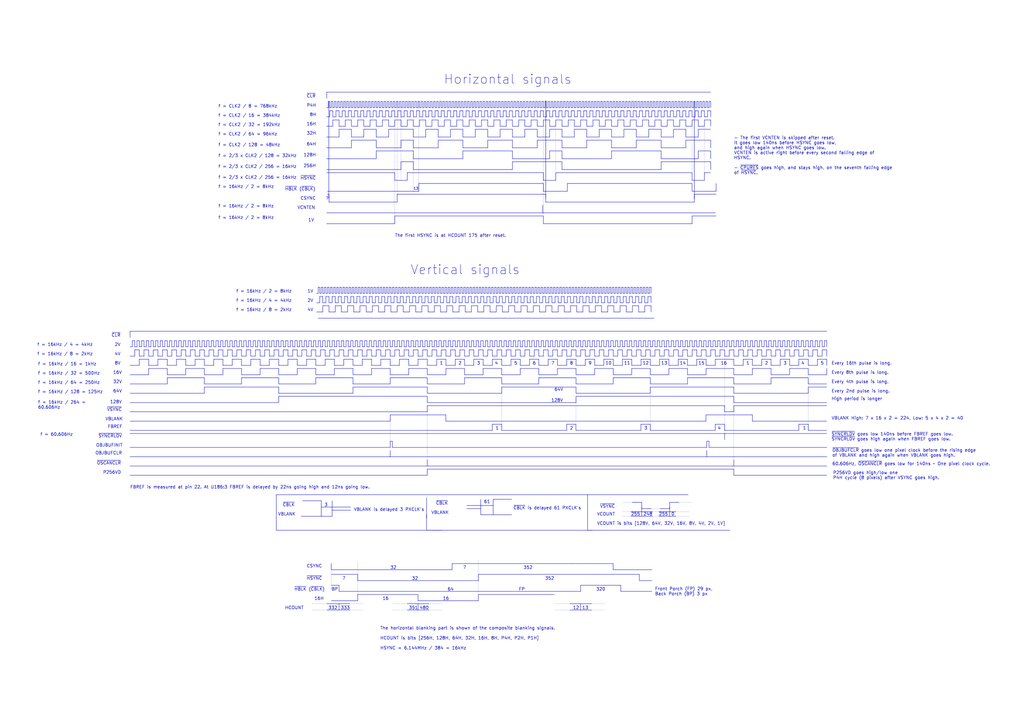
<source format=kicad_sch>
(kicad_sch (version 20230121) (generator eeschema)
  (paper "A3")
  (title_block (title "Twin 16 - Rev B") (date "2024-03-10") (company "Konami GX785/GX870/GX808/GX903") (comment 1 "Ulf Skutnabba, twitter: @skutis77"))
  (polyline (pts (xy 243.5225 117.7925) (xy 244.1575 117.7925)) (stroke (width 0) (type solid)))
  (polyline (pts (xy 245.4275 120.3325) (xy 246.0625 120.3325)) (stroke (width 0) (type solid)))
  (polyline (pts (xy 188.2775 124.1425) (xy 189.5475 124.1425)) (stroke (width 0) (type solid)))
  (polyline (pts (xy 133.985 44.1325) (xy 134.62 44.1325)) (stroke (width 0) (type solid)))
  (polyline (pts (xy 266.065 41.5925) (xy 266.065 44.1325)) (stroke (width 0) (type solid)))
  (polyline (pts (xy 232.4378 139.7) (xy 231.4853 139.7)) (stroke (width 0) (type solid)))
  (polyline (pts (xy 167.005 70.8025) (xy 222.885 70.8025)) (stroke (width 0) (type solid)))
  (polyline (pts (xy 255.2978 149.86) (xy 251.4878 149.86)) (stroke (width 0) (type solid)))
  (polyline (pts (xy 221.0078 154.94) (xy 221.0078 157.48)) (stroke (width 0) (type solid)))
  (polyline (pts (xy 204.8153 142.24) (xy 203.8628 142.24)) (stroke (width 0) (type solid)))
  (polyline (pts (xy 324.8025 139.7) (xy 324.8025 142.24)) (stroke (width 0) (type solid)))
  (polyline (pts (xy 138.43 41.5925) (xy 139.065 41.5925)) (stroke (width 0) (type solid)))
  (polyline (pts (xy 323.85 139.7) (xy 323.85 142.24)) (stroke (width 0) (type solid)))
  (polyline (pts (xy 250.825 53.0225) (xy 250.825 56.1975)) (stroke (width 0) (type solid)))
  (polyline (pts (xy 242.8875 117.7925) (xy 242.8875 120.3325)) (stroke (width 0) (type solid)))
  (polyline (pts (xy 243.8678 153.67) (xy 236.2478 153.67)) (stroke (width 0) (type solid)))
  (polyline (pts (xy 102.87 139.7) (xy 101.9175 139.7)) (stroke (width 0) (type solid)))
  (polyline (pts (xy 210.82 44.1325) (xy 210.82 41.5925)) (stroke (width 0) (type solid)))
  (polyline (pts (xy 134.3025 139.7) (xy 134.3025 142.24)) (stroke (width 0) (type solid)))
  (polyline (pts (xy 196.215 41.5925) (xy 196.215 44.1325)) (stroke (width 0) (type solid)))
  (polyline (pts (xy 62.865 139.7) (xy 62.865 142.24)) (stroke (width 0) (type solid)))
  (polyline (pts (xy 158.115 143.51) (xy 158.115 146.05)) (stroke (width 0) (type solid)))
  (polyline (pts (xy 161.925 73.9775) (xy 167.005 73.9775)) (stroke (width 0) (type solid)))
  (polyline (pts (xy 105.7275 139.7) (xy 105.7275 142.24)) (stroke (width 0) (type solid)))
  (polyline (pts (xy 135.255 44.1325) (xy 135.89 44.1325)) (stroke (width 0) (type solid)))
  (polyline (pts (xy 283.8728 139.7) (xy 283.8728 142.24)) (stroke (width 0) (type solid)))
  (polyline (pts (xy 269.875 47.9425) (xy 269.875 45.4025)) (stroke (width 0) (type solid)))
  (polyline (pts (xy 145.7325 117.7925) (xy 146.3675 117.7925)) (stroke (width 0) (type solid)))
  (polyline (pts (xy 222.5675 117.7925) (xy 222.5675 120.3325)) (stroke (width 0) (type solid)))
  (polyline (pts (xy 72.39 143.51) (xy 70.485 143.51)) (stroke (width 0) (type solid)))
  (polyline (pts (xy 246.0625 117.7925) (xy 246.6975 117.7925)) (stroke (width 0) (type solid)))
  (polyline (pts (xy 252.095 45.4025) (xy 253.365 45.4025)) (stroke (width 0) (type solid)))
  (polyline (pts (xy 261.62 44.1325) (xy 261.62 41.5925)) (stroke (width 0) (type solid)))
  (polyline (pts (xy 156.5275 121.6025) (xy 156.5275 124.1425)) (stroke (width 0) (type solid)))
  (polyline (pts (xy 232.7275 121.6025) (xy 232.7275 124.1425)) (stroke (width 0) (type solid)))
  (polyline (pts (xy 152.4 44.1325) (xy 152.4 41.5925)) (stroke (width 0) (type solid)))
  (polyline (pts (xy 319.1153 139.7) (xy 319.1153 142.24)) (stroke (width 0) (type solid)))
  (polyline (pts (xy 234.3428 146.05) (xy 232.4378 146.05)) (stroke (width 0) (type solid)))
  (polyline (pts (xy 184.15 41.5925) (xy 184.785 41.5925)) (stroke (width 0) (type solid)))
  (polyline (pts (xy 259.1078 143.51) (xy 259.1078 146.05)) (stroke (width 0) (type solid)))
  (polyline (pts (xy 83.82 147.32) (xy 83.82 149.86)) (stroke (width 0) (type solid)))
  (polyline (pts (xy 170.4975 121.6025) (xy 170.4975 124.1425)) (stroke (width 0) (type solid)))
  (polyline (pts (xy 261.9375 125.4125) (xy 261.9375 127.9525)) (stroke (width 0) (type solid)))
  (polyline (pts (xy 170.815 44.1325) (xy 171.45 44.1325)) (stroke (width 0) (type solid)))
  (polyline (pts (xy 126.6825 139.7) (xy 126.6825 142.24)) (stroke (width 0) (type solid)))
  (polyline (pts (xy 225.425 44.1325) (xy 226.06 44.1325)) (stroke (width 0) (type solid)))
  (polyline (pts (xy 282.575 45.4025) (xy 283.845 45.4025)) (stroke (width 0) (type solid)))
  (polyline (pts (xy 216.2175 125.4125) (xy 216.2175 127.9525)) (stroke (width 0) (type solid)))
  (polyline (pts (xy 262.9178 139.7) (xy 262.9178 142.24)) (stroke (width 0) (type solid)))
  (polyline (pts (xy 261.9375 127.9525) (xy 264.4775 127.9525)) (stroke (width 0) (type solid)))
  (polyline (pts (xy 131.1275 120.3325) (xy 131.7625 120.3325)) (stroke (width 0) (type solid)))
  (polyline (pts (xy 193.3853 142.24) (xy 192.4328 142.24)) (stroke (width 0) (type solid)))
  (polyline (pts (xy 269.5853 139.7) (xy 269.5853 142.24)) (stroke (width 0) (type solid)))
  (polyline (pts (xy 274.6375 208.5975) (xy 270.8275 208.5975)) (stroke (width 0) (type solid)))
  (polyline (pts (xy 147.32 41.5925) (xy 147.955 41.5925)) (stroke (width 0) (type solid)))
  (polyline (pts (xy 245.745 49.2125) (xy 245.745 51.7525)) (stroke (width 0) (type solid)))
  (polyline (pts (xy 266.7 158.75) (xy 266.6722 175.26)) (stroke (width 0) (type dot)))
  (polyline (pts (xy 163.83 143.51) (xy 161.925 143.51)) (stroke (width 0) (type solid)))
  (polyline (pts (xy 154.305 51.7525) (xy 156.845 51.7525)) (stroke (width 0) (type solid)))
  (polyline (pts (xy 167.3225 117.7925) (xy 167.9575 117.7925)) (stroke (width 0) (type solid)))
  (polyline (pts (xy 152.7175 121.6025) (xy 152.7175 124.1425)) (stroke (width 0) (type solid)))
  (polyline (pts (xy 287.02 41.5925) (xy 287.655 41.5925)) (stroke (width 0) (type solid)))
  (polyline (pts (xy 203.8628 139.7) (xy 203.8628 142.24)) (stroke (width 0) (type solid)))
  (polyline (pts (xy 179.705 47.9425) (xy 179.705 45.4025)) (stroke (width 0) (type solid)))
  (polyline (pts (xy 61.9125 139.7) (xy 61.9125 142.24)) (stroke (width 0) (type solid)))
  (polyline (pts (xy 148.9075 117.7925) (xy 148.9075 120.3325)) (stroke (width 0) (type solid)))
  (polyline (pts (xy 180.0225 117.7925) (xy 180.6575 117.7925)) (stroke (width 0) (type solid)))
  (polyline (pts (xy 221.9325 117.7925) (xy 222.5675 117.7925)) (stroke (width 0) (type solid)))
  (polyline (pts (xy 158.115 45.4025) (xy 159.385 45.4025)) (stroke (width 0) (type solid)))
  (polyline (pts (xy 261.62 41.5925) (xy 262.255 41.5925)) (stroke (width 0) (type solid)))
  (polyline (pts (xy 60.96 139.7) (xy 60.0075 139.7)) (stroke (width 0) (type solid)))
  (polyline (pts (xy 158.75 44.1325) (xy 158.75 41.5925)) (stroke (width 0) (type solid)))
  (polyline (pts (xy 276.225 51.7525) (xy 278.765 51.7525)) (stroke (width 0) (type solid)))
  (polyline (pts (xy 285.115 47.9425) (xy 285.115 45.4025)) (stroke (width 0) (type solid)))
  (polyline (pts (xy 240.03 44.1325) (xy 240.03 41.5925)) (stroke (width 0) (type solid)))
  (polyline (pts (xy 196.215 235.585) (xy 245.11 235.585)) (stroke (width 0) (type solid)))
  (polyline (pts (xy 271.145 57.4675) (xy 271.145 60.6425)) (stroke (width 0) (type solid)))
  (polyline (pts (xy 245.4275 121.6025) (xy 245.4275 124.1425)) (stroke (width 0) (type solid)))
  (polyline (pts (xy 177.165 47.9425) (xy 178.435 47.9425)) (stroke (width 0) (type solid)))
  (polyline (pts (xy 264.4775 124.1425) (xy 265.7475 124.1425)) (stroke (width 0) (type solid)))
  (polyline (pts (xy 226.06 41.5925) (xy 226.695 41.5925)) (stroke (width 0) (type solid)))
  (polyline (pts (xy 300.99 147.32) (xy 300.99 149.86)) (stroke (width 0) (type solid)))
  (polyline (pts (xy 273.685 44.1325) (xy 274.32 44.1325)) (stroke (width 0) (type solid)))
  (polyline (pts (xy 288.925 44.1325) (xy 289.56 44.1325)) (stroke (width 0) (type solid)))
  (polyline (pts (xy 222.885 47.9425) (xy 222.885 45.4025)) (stroke (width 0) (type solid)))
  (polyline (pts (xy 267.0175 211.7725) (xy 272.7325 211.7725)) (stroke (width 0) (type dot)))
  (polyline (pts (xy 199.0725 117.7925) (xy 199.7075 117.7925)) (stroke (width 0) (type solid)))
  (polyline (pts (xy 267.335 47.9425) (xy 267.335 45.4025)) (stroke (width 0) (type solid)))
  (polyline (pts (xy 170.815 47.9425) (xy 170.815 45.4025)) (stroke (width 0) (type solid)))
  (polyline (pts (xy 150.495 139.7) (xy 149.5425 139.7)) (stroke (width 0) (type solid)))
  (polyline (pts (xy 222.885 78.4225) (xy 232.7275 78.4225)) (stroke (width 0) (type solid)))
  (polyline (pts (xy 274.955 44.1325) (xy 275.59 44.1325)) (stroke (width 0) (type solid)))
  (polyline (pts (xy 164.1475 120.3325) (xy 164.7825 120.3325)) (stroke (width 0) (type solid)))
  (polyline (pts (xy 164.465 41.5925) (xy 164.465 44.1325)) (stroke (width 0) (type solid)))
  (polyline (pts (xy 154.305 44.1325) (xy 154.94 44.1325)) (stroke (width 0) (type solid)))
  (polyline (pts (xy 200.0528 143.51) (xy 200.0528 146.05)) (stroke (width 0) (type solid)))
  (polyline (pts (xy 200.025 44.1325) (xy 200.66 44.1325)) (stroke (width 0) (type solid)))
  (polyline (pts (xy 130.4925 142.24) (xy 129.54 142.24)) (stroke (width 0) (type solid)))
  (polyline (pts (xy 245.745 47.9425) (xy 247.015 47.9425)) (stroke (width 0) (type solid)))
  (polyline (pts (xy 320.9925 139.7) (xy 320.9925 142.24)) (stroke (width 0) (type solid)))
  (polyline (pts (xy 215.265 49.2125) (xy 215.265 51.7525)) (stroke (width 0) (type solid)))
  (polyline (pts (xy 112.395 146.05) (xy 110.49 146.05)) (stroke (width 0) (type solid)))
  (polyline (pts (xy 256.8575 117.7925) (xy 256.8575 120.3325)) (stroke (width 0) (type solid)))
  (polyline (pts (xy 241.6175 120.3325) (xy 242.2525 120.3325)) (stroke (width 0) (type solid)))
  (polyline (pts (xy 216.535 45.4025) (xy 217.805 45.4025)) (stroke (width 0) (type solid)))
  (polyline (pts (xy 135.255 146.05) (xy 133.35 146.05)) (stroke (width 0) (type solid)))
  (polyline (pts (xy 232.41 173.99) (xy 236.22 173.99)) (stroke (width 0) (type solid)))
  (polyline (pts (xy 231.4575 120.3325) (xy 232.0925 120.3325)) (stroke (width 0) (type solid)))
  (polyline (pts (xy 153.9875 121.6025) (xy 155.2575 121.6025)) (stroke (width 0) (type solid)))
  (polyline (pts (xy 257.175 41.5925) (xy 257.175 44.1325)) (stroke (width 0) (type solid)))
  (polyline (pts (xy 207.6728 146.05) (xy 205.7678 146.05)) (stroke (width 0) (type solid)))
  (polyline (pts (xy 152.0825 117.7925) (xy 152.7175 117.7925)) (stroke (width 0) (type solid)))
  (polyline (pts (xy 285.7778 143.51) (xy 285.7778 146.05)) (stroke (width 0) (type solid)))
  (polyline (pts (xy 276.225 47.9425) (xy 277.495 47.9425)) (stroke (width 0) (type solid)))
  (polyline (pts (xy 302.9228 139.7) (xy 301.9703 139.7)) (stroke (width 0) (type solid)))
  (polyline (pts (xy 165.735 45.4025) (xy 167.005 45.4025)) (stroke (width 0) (type solid)))
  (polyline (pts (xy 261.9375 124.1425) (xy 263.2075 124.1425)) (stroke (width 0) (type solid)))
  (polyline (pts (xy 126.6825 142.24) (xy 125.73 142.24)) (stroke (width 0) (type solid)))
  (polyline (pts (xy 114.3 147.32) (xy 114.3 149.86)) (stroke (width 0) (type solid)))
  (polyline (pts (xy 223.2025 120.3325) (xy 223.2025 117.7925)) (stroke (width 0) (type solid)))
  (polyline (pts (xy 181.2925 117.7925) (xy 181.9275 117.7925)) (stroke (width 0) (type solid)))
  (polyline (pts (xy 181.61 41.5925) (xy 182.245 41.5925)) (stroke (width 0) (type solid)))
  (polyline (pts (xy 168.5925 117.7925) (xy 169.2275 117.7925)) (stroke (width 0) (type solid)))
  (polyline (pts (xy 244.8203 142.24) (xy 243.8678 142.24)) (stroke (width 0) (type solid)))
  (polyline (pts (xy 154.305 61.9125) (xy 169.545 61.9125)) (stroke (width 0) (type solid)))
  (polyline (pts (xy 247.6778 149.86) (xy 243.8678 149.86)) (stroke (width 0) (type solid)))
  (polyline (pts (xy 300.99 168.275) (xy 300.99 188.595)) (stroke (width 0) (type dot)))
  (polyline (pts (xy 211.7725 117.7925) (xy 212.4075 117.7925)) (stroke (width 0) (type solid)))
  (polyline (pts (xy 293.3978 147.32) (xy 293.3978 149.86)) (stroke (width 0) (type solid)))
  (polyline (pts (xy 165.735 139.7) (xy 165.735 142.24)) (stroke (width 0) (type solid)))
  (polyline (pts (xy 221.9603 142.24) (xy 221.0078 142.24)) (stroke (width 0) (type solid)))
  (polyline (pts (xy 182.9078 153.67) (xy 175.2878 153.67)) (stroke (width 0) (type solid)))
  (polyline (pts (xy 205.105 56.1975) (xy 205.105 53.0225)) (stroke (width 0) (type solid)))
  (polyline (pts (xy 190.5278 143.51) (xy 188.6228 143.51)) (stroke (width 0) (type solid)))
  (polyline (pts (xy 226.3775 117.7925) (xy 226.3775 120.3325)) (stroke (width 0) (type solid)))
  (polyline (pts (xy 222.5675 84.1375) (xy 222.5675 87.3125)) (stroke (width 0) (type solid)))
  (polyline (pts (xy 136.2075 120.3325) (xy 136.8425 120.3325)) (stroke (width 0) (type solid)))
  (polyline (pts (xy 86.6775 139.7) (xy 86.6775 142.24)) (stroke (width 0) (type solid)))
  (polyline (pts (xy 207.9625 120.3325) (xy 207.9625 117.7925)) (stroke (width 0) (type solid)))
  (polyline (pts (xy 163.83 149.86) (xy 160.02 149.86)) (stroke (width 0) (type solid)))
  (polyline (pts (xy 120.015 146.05) (xy 118.11 146.05)) (stroke (width 0) (type solid)))
  (polyline (pts (xy 175.5775 124.1425) (xy 176.8475 124.1425)) (stroke (width 0) (type solid)))
  (polyline (pts (xy 59.055 139.7) (xy 58.1025 139.7)) (stroke (width 0) (type solid)))
  (polyline (pts (xy 255.905 51.7525) (xy 258.445 51.7525)) (stroke (width 0) (type solid)))
  (polyline (pts (xy 283.845 47.9425) (xy 283.845 45.4025)) (stroke (width 0) (type solid)))
  (polyline (pts (xy 182.88 44.1325) (xy 182.88 41.5925)) (stroke (width 0) (type solid)))
  (polyline (pts (xy 306.7328 139.7) (xy 305.7803 139.7)) (stroke (width 0) (type solid)))
  (polyline (pts (xy 218.1503 139.7) (xy 218.1503 142.24)) (stroke (width 0) (type solid)))
  (polyline (pts (xy 194.945 47.9425) (xy 196.215 47.9425)) (stroke (width 0) (type solid)))
  (polyline (pts (xy 266.3825 120.3325) (xy 266.3825 117.7925)) (stroke (width 0) (type solid)))
  (polyline (pts (xy 253.0475 121.6025) (xy 254.3175 121.6025)) (stroke (width 0) (type solid)))
  (polyline (pts (xy 175.26 168.91) (xy 53.34 168.91)) (stroke (width 0) (type solid)))
  (polyline (pts (xy 156.845 47.9425) (xy 156.845 45.4025)) (stroke (width 0) (type solid)))
  (polyline (pts (xy 147.6375 125.4125) (xy 147.6375 127.9525)) (stroke (width 0) (type solid)))
  (polyline (pts (xy 184.785 56.1975) (xy 184.785 53.0225)) (stroke (width 0) (type solid)))
  (polyline (pts (xy 75.2475 142.24) (xy 74.295 142.24)) (stroke (width 0) (type solid)))
  (polyline (pts (xy 321.945 139.7) (xy 320.9925 139.7)) (stroke (width 0) (type solid)))
  (polyline (pts (xy 171.7675 120.3325) (xy 172.4025 120.3325)) (stroke (width 0) (type solid)))
  (polyline (pts (xy 186.69 41.5925) (xy 187.325 41.5925)) (stroke (width 0) (type solid)))
  (polyline (pts (xy 197.1675 120.3325) (xy 197.8025 120.3325)) (stroke (width 0) (type solid)))
  (polyline (pts (xy 276.225 47.9425) (xy 276.225 45.4025)) (stroke (width 0) (type solid)))
  (polyline (pts (xy 168.5925 120.3325) (xy 168.5925 117.7925)) (stroke (width 0) (type solid)))
  (polyline (pts (xy 144.78 147.32) (xy 144.78 149.86)) (stroke (width 0) (type solid)))
  (polyline (pts (xy 148.59 44.1325) (xy 148.59 41.5925)) (stroke (width 0) (type solid)))
  (polyline (pts (xy 143.51 250.19) (xy 149.225 250.19)) (stroke (width 0) (type dot)))
  (polyline (pts (xy 304.8 149.86) (xy 300.99 149.86)) (stroke (width 0) (type solid)))
  (polyline (pts (xy 106.68 153.67) (xy 99.06 153.67)) (stroke (width 0) (type solid)))
  (polyline (pts (xy 124.7775 139.7) (xy 124.7775 142.24)) (stroke (width 0) (type solid)))
  (polyline (pts (xy 221.0078 139.7) (xy 220.0553 139.7)) (stroke (width 0) (type solid)))
  (polyline (pts (xy 173.0375 120.3325) (xy 173.6725 120.3325)) (stroke (width 0) (type solid)))
  (polyline (pts (xy 183.1975 120.3325) (xy 183.8325 120.3325)) (stroke (width 0) (type solid)))
  (polyline (pts (xy 190.5 44.1325) (xy 190.5 41.5925)) (stroke (width 0) (type solid)))
  (polyline (pts (xy 182.88 170.18) (xy 182.88 172.72)) (stroke (width 0) (type solid)))
  (polyline (pts (xy 240.665 47.9425) (xy 240.665 45.4025)) (stroke (width 0) (type solid)))
  (polyline (pts (xy 112.395 143.51) (xy 112.395 146.05)) (stroke (width 0) (type solid)))
  (polyline (pts (xy 145.7325 139.7) (xy 145.7325 142.24)) (stroke (width 0) (type solid)))
  (polyline (pts (xy 147.0025 120.3325) (xy 147.0025 117.7925)) (stroke (width 0) (type solid)))
  (polyline (pts (xy 255.5875 120.3325) (xy 256.2225 120.3325)) (stroke (width 0) (type solid)))
  (polyline (pts (xy 267.0175 208.5975) (xy 263.2075 208.5975)) (stroke (width 0) (type solid)))
  (polyline (pts (xy 271.145 47.9425) (xy 271.145 45.4025)) (stroke (width 0) (type solid)))
  (polyline (pts (xy 321.945 146.05) (xy 320.04 146.05)) (stroke (width 0) (type solid)))
  (polyline (pts (xy 339.09 157.48) (xy 331.47 157.48)) (stroke (width 0) (type solid)))
  (polyline (pts (xy 131.445 146.05) (xy 129.54 146.05)) (stroke (width 0) (type solid)))
  (polyline (pts (xy 219.1028 139.7) (xy 219.1028 142.24)) (stroke (width 0) (type solid)))
  (polyline (pts (xy 95.25 143.51) (xy 93.345 143.51)) (stroke (width 0) (type solid)))
  (polyline (pts (xy 133.35 149.86) (xy 129.54 149.86)) (stroke (width 0) (type solid)))
  (polyline (pts (xy 131.445 143.51) (xy 131.445 146.05)) (stroke (width 0) (type solid)))
  (polyline (pts (xy 272.415 47.9425) (xy 272.415 45.4025)) (stroke (width 0) (type solid)))
  (polyline (pts (xy 318.1628 139.7) (xy 317.2103 139.7)) (stroke (width 0) (type solid)))
  (polyline (pts (xy 321.945 139.7) (xy 321.945 142.24)) (stroke (width 0) (type solid)))
  (polyline (pts (xy 97.155 139.7) (xy 97.155 142.24)) (stroke (width 0) (type solid)))
  (polyline (pts (xy 175.26 143.51) (xy 175.26 146.05)) (stroke (width 0) (type solid)))
  (polyline (pts (xy 280.0628 143.51) (xy 280.0628 146.05)) (stroke (width 0) (type solid)))
  (polyline (pts (xy 285.115 44.1325) (xy 285.75 44.1325)) (stroke (width 0) (type solid)))
  (polyline (pts (xy 214.3125 120.3325) (xy 214.3125 117.7925)) (stroke (width 0) (type solid)))
  (polyline (pts (xy 167.9575 125.4125) (xy 167.9575 127.9525)) (stroke (width 0) (type solid)))
  (polyline (pts (xy 133.985 51.7525) (xy 136.525 51.7525)) (stroke (width 0) (type solid)))
  (polyline (pts (xy 273.685 47.9425) (xy 274.955 47.9425)) (stroke (width 0) (type solid)))
  (polyline (pts (xy 252.4125 120.3325) (xy 252.4125 117.7925)) (stroke (width 0) (type solid)))
  (polyline (pts (xy 200.025 49.2125) (xy 200.025 51.7525)) (stroke (width 0) (type solid)))
  (polyline (pts (xy 167.005 247.65) (xy 171.45 247.65)) (stroke (width 0) (type solid)))
  (polyline (pts (xy 216.8525 120.3325) (xy 216.8525 117.7925)) (stroke (width 0) (type solid)))
  (polyline (pts (xy 263.2075 206.0575) (xy 263.2075 208.5975)) (stroke (width 0) (type solid)))
  (polyline (pts (xy 251.46 231.14) (xy 240.665 231.14)) (stroke (width 0) (type solid)))
  (polyline (pts (xy 161.925 139.7) (xy 160.9725 139.7)) (stroke (width 0) (type solid)))
  (polyline (pts (xy 245.4275 121.6025) (xy 246.6975 121.6025)) (stroke (width 0) (type solid)))
  (polyline (pts (xy 135.255 139.7) (xy 134.3025 139.7)) (stroke (width 0) (type solid)))
  (polyline (pts (xy 150.1775 127.9525) (xy 152.7175 127.9525)) (stroke (width 0) (type solid)))
  (polyline (pts (xy 160.655 44.1325) (xy 161.29 44.1325)) (stroke (width 0) (type solid)))
  (polyline (pts (xy 175.895 47.9425) (xy 175.895 45.4025)) (stroke (width 0) (type solid)))
  (polyline (pts (xy 263.2075 206.0575) (xy 259.3975 206.0575)) (stroke (width 0) (type solid)))
  (polyline (pts (xy 148.2725 117.7925) (xy 148.9075 117.7925)) (stroke (width 0) (type solid)))
  (polyline (pts (xy 227.965 44.1325) (xy 228.6 44.1325)) (stroke (width 0) (type solid)))
  (polyline (pts (xy 175.5775 125.4125) (xy 175.5775 127.9525)) (stroke (width 0) (type solid)))
  (polyline (pts (xy 198.755 44.1325) (xy 199.39 44.1325)) (stroke (width 0) (type solid)))
  (polyline (pts (xy 139.065 143.51) (xy 139.065 146.05)) (stroke (width 0) (type solid)))
  (polyline (pts (xy 189.865 47.9425) (xy 189.865 45.4025)) (stroke (width 0) (type solid)))
  (polyline (pts (xy 54.2925 139.7) (xy 54.2925 142.24)) (stroke (width 0) (type solid)))
  (polyline (pts (xy 194.945 56.1975) (xy 194.945 53.0225)) (stroke (width 0) (type solid)))
  (polyline (pts (xy 188.2775 121.6025) (xy 188.2775 124.1425)) (stroke (width 0) (type solid)))
  (polyline (pts (xy 204.47 44.1325) (xy 204.47 41.5925)) (stroke (width 0) (type solid)))
  (polyline (pts (xy 114.3 158.75) (xy 114.3 161.29)) (stroke (width 0) (type solid)))
  (polyline (pts (xy 205.74 173.99) (xy 205.74 176.53)) (stroke (width 0) (type solid)))
  (polyline (pts (xy 320.0678 139.7) (xy 319.1153 139.7)) (stroke (width 0) (type solid)))
  (polyline (pts (xy 149.225 44.1325) (xy 149.86 44.1325)) (stroke (width 0) (type solid)))
  (polyline (pts (xy 264.4775 117.7925) (xy 264.4775 120.3325)) (stroke (width 0) (type solid)))
  (polyline (pts (xy 277.495 41.5925) (xy 277.495 44.1325)) (stroke (width 0) (type solid)))
  (polyline (pts (xy 145.7325 142.24) (xy 144.78 142.24)) (stroke (width 0) (type solid)))
  (polyline (pts (xy 145.0975 117.7925) (xy 145.0975 120.3325)) (stroke (width 0) (type solid)))
  (polyline (pts (xy 133.35 147.32) (xy 133.35 149.86)) (stroke (width 0) (type solid)))
  (polyline (pts (xy 182.9078 147.32) (xy 182.9078 149.86)) (stroke (width 0) (type solid)))
  (polyline (pts (xy 198.12 41.5925) (xy 198.755 41.5925)) (stroke (width 0) (type solid)))
  (polyline (pts (xy 129.8575 124.1425) (xy 131.1275 124.1425)) (stroke (width 0) (type solid)))
  (polyline (pts (xy 245.745 41.5925) (xy 245.745 44.1325)) (stroke (width 0) (type solid)))
  (polyline (pts (xy 206.0575 124.1425) (xy 207.3275 124.1425)) (stroke (width 0) (type solid)))
  (polyline (pts (xy 300.99 154.94) (xy 300.99 157.48)) (stroke (width 0) (type solid)))
  (polyline (pts (xy 221.9325 120.3325) (xy 221.9325 117.7925)) (stroke (width 0) (type solid)))
  (polyline (pts (xy 227.6753 142.24) (xy 226.7228 142.24)) (stroke (width 0) (type solid)))
  (polyline (pts (xy 131.445 139.7) (xy 130.4925 139.7)) (stroke (width 0) (type solid)))
  (polyline (pts (xy 207.645 47.9425) (xy 207.645 45.4025)) (stroke (width 0) (type solid)))
  (polyline (pts (xy 270.5378 147.32) (xy 270.5378 149.86)) (stroke (width 0) (type solid)))
  (polyline (pts (xy 274.955 45.4025) (xy 276.225 45.4025)) (stroke (width 0) (type solid)))
  (polyline (pts (xy 192.405 47.9425) (xy 192.405 45.4025)) (stroke (width 0) (type solid)))
  (polyline (pts (xy 283.845 73.9775) (xy 288.925 73.9775)) (stroke (width 0) (type solid)))
  (polyline (pts (xy 89.535 139.7) (xy 89.535 142.24)) (stroke (width 0) (type solid)))
  (polyline (pts (xy 200.66 41.5925) (xy 201.295 41.5925)) (stroke (width 0) (type solid)))
  (polyline (pts (xy 200.025 51.7525) (xy 202.565 51.7525)) (stroke (width 0) (type solid)))
  (polyline (pts (xy 265.7753 142.24) (xy 264.8228 142.24)) (stroke (width 0) (type solid)))
  (polyline (pts (xy 151.765 51.7525) (xy 151.765 49.2125)) (stroke (width 0) (type solid)))
  (polyline (pts (xy 236.5375 117.7925) (xy 236.5375 120.3325)) (stroke (width 0) (type solid)))
  (polyline (pts (xy 78.105 143.51) (xy 78.105 146.05)) (stroke (width 0) (type solid)))
  (polyline (pts (xy 236.22 44.1325) (xy 236.22 41.5925)) (stroke (width 0) (type solid)))
  (polyline (pts (xy 148.9075 121.6025) (xy 150.1775 121.6025)) (stroke (width 0) (type solid)))
  (polyline (pts (xy 129.54 157.48) (xy 114.3 157.48)) (stroke (width 0) (type solid)))
  (polyline (pts (xy 223.8375 117.7925) (xy 223.8375 120.3325)) (stroke (width 0) (type solid)))
  (polyline (pts (xy 236.2478 163.7589) (xy 236.22 173.99)) (stroke (width 0) (type dot)))
  (polyline (pts (xy 178.435 45.4025) (xy 179.705 45.4025)) (stroke (width 0) (type solid)))
  (polyline (pts (xy 310.5428 143.51) (xy 310.5428 146.05)) (stroke (width 0) (type solid)))
  (polyline (pts (xy 187.96 41.5925) (xy 188.595 41.5925)) (stroke (width 0) (type solid)))
  (polyline (pts (xy 288.6353 139.7) (xy 288.6353 142.24)) (stroke (width 0) (type solid)))
  (polyline (pts (xy 77.1525 139.7) (xy 77.1525 142.24)) (stroke (width 0) (type solid)))
  (polyline (pts (xy 205.74 44.1325) (xy 205.74 41.5925)) (stroke (width 0) (type solid)))
  (polyline (pts (xy 141.9225 142.24) (xy 140.97 142.24)) (stroke (width 0) (type solid)))
  (polyline (pts (xy 250.5353 139.7) (xy 250.5353 142.24)) (stroke (width 0) (type solid)))
  (polyline (pts (xy 286.7303 139.7) (xy 286.7303 142.24)) (stroke (width 0) (type solid)))
  (polyline (pts (xy 242.57 250.19) (xy 248.285 250.19)) (stroke (width 0) (type dot)))
  (polyline (pts (xy 160.9725 117.7925) (xy 161.6075 117.7925)) (stroke (width 0) (type solid)))
  (polyline (pts (xy 208.6253 139.7) (xy 208.6253 142.24)) (stroke (width 0) (type solid)))
  (polyline (pts (xy 271.145 41.5925) (xy 271.145 44.1325)) (stroke (width 0) (type solid)))
  (polyline (pts (xy 150.8125 120.3325) (xy 150.8125 117.7925)) (stroke (width 0) (type solid)))
  (polyline (pts (xy 251.7775 124.1425) (xy 253.0475 124.1425)) (stroke (width 0) (type solid)))
  (polyline (pts (xy 212.4075 121.6025) (xy 213.6775 121.6025)) (stroke (width 0) (type solid)))
  (polyline (pts (xy 147.6375 139.7) (xy 147.6375 142.24)) (stroke (width 0) (type solid)))
  (polyline (pts (xy 198.4375 117.7925) (xy 198.4375 120.3325)) (stroke (width 0) (type solid)))
  (polyline (pts (xy 227.965 47.9425) (xy 227.965 45.4025)) (stroke (width 0) (type solid)))
  (polyline (pts (xy 133.985 91.7575) (xy 161.925 91.7575)) (stroke (width 0) (type solid)))
  (polyline (pts (xy 217.1978 149.86) (xy 213.3878 149.86)) (stroke (width 0) (type solid)))
  (polyline (pts (xy 228.9175 124.1425) (xy 230.1875 124.1425)) (stroke (width 0) (type solid)))
  (polyline (pts (xy 91.44 143.51) (xy 89.535 143.51)) (stroke (width 0) (type solid)))
  (polyline (pts (xy 61.9125 142.24) (xy 60.96 142.24)) (stroke (width 0) (type solid)))
  (polyline (pts (xy 204.8153 139.7) (xy 204.8153 142.24)) (stroke (width 0) (type solid)))
  (polyline (pts (xy 149.225 47.9425) (xy 150.495 47.9425)) (stroke (width 0) (type solid)))
  (polyline (pts (xy 205.105 47.9425) (xy 206.375 47.9425)) (stroke (width 0) (type solid)))
  (polyline (pts (xy 255.905 47.9425) (xy 257.175 47.9425)) (stroke (width 0) (type solid)))
  (polyline (pts (xy 137.16 139.7) (xy 136.2075 139.7)) (stroke (width 0) (type solid)))
  (polyline (pts (xy 268.605 51.7525) (xy 268.605 49.2125)) (stroke (width 0) (type solid)))
  (polyline (pts (xy 243.205 51.7525) (xy 243.205 49.2125)) (stroke (width 0) (type solid)))
  (polyline (pts (xy 184.8128 139.7) (xy 184.8128 142.24)) (stroke (width 0) (type solid)))
  (polyline (pts (xy 237.8075 120.3325) (xy 238.4425 120.3325)) (stroke (width 0) (type solid)))
  (polyline (pts (xy 135.89 246.38) (xy 146.685 246.38)) (stroke (width 0) (type solid)))
  (polyline (pts (xy 179.0978 139.7) (xy 178.1453 139.7)) (stroke (width 0) (type solid)))
  (polyline (pts (xy 315.3053 142.24) (xy 314.3528 142.24)) (stroke (width 0) (type solid)))
  (polyline (pts (xy 178.7525 120.3325) (xy 178.7525 117.7925)) (stroke (width 0) (type solid)))
  (polyline (pts (xy 186.3725 117.7925) (xy 187.0075 117.7925)) (stroke (width 0) (type solid)))
  (polyline (pts (xy 257.2028 146.05) (xy 255.2978 146.05)) (stroke (width 0) (type solid)))
  (polyline (pts (xy 285.7778 147.32) (xy 285.7778 149.86)) (stroke (width 0) (type solid)))
  (polyline (pts (xy 183.8325 117.7925) (xy 184.4675 117.7925)) (stroke (width 0) (type solid)))
  (polyline (pts (xy 150.8125 117.7925) (xy 151.4475 117.7925)) (stroke (width 0) (type solid)))
  (polyline (pts (xy 197.1953 139.7) (xy 197.1953 142.24)) (stroke (width 0) (type solid)))
  (polyline (pts (xy 159.385 41.5925) (xy 159.385 44.1325)) (stroke (width 0) (type solid)))
  (polyline (pts (xy 169.545 53.0225) (xy 169.545 53.0225)) (stroke (width 0) (type solid)))
  (polyline (pts (xy 181.0028 146.05) (xy 179.0978 146.05)) (stroke (width 0) (type solid)))
  (polyline (pts (xy 251.46 41.5925) (xy 252.095 41.5925)) (stroke (width 0) (type solid)))
  (polyline (pts (xy 212.4353 139.7) (xy 212.4353 142.24)) (stroke (width 0) (type solid)))
  (polyline (pts (xy 206.0575 125.4125) (xy 206.0575 127.9525)) (stroke (width 0) (type solid)))
  (polyline (pts (xy 190.8175 125.4125) (xy 190.8175 127.9525)) (stroke (width 0) (type solid)))
  (polyline (pts (xy 197.485 47.9425) (xy 198.755 47.9425)) (stroke (width 0) (type solid)))
  (polyline (pts (xy 160.3375 124.1425) (xy 161.6075 124.1425)) (stroke (width 0) (type solid)))
  (polyline (pts (xy 252.73 44.1325) (xy 252.73 41.5925)) (stroke (width 0) (type solid)))
  (polyline (pts (xy 251.7775 117.7925) (xy 251.7775 120.3325)) (stroke (width 0) (type solid)))
  (polyline (pts (xy 313.4003 142.24) (xy 312.4478 142.24)) (stroke (width 0) (type solid)))
  (polyline (pts (xy 235.2675 121.6025) (xy 236.5375 121.6025)) (stroke (width 0) (type solid)))
  (polyline (pts (xy 230.505 61.9125) (xy 230.505 65.0875)) (stroke (width 0) (type solid)))
  (polyline (pts (xy 132.3975 120.3325) (xy 133.0325 120.3325)) (stroke (width 0) (type solid)))
  (polyline (pts (xy 194.945 49.2125) (xy 194.945 51.7525)) (stroke (width 0) (type solid)))
  (polyline (pts (xy 324.8025 142.24) (xy 323.85 142.24)) (stroke (width 0) (type solid)))
  (polyline (pts (xy 213.3878 143.51) (xy 213.3878 146.05)) (stroke (width 0) (type solid)))
  (polyline (pts (xy 174.9425 217.4875) (xy 174.9425 211.1375)))
  (polyline (pts (xy 216.2175 117.7925) (xy 216.2175 120.3325)) (stroke (width 0) (type solid)))
  (polyline (pts (xy 246.6975 117.7925) (xy 246.6975 120.3325)) (stroke (width 0) (type solid)))
  (polyline (pts (xy 219.075 45.4025) (xy 220.345 45.4025)) (stroke (width 0) (type solid)))
  (polyline (pts (xy 233.9975 117.7925) (xy 233.9975 120.3325)) (stroke (width 0) (type solid)))
  (polyline (pts (xy 220.345 47.9425) (xy 220.345 45.4025)) (stroke (width 0) (type solid)))
  (polyline (pts (xy 253.365 47.9425) (xy 253.365 45.4025)) (stroke (width 0) (type solid)))
  (polyline (pts (xy 189.5475 120.3325) (xy 190.1825 120.3325)) (stroke (width 0) (type solid)))
  (polyline (pts (xy 215.265 47.9425) (xy 215.265 45.4025)) (stroke (width 0) (type solid)))
  (polyline (pts (xy 134.62 44.1325) (xy 134.62 41.5925)) (stroke (width 0) (type solid)))
  (polyline (pts (xy 161.925 70.8025) (xy 161.925 73.9775)) (stroke (width 0) (type solid)))
  (polyline (pts (xy 147.955 41.5925) (xy 147.955 44.1325)) (stroke (width 0) (type solid)))
  (polyline (pts (xy 244.7925 120.3325) (xy 244.7925 117.7925)) (stroke (width 0) (type solid)))
  (polyline (pts (xy 208.28 41.5925) (xy 208.915 41.5925)) (stroke (width 0) (type solid)))
  (polyline (pts (xy 156.21 149.86) (xy 152.4 149.86)) (stroke (width 0) (type solid)))
  (polyline (pts (xy 144.78 139.7) (xy 144.78 142.24)) (stroke (width 0) (type solid)))
  (polyline (pts (xy 199.7075 121.6025) (xy 199.7075 124.1425)) (stroke (width 0) (type solid)))
  (polyline (pts (xy 264.795 47.9425) (xy 264.795 45.4025)) (stroke (width 0) (type solid)))
  (polyline (pts (xy 290.195 45.4025) (xy 291.465 45.4025)) (stroke (width 0) (type solid)))
  (polyline (pts (xy 209.8675 121.6025) (xy 211.1375 121.6025)) (stroke (width 0) (type solid)))
  (polyline (pts (xy 134.9375 124.1425) (xy 136.2075 124.1425)) (stroke (width 0) (type solid)))
  (polyline (pts (xy 142.875 139.7) (xy 142.875 142.24)) (stroke (width 0) (type solid)))
  (polyline (pts (xy 254.9525 117.7925) (xy 255.5875 117.7925)) (stroke (width 0) (type solid)))
  (polyline (pts (xy 273.685 41.5925) (xy 273.685 44.1325)) (stroke (width 0) (type solid)))
  (polyline (pts (xy 121.92 147.32) (xy 118.11 147.32)) (stroke (width 0) (type solid)))
  (polyline (pts (xy 220.345 49.2125) (xy 220.345 51.7525)) (stroke (width 0) (type solid)))
  (polyline (pts (xy 146.685 44.1325) (xy 147.32 44.1325)) (stroke (width 0) (type solid)))
  (polyline (pts (xy 243.84 41.5925) (xy 244.475 41.5925)) (stroke (width 0) (type solid)))
  (polyline (pts (xy 149.86 44.1325) (xy 149.86 41.5925)) (stroke (width 0) (type solid)))
  (polyline (pts (xy 323.85 147.32) (xy 320.04 147.32)) (stroke (width 0) (type solid)))
  (polyline (pts (xy 271.145 53.0225) (xy 271.145 56.1975)) (stroke (width 0) (type solid)))
  (polyline (pts (xy 168.5925 139.7) (xy 168.5925 142.24)) (stroke (width 0) (type solid)))
  (polyline (pts (xy 281.9678 147.32) (xy 281.9678 149.86)) (stroke (width 0) (type solid)))
  (polyline (pts (xy 57.15 147.32) (xy 57.15 149.86)) (stroke (width 0) (type solid)))
  (polyline (pts (xy 175.26 44.1325) (xy 175.26 41.5925)) (stroke (width 0) (type solid)))
  (polyline (pts (xy 242.2525 117.7925) (xy 242.8875 117.7925)) (stroke (width 0) (type solid)))
  (polyline (pts (xy 144.4625 117.7925) (xy 145.0975 117.7925)) (stroke (width 0) (type solid)))
  (polyline (pts (xy 247.9675 121.6025) (xy 247.9675 124.1425)) (stroke (width 0) (type solid)))
  (polyline (pts (xy 163.5125 117.7925) (xy 164.1475 117.7925)) (stroke (width 0) (type solid)))
  (polyline (pts (xy 178.7525 117.7925) (xy 179.3875 117.7925)) (stroke (width 0) (type solid)))
  (polyline (pts (xy 327.66 176.53) (xy 297.18 176.53)) (stroke (width 0) (type solid)))
  (polyline (pts (xy 236.2478 147.32) (xy 232.4378 147.32)) (stroke (width 0) (type solid)))
  (polyline (pts (xy 182.88 41.5925) (xy 183.515 41.5925)) (stroke (width 0) (type solid)))
  (polyline (pts (xy 210.185 53.0225) (xy 210.185 56.1975)) (stroke (width 0) (type solid)))
  (polyline (pts (xy 266.7 41.5925) (xy 267.335 41.5925)) (stroke (width 0) (type solid)))
  (polyline (pts (xy 248.6025 120.3325) (xy 248.6025 117.7925)) (stroke (width 0) (type solid)))
  (polyline (pts (xy 150.495 44.1325) (xy 151.13 44.1325)) (stroke (width 0) (type solid)))
  (polyline (pts (xy 246.6975 124.1425) (xy 247.9675 124.1425)) (stroke (width 0) (type solid)))
  (polyline (pts (xy 57.15 139.7) (xy 56.1975 139.7)) (stroke (width 0) (type solid)))
  (polyline (pts (xy 149.225 53.0225) (xy 154.305 53.0225)) (stroke (width 0) (type solid)))
  (polyline (pts (xy 277.495 44.1325) (xy 278.13 44.1325)) (stroke (width 0) (type solid)))
  (polyline (pts (xy 177.8 41.5925) (xy 178.435 41.5925)) (stroke (width 0) (type solid)))
  (polyline (pts (xy 213.0425 120.3325) (xy 213.0425 117.7925)) (stroke (width 0) (type solid)))
  (polyline (pts (xy 97.155 139.7) (xy 96.2025 139.7)) (stroke (width 0) (type solid)))
  (polyline (pts (xy 253.365 51.7525) (xy 253.365 49.2125)) (stroke (width 0) (type solid)))
  (polyline (pts (xy 200.9775 120.3325) (xy 201.6125 120.3325)) (stroke (width 0) (type solid)))
  (polyline (pts (xy 283.5275 87.3125) (xy 293.37 87.3125)) (stroke (width 0) (type solid)))
  (polyline (pts (xy 244.475 47.9425) (xy 244.475 45.4025)) (stroke (width 0) (type solid)))
  (polyline (pts (xy 288.925 49.2125) (xy 291.465 49.2125)) (stroke (width 0) (type solid)))
  (polyline (pts (xy 191.135 44.1325) (xy 191.77 44.1325)) (stroke (width 0) (type solid)))
  (polyline (pts (xy 196.2428 139.7) (xy 196.2428 142.24)) (stroke (width 0) (type solid)))
  (polyline (pts (xy 146.685 139.7) (xy 146.685 142.24)) (stroke (width 0) (type solid)))
  (polyline (pts (xy 259.1078 147.32) (xy 255.2978 147.32)) (stroke (width 0) (type solid)))
  (polyline (pts (xy 190.5278 143.51) (xy 190.5278 146.05)) (stroke (width 0) (type solid)))
  (polyline (pts (xy 258.1275 121.6025) (xy 258.1275 124.1425)) (stroke (width 0) (type solid)))
  (polyline (pts (xy 281.0153 142.24) (xy 280.0628 142.24)) (stroke (width 0) (type solid)))
  (polyline (pts (xy 231.14 41.5925) (xy 231.775 41.5925)) (stroke (width 0) (type solid)))
  (polyline (pts (xy 333.375 139.7) (xy 333.375 142.24)) (stroke (width 0) (type solid)))
  (polyline (pts (xy 232.41 173.99) (xy 232.41 176.53)) (stroke (width 0) (type solid)))
  (polyline (pts (xy 264.8228 146.05) (xy 262.9178 146.05)) (stroke (width 0) (type solid)))
  (polyline (pts (xy 193.04 44.1325) (xy 193.04 41.5925)) (stroke (width 0) (type solid)))
  (polyline (pts (xy 119.0625 142.24) (xy 118.11 142.24)) (stroke (width 0) (type solid)))
  (polyline (pts (xy 276.225 56.1975) (xy 276.225 53.0225)) (stroke (width 0) (type solid)))
  (polyline (pts (xy 249.5828 146.05) (xy 247.6778 146.05)) (stroke (width 0) (type solid)))
  (polyline (pts (xy 225.425 61.9125) (xy 225.425 65.0875)) (stroke (width 0) (type solid)))
  (polyline (pts (xy 207.3275 117.7925) (xy 207.3275 120.3325)) (stroke (width 0) (type solid)))
  (polyline (pts (xy 301.0178 143.51) (xy 301.0178 146.05)) (stroke (width 0) (type solid)))
  (polyline (pts (xy 166.0525 120.3325) (xy 166.0525 117.7925)) (stroke (width 0) (type solid)))
  (polyline (pts (xy 91.44 147.32) (xy 87.63 147.32)) (stroke (width 0) (type solid)))
  (polyline (pts (xy 147.6375 124.1425) (xy 148.9075 124.1425)) (stroke (width 0) (type solid)))
  (polyline (pts (xy 247.3325 120.3325) (xy 247.3325 117.7925)) (stroke (width 0) (type solid)))
  (polyline (pts (xy 293.37 176.53) (xy 266.7 176.53)) (stroke (width 0) (type solid)))
  (polyline (pts (xy 262.9178 147.32) (xy 262.9178 149.86)) (stroke (width 0) (type solid)))
  (polyline (pts (xy 180.6575 127.9525) (xy 183.1975 127.9525)) (stroke (width 0) (type solid)))
  (polyline (pts (xy 167.64 143.51) (xy 165.735 143.51)) (stroke (width 0) (type solid)))
  (polyline (pts (xy 221.0078 143.51) (xy 221.0078 146.05)) (stroke (width 0) (type solid)))
  (polyline (pts (xy 169.545 66.3575) (xy 169.545 69.5325)) (stroke (width 0) (type solid)))
  (polyline (pts (xy 171.45 247.65) (xy 175.895 247.65)) (stroke (width 0) (type solid)))
  (polyline (pts (xy 179.3875 121.6025) (xy 179.3875 124.1425)) (stroke (width 0) (type solid)))
  (polyline (pts (xy 184.785 53.0225) (xy 189.865 53.0225)) (stroke (width 0) (type solid)))
  (polyline (pts (xy 238.1528 139.7) (xy 238.1528 142.24)) (stroke (width 0) (type solid)))
  (polyline (pts (xy 155.2575 142.24) (xy 154.305 142.24)) (stroke (width 0) (type solid)))
  (polyline (pts (xy 93.345 143.51) (xy 93.345 146.05)) (stroke (width 0) (type solid)))
  (polyline (pts (xy 146.3675 117.7925) (xy 146.3675 120.3325)) (stroke (width 0) (type solid)))
  (polyline (pts (xy 163.83 147.32) (xy 163.83 149.86)) (stroke (width 0) (type solid)))
  (polyline (pts (xy 148.59 149.86) (xy 144.78 149.86)) (stroke (width 0) (type solid)))
  (polyline (pts (xy 257.2028 143.51) (xy 257.2028 146.05)) (stroke (width 0) (type solid)))
  (polyline (pts (xy 263.2075 211.7725) (xy 267.6525 211.7725)) (stroke (width 0) (type solid)))
  (polyline (pts (xy 178.435 44.1325) (xy 179.07 44.1325)) (stroke (width 0) (type solid)))
  (polyline (pts (xy 213.3878 147.32) (xy 209.5778 147.32)) (stroke (width 0) (type solid)))
  (polyline (pts (xy 262.255 238.125) (xy 267.335 238.125)) (stroke (width 0) (type solid)))
  (polyline (pts (xy 233.68 250.19) (xy 238.125 250.19)) (stroke (width 0) (type solid)))
  (polyline (pts (xy 185.42 44.1325) (xy 185.42 41.5925)) (stroke (width 0) (type solid)))
  (polyline (pts (xy 139.7 44.1325) (xy 139.7 41.5925)) (stroke (width 0) (type solid)))
  (polyline (pts (xy 149.5425 139.7) (xy 149.5425 142.24)) (stroke (width 0) (type solid)))
  (polyline (pts (xy 225.425 47.9425) (xy 226.695 47.9425)) (stroke (width 0) (type solid)))
  (polyline (pts (xy 277.1775 209.8675) (xy 282.8925 209.8675)) (stroke (width 0) (type dot)))
  (polyline (pts (xy 190.5278 157.48) (xy 175.2878 157.48)) (stroke (width 0) (type solid)))
  (polyline (pts (xy 277.2053 142.24) (xy 276.2528 142.24)) (stroke (width 0) (type solid)))
  (polyline (pts (xy 213.3878 143.51) (xy 211.4828 143.51)) (stroke (width 0) (type solid)))
  (polyline (pts (xy 165.4175 121.6025) (xy 165.4175 124.1425)) (stroke (width 0) (type solid)))
  (polyline (pts (xy 106.68 151.13) (xy 106.68 153.67)) (stroke (width 0) (type solid)))
  (polyline (pts (xy 137.16 143.51) (xy 135.255 143.51)) (stroke (width 0) (type solid)))
  (polyline (pts (xy 339.09 194.945) (xy 300.99 194.945)) (stroke (width 0) (type solid)))
  (polyline (pts (xy 214.3403 139.7) (xy 214.3403 142.24)) (stroke (width 0) (type solid)))
  (polyline (pts (xy 260.985 53.0225) (xy 260.985 56.1975)) (stroke (width 0) (type solid)))
  (polyline (pts (xy 299.1128 143.51) (xy 299.1128 146.05)) (stroke (width 0) (type solid)))
  (polyline (pts (xy 206.375 44.1325) (xy 207.01 44.1325)) (stroke (width 0) (type solid)))
  (polyline (pts (xy 127.635 139.7) (xy 126.6825 139.7)) (stroke (width 0) (type solid)))
  (polyline (pts (xy 210.185 44.1325) (xy 210.82 44.1325)) (stroke (width 0) (type solid)))
  (polyline (pts (xy 215.9 44.1325) (xy 215.9 41.5925)) (stroke (width 0) (type solid)))
  (polyline (pts (xy 206.0575 117.7925) (xy 206.0575 120.3325)) (stroke (width 0) (type solid)))
  (polyline (pts (xy 213.995 41.5925) (xy 213.995 44.1325)) (stroke (width 0) (type solid)))
  (polyline (pts (xy 272.415 41.5925) (xy 272.415 44.1325)) (stroke (width 0) (type solid)))
  (polyline (pts (xy 201.9578 139.7) (xy 201.0053 139.7)) (stroke (width 0) (type solid)))
  (polyline (pts (xy 174.3075 121.6025) (xy 174.3075 124.1425)) (stroke (width 0) (type solid)))
  (polyline (pts (xy 325.755 139.7) (xy 325.755 142.24)) (stroke (width 0) (type solid)))
  (polyline (pts (xy 135.5725 120.3325) (xy 135.5725 117.7925)) (stroke (width 0) (type solid)))
  (polyline (pts (xy 236.22 173.99) (xy 236.22 176.53)) (stroke (width 0) (type solid)))
  (polyline (pts (xy 135.89 231.14) (xy 135.89 233.68)) (stroke (width 0) (type solid)))
  (polyline (pts (xy 163.195 44.1325) (xy 163.83 44.1325)) (stroke (width 0) (type solid)))
  (polyline (pts (xy 236.2478 162.56) (xy 236.2478 165.1)) (stroke (width 0) (type solid)))
  (polyline (pts (xy 175.26 147.32) (xy 171.45 147.32)) (stroke (width 0) (type solid)))
  (polyline (pts (xy 182.5625 117.7925) (xy 183.1975 117.7925)) (stroke (width 0) (type solid)))
  (polyline (pts (xy 152.4 139.7) (xy 151.4475 139.7)) (stroke (width 0) (type solid)))
  (polyline (pts (xy 175.26 139.7) (xy 174.3075 139.7)) (stroke (width 0) (type solid)))
  (polyline (pts (xy 202.2475 207.3275) (xy 191.4525 207.3275)) (stroke (width 0) (type solid)))
  (polyline (pts (xy 209.5778 149.86) (xy 205.7678 149.86)) (stroke (width 0) (type solid)))
  (polyline (pts (xy 281.305 41.5925) (xy 281.305 44.1325)) (stroke (width 0) (type solid)))
  (polyline (pts (xy 266.3825 209.8675) (xy 272.0975 209.8675)) (stroke (width 0) (type dot)))
  (polyline (pts (xy 240.3475 121.6025) (xy 241.6175 121.6025)) (stroke (width 0) (type solid)))
  (polyline (pts (xy 190.1825 117.7925) (xy 190.8175 117.7925)) (stroke (width 0) (type solid)))
  (polyline (pts (xy 230.505 47.9425) (xy 231.775 47.9425)) (stroke (width 0) (type solid)))
  (polyline (pts (xy 251.7775 127.9525) (xy 254.3175 127.9525)) (stroke (width 0) (type solid)))
  (polyline (pts (xy 178.1175 125.4125) (xy 180.6575 125.4125)) (stroke (width 0) (type solid)))
  (polyline (pts (xy 132.3975 125.4125) (xy 132.3975 127.9525)) (stroke (width 0) (type solid)))
  (polyline (pts (xy 138.1125 117.7925) (xy 138.7475 117.7925)) (stroke (width 0) (type solid)))
  (polyline (pts (xy 139.065 49.2125) (xy 139.065 51.7525)) (stroke (width 0) (type solid)))
  (polyline (pts (xy 136.525 47.9425) (xy 136.525 45.4025)) (stroke (width 0) (type solid)))
  (polyline (pts (xy 161.925 143.51) (xy 161.925 146.05)) (stroke (width 0) (type solid)))
  (polyline (pts (xy 154.305 139.7) (xy 153.3525 139.7)) (stroke (width 0) (type solid)))
  (polyline (pts (xy 192.405 41.5925) (xy 192.405 44.1325)) (stroke (width 0) (type solid)))
  (polyline (pts (xy 205.7678 147.32) (xy 205.7678 149.86)) (stroke (width 0) (type solid)))
  (polyline (pts (xy 311.4953 142.24) (xy 310.5428 142.24)) (stroke (width 0) (type solid)))
  (polyline (pts (xy 278.4475 206.0575) (xy 274.6375 206.0575)) (stroke (width 0) (type solid)))
  (polyline (pts (xy 171.7675 117.7925) (xy 171.7675 120.3325)) (stroke (width 0) (type solid)))
  (polyline (pts (xy 293.37 173.99) (xy 293.37 176.53)) (stroke (width 0) (type solid)))
  (polyline (pts (xy 239.395 47.9425) (xy 239.395 45.4025)) (stroke (width 0) (type solid)))
  (polyline (pts (xy 158.115 41.5925) (xy 158.115 44.1325)) (stroke (width 0) (type solid)))
  (polyline (pts (xy 339.09 176.53) (xy 331.47 176.53)) (stroke (width 0) (type solid)))
  (polyline (pts (xy 223.8375 124.1425) (xy 225.1075 124.1425)) (stroke (width 0) (type solid)))
  (polyline (pts (xy 191.135 47.9425) (xy 191.135 45.4025)) (stroke (width 0) (type solid)))
  (polyline (pts (xy 135.255 143.51) (xy 135.255 146.05)) (stroke (width 0) (type solid)))
  (polyline (pts (xy 137.16 147.32) (xy 133.35 147.32)) (stroke (width 0) (type solid)))
  (polyline (pts (xy 60.0075 142.24) (xy 59.055 142.24)) (stroke (width 0) (type solid)))
  (polyline (pts (xy 188.6228 139.7) (xy 188.6228 142.24)) (stroke (width 0) (type solid)))
  (polyline (pts (xy 158.115 146.05) (xy 156.21 146.05)) (stroke (width 0) (type solid)))
  (polyline (pts (xy 69.5325 142.24) (xy 68.58 142.24)) (stroke (width 0) (type solid)))
  (polyline (pts (xy 272.4428 139.7) (xy 271.4903 139.7)) (stroke (width 0) (type solid)))
  (polyline (pts (xy 64.77 143.51) (xy 62.865 143.51)) (stroke (width 0) (type solid)))
  (polyline (pts (xy 287.655 44.1325) (xy 288.29 44.1325)) (stroke (width 0) (type solid)))
  (polyline (pts (xy 161.6075 117.7925) (xy 161.6075 120.3325)) (stroke (width 0) (type solid)))
  (polyline (pts (xy 100.0125 139.7) (xy 100.0125 142.24)) (stroke (width 0) (type solid)))
  (polyline (pts (xy 171.45 143.51) (xy 169.545 143.51)) (stroke (width 0) (type solid)))
  (polyline (pts (xy 227.965 70.8025) (xy 283.845 70.8025)) (stroke (width 0) (type solid)))
  (polyline (pts (xy 134.8892 41.5925) (xy 134.8892 81.5975)))
  (polyline (pts (xy 185.1025 120.3325) (xy 185.1025 117.7925)) (stroke (width 0) (type solid)))
  (polyline (pts (xy 316.23 151.13) (xy 308.61 151.13)) (stroke (width 0) (type solid)))
  (polyline (pts (xy 280.035 44.1325) (xy 280.67 44.1325)) (stroke (width 0) (type solid)))
  (polyline (pts (xy 222.25 41.5925) (xy 222.885 41.5925)) (stroke (width 0) (type solid)))
  (polyline (pts (xy 214.3403 142.24) (xy 213.3878 142.24)) (stroke (width 0) (type solid)))
  (polyline (pts (xy 264.8228 139.7) (xy 264.8228 142.24)) (stroke (width 0) (type solid)))
  (polyline (pts (xy 300.99 151.13) (xy 289.5878 151.13)) (stroke (width 0) (type solid)))
  (polyline (pts (xy 234.95 41.5925) (xy 235.585 41.5925)) (stroke (width 0) (type solid)))
  (polyline (pts (xy 174.3075 142.24) (xy 173.355 142.24)) (stroke (width 0) (type solid)))
  (polyline (pts (xy 182.245 49.2125) (xy 184.785 49.2125)) (stroke (width 0) (type solid)))
  (polyline (pts (xy 283.845 88.5825) (xy 293.6875 88.5825)) (stroke (width 0) (type solid)))
  (polyline (pts (xy 210.5303 142.24) (xy 209.5778 142.24)) (stroke (width 0) (type solid)))
  (polyline (pts (xy 124.7775 142.24) (xy 123.825 142.24)) (stroke (width 0) (type solid)))
  (polyline (pts (xy 191.135 41.5925) (xy 191.135 44.1325)) (stroke (width 0) (type solid)))
  (polyline (pts (xy 177.1928 143.51) (xy 177.1928 146.05)) (stroke (width 0) (type solid)))
  (polyline (pts (xy 200.9775 124.1425) (xy 202.2475 124.1425)) (stroke (width 0) (type solid)))
  (polyline (pts (xy 162.8775 125.4125) (xy 162.8775 127.9525)) (stroke (width 0) (type solid)))
  (polyline (pts (xy 212.725 44.1325) (xy 213.36 44.1325)) (stroke (width 0) (type solid)))
  (polyline (pts (xy 139.3825 120.3325) (xy 139.3825 117.7925)) (stroke (width 0) (type solid)))
  (polyline (pts (xy 102.87 143.51) (xy 100.965 143.51)) (stroke (width 0) (type solid)))
  (polyline (pts (xy 220.345 57.4675) (xy 230.505 57.4675)) (stroke (width 0) (type solid)))
  (polyline (pts (xy 233.9975 120.3325) (xy 234.6325 120.3325)) (stroke (width 0) (type solid)))
  (polyline (pts (xy 151.765 44.1325) (xy 152.4 44.1325)) (stroke (width 0) (type solid)))
  (polyline (pts (xy 239.7125 120.3325) (xy 239.7125 117.7925)) (stroke (width 0) (type solid)))
  (polyline (pts (xy 168.91 44.1325) (xy 168.91 41.5925)) (stroke (width 0) (type solid)))
  (polyline (pts (xy 222.885 91.7575) (xy 283.845 91.7575)) (stroke (width 0) (type solid)))
  (polyline (pts (xy 180.975 41.5925) (xy 180.975 44.1325)) (stroke (width 0) (type solid)))
  (polyline (pts (xy 171.45 247.65) (xy 171.45 250.19)) (stroke (width 0) (type solid)))
  (polyline (pts (xy 149.5425 142.24) (xy 148.59 142.24)) (stroke (width 0) (type solid)))
  (polyline (pts (xy 169.8625 117.7925) (xy 170.4975 117.7925)) (stroke (width 0) (type solid)))
  (polyline (pts (xy 129.54 143.51) (xy 129.54 146.05)) (stroke (width 0) (type solid)))
  (polyline (pts (xy 237.8075 121.6025) (xy 239.0775 121.6025)) (stroke (width 0) (type solid)))
  (polyline (pts (xy 225.425 41.5925) (xy 225.425 44.1325)) (stroke (width 0) (type solid)))
  (polyline (pts (xy 150.495 143.51) (xy 150.495 146.05)) (stroke (width 0) (type solid)))
  (polyline (pts (xy 334.3275 139.7) (xy 334.3275 142.24)) (stroke (width 0) (type solid)))
  (polyline (pts (xy 249.2375 124.1425) (xy 250.5075 124.1425)) (stroke (width 0) (type solid)))
  (polyline (pts (xy 190.5278 154.94) (xy 190.5278 157.48)) (stroke (width 0) (type solid)))
  (polyline (pts (xy 245.745 51.7525) (xy 248.285 51.7525)) (stroke (width 0) (type solid)))
  (polyline (pts (xy 262.89 173.99) (xy 262.89 176.53)) (stroke (width 0) (type solid)))
  (polyline (pts (xy 101.9175 142.24) (xy 100.965 142.24)) (stroke (width 0) (type solid)))
  (polyline (pts (xy 166.6875 117.7925) (xy 166.6875 120.3325)) (stroke (width 0) (type solid)))
  (polyline (pts (xy 259.715 44.1325) (xy 260.35 44.1325)) (stroke (width 0) (type solid)))
  (polyline (pts (xy 196.85 41.5925) (xy 197.485 41.5925)) (stroke (width 0) (type solid)))
  (polyline (pts (xy 112.395 139.7) (xy 111.4425 139.7)) (stroke (width 0) (type solid)))
  (polyline (pts (xy 228.2825 120.3325) (xy 228.2825 117.7925)) (stroke (width 0) (type solid)))
  (polyline (pts (xy 146.3675 121.6025) (xy 146.3675 124.1425)) (stroke (width 0) (type solid)))
  (polyline (pts (xy 282.575 41.5925) (xy 282.575 44.1325)) (stroke (width 0) (type solid)))
  (polyline (pts (xy 287.6828 143.51) (xy 287.6828 146.05)) (stroke (width 0) (type solid)))
  (polyline (pts (xy 213.995 45.4025) (xy 215.265 45.4025)) (stroke (width 0) (type solid)))
  (polyline (pts (xy 154.305 41.5925) (xy 154.305 44.1325)) (stroke (width 0) (type solid)))
  (polyline (pts (xy 288.925 51.7525) (xy 288.925 49.2125)) (stroke (width 0) (type solid)))
  (polyline (pts (xy 189.5753 142.24) (xy 188.6228 142.24)) (stroke (width 0) (type solid)))
  (polyline (pts (xy 300.99 158.75) (xy 266.7278 158.75)) (stroke (width 0) (type solid)))
  (polyline (pts (xy 188.595 45.4025) (xy 189.865 45.4025)) (stroke (width 0) (type solid)))
  (polyline (pts (xy 177.165 47.9425) (xy 177.165 45.4025)) (stroke (width 0) (type solid)))
  (polyline (pts (xy 204.7875 120.3325) (xy 205.4225 120.3325)) (stroke (width 0) (type solid)))
  (polyline (pts (xy 240.665 44.1325) (xy 241.3 44.1325)) (stroke (width 0) (type solid)))
  (polyline (pts (xy 54.2925 142.24) (xy 53.34 142.24)) (stroke (width 0) (type solid)))
  (polyline (pts (xy 72.39 149.86) (xy 68.58 149.86)) (stroke (width 0) (type solid)))
  (polyline (pts (xy 107.6325 142.24) (xy 106.68 142.24)) (stroke (width 0) (type solid)))
  (polyline (pts (xy 105.7275 142.24) (xy 104.775 142.24)) (stroke (width 0) (type solid)))
  (polyline (pts (xy 252.095 47.9425) (xy 252.095 45.4025)) (stroke (width 0) (type solid)))
  (polyline (pts (xy 240.9825 202.8825) (xy 240.9825 217.4875)))
  (polyline (pts (xy 161.6075 121.6025) (xy 161.6075 124.1425)) (stroke (width 0) (type solid)))
  (polyline (pts (xy 139.065 51.7525) (xy 141.605 51.7525)) (stroke (width 0) (type solid)))
  (polyline (pts (xy 231.4853 142.24) (xy 230.5328 142.24)) (stroke (width 0) (type solid)))
  (polyline (pts (xy 284.7975 79.6925) (xy 293.6875 79.6925)) (stroke (width 0) (type solid)))
  (polyline (pts (xy 140.6525 120.3325) (xy 140.6525 117.7925)) (stroke (width 0) (type solid)))
  (polyline (pts (xy 270.5378 149.86) (xy 266.7278 149.86)) (stroke (width 0) (type solid)))
  (polyline (pts (xy 281.94 44.1325) (xy 281.94 41.5925)) (stroke (width 0) (type solid)))
  (polyline (pts (xy 335.28 139.7) (xy 334.3275 139.7)) (stroke (width 0) (type solid)))
  (polyline (pts (xy 160.02 157.48) (xy 144.78 157.48)) (stroke (width 0) (type solid)))
  (polyline (pts (xy 144.145 41.5925) (xy 144.145 44.1325)) (stroke (width 0) (type solid)))
  (polyline (pts (xy 259.1078 139.7) (xy 259.1078 142.24)) (stroke (width 0) (type solid)))
  (polyline (pts (xy 140.97 139.7) (xy 140.0175 139.7)) (stroke (width 0) (type solid)))
  (polyline (pts (xy 260.35 41.5925) (xy 260.985 41.5925)) (stroke (width 0) (type solid)))
  (polyline (pts (xy 285.115 45.4025) (xy 286.385 45.4025)) (stroke (width 0) (type solid)))
  (polyline (pts (xy 267.335 41.5925) (xy 267.335 44.1325)) (stroke (width 0) (type solid)))
  (polyline (pts (xy 289.56 172.72) (xy 182.88 172.72)) (stroke (width 0) (type solid)))
  (polyline (pts (xy 161.29 250.19) (xy 167.005 250.19)) (stroke (width 0) (type dot)))
  (polyline (pts (xy 207.645 47.9425) (xy 208.915 47.9425)) (stroke (width 0) (type solid)))
  (polyline (pts (xy 159.0675 120.3325) (xy 159.7025 120.3325)) (stroke (width 0) (type solid)))
  (polyline (pts (xy 179.705 44.1325) (xy 180.34 44.1325)) (stroke (width 0) (type solid)))
  (polyline (pts (xy 139.065 139.7) (xy 139.065 142.24)) (stroke (width 0) (type solid)))
  (polyline (pts (xy 194.945 53.0225) (xy 200.025 53.0225)) (stroke (width 0) (type solid)))
  (polyline (pts (xy 156.845 51.7525) (xy 156.845 49.2125)) (stroke (width 0) (type solid)))
  (polyline (pts (xy 300.99 166.37) (xy 300.99 168.91)) (stroke (width 0) (type solid)))
  (polyline (pts (xy 263.2075 121.6025) (xy 263.2075 124.1425)) (stroke (width 0) (type solid)))
  (polyline (pts (xy 259.3975 121.6025) (xy 259.3975 124.1425)) (stroke (width 0) (type solid)))
  (polyline (pts (xy 164.7825 120.3325) (xy 164.7825 117.7925)) (stroke (width 0) (type solid)))
  (polyline (pts (xy 65.7225 142.24) (xy 64.77 142.24)) (stroke (width 0) (type solid)))
  (polyline (pts (xy 113.3475 139.7) (xy 113.3475 142.24)) (stroke (width 0) (type solid)))
  (polyline (pts (xy 320.0678 143.51) (xy 320.0678 146.05)) (stroke (width 0) (type solid)))
  (polyline (pts (xy 274.955 41.5925) (xy 274.955 44.1325)) (stroke (width 0) (type solid)))
  (polyline (pts (xy 258.445 47.9425) (xy 259.715 47.9425)) (stroke (width 0) (type solid)))
  (polyline (pts (xy 316.2578 139.7) (xy 316.2578 142.24)) (stroke (width 0) (type solid)))
  (polyline (pts (xy 315.3053 139.7) (xy 315.3053 142.24)) (stroke (width 0) (type solid)))
  (polyline (pts (xy 266.7278 139.7) (xy 265.7753 139.7)) (stroke (width 0) (type solid)))
  (polyline (pts (xy 169.545 53.0225) (xy 169.545 56.1975)) (stroke (width 0) (type solid)))
  (polyline (pts (xy 240.3475 120.3325) (xy 240.9825 120.3325)) (stroke (width 0) (type solid)))
  (polyline (pts (xy 286.385 41.5925) (xy 286.385 44.1325)) (stroke (width 0) (type solid)))
  (polyline (pts (xy 329.565 143.51) (xy 329.565 146.05)) (stroke (width 0) (type solid)))
  (polyline (pts (xy 238.125 247.65) (xy 238.125 250.19)) (stroke (width 0) (type solid)))
  (polyline (pts (xy 237.2003 139.7) (xy 237.2003 142.24)) (stroke (width 0) (type solid)))
  (polyline (pts (xy 201.9578 143.51) (xy 201.9578 146.05)) (stroke (width 0) (type solid)))
  (polyline (pts (xy 263.8703 139.7) (xy 263.8703 142.24)) (stroke (width 0) (type solid)))
  (polyline (pts (xy 291.4928 139.7) (xy 291.4928 142.24)) (stroke (width 0) (type solid)))
  (polyline (pts (xy 167.9575 117.7925) (xy 167.9575 120.3325)) (stroke (width 0) (type solid)))
  (polyline (pts (xy 179.705 51.7525) (xy 182.245 51.7525)) (stroke (width 0) (type solid)))
  (polyline (pts (xy 191.77 41.5925) (xy 192.405 41.5925)) (stroke (width 0) (type solid)))
  (polyline (pts (xy 288.925 47.9425) (xy 288.925 45.4025)) (stroke (width 0) (type solid)))
  (polyline (pts (xy 263.8703 142.24) (xy 262.9178 142.24)) (stroke (width 0) (type solid)))
  (polyline (pts (xy 144.78 158.75) (xy 144.78 161.29)) (stroke (width 0) (type solid)))
  (polyline (pts (xy 186.69 44.1325) (xy 186.69 41.5925)) (stroke (width 0) (type solid)))
  (polyline (pts (xy 285.7778 149.86) (xy 281.9678 149.86)) (stroke (width 0) (type solid)))
  (polyline (pts (xy 143.51 41.5925) (xy 144.145 41.5925)) (stroke (width 0) (type solid)))
  (polyline (pts (xy 209.2325 120.3325) (xy 209.2325 117.7925)) (stroke (width 0) (type solid)))
  (polyline (pts (xy 188.2775 125.4125) (xy 190.8175 125.4125)) (stroke (width 0) (type solid)))
  (polyline (pts (xy 221.0078 147.32) (xy 217.1978 147.32)) (stroke (width 0) (type solid)))
  (polyline (pts (xy 244.475 45.4025) (xy 245.745 45.4025)) (stroke (width 0) (type solid)))
  (polyline (pts (xy 306.7328 146.05) (xy 304.8278 146.05)) (stroke (width 0) (type solid)))
  (polyline (pts (xy 235.2675 117.7925) (xy 235.2675 120.3325)) (stroke (width 0) (type solid)))
  (polyline (pts (xy 280.0628 139.7) (xy 280.0628 142.24)) (stroke (width 0) (type solid)))
  (polyline (pts (xy 197.485 49.2125) (xy 200.025 49.2125)) (stroke (width 0) (type solid)))
  (polyline (pts (xy 320.04 149.86) (xy 316.23 149.86)) (stroke (width 0) (type solid)))
  (polyline (pts (xy 220.345 56.1975) (xy 225.425 56.1975)) (stroke (width 0) (type solid)))
  (polyline (pts (xy 217.1978 139.7) (xy 217.1978 142.24)) (stroke (width 0) (type solid)))
  (polyline (pts (xy 186.055 47.9425) (xy 186.055 45.4025)) (stroke (width 0) (type solid)))
  (polyline (pts (xy 205.74 41.5925) (xy 206.375 41.5925)) (stroke (width 0) (type solid)))
  (polyline (pts (xy 242.8875 121.6025) (xy 244.1575 121.6025)) (stroke (width 0) (type solid)))
  (polyline (pts (xy 207.645 41.5925) (xy 207.645 44.1325)) (stroke (width 0) (type solid)))
  (polyline (pts (xy 196.215 47.9425) (xy 196.215 45.4025)) (stroke (width 0) (type solid)))
  (polyline (pts (xy 155.575 45.4025) (xy 156.845 45.4025)) (stroke (width 0) (type solid)))
  (polyline (pts (xy 137.4775 121.6025) (xy 137.4775 124.1425)) (stroke (width 0) (type solid)))
  (polyline (pts (xy 256.8575 121.6025) (xy 256.8575 124.1425)) (stroke (width 0) (type solid)))
  (polyline (pts (xy 76.2 143.51) (xy 76.2 146.05)) (stroke (width 0) (type solid)))
  (polyline (pts (xy 245.7728 139.7) (xy 244.8203 139.7)) (stroke (width 0) (type solid)))
  (polyline (pts (xy 261.0128 139.7) (xy 260.0603 139.7)) (stroke (width 0) (type solid)))
  (polyline (pts (xy 134.3025 120.3325) (xy 134.3025 117.7925)) (stroke (width 0) (type solid)))
  (polyline (pts (xy 171.45 139.7) (xy 170.4975 139.7)) (stroke (width 0) (type solid)))
  (polyline (pts (xy 232.7275 75.2475) (xy 232.7275 78.4225)) (stroke (width 0) (type solid)))
  (polyline (pts (xy 141.605 51.7525) (xy 141.605 49.2125)) (stroke (width 0) (type solid)))
  (polyline (pts (xy 339.09 139.7) (xy 338.1375 139.7)) (stroke (width 0) (type solid)))
  (polyline (pts (xy 146.685 47.9425) (xy 147.955 47.9425)) (stroke (width 0) (type solid)))
  (polyline (pts (xy 248.6025 117.7925) (xy 249.2375 117.7925)) (stroke (width 0) (type solid)))
  (polyline (pts (xy 176.2403 142.24) (xy 175.2878 142.24)) (stroke (width 0) (type solid)))
  (polyline (pts (xy 153.3525 117.7925) (xy 153.9875 117.7925)) (stroke (width 0) (type solid)))
  (polyline (pts (xy 281.305 47.9425) (xy 282.575 47.9425)) (stroke (width 0) (type solid)))
  (polyline (pts (xy 238.1528 146.05) (xy 236.2478 146.05)) (stroke (width 0) (type solid)))
  (polyline (pts (xy 297.18 166.37) (xy 175.26 166.37)) (stroke (width 0) (type solid)))
  (polyline (pts (xy 229.235 44.1325) (xy 229.87 44.1325)) (stroke (width 0) (type solid)))
  (polyline (pts (xy 186.055 45.4025) (xy 187.325 45.4025)) (stroke (width 0) (type solid)))
  (polyline (pts (xy 224.155 45.4025) (xy 225.425 45.4025)) (stroke (width 0) (type solid)))
  (polyline (pts (xy 147.6375 121.6025) (xy 147.6375 124.1425)) (stroke (width 0) (type solid)))
  (polyline (pts (xy 144.78 139.7) (xy 143.8275 139.7)) (stroke (width 0) (type solid)))
  (polyline (pts (xy 206.6925 117.7925) (xy 207.3275 117.7925)) (stroke (width 0) (type solid)))
  (polyline (pts (xy 205.7678 161.29) (xy 175.2878 161.29)) (stroke (width 0) (type solid)))
  (polyline (pts (xy 271.145 65.0875) (xy 286.385 65.0875)) (stroke (width 0) (type solid)))
  (polyline (pts (xy 261.9375 120.3325) (xy 262.5725 120.3325)) (stroke (width 0) (type solid)))
  (polyline (pts (xy 162.8775 79.6925) (xy 162.8775 82.8675)) (stroke (width 0) (type solid)))
  (polyline (pts (xy 118.11 147.32) (xy 118.11 149.86)) (stroke (width 0) (type solid)))
  (polyline (pts (xy 189.23 44.1325) (xy 189.23 41.5925)) (stroke (width 0) (type solid)))
  (polyline (pts (xy 164.1475 117.7925) (xy 164.1475 120.3325)) (stroke (width 0) (type solid)))
  (polyline (pts (xy 97.155 146.05) (xy 95.25 146.05)) (stroke (width 0) (type solid)))
  (polyline (pts (xy 256.2503 139.7) (xy 256.2503 142.24)) (stroke (width 0) (type solid)))
  (polyline (pts (xy 209.5778 147.32) (xy 209.5778 149.86)) (stroke (width 0) (type solid)))
  (polyline (pts (xy 256.2225 120.3325) (xy 256.2225 117.7925)) (stroke (width 0) (type solid)))
  (polyline (pts (xy 169.545 44.1325) (xy 170.18 44.1325)) (stroke (width 0) (type solid)))
  (polyline (pts (xy 269.875 41.5925) (xy 269.875 44.1325)) (stroke (width 0) (type solid)))
  (polyline (pts (xy 196.5325 117.7925) (xy 197.1675 117.7925)) (stroke (width 0) (type solid)))
  (polyline (pts (xy 174.3075 121.6025) (xy 175.5775 121.6025)) (stroke (width 0) (type solid)))
  (polyline (pts (xy 206.375 41.5925) (xy 206.375 44.1325)) (stroke (width 0) (type solid)))
  (polyline (pts (xy 239.1053 139.7) (xy 239.1053 142.24)) (stroke (width 0) (type solid)))
  (polyline (pts (xy 168.5925 142.24) (xy 167.64 142.24)) (stroke (width 0) (type solid)))
  (polyline (pts (xy 194.945 47.9425) (xy 194.945 45.4025)) (stroke (width 0) (type solid)))
  (polyline (pts (xy 334.3275 142.24) (xy 333.375 142.24)) (stroke (width 0) (type solid)))
  (polyline (pts (xy 233.045 47.9425) (xy 234.315 47.9425)) (stroke (width 0) (type solid)))
  (polyline (pts (xy 233.3625 117.7925) (xy 233.9975 117.7925)) (stroke (width 0) (type solid)))
  (polyline (pts (xy 266.7278 154.94) (xy 251.4878 154.94)) (stroke (width 0) (type solid)))
  (polyline (pts (xy 250.825 61.9125) (xy 271.145 61.9125)) (stroke (width 0) (type solid)))
  (polyline (pts (xy 241.6175 127.9525) (xy 244.1575 127.9525)) (stroke (width 0) (type solid)))
  (polyline (pts (xy 184.8128 146.05) (xy 182.9078 146.05)) (stroke (width 0) (type solid)))
  (polyline (pts (xy 92.3925 142.24) (xy 91.44 142.24)) (stroke (width 0) (type solid)))
  (polyline (pts (xy 239.0775 125.4125) (xy 239.0775 127.9525)) (stroke (width 0) (type solid)))
  (polyline (pts (xy 249.2375 121.6025) (xy 249.2375 124.1425)) (stroke (width 0) (type solid)))
  (polyline (pts (xy 174.9425 120.3325) (xy 174.9425 117.7925)) (stroke (width 0) (type solid)))
  (polyline (pts (xy 183.8603 142.24) (xy 182.9078 142.24)) (stroke (width 0) (type solid)))
  (polyline (pts (xy 206.0575 121.6025) (xy 206.0575 124.1425)) (stroke (width 0) (type solid)))
  (polyline (pts (xy 145.7325 120.3325) (xy 145.7325 117.7925)) (stroke (width 0) (type solid)))
  (polyline (pts (xy 116.205 143.51) (xy 116.205 146.05)) (stroke (width 0) (type solid)))
  (polyline (pts (xy 240.0578 147.32) (xy 240.0578 149.86)) (stroke (width 0) (type solid)))
  (polyline (pts (xy 160.9725 139.7) (xy 160.9725 142.24)) (stroke (width 0) (type solid)))
  (polyline (pts (xy 173.355 139.7) (xy 172.4025 139.7)) (stroke (width 0) (type solid)))
  (polyline (pts (xy 281.9678 151.13) (xy 274.3478 151.13)) (stroke (width 0) (type solid)))
  (polyline (pts (xy 118.11 139.7) (xy 117.1575 139.7)) (stroke (width 0) (type solid)))
  (polyline (pts (xy 149.86 41.5925) (xy 150.495 41.5925)) (stroke (width 0) (type solid)))
  (polyline (pts (xy 167.64 139.7) (xy 166.6875 139.7)) (stroke (width 0) (type solid)))
  (polyline (pts (xy 222.885 73.9775) (xy 227.965 73.9775)) (stroke (width 0) (type solid)))
  (polyline (pts (xy 245.745 44.1325) (xy 246.38 44.1325)) (stroke (width 0) (type solid)))
  (polyline (pts (xy 235.585 49.2125) (xy 235.585 51.7525)) (stroke (width 0) (type solid)))
  (polyline (pts (xy 190.8175 124.1425) (xy 192.0875 124.1425)) (stroke (width 0) (type solid)))
  (polyline (pts (xy 251.46 44.1325) (xy 251.46 41.5925)) (stroke (width 0) (type solid)))
  (polyline (pts (xy 213.995 47.9425) (xy 213.995 45.4025)) (stroke (width 0) (type solid)))
  (polyline (pts (xy 129.8575 127.9525) (xy 132.3975 127.9525)) (stroke (width 0) (type solid)))
  (polyline (pts (xy 142.875 139.7) (xy 141.9225 139.7)) (stroke (width 0) (type solid)))
  (polyline (pts (xy 136.2075 117.7925) (xy 136.2075 120.3325)) (stroke (width 0) (type solid)))
  (polyline (pts (xy 232.0925 117.7925) (xy 232.7275 117.7925)) (stroke (width 0) (type solid)))
  (polyline (pts (xy 164.7825 139.7) (xy 164.7825 142.24)) (stroke (width 0) (type solid)))
  (polyline (pts (xy 172.085 41.5925) (xy 172.085 44.1325)) (stroke (width 0) (type solid)))
  (polyline (pts (xy 140.335 45.4025) (xy 141.605 45.4025)) (stroke (width 0) (type solid)))
  (polyline (pts (xy 267.6803 139.7) (xy 267.6803 142.24)) (stroke (width 0) (type solid)))
  (polyline (pts (xy 216.535 44.1325) (xy 217.17 44.1325)) (stroke (width 0) (type solid)))
  (polyline (pts (xy 230.5328 139.7) (xy 229.5803 139.7)) (stroke (width 0) (type solid)))
  (polyline (pts (xy 150.1775 121.6025) (xy 150.1775 124.1425)) (stroke (width 0) (type solid)))
  (polyline (pts (xy 133.985 56.1975) (xy 139.065 56.1975)) (stroke (width 0) (type solid)))
  (polyline (pts (xy 209.8675 120.3325) (xy 210.5025 120.3325)) (stroke (width 0) (type solid)))
  (polyline (pts (xy 287.6828 146.05) (xy 285.7778 146.05)) (stroke (width 0) (type solid)))
  (polyline (pts (xy 227.33 44.1325) (xy 227.33 41.5925)) (stroke (width 0) (type solid)))
  (polyline (pts (xy 210.185 47.9425) (xy 211.455 47.9425)) (stroke (width 0) (type solid)))
  (polyline (pts (xy 141.605 49.2125) (xy 144.145 49.2125)) (stroke (width 0) (type solid)))
  (polyline (pts (xy 193.675 45.4025) (xy 194.945 45.4025)) (stroke (width 0) (type solid)))
  (polyline (pts (xy 210.185 66.3575) (xy 230.505 66.3575)) (stroke (width 0) (type solid)))
  (polyline (pts (xy 258.7625 211.7725) (xy 263.2075 211.7725)) (stroke (width 0) (type solid)))
  (polyline (pts (xy 165.735 139.7) (xy 164.7825 139.7)) (stroke (width 0) (type solid)))
  (polyline (pts (xy 283.21 44.1325) (xy 283.21 41.5925)) (stroke (width 0) (type solid)))
  (polyline (pts (xy 140.97 139.7) (xy 140.97 142.24)) (stroke (width 0) (type solid)))
  (polyline (pts (xy 154.6225 120.3325) (xy 154.6225 117.7925)) (stroke (width 0) (type solid)))
  (polyline (pts (xy 247.9675 117.7925) (xy 247.9675 120.3325)) (stroke (width 0) (type solid)))
  (polyline (pts (xy 167.64 147.32) (xy 163.83 147.32)) (stroke (width 0) (type solid)))
  (polyline (pts (xy 270.5378 143.51) (xy 268.6328 143.51)) (stroke (width 0) (type solid)))
  (polyline (pts (xy 188.6228 139.7) (xy 187.6703 139.7)) (stroke (width 0) (type solid)))
  (polyline (pts (xy 168.91 41.5925) (xy 169.545 41.5925)) (stroke (width 0) (type solid)))
  (polyline (pts (xy 261.0128 143.51) (xy 261.0128 146.05)) (stroke (width 0) (type solid)))
  (polyline (pts (xy 227.0125 120.3325) (xy 227.0125 117.7925)) (stroke (width 0) (type solid)))
  (polyline (pts (xy 141.2875 121.6025) (xy 141.2875 124.1425)) (stroke (width 0) (type solid)))
  (polyline (pts (xy 191.135 45.4025) (xy 192.405 45.4025)) (stroke (width 0) (type solid)))
  (polyline (pts (xy 58.1025 142.24) (xy 57.15 142.24)) (stroke (width 0) (type solid)))
  (polyline (pts (xy 230.505 53.0225) (xy 230.505 56.1975)) (stroke (width 0) (type solid)))
  (polyline (pts (xy 125.73 143.51) (xy 123.825 143.51)) (stroke (width 0) (type solid)))
  (polyline (pts (xy 215.2928 139.7) (xy 214.3403 139.7)) (stroke (width 0) (type solid)))
  (polyline (pts (xy 198.1478 147.32) (xy 198.1478 149.86)) (stroke (width 0) (type solid)))
  (polyline (pts (xy 298.1603 139.7) (xy 298.1603 142.24)) (stroke (width 0) (type solid)))
  (polyline (pts (xy 220.345 53.0225) (xy 220.345 56.1975)) (stroke (width 0) (type solid)))
  (polyline (pts (xy 222.9128 143.51) (xy 222.9128 146.05)) (stroke (width 0) (type solid)))
  (polyline (pts (xy 160.9725 120.3325) (xy 160.9725 117.7925)) (stroke (width 0) (type solid)))
  (polyline (pts (xy 85.725 139.7) (xy 84.7725 139.7)) (stroke (width 0) (type solid)))
  (polyline (pts (xy 95.25 139.7) (xy 95.25 142.24)) (stroke (width 0) (type solid)))
  (polyline (pts (xy 213.36 41.5925) (xy 213.995 41.5925)) (stroke (width 0) (type solid)))
  (polyline (pts (xy 235.2953 142.24) (xy 234.3428 142.24)) (stroke (width 0) (type solid)))
  (polyline (pts (xy 272.4428 143.51) (xy 272.4428 146.05)) (stroke (width 0) (type solid)))
  (polyline (pts (xy 236.2478 158.75) (xy 205.7678 158.75)) (stroke (width 0) (type solid)))
  (polyline (pts (xy 266.7278 143.51) (xy 266.7278 146.05)) (stroke (width 0) (type solid)))
  (polyline (pts (xy 266.7278 158.75) (xy 266.7278 161.29)) (stroke (width 0) (type solid)))
  (polyline (pts (xy 308.61 147.32) (xy 308.61 149.86)) (stroke (width 0) (type solid)))
  (polyline (pts (xy 235.2953 139.7) (xy 235.2953 142.24)) (stroke (width 0) (type solid)))
  (polyline (pts (xy 245.745 56.1975) (xy 245.745 53.0225)) (stroke (width 0) (type solid)))
  (polyline (pts (xy 114.3 165.1) (xy 53.34 165.1)) (stroke (width 0) (type solid)))
  (polyline (pts (xy 161.925 47.9425) (xy 161.925 45.4025)) (stroke (width 0) (type solid)))
  (polyline (pts (xy 283.8728 146.05) (xy 281.9678 146.05)) (stroke (width 0) (type solid)))
  (polyline (pts (xy 230.1875 117.7925) (xy 230.1875 120.3325)) (stroke (width 0) (type solid)))
  (polyline (pts (xy 140.97 44.1325) (xy 140.97 41.5925)) (stroke (width 0) (type solid)))
  (polyline (pts (xy 281.9678 143.51) (xy 281.9678 146.05)) (stroke (width 0) (type solid)))
  (polyline (pts (xy 155.2575 121.6025) (xy 155.2575 124.1425)) (stroke (width 0) (type solid)))
  (polyline (pts (xy 131.7625 207.9625) (xy 131.7625 211.7725)))
  (polyline (pts (xy 223.8375 79.6925) (xy 223.8375 82.8675)) (stroke (width 0) (type solid)))
  (polyline (pts (xy 188.2775 125.4125) (xy 188.2775 127.9525)) (stroke (width 0) (type solid)))
  (polyline (pts (xy 89.535 143.51) (xy 89.535 146.05)) (stroke (width 0) (type solid)))
  (polyline (pts (xy 217.4875 120.3325) (xy 218.1225 120.3325)) (stroke (width 0) (type solid)))
  (polyline (pts (xy 157.48 44.1325) (xy 157.48 41.5925)) (stroke (width 0) (type solid)))
  (polyline (pts (xy 284.48 44.1325) (xy 284.48 41.5925)) (stroke (width 0) (type solid)))
  (polyline (pts (xy 259.3975 125.4125) (xy 259.3975 127.9525)) (stroke (width 0) (type solid)))
  (polyline (pts (xy 200.0528 139.7) (xy 200.0528 142.24)) (stroke (width 0) (type solid)))
  (polyline (pts (xy 197.1675 121.6025) (xy 197.1675 124.1425)) (stroke (width 0) (type solid)))
  (polyline (pts (xy 281.305 44.1325) (xy 281.94 44.1325)) (stroke (width 0) (type solid)))
  (polyline (pts (xy 83.82 143.51) (xy 83.82 146.05)) (stroke (width 0) (type solid)))
  (polyline (pts (xy 262.9178 143.51) (xy 261.0128 143.51)) (stroke (width 0) (type solid)))
  (polyline (pts (xy 135.255 41.5925) (xy 135.255 44.1325)) (stroke (width 0) (type solid)))
  (polyline (pts (xy 137.4775 117.7925) (xy 137.4775 120.3325)) (stroke (width 0) (type solid)))
  (polyline (pts (xy 145.0975 127.9525) (xy 147.6375 127.9525)) (stroke (width 0) (type solid)))
  (polyline (pts (xy 195.8975 117.7925) (xy 195.8975 120.3325)) (stroke (width 0) (type solid)))
  (polyline (pts (xy 289.5878 147.32) (xy 289.5878 149.86)) (stroke (width 0) (type solid)))
  (polyline (pts (xy 254.635 242.57) (xy 267.335 242.57)) (stroke (width 0) (type solid)))
  (polyline (pts (xy 188.595 47.9425) (xy 188.595 45.4025)) (stroke (width 0) (type solid)))
  (polyline (pts (xy 182.245 47.9425) (xy 182.245 45.4025)) (stroke (width 0) (type solid)))
  (polyline (pts (xy 219.1028 139.7) (xy 218.1503 139.7)) (stroke (width 0) (type solid)))
  (polyline (pts (xy 122.8725 142.24) (xy 121.92 142.24)) (stroke (width 0) (type solid)))
  (polyline (pts (xy 183.1975 117.7925) (xy 183.1975 120.3325)) (stroke (width 0) (type solid)))
  (polyline (pts (xy 236.5375 120.3325) (xy 237.1725 120.3325)) (stroke (width 0) (type solid)))
  (polyline (pts (xy 263.525 44.1325) (xy 264.16 44.1325)) (stroke (width 0) (type solid)))
  (polyline (pts (xy 280.67 41.5925) (xy 281.305 41.5925)) (stroke (width 0) (type solid)))
  (polyline (pts (xy 93.345 139.7) (xy 92.3925 139.7)) (stroke (width 0) (type solid)))
  (polyline (pts (xy 155.575 41.5925) (xy 155.575 44.1325)) (stroke (width 0) (type solid)))
  (polyline (pts (xy 229.5525 117.7925) (xy 230.1875 117.7925)) (stroke (width 0) (type solid)))
  (polyline (pts (xy 226.06 44.1325) (xy 226.06 41.5925)) (stroke (width 0) (type solid)))
  (polyline (pts (xy 238.125 250.19) (xy 242.57 250.19)) (stroke (width 0) (type solid)))
  (polyline (pts (xy 164.465 47.9425) (xy 165.735 47.9425)) (stroke (width 0) (type solid)))
  (polyline (pts (xy 60.96 147.32) (xy 57.15 147.32)) (stroke (width 0) (type solid)))
  (polyline (pts (xy 163.83 41.5925) (xy 164.465 41.5925)) (stroke (width 0) (type solid)))
  (polyline (pts (xy 263.2075 117.7925) (xy 263.2075 120.3325)) (stroke (width 0) (type solid)))
  (polyline (pts (xy 335.28 143.51) (xy 335.28 146.05)) (stroke (width 0) (type solid)))
  (polyline (pts (xy 278.1578 139.7) (xy 277.2053 139.7)) (stroke (width 0) (type solid)))
  (polyline (pts (xy 201.9578 147.32) (xy 201.9578 149.86)) (stroke (width 0) (type solid)))
  (polyline (pts (xy 331.47 139.7) (xy 330.5175 139.7)) (stroke (width 0) (type solid)))
  (polyline (pts (xy 235.585 47.9425) (xy 235.585 45.4025)) (stroke (width 0) (type solid)))
  (polyline (pts (xy 174.3075 117.7925) (xy 174.3075 120.3325)) (stroke (width 0) (type solid)))
  (polyline (pts (xy 189.865 61.9125) (xy 210.185 61.9125)) (stroke (width 0) (type solid)))
  (polyline (pts (xy 175.26 194.945) (xy 53.34 194.945)) (stroke (width 0) (type solid)))
  (polyline (pts (xy 170.4975 139.7) (xy 170.4975 142.24)) (stroke (width 0) (type solid)))
  (polyline (pts (xy 137.16 147.32) (xy 137.16 149.86)) (stroke (width 0) (type solid)))
  (polyline (pts (xy 114.3 151.13) (xy 106.68 151.13)) (stroke (width 0) (type solid)))
  (polyline (pts (xy 227.6753 139.7) (xy 227.6753 142.24)) (stroke (width 0) (type solid)))
  (polyline (pts (xy 301.0178 139.7) (xy 300.0653 139.7)) (stroke (width 0) (type solid)))
  (polyline (pts (xy 224.79 44.1325) (xy 224.79 41.5925)) (stroke (width 0) (type solid)))
  (polyline (pts (xy 251.4878 151.13) (xy 243.8678 151.13)) (stroke (width 0) (type solid)))
  (polyline (pts (xy 300.0653 139.7) (xy 300.0653 142.24)) (stroke (width 0) (type solid)))
  (polyline (pts (xy 67.6275 142.24) (xy 66.675 142.24)) (stroke (width 0) (type solid)))
  (polyline (pts (xy 106.68 143.51) (xy 106.68 146.05)) (stroke (width 0) (type solid)))
  (polyline (pts (xy 161.29 41.5925) (xy 161.925 41.5925)) (stroke (width 0) (type solid)))
  (polyline (pts (xy 117.1575 142.24) (xy 116.205 142.24)) (stroke (width 0) (type solid)))
  (polyline (pts (xy 91.44 147.32) (xy 91.44 149.86)) (stroke (width 0) (type solid)))
  (polyline (pts (xy 265.43 44.1325) (xy 265.43 41.5925)) (stroke (width 0) (type solid)))
  (polyline (pts (xy 234.315 44.1325) (xy 234.95 44.1325)) (stroke (width 0) (type solid)))
  (polyline (pts (xy 154.305 146.05) (xy 152.4 146.05)) (stroke (width 0) (type solid)))
  (polyline (pts (xy 220.0275 121.6025) (xy 221.2975 121.6025)) (stroke (width 0) (type solid)))
  (polyline (pts (xy 277.2053 139.7) (xy 277.2053 142.24)) (stroke (width 0) (type solid)))
  (polyline (pts (xy 271.145 66.3575) (xy 291.465 66.3575)) (stroke (width 0) (type solid)))
  (polyline (pts (xy 158.4325 117.7925) (xy 159.0675 117.7925)) (stroke (width 0) (type solid)))
  (polyline (pts (xy 338.1375 142.24) (xy 337.185 142.24)) (stroke (width 0) (type solid)))
  (polyline (pts (xy 232.4378 143.51) (xy 232.4378 146.05)) (stroke (width 0) (type solid)))
  (polyline (pts (xy 254 44.1325) (xy 254 41.5925)) (stroke (width 0) (type solid)))
  (polyline (pts (xy 259.08 44.1325) (xy 259.08 41.5925)) (stroke (width 0) (type solid)))
  (polyline (pts (xy 254.3453 142.24) (xy 253.3928 142.24)) (stroke (width 0) (type solid)))
  (polyline (pts (xy 241.3 44.1325) (xy 241.3 41.5925)) (stroke (width 0) (type solid)))
  (polyline (pts (xy 83.82 154.94) (xy 68.58 154.94)) (stroke (width 0) (type solid)))
  (polyline (pts (xy 174.625 56.1975) (xy 174.625 53.0225)) (stroke (width 0) (type solid)))
  (polyline (pts (xy 231.775 47.9425) (xy 231.775 45.4025)) (stroke (width 0) (type solid)))
  (polyline (pts (xy 101.9175 139.7) (xy 101.9175 142.24)) (stroke (width 0) (type solid)))
  (polyline (pts (xy 265.7475 121.6025) (xy 265.7475 124.1425)) (stroke (width 0) (type solid)))
  (polyline (pts (xy 163.83 139.7) (xy 163.83 142.24)) (stroke (width 0) (type solid)))
  (polyline (pts (xy 264.4775 125.4125) (xy 264.4775 127.9525)) (stroke (width 0) (type solid)))
  (polyline (pts (xy 162.2425 117.7925) (xy 162.8775 117.7925)) (stroke (width 0) (type solid)))
  (polyline (pts (xy 243.8678 139.7) (xy 242.9153 139.7)) (stroke (width 0) (type solid)))
  (polyline (pts (xy 60.96 151.13) (xy 60.96 153.67)) (stroke (width 0) (type solid)))
  (polyline (pts (xy 265.43 41.5925) (xy 266.065 41.5925)) (stroke (width 0) (type solid)))
  (polyline (pts (xy 173.0375 121.6025) (xy 173.0375 124.1425)) (stroke (width 0) (type solid)))
  (polyline (pts (xy 189.865 57.4675) (xy 189.865 60.6425)) (stroke (width 0) (type solid)))
  (polyline (pts (xy 160.02 44.1325) (xy 160.02 41.5925)) (stroke (width 0) (type solid)))
  (polyline (pts (xy 320.04 147.32) (xy 320.04 149.86)) (stroke (width 0) (type solid)))
  (polyline (pts (xy 330.5175 142.24) (xy 329.565 142.24)) (stroke (width 0) (type solid)))
  (polyline (pts (xy 267.335 44.1325) (xy 267.97 44.1325)) (stroke (width 0) (type solid)))
  (polyline (pts (xy 231.4575 124.1425) (xy 232.7275 124.1425)) (stroke (width 0) (type solid)))
  (polyline (pts (xy 184.785 49.2125) (xy 184.785 51.7525)) (stroke (width 0) (type solid)))
  (polyline (pts (xy 285.75 44.1325) (xy 285.75 41.5925)) (stroke (width 0) (type solid)))
  (polyline (pts (xy 255.905 53.0225) (xy 260.985 53.0225)) (stroke (width 0) (type solid)))
  (polyline (pts (xy 335.28 143.51) (xy 333.375 143.51)) (stroke (width 0) (type solid)))
  (polyline (pts (xy 110.49 139.7) (xy 110.49 142.24)) (stroke (width 0) (type solid)))
  (polyline (pts (xy 160.3375 127.9525) (xy 162.8775 127.9525)) (stroke (width 0) (type solid)))
  (polyline (pts (xy 140.0175 121.6025) (xy 140.0175 124.1425)) (stroke (width 0) (type solid)))
  (polyline (pts (xy 170.18 44.1325) (xy 170.18 41.5925)) (stroke (width 0) (type solid)))
  (polyline (pts (xy 262.5725 117.7925) (xy 263.2075 117.7925)) (stroke (width 0) (type solid)))
  (polyline (pts (xy 266.7 44.1325) (xy 266.7 41.5925)) (stroke (width 0) (type solid)))
  (polyline (pts (xy 283.845 50.4825) (xy 283.845 70.8025)) (stroke (width 0) (type dot)))
  (polyline (pts (xy 195.8975 127.9525) (xy 198.4375 127.9525)) (stroke (width 0) (type solid)))
  (polyline (pts (xy 232.4378 143.51) (xy 230.5328 143.51)) (stroke (width 0) (type solid)))
  (polyline (pts (xy 200.0528 146.05) (xy 198.1478 146.05)) (stroke (width 0) (type solid)))
  (polyline (pts (xy 74.295 139.7) (xy 73.3425 139.7)) (stroke (width 0) (type solid)))
  (polyline (pts (xy 168.275 44.1325) (xy 168.91 44.1325)) (stroke (width 0) (type solid)))
  (polyline (pts (xy 311.4953 139.7) (xy 311.4953 142.24)) (stroke (width 0) (type solid)))
  (polyline (pts (xy 161.29 247.65) (xy 167.005 247.65)) (stroke (width 0) (type dot)))
  (polyline (pts (xy 190.5278 151.13) (xy 190.5278 153.67)) (stroke (width 0) (type solid)))
  (polyline (pts (xy 221.0078 151.13) (xy 221.0078 153.67)) (stroke (width 0) (type solid)))
  (polyline (pts (xy 207.6728 139.7) (xy 206.7203 139.7)) (stroke (width 0) (type solid)))
  (polyline (pts (xy 230.505 51.7525) (xy 233.045 51.7525)) (stroke (width 0) (type solid)))
  (polyline (pts (xy 165.1 41.5925) (xy 165.735 41.5925)) (stroke (width 0) (type solid)))
  (polyline (pts (xy 141.605 47.9425) (xy 142.875 47.9425)) (stroke (width 0) (type solid)))
  (polyline (pts (xy 331.47 159.7025) (xy 331.4422 176.2125)) (stroke (width 0) (type dot)))
  (polyline (pts (xy 241.6175 124.1425) (xy 242.8875 124.1425)) (stroke (width 0) (type solid)))
  (polyline (pts (xy 194.3378 139.7) (xy 193.3853 139.7)) (stroke (width 0) (type solid)))
  (polyline (pts (xy 260.6675 121.6025) (xy 261.9375 121.6025)) (stroke (width 0) (type solid)))
  (polyline (pts (xy 194.6275 121.6025) (xy 195.8975 121.6025)) (stroke (width 0) (type solid)))
  (polyline (pts (xy 136.525 41.5925) (xy 136.525 44.1325)) (stroke (width 0) (type solid)))
  (polyline (pts (xy 300.99 163.195) (xy 300.9622 168.91)) (stroke (width 0) (type dot)))
  (polyline (pts (xy 60.96 147.32) (xy 60.96 149.86)) (stroke (width 0) (type solid)))
  (polyline (pts (xy 175.26 147.32) (xy 175.26 149.86)) (stroke (width 0) (type solid)))
  (polyline (pts (xy 172.085 47.9425) (xy 173.355 47.9425)) (stroke (width 0) (type solid)))
  (polyline (pts (xy 299.1128 146.05) (xy 297.2078 146.05)) (stroke (width 0) (type solid)))
  (polyline (pts (xy 258.1553 139.7) (xy 258.1553 142.24)) (stroke (width 0) (type solid)))
  (polyline (pts (xy 232.4378 139.7) (xy 232.4378 142.24)) (stroke (width 0) (type solid)))
  (polyline (pts (xy 146.05 44.1325) (xy 146.05 41.5925)) (stroke (width 0) (type solid)))
  (polyline (pts (xy 134.9375 79.6925) (xy 134.9375 82.8675)) (stroke (width 0) (type solid)))
  (polyline (pts (xy 156.21 143.51) (xy 156.21 146.05)) (stroke (width 0) (type solid)))
  (polyline (pts (xy 308.61 153.67) (xy 300.99 153.67)) (stroke (width 0) (type solid)))
  (polyline (pts (xy 239.0775 121.6025) (xy 239.0775 124.1425)) (stroke (width 0) (type solid)))
  (polyline (pts (xy 158.115 47.9425) (xy 158.115 45.4025)) (stroke (width 0) (type solid)))
  (polyline (pts (xy 291.465 69.5325) (xy 291.465 69.5325)) (stroke (width 0) (type solid)))
  (polyline (pts (xy 337.185 143.51) (xy 337.185 146.05)) (stroke (width 0) (type solid)))
  (polyline (pts (xy 254.635 47.9425) (xy 254.635 45.4025)) (stroke (width 0) (type solid)))
  (polyline (pts (xy 201.295 44.1325) (xy 201.93 44.1325)) (stroke (width 0) (type solid)))
  (polyline (pts (xy 151.765 47.9425) (xy 151.765 45.4025)) (stroke (width 0) (type solid)))
  (polyline (pts (xy 273.685 51.7525) (xy 273.685 49.2125)) (stroke (width 0) (type solid)))
  (polyline (pts (xy 205.105 44.1325) (xy 205.74 44.1325)) (stroke (width 0) (type solid)))
  (polyline (pts (xy 83.82 161.29) (xy 53.34 161.29)) (stroke (width 0) (type solid)))
  (polyline (pts (xy 300.99 168.91) (xy 297.18 168.91)) (stroke (width 0) (type solid)))
  (polyline (pts (xy 158.115 139.7) (xy 158.115 142.24)) (stroke (width 0) (type solid)))
  (polyline (pts (xy 250.825 49.2125) (xy 250.825 51.7525)) (stroke (width 0) (type solid)))
  (polyline (pts (xy 133.985 247.65) (xy 139.065 247.65)) (stroke (width 0) (type solid)))
  (polyline (pts (xy 241.0103 142.24) (xy 240.0578 142.24)) (stroke (width 0) (type solid)))
  (polyline (pts (xy 291.465 61.9125) (xy 291.465 65.0875)) (stroke (width 0) (type solid)))
  (polyline (pts (xy 154.305 47.9425) (xy 155.575 47.9425)) (stroke (width 0) (type solid)))
  (polyline (pts (xy 173.99 41.5925) (xy 174.625 41.5925)) (stroke (width 0) (type solid)))
  (polyline (pts (xy 217.1978 147.32) (xy 217.1978 149.86)) (stroke (width 0) (type solid)))
  (polyline (pts (xy 176.8475 117.7925) (xy 176.8475 120.3325)) (stroke (width 0) (type solid)))
  (polyline (pts (xy 161.925 139.7) (xy 161.925 142.24)) (stroke (width 0) (type solid)))
  (polyline (pts (xy 167.3225 120.3325) (xy 167.3225 117.7925)) (stroke (width 0) (type solid)))
  (polyline (pts (xy 228.2825 117.7925) (xy 228.9175 117.7925)) (stroke (width 0) (type solid)))
  (polyline (pts (xy 304.8278 139.7) (xy 304.8278 142.24)) (stroke (width 0) (type solid)))
  (polyline (pts (xy 132.3975 139.7) (xy 132.3975 142.24)) (stroke (width 0) (type solid)))
  (polyline (pts (xy 187.0075 117.7925) (xy 187.0075 120.3325)) (stroke (width 0) (type solid)))
  (polyline (pts (xy 137.16 151.13) (xy 137.16 153.67)) (stroke (width 0) (type solid)))
  (polyline (pts (xy 288.925 70.8025) (xy 291.465 70.8025)) (stroke (width 0) (type solid)))
  (polyline (pts (xy 159.385 56.1975) (xy 159.385 53.0225)) (stroke (width 0) (type solid)))
  (polyline (pts (xy 218.7575 121.6025) (xy 218.7575 124.1425)) (stroke (width 0) (type solid)))
  (polyline (pts (xy 162.8775 41.5925) (xy 162.8775 80.3275)) (stroke (width 0) (type dot)))
  (polyline (pts (xy 215.2928 139.7) (xy 215.2928 142.24)) (stroke (width 0) (type solid)))
  (polyline (pts (xy 332.4225 142.24) (xy 331.47 142.24)) (stroke (width 0) (type solid)))
  (polyline (pts (xy 258.1275 117.7925) (xy 258.1275 120.3325)) (stroke (width 0) (type solid)))
  (polyline (pts (xy 255.5875 117.7925) (xy 255.5875 120.3325)) (stroke (width 0) (type solid)))
  (polyline (pts (xy 243.8678 147.32) (xy 240.0578 147.32)) (stroke (width 0) (type solid)))
  (polyline (pts (xy 56.1975 139.7) (xy 56.1975 142.24)) (stroke (width 0) (type solid)))
  (polyline (pts (xy 301.0178 139.7) (xy 301.0178 142.24)) (stroke (width 0) (type solid)))
  (polyline (pts (xy 145.415 44.1325) (xy 146.05 44.1325)) (stroke (width 0) (type solid)))
  (polyline (pts (xy 185.7375 120.3325) (xy 186.3725 120.3325)) (stroke (width 0) (type solid)))
  (polyline (pts (xy 159.385 47.9425) (xy 159.385 45.4025)) (stroke (width 0) (type solid)))
  (polyline (pts (xy 223.8375 125.4125) (xy 223.8375 127.9525)) (stroke (width 0) (type solid)))
  (polyline (pts (xy 241.6175 117.7925) (xy 241.6175 120.3325)) (stroke (width 0) (type solid)))
  (polyline (pts (xy 96.2025 142.24) (xy 95.25 142.24)) (stroke (width 0) (type solid)))
  (polyline (pts (xy 255.905 49.2125) (xy 255.905 51.7525)) (stroke (width 0) (type solid)))
  (polyline (pts (xy 164.465 44.1325) (xy 165.1 44.1325)) (stroke (width 0) (type solid)))
  (polyline (pts (xy 115.2525 142.24) (xy 114.3 142.24)) (stroke (width 0) (type solid)))
  (polyline (pts (xy 135.89 233.68) (xy 185.42 233.68)) (stroke (width 0) (type solid)))
  (polyline (pts (xy 99.06 143.51) (xy 99.06 146.05)) (stroke (width 0) (type solid)))
  (polyline (pts (xy 179.705 47.9425) (xy 180.975 47.9425)) (stroke (width 0) (type solid)))
  (polyline (pts (xy 248.285 47.9425) (xy 249.555 47.9425)) (stroke (width 0) (type solid)))
  (polyline (pts (xy 142.875 45.4025) (xy 144.145 45.4025)) (stroke (width 0) (type solid)))
  (polyline (pts (xy 177.4825 117.7925) (xy 178.1175 117.7925)) (stroke (width 0) (type solid)))
  (polyline (pts (xy 226.3775 120.3325) (xy 227.0125 120.3325)) (stroke (width 0) (type solid)))
  (polyline (pts (xy 243.205 47.9425) (xy 244.475 47.9425)) (stroke (width 0) (type solid)))
  (polyline (pts (xy 234.6325 120.3325) (xy 234.6325 117.7925)) (stroke (width 0) (type solid)))
  (polyline (pts (xy 187.0075 121.6025) (xy 187.0075 124.1425)) (stroke (width 0) (type solid)))
  (polyline (pts (xy 236.2478 165.1) (xy 175.2878 165.1)) (stroke (width 0) (type solid)))
  (polyline (pts (xy 183.1975 121.6025) (xy 183.1975 124.1425)) (stroke (width 0) (type solid)))
  (polyline (pts (xy 274.3478 147.32) (xy 274.3478 149.86)) (stroke (width 0) (type solid)))
  (polyline (pts (xy 149.5425 117.7925) (xy 150.1775 117.7925)) (stroke (width 0) (type solid)))
  (polyline (pts (xy 102.87 139.7) (xy 102.87 142.24)) (stroke (width 0) (type solid)))
  (polyline (pts (xy 175.26 188.595) (xy 175.26 191.135)) (stroke (width 0) (type solid)))
  (polyline (pts (xy 191.4803 139.7) (xy 191.4803 142.24)) (stroke (width 0) (type solid)))
  (polyline (pts (xy 160.02 184.785) (xy 160.02 187.325)) (stroke (width 0) (type solid)))
  (polyline (pts (xy 238.76 44.1325) (xy 238.76 41.5925)) (stroke (width 0) (type solid)))
  (polyline (pts (xy 140.97 41.5925) (xy 141.605 41.5925)) (stroke (width 0) (type solid)))
  (polyline (pts (xy 239.7125 117.7925) (xy 240.3475 117.7925)) (stroke (width 0) (type solid)))
  (polyline (pts (xy 270.1925 211.7725) (xy 274.6375 211.7725)) (stroke (width 0) (type solid)))
  (polyline (pts (xy 229.87 41.5925) (xy 230.505 41.5925)) (stroke (width 0) (type solid)))
  (polyline (pts (xy 262.255 41.5925) (xy 262.255 44.1325)) (stroke (width 0) (type solid)))
  (polyline (pts (xy 194.3378 143.51) (xy 194.3378 146.05)) (stroke (width 0) (type solid)))
  (polyline (pts (xy 142.5575 124.1425) (xy 143.8275 124.1425)) (stroke (width 0) (type solid)))
  (polyline (pts (xy 283.845 70.8025) (xy 283.845 73.9775)) (stroke (width 0) (type solid)))
  (polyline (pts (xy 160.655 45.4025) (xy 161.925 45.4025)) (stroke (width 0) (type solid)))
  (polyline (pts (xy 59.055 139.7) (xy 59.055 142.24)) (stroke (width 0) (type solid)))
  (polyline (pts (xy 255.2978 147.32) (xy 255.2978 149.86)) (stroke (width 0) (type solid)))
  (polyline (pts (xy 304.8278 143.51) (xy 302.9228 143.51)) (stroke (width 0) (type solid)))
  (polyline (pts (xy 153.035 45.4025) (xy 154.305 45.4025)) (stroke (width 0) (type solid)))
  (polyline (pts (xy 274.3478 143.51) (xy 272.4428 143.51)) (stroke (width 0) (type solid)))
  (polyline (pts (xy 259.08 41.5925) (xy 259.715 41.5925)) (stroke (width 0) (type solid)))
  (polyline (pts (xy 205.7678 139.7) (xy 204.8153 139.7)) (stroke (width 0) (type solid)))
  (polyline (pts (xy 231.4575 117.7925) (xy 231.4575 120.3325)) (stroke (width 0) (type solid)))
  (polyline (pts (xy 146.685 41.5925) (xy 146.685 44.1325)) (stroke (width 0) (type solid)))
  (polyline (pts (xy 247.6778 143.51) (xy 247.6778 146.05)) (stroke (width 0) (type solid)))
  (polyline (pts (xy 137.795 44.1325) (xy 138.43 44.1325)) (stroke (width 0) (type solid)))
  (polyline (pts (xy 254 41.5925) (xy 254.635 41.5925)) (stroke (width 0) (type solid)))
  (polyline (pts (xy 160.02 154.94) (xy 160.02 157.48)) (stroke (width 0) (type solid)))
  (polyline (pts (xy 154.305 49.2125) (xy 154.305 51.7525)) (stroke (width 0) (type solid)))
  (polyline (pts (xy 251.46 231.14) (xy 251.46 233.68)) (stroke (width 0) (type solid)))
  (polyline (pts (xy 240.665 60.6425) (xy 240.665 57.4675)) (stroke (width 0) (type solid)))
  (polyline (pts (xy 250.825 47.9425) (xy 250.825 45.4025)) (stroke (width 0) (type solid)))
  (polyline (pts (xy 260.6675 121.6025) (xy 260.6675 124.1425)) (stroke (width 0) (type solid)))
  (polyline (pts (xy 306.7328 139.7) (xy 306.7328 142.24)) (stroke (width 0) (type solid)))
  (polyline (pts (xy 198.4375 125.4125) (xy 200.9775 125.4125)) (stroke (width 0) (type solid)))
  (polyline (pts (xy 259.3975 117.7925) (xy 259.3975 120.3325)) (stroke (width 0) (type solid)))
  (polyline (pts (xy 273.05 44.1325) (xy 273.05 41.5925)) (stroke (width 0) (type solid)))
  (polyline (pts (xy 275.59 41.5925) (xy 276.225 41.5925)) (stroke (width 0) (type solid)))
  (polyline (pts (xy 172.4025 117.7925) (xy 173.0375 117.7925)) (stroke (width 0) (type solid)))
  (polyline (pts (xy 174.3075 139.7) (xy 174.3075 142.24)) (stroke (width 0) (type solid)))
  (polyline (pts (xy 258.445 47.9425) (xy 258.445 45.4025)) (stroke (width 0) (type solid)))
  (polyline (pts (xy 142.24 44.1325) (xy 142.24 41.5925)) (stroke (width 0) (type solid)))
  (polyline (pts (xy 190.5278 147.32) (xy 190.5278 149.86)) (stroke (width 0) (type solid)))
  (polyline (pts (xy 260.985 51.7525) (xy 263.525 51.7525)) (stroke (width 0) (type solid)))
  (polyline (pts (xy 68.58 147.32) (xy 68.58 149.86)) (stroke (width 0) (type solid)))
  (polyline (pts (xy 68.58 151.13) (xy 68.58 153.67)) (stroke (width 0) (type solid)))
  (polyline (pts (xy 300.99 162.56) (xy 236.2478 162.56)) (stroke (width 0) (type solid)))
  (polyline (pts (xy 145.0975 121.6025) (xy 145.0975 124.1425)) (stroke (width 0) (type solid)))
  (polyline (pts (xy 259.3975 120.3325) (xy 260.0325 120.3325)) (stroke (width 0) (type solid)))
  (polyline (pts (xy 248.6303 139.7) (xy 248.6303 142.24)) (stroke (width 0) (type solid)))
  (polyline (pts (xy 156.5275 120.3325) (xy 157.1625 120.3325)) (stroke (width 0) (type solid)))
  (polyline (pts (xy 240.665 51.7525) (xy 243.205 51.7525)) (stroke (width 0) (type solid)))
  (polyline (pts (xy 240.665 53.0225) (xy 240.665 56.1975)) (stroke (width 0) (type solid)))
  (polyline (pts (xy 177.165 51.7525) (xy 177.165 49.2125)) (stroke (width 0) (type solid)))
  (polyline (pts (xy 167.64 44.1325) (xy 167.64 41.5925)) (stroke (width 0) (type solid)))
  (polyline (pts (xy 148.59 139.7) (xy 148.59 142.24)) (stroke (width 0) (type solid)))
  (polyline (pts (xy 175.26 162.56) (xy 175.26 165.1)) (stroke (width 0) (type solid)))
  (polyline (pts (xy 189.23 41.5925) (xy 189.865 41.5925)) (stroke (width 0) (type solid)))
  (polyline (pts (xy 68.58 143.51) (xy 66.675 143.51)) (stroke (width 0) (type solid)))
  (polyline (pts (xy 300.99 192.405) (xy 300.99 194.945)) (stroke (width 0) (type solid)))
  (polyline (pts (xy 138.7475 121.6025) (xy 138.7475 124.1425)) (stroke (width 0) (type solid)))
  (polyline (pts (xy 177.1928 146.05) (xy 175.2878 146.05)) (stroke (width 0) (type solid)))
  (polyline (pts (xy 251.7775 125.4125) (xy 251.7775 127.9525)) (stroke (width 0) (type solid)))
  (polyline (pts (xy 203.8628 139.7) (xy 202.9103 139.7)) (stroke (width 0) (type solid)))
  (polyline (pts (xy 169.2275 121.6025) (xy 170.4975 121.6025)) (stroke (width 0) (type solid)))
  (polyline (pts (xy 182.9078 151.13) (xy 182.9078 153.67)) (stroke (width 0) (type solid)))
  (polyline (pts (xy 232.4378 149.86) (xy 228.6278 149.86)) (stroke (width 0) (type solid)))
  (polyline (pts (xy 223.8653 139.7) (xy 223.8653 142.24)) (stroke (width 0) (type solid)))
  (polyline (pts (xy 227.6475 120.3325) (xy 228.2825 120.3325)) (stroke (width 0) (type solid)))
  (polyline (pts (xy 233.045 47.9425) (xy 233.045 45.4025)) (stroke (width 0) (type solid)))
  (polyline (pts (xy 210.185 41.5925) (xy 210.185 44.1325)) (stroke (width 0) (type solid)))
  (polyline (pts (xy 249.8725 120.3325) (xy 249.8725 117.7925)) (stroke (width 0) (type solid)))
  (polyline (pts (xy 279.1103 139.7) (xy 279.1103 142.24)) (stroke (width 0) (type solid)))
  (polyline (pts (xy 138.1125 120.3325) (xy 138.1125 117.7925)) (stroke (width 0) (type solid)))
  (polyline (pts (xy 217.805 41.5925) (xy 217.805 44.1325)) (stroke (width 0) (type solid)))
  (polyline (pts (xy 135.255 45.4025) (xy 136.525 45.4025)) (stroke (width 0) (type solid)))
  (polyline (pts (xy 120.015 143.51) (xy 120.015 146.05)) (stroke (width 0) (type solid)))
  (polyline (pts (xy 323.85 143.51) (xy 323.85 146.05)) (stroke (width 0) (type solid)))
  (polyline (pts (xy 245.7728 143.51) (xy 245.7728 146.05)) (stroke (width 0) (type solid)))
  (polyline (pts (xy 203.5175 124.1425) (xy 204.7875 124.1425)) (stroke (width 0) (type solid)))
  (polyline (pts (xy 210.185 61.9125) (xy 210.185 65.0875)) (stroke (width 0) (type solid)))
  (polyline (pts (xy 140.335 47.9425) (xy 140.335 45.4025)) (stroke (width 0) (type solid)))
  (polyline (pts (xy 310.5428 146.05) (xy 308.6378 146.05)) (stroke (width 0) (type solid)))
  (polyline (pts (xy 280.035 41.5925) (xy 280.035 44.1325)) (stroke (width 0) (type solid)))
  (polyline (pts (xy 260.6675 117.7925) (xy 260.6675 120.3325)) (stroke (width 0) (type solid)))
  (polyline (pts (xy 138.7475 121.6025) (xy 140.0175 121.6025)) (stroke (width 0) (type solid)))
  (polyline (pts (xy 317.2103 139.7) (xy 317.2103 142.24)) (stroke (width 0) (type solid)))
  (polyline (pts (xy 190.1825 120.3325) (xy 190.1825 117.7925)) (stroke (width 0) (type solid)))
  (polyline (pts (xy 212.725 47.9425) (xy 212.725 45.4025)) (stroke (width 0) (type solid)))
  (polyline (pts (xy 179.705 49.2125) (xy 179.705 51.7525)) (stroke (width 0) (type solid)))
  (polyline (pts (xy 229.235 45.4025) (xy 230.505 45.4025)) (stroke (width 0) (type solid)))
  (polyline (pts (xy 78.105 139.7) (xy 78.105 142.24)) (stroke (width 0) (type solid)))
  (polyline (pts (xy 173.0375 124.1425) (xy 174.3075 124.1425)) (stroke (width 0) (type solid)))
  (polyline (pts (xy 204.7875 121.6025) (xy 204.7875 124.1425)) (stroke (width 0) (type solid)))
  (polyline (pts (xy 137.795 41.5925) (xy 137.795 44.1325)) (stroke (width 0) (type solid)))
  (polyline (pts (xy 129.54 154.94) (xy 129.54 157.48)) (stroke (width 0) (type solid)))
  (polyline (pts (xy 254.3175 125.4125) (xy 254.3175 127.9525)) (stroke (width 0) (type solid)))
  (polyline (pts (xy 165.1 44.1325) (xy 165.1 41.5925)) (stroke (width 0) (type solid)))
  (polyline (pts (xy 211.1375 117.7925) (xy 211.1375 120.3325)) (stroke (width 0) (type solid)))
  (polyline (pts (xy 160.02 187.325) (xy 53.34 187.325)) (stroke (width 0) (type solid)))
  (polyline (pts (xy 189.865 41.5925) (xy 189.865 44.1325)) (stroke (width 0) (type solid)))
  (polyline (pts (xy 183.515 44.1325) (xy 184.15 44.1325)) (stroke (width 0) (type solid)))
  (polyline (pts (xy 157.7975 120.3325) (xy 158.4325 120.3325)) (stroke (width 0) (type solid)))
  (polyline (pts (xy 68.58 157.48) (xy 53.34 157.48)) (stroke (width 0) (type solid)))
  (polyline (pts (xy 228.6278 147.32) (xy 228.6278 149.86)) (stroke (width 0) (type solid)))
  (polyline (pts (xy 230.1875 121.6025) (xy 230.1875 124.1425)) (stroke (width 0) (type solid)))
  (polyline (pts (xy 290.8022 180.975) (xy 290.8022 183.515)) (stroke (width 0) (type solid)))
  (polyline (pts (xy 193.675 41.5925) (xy 193.675 44.1325)) (stroke (width 0) (type solid)))
  (polyline (pts (xy 137.4775 125.4125) (xy 137.4775 127.9525)) (stroke (width 0) (type solid)))
  (polyline (pts (xy 203.835 45.4025) (xy 205.105 45.4025)) (stroke (width 0) (type solid)))
  (polyline (pts (xy 274.6375 207.9625) (xy 274.6375 211.7725)))
  (polyline (pts (xy 157.1625 139.7) (xy 157.1625 142.24)) (stroke (width 0) (type solid)))
  (polyline (pts (xy 156.21 44.1325) (xy 156.21 41.5925)) (stroke (width 0) (type solid)))
  (polyline (pts (xy 339.09 166.37) (xy 300.99 166.37)) (stroke (width 0) (type solid)))
  (polyline (pts (xy 158.75 41.5925) (xy 159.385 41.5925)) (stroke (width 0) (type solid)))
  (polyline (pts (xy 80.01 143.51) (xy 80.01 146.05)) (stroke (width 0) (type solid)))
  (polyline (pts (xy 283.8728 139.7) (xy 282.9203 139.7)) (stroke (width 0) (type solid)))
  (polyline (pts (xy 207.645 51.7525) (xy 207.645 49.2125)) (stroke (width 0) (type solid)))
  (polyline (pts (xy 300.99 188.595) (xy 300.99 191.135)) (stroke (width 0) (type solid)))
  (polyline (pts (xy 76.2 153.67) (xy 68.58 153.67)) (stroke (width 0) (type solid)))
  (polyline (pts (xy 246.6975 125.4125) (xy 246.6975 127.9525)) (stroke (width 0) (type solid)))
  (polyline (pts (xy 167.005 47.9425) (xy 168.275 47.9425)) (stroke (width 0) (type solid)))
  (polyline (pts (xy 207.9625 117.7925) (xy 208.5975 117.7925)) (stroke (width 0) (type solid)))
  (polyline (pts (xy 200.025 41.5925) (xy 200.025 44.1325)) (stroke (width 0) (type solid)))
  (polyline (pts (xy 205.7678 159.0675) (xy 205.74 175.5775)) (stroke (width 0) (type dot)))
  (polyline (pts (xy 286.385 61.9125) (xy 291.465 61.9125)) (stroke (width 0) (type solid)))
  (polyline (pts (xy 150.1775 120.3325) (xy 150.8125 120.3325)) (stroke (width 0) (type solid)))
  (polyline (pts (xy 223.8375 82.8675) (xy 284.7975 82.8675)) (stroke (width 0) (type solid)))
  (polyline (pts (xy 164.465 47.9425) (xy 164.465 45.4025)) (stroke (width 0) (type solid)))
  (polyline (pts (xy 212.4075 121.6025) (xy 212.4075 124.1425)) (stroke (width 0) (type solid)))
  (polyline (pts (xy 212.09 44.1325) (xy 212.09 41.5925)) (stroke (width 0) (type solid)))
  (polyline (pts (xy 203.5175 117.7925) (xy 203.5175 120.3325)) (stroke (width 0) (type solid)))
  (polyline (pts (xy 243.8678 139.7) (xy 243.8678 142.24)) (stroke (width 0) (type solid)))
  (polyline (pts (xy 62.865 146.05) (xy 60.96 146.05)) (stroke (width 0) (type solid)))
  (polyline (pts (xy 188.595 44.1325) (xy 189.23 44.1325)) (stroke (width 0) (type solid)))
  (polyline (pts (xy 203.835 47.9425) (xy 203.835 45.4025)) (stroke (width 0) (type solid)))
  (polyline (pts (xy 193.3575 121.6025) (xy 193.3575 124.1425)) (stroke (width 0) (type solid)))
  (polyline (pts (xy 160.02 147.32) (xy 156.21 147.32)) (stroke (width 0) (type solid)))
  (polyline (pts (xy 128.27 250.19) (xy 133.985 250.19)) (stroke (width 0) (type dot)))
  (polyline (pts (xy 131.7625 205.4225) (xy 131.7625 207.9625)) (stroke (width 0) (type solid)))
  (polyline (pts (xy 202.2475 121.6025) (xy 202.2475 124.1425)) (stroke (width 0) (type solid)))
  (polyline (pts (xy 193.9925 117.7925) (xy 194.6275 117.7925)) (stroke (width 0) (type solid)))
  (polyline (pts (xy 256.2225 117.7925) (xy 256.8575 117.7925)) (stroke (width 0) (type solid)))
  (polyline (pts (xy 163.83 143.51) (xy 163.83 146.05)) (stroke (width 0) (type solid)))
  (polyline (pts (xy 178.1175 120.3325) (xy 178.7525 120.3325)) (stroke (width 0) (type solid)))
  (polyline (pts (xy 271.145 56.1975) (xy 276.225 56.1975)) (stroke (width 0) (type solid)))
  (polyline (pts (xy 169.545 44.1325) (xy 169.545 79.0575)) (stroke (width 0) (type dot)))
  (polyline (pts (xy 161.925 49.2125) (xy 164.465 49.2125)) (stroke (width 0) (type solid)))
  (polyline (pts (xy 260.0325 120.3325) (xy 260.0325 117.7925)) (stroke (width 0) (type solid)))
  (polyline (pts (xy 323.85 153.67) (xy 316.23 153.67)) (stroke (width 0) (type solid)))
  (polyline (pts (xy 143.51 247.65) (xy 149.225 247.65)) (stroke (width 0) (type dot)))
  (polyline (pts (xy 227.965 47.9425) (xy 229.235 47.9425)) (stroke (width 0) (type solid)))
  (polyline (pts (xy 185.7375 127.9525) (xy 188.2775 127.9525)) (stroke (width 0) (type solid)))
  (polyline (pts (xy 251.4878 143.51) (xy 251.4878 146.05)) (stroke (width 0) (type solid)))
  (polyline (pts (xy 217.1978 143.51) (xy 217.1978 146.05)) (stroke (width 0) (type solid)))
  (polyline (pts (xy 232.7275 117.7925) (xy 232.7275 120.3325)) (stroke (width 0) (type solid)))
  (polyline (pts (xy 159.385 49.2125) (xy 159.385 51.7525)) (stroke (width 0) (type solid)))
  (polyline (pts (xy 187.6703 139.7) (xy 187.6703 142.24)) (stroke (width 0) (type solid)))
  (polyline (pts (xy 173.355 139.7) (xy 173.355 142.24)) (stroke (width 0) (type solid)))
  (polyline (pts (xy 257.81 41.5925) (xy 258.445 41.5925)) (stroke (width 0) (type solid)))
  (polyline (pts (xy 83.82 151.13) (xy 76.2 151.13)) (stroke (width 0) (type solid)))
  (polyline (pts (xy 240.665 57.4675) (xy 250.825 57.4675)) (stroke (width 0) (type solid)))
  (polyline (pts (xy 178.1175 124.1425) (xy 179.3875 124.1425)) (stroke (width 0) (type solid)))
  (polyline (pts (xy 84.7725 139.7) (xy 84.7725 142.24)) (stroke (width 0) (type solid)))
  (polyline (pts (xy 263.525 41.5925) (xy 263.525 44.1325)) (stroke (width 0) (type solid)))
  (polyline (pts (xy 208.5975 125.4125) (xy 211.1375 125.4125)) (stroke (width 0) (type solid)))
  (polyline (pts (xy 193.675 44.1325) (xy 194.31 44.1325)) (stroke (width 0) (type solid)))
  (polyline (pts (xy 338.1375 139.7) (xy 338.1375 142.24)) (stroke (width 0) (type solid)))
  (polyline (pts (xy 210.185 66.3575) (xy 210.185 69.5325)) (stroke (width 0) (type solid)))
  (polyline (pts (xy 160.02 139.7) (xy 159.0675 139.7)) (stroke (width 0) (type solid)))
  (polyline (pts (xy 166.6875 121.6025) (xy 167.9575 121.6025)) (stroke (width 0) (type solid)))
  (polyline (pts (xy 198.1478 143.51) (xy 196.2428 143.51)) (stroke (width 0) (type solid)))
  (polyline (pts (xy 194.31 44.1325) (xy 194.31 41.5925)) (stroke (width 0) (type solid)))
  (polyline (pts (xy 197.8025 117.7925) (xy 198.4375 117.7925)) (stroke (width 0) (type solid)))
  (polyline (pts (xy 181.0028 139.7) (xy 180.0503 139.7)) (stroke (width 0) (type solid)))
  (polyline (pts (xy 170.4975 125.4125) (xy 170.4975 127.9525)) (stroke (width 0) (type solid)))
  (polyline (pts (xy 221.0078 157.48) (xy 205.7678 157.48)) (stroke (width 0) (type solid)))
  (polyline (pts (xy 305.7803 139.7) (xy 305.7803 142.24)) (stroke (width 0) (type solid)))
  (polyline (pts (xy 329.565 146.05) (xy 327.66 146.05)) (stroke (width 0) (type solid)))
  (polyline (pts (xy 190.5 41.5925) (xy 191.135 41.5925)) (stroke (width 0) (type solid)))
  (polyline (pts (xy 156.845 47.9425) (xy 158.115 47.9425)) (stroke (width 0) (type solid)))
  (polyline (pts (xy 238.125 247.65) (xy 242.57 247.65)) (stroke (width 0) (type solid)))
  (polyline (pts (xy 153.3525 139.7) (xy 153.3525 142.24)) (stroke (width 0) (type solid)))
  (polyline (pts (xy 228.6278 147.32) (xy 224.8178 147.32)) (stroke (width 0) (type solid)))
  (polyline (pts (xy 228.6 44.1325) (xy 228.6 41.5925)) (stroke (width 0) (type solid)))
  (polyline (pts (xy 171.1325 120.3325) (xy 171.1325 117.7925)) (stroke (width 0) (type solid)))
  (polyline (pts (xy 171.45 250.19) (xy 175.895 250.19)) (stroke (width 0) (type solid)))
  (polyline (pts (xy 247.6778 147.32) (xy 247.6778 149.86)) (stroke (width 0) (type solid)))
  (polyline (pts (xy 265.1125 117.7925) (xy 265.7475 117.7925)) (stroke (width 0) (type solid)))
  (polyline (pts (xy 123.825 146.05) (xy 121.92 146.05)) (stroke (width 0) (type solid)))
  (polyline (pts (xy 314.3528 139.7) (xy 313.4003 139.7)) (stroke (width 0) (type solid)))
  (polyline (pts (xy 281.305 53.0225) (xy 281.305 56.1975)) (stroke (width 0) (type solid)))
  (polyline (pts (xy 262.255 235.585) (xy 262.255 238.125)) (stroke (width 0) (type solid)))
  (polyline (pts (xy 96.2025 139.7) (xy 96.2025 142.24)) (stroke (width 0) (type solid)))
  (polyline (pts (xy 180.34 41.5925) (xy 180.975 41.5925)) (stroke (width 0) (type solid)))
  (polyline (pts (xy 151.4475 121.6025) (xy 152.7175 121.6025)) (stroke (width 0) (type solid)))
  (polyline (pts (xy 168.275 45.4025) (xy 169.545 45.4025)) (stroke (width 0) (type solid)))
  (polyline (pts (xy 106.68 139.7) (xy 105.7275 139.7)) (stroke (width 0) (type solid)))
  (polyline (pts (xy 103.8225 139.7) (xy 103.8225 142.24)) (stroke (width 0) (type solid)))
  (polyline (pts (xy 165.735 146.05) (xy 163.83 146.05)) (stroke (width 0) (type solid)))
  (polyline (pts (xy 284.48 41.5925) (xy 285.115 41.5925)) (stroke (width 0) (type solid)))
  (polyline (pts (xy 161.925 88.5825) (xy 222.885 88.5825)) (stroke (width 0) (type solid)))
  (polyline (pts (xy 172.085 47.9425) (xy 172.085 45.4025)) (stroke (width 0) (type solid)))
  (polyline (pts (xy 297.18 180.34) (xy 297.18 177.8)) (stroke (width 0) (type solid)))
  (polyline (pts (xy 169.8625 120.3325) (xy 169.8625 117.7925)) (stroke (width 0) (type solid)))
  (polyline (pts (xy 185.7375 125.4125) (xy 185.7375 127.9525)) (stroke (width 0) (type solid)))
  (polyline (pts (xy 198.12 44.1325) (xy 198.12 41.5925)) (stroke (width 0) (type solid)))
  (polyline (pts (xy 278.13 44.1325) (xy 278.13 41.5925)) (stroke (width 0) (type solid)))
  (polyline (pts (xy 203.5175 125.4125) (xy 203.5175 127.9525)) (stroke (width 0) (type solid)))
  (polyline (pts (xy 70.485 139.7) (xy 70.485 142.24)) (stroke (width 0) (type solid)))
  (polyline (pts (xy 244.1575 117.7925) (xy 244.1575 120.3325)) (stroke (width 0) (type solid)))
  (polyline (pts (xy 168.275 41.5925) (xy 168.275 44.1325)) (stroke (width 0) (type solid)))
  (polyline (pts (xy 135.89 240.03) (xy 139.065 240.03)) (stroke (width 0) (type solid)))
  (polyline (pts (xy 220.345 44.1325) (xy 220.98 44.1325)) (stroke (width 0) (type solid)))
  (polyline (pts (xy 77.1525 142.24) (xy 76.2 142.24)) (stroke (width 0) (type solid)))
  (polyline (pts (xy 127.635 143.51) (xy 127.635 146.05)) (stroke (width 0) (type solid)))
  (polyline (pts (xy 266.7278 147.32) (xy 262.9178 147.32)) (stroke (width 0) (type solid)))
  (polyline (pts (xy 316.23 147.32) (xy 316.23 149.86)) (stroke (width 0) (type solid)))
  (polyline (pts (xy 141.9225 139.7) (xy 141.9225 142.24)) (stroke (width 0) (type solid)))
  (polyline (pts (xy 76.2 139.7) (xy 75.2475 139.7)) (stroke (width 0) (type solid)))
  (polyline (pts (xy 235.585 44.1325) (xy 236.22 44.1325)) (stroke (width 0) (type solid)))
  (polyline (pts (xy 235.9025 120.3325) (xy 235.9025 117.7925)) (stroke (width 0) (type solid)))
  (polyline (pts (xy 143.8275 121.6025) (xy 143.8275 124.1425)) (stroke (width 0) (type solid)))
  (polyline (pts (xy 130.4925 139.7) (xy 130.4925 142.24)) (stroke (width 0) (type solid)))
  (polyline (pts (xy 139.7 41.5925) (xy 140.335 41.5925)) (stroke (width 0) (type solid)))
  (polyline (pts (xy 241.9628 139.7) (xy 241.9628 142.24)) (stroke (width 0) (type solid)))
  (polyline (pts (xy 172.085 44.1325) (xy 172.72 44.1325)) (stroke (width 0) (type solid)))
  (polyline (pts (xy 273.05 41.5925) (xy 273.685 41.5925)) (stroke (width 0) (type solid)))
  (polyline (pts (xy 136.8425 120.3325) (xy 136.8425 117.7925)) (stroke (width 0) (type solid)))
  (polyline (pts (xy 262.89 176.53) (xy 236.22 176.53)) (stroke (width 0) (type solid)))
  (polyline (pts (xy 143.1925 120.3325) (xy 143.1925 117.7925)) (stroke (width 0) (type solid)))
  (polyline (pts (xy 244.475 41.5925) (xy 244.475 44.1325)) (stroke (width 0) (type solid)))
  (polyline (pts (xy 320.9925 142.24) (xy 320.04 142.24)) (stroke (width 0) (type solid)))
  (polyline (pts (xy 250.825 41.5925) (xy 250.825 44.1325)) (stroke (width 0) (type solid)))
  (polyline (pts (xy 210.5025 120.3325) (xy 210.5025 117.7925)) (stroke (width 0) (type solid)))
  (polyline (pts (xy 300.99 162.56) (xy 300.99 165.1)) (stroke (width 0) (type solid)))
  (polyline (pts (xy 216.8525 117.7925) (xy 217.4875 117.7925)) (stroke (width 0) (type solid)))
  (polyline (pts (xy 133.985 250.19) (xy 138.43 250.19)) (stroke (width 0) (type solid)))
  (polyline (pts (xy 339.09 153.67) (xy 331.47 153.67)) (stroke (width 0) (type solid)))
  (polyline (pts (xy 184.8128 139.7) (xy 183.8603 139.7)) (stroke (width 0) (type solid)))
  (polyline (pts (xy 182.245 41.5925) (xy 182.245 44.1325)) (stroke (width 0) (type solid)))
  (polyline (pts (xy 142.5575 125.4125) (xy 145.0975 125.4125)) (stroke (width 0) (type solid)))
  (polyline (pts (xy 266.7 173.99) (xy 266.7 176.53)) (stroke (width 0) (type solid)))
  (polyline (pts (xy 291.465 66.3575) (xy 291.465 69.5325)) (stroke (width 0) (type solid)))
  (polyline (pts (xy 249.5828 143.51) (xy 249.5828 146.05)) (stroke (width 0) (type solid)))
  (polyline (pts (xy 203.5175 125.4125) (xy 206.0575 125.4125)) (stroke (width 0) (type solid)))
  (polyline (pts (xy 297.18 177.8) (xy 53.34 177.8)) (stroke (width 0) (type solid)))
  (polyline (pts (xy 156.845 44.1325) (xy 157.48 44.1325)) (stroke (width 0) (type solid)))
  (polyline (pts (xy 224.155 41.5925) (xy 224.155 44.1325)) (stroke (width 0) (type solid)))
  (polyline (pts (xy 200.025 56.1975) (xy 205.105 56.1975)) (stroke (width 0) (type solid)))
  (polyline (pts (xy 93.345 146.05) (xy 91.44 146.05)) (stroke (width 0) (type solid)))
  (polyline (pts (xy 243.205 44.1325) (xy 243.84 44.1325)) (stroke (width 0) (type solid)))
  (polyline (pts (xy 217.805 47.9425) (xy 217.805 45.4025)) (stroke (width 0) (type solid)))
  (polyline (pts (xy 273.3953 142.24) (xy 272.4428 142.24)) (stroke (width 0) (type solid)))
  (polyline (pts (xy 151.765 49.2125) (xy 154.305 49.2125)) (stroke (width 0) (type solid)))
  (polyline (pts (xy 180.6575 117.7925) (xy 180.6575 120.3325)) (stroke (width 0) (type solid)))
  (polyline (pts (xy 166.37 41.5925) (xy 167.005 41.5925)) (stroke (width 0) (type solid)))
  (polyline (pts (xy 273.685 49.2125) (xy 276.225 49.2125)) (stroke (width 0) (type solid)))
  (polyline (pts (xy 141.605 41.5925) (xy 141.605 44.1325)) (stroke (width 0) (type solid)))
  (polyline (pts (xy 155.2575 125.4125) (xy 155.2575 127.9525)) (stroke (width 0) (type solid)))
  (polyline (pts (xy 177.1928 139.7) (xy 176.2403 139.7)) (stroke (width 0) (type solid)))
  (polyline (pts (xy 217.805 47.9425) (xy 219.075 47.9425)) (stroke (width 0) (type solid)))
  (polyline (pts (xy 182.9078 143.51) (xy 181.0028 143.51)) (stroke (width 0) (type solid)))
  (polyline (pts (xy 223.8375 120.3325) (xy 224.4725 120.3325)) (stroke (width 0) (type solid)))
  (polyline (pts (xy 87.63 147.32) (xy 87.63 149.86)) (stroke (width 0) (type solid)))
  (polyline (pts (xy 59.055 146.05) (xy 57.15 146.05)) (stroke (width 0) (type solid)))
  (polyline (pts (xy 98.1075 139.7) (xy 98.1075 142.24)) (stroke (width 0) (type solid)))
  (polyline (pts (xy 251.4878 147.32) (xy 247.6778 147.32)) (stroke (width 0) (type solid)))
  (polyline (pts (xy 240.0578 139.7) (xy 240.0578 142.24)) (stroke (width 0) (type solid)))
  (polyline (pts (xy 82.8675 139.7) (xy 82.8675 142.24)) (stroke (width 0) (type solid)))
  (polyline (pts (xy 151.4475 139.7) (xy 151.4475 142.24)) (stroke (width 0) (type solid)))
  (polyline (pts (xy 111.4425 142.24) (xy 110.49 142.24)) (stroke (width 0) (type solid)))
  (polyline (pts (xy 141.605 47.9425) (xy 141.605 45.4025)) (stroke (width 0) (type solid)))
  (polyline (pts (xy 193.675 47.9425) (xy 193.675 45.4025)) (stroke (width 0) (type solid)))
  (polyline (pts (xy 151.4475 120.3325) (xy 152.0825 120.3325)) (stroke (width 0) (type solid)))
  (polyline (pts (xy 189.865 47.9425) (xy 191.135 47.9425)) (stroke (width 0) (type solid)))
  (polyline (pts (xy 81.915 146.05) (xy 80.01 146.05)) (stroke (width 0) (type solid)))
  (polyline (pts (xy 143.8275 142.24) (xy 142.875 142.24)) (stroke (width 0) (type solid)))
  (polyline (pts (xy 129.54 147.32) (xy 125.73 147.32)) (stroke (width 0) (type solid)))
  (polyline (pts (xy 197.8025 120.3325) (xy 197.8025 117.7925)) (stroke (width 0) (type solid)))
  (polyline (pts (xy 239.395 44.1325) (xy 240.03 44.1325)) (stroke (width 0) (type solid)))
  (polyline (pts (xy 261.9375 117.7925) (xy 261.9375 120.3325)) (stroke (width 0) (type solid)))
  (polyline (pts (xy 111.4425 139.7) (xy 111.4425 142.24)) (stroke (width 0) (type solid)))
  (polyline (pts (xy 251.7775 120.3325) (xy 252.4125 120.3325)) (stroke (width 0) (type solid)))
  (polyline (pts (xy 251.4878 151.13) (xy 251.4878 153.67)) (stroke (width 0) (type solid)))
  (polyline (pts (xy 211.4828 146.05) (xy 209.5778 146.05)) (stroke (width 0) (type solid)))
  (polyline (pts (xy 223.52 44.1325) (xy 223.52 41.5925)) (stroke (width 0) (type solid)))
  (polyline (pts (xy 235.2675 120.3325) (xy 235.9025 120.3325)) (stroke (width 0) (type solid)))
  (polyline (pts (xy 179.3875 121.6025) (xy 180.6575 121.6025)) (stroke (width 0) (type solid)))
  (polyline (pts (xy 281.9678 147.32) (xy 278.1578 147.32)) (stroke (width 0) (type solid)))
  (polyline (pts (xy 274.32 44.1325) (xy 274.32 41.5925)) (stroke (width 0) (type solid)))
  (polyline (pts (xy 179.0978 139.7) (xy 179.0978 142.24)) (stroke (width 0) (type solid)))
  (polyline (pts (xy 255.905 47.9425) (xy 255.905 45.4025)) (stroke (width 0) (type solid)))
  (polyline (pts (xy 230.505 60.6425) (xy 240.665 60.6425)) (stroke (width 0) (type solid)))
  (polyline (pts (xy 108.585 139.7) (xy 108.585 142.24)) (stroke (width 0) (type solid)))
  (polyline (pts (xy 215.265 51.7525) (xy 217.805 51.7525)) (stroke (width 0) (type solid)))
  (polyline (pts (xy 187.6703 142.24) (xy 186.7178 142.24)) (stroke (width 0) (type solid)))
  (polyline (pts (xy 134.9375 127.9525) (xy 137.4775 127.9525)) (stroke (width 0) (type solid)))
  (polyline (pts (xy 131.7625 120.3325) (xy 131.7625 117.7925)) (stroke (width 0) (type solid)))
  (polyline (pts (xy 229.87 44.1325) (xy 229.87 41.5925)) (stroke (width 0) (type solid)))
  (polyline (pts (xy 135.255 47.9425) (xy 135.255 45.4025)) (stroke (width 0) (type solid)))
  (polyline (pts (xy 206.0575 127.9525) (xy 208.5975 127.9525)) (stroke (width 0) (type solid)))
  (polyline (pts (xy 287.655 41.5925) (xy 287.655 44.1325)) (stroke (width 0) (type solid)))
  (polyline (pts (xy 169.545 41.5925) (xy 169.545 44.1325)) (stroke (width 0) (type solid)))
  (polyline (pts (xy 237.1725 117.7925) (xy 237.8075 117.7925)) (stroke (width 0) (type solid)))
  (polyline (pts (xy 251.1425 120.3325) (xy 251.1425 117.7925)) (stroke (width 0) (type solid)))
  (polyline (pts (xy 150.495 47.9425) (xy 150.495 45.4025)) (stroke (width 0) (type solid)))
  (polyline (pts (xy 274.955 47.9425) (xy 274.955 45.4025)) (stroke (width 0) (type solid)))
  (polyline (pts (xy 88.5825 142.24) (xy 87.63 142.24)) (stroke (width 0) (type solid)))
  (polyline (pts (xy 145.0975 125.4125) (xy 145.0975 127.9525)) (stroke (width 0) (type solid)))
  (polyline (pts (xy 80.9625 142.24) (xy 80.01 142.24)) (stroke (width 0) (type solid)))
  (polyline (pts (xy 169.2275 117.7925) (xy 169.2275 120.3325)) (stroke (width 0) (type solid)))
  (polyline (pts (xy 140.97 143.51) (xy 139.065 143.51)) (stroke (width 0) (type solid)))
  (polyline (pts (xy 330.5175 139.7) (xy 330.5175 142.24)) (stroke (width 0) (type solid)))
  (polyline (pts (xy 99.06 151.13) (xy 99.06 153.67)) (stroke (width 0) (type solid)))
  (polyline (pts (xy 271.4903 139.7) (xy 271.4903 142.24)) (stroke (width 0) (type solid)))
  (polyline (pts (xy 129.54 143.51) (xy 127.635 143.51)) (stroke (width 0) (type solid)))
  (polyline (pts (xy 220.0553 142.24) (xy 219.1028 142.24)) (stroke (width 0) (type solid)))
  (polyline (pts (xy 244.1575 124.1425) (xy 245.4275 124.1425)) (stroke (width 0) (type solid)))
  (polyline (pts (xy 293.3978 143.51) (xy 293.3978 146.05)) (stroke (width 0) (type solid)))
  (polyline (pts (xy 205.7678 151.13) (xy 205.7678 153.67)) (stroke (width 0) (type solid)))
  (polyline (pts (xy 238.125 47.9425) (xy 239.395 47.9425)) (stroke (width 0) (type solid)))
  (polyline (pts (xy 264.8228 143.51) (xy 264.8228 146.05)) (stroke (width 0) (type solid)))
  (polyline (pts (xy 198.1478 153.67) (xy 190.5278 153.67)) (stroke (width 0) (type solid)))
  (polyline (pts (xy 242.8875 121.6025) (xy 242.8875 124.1425)) (stroke (width 0) (type solid)))
  (polyline (pts (xy 102.87 143.51) (xy 102.87 146.05)) (stroke (width 0) (type solid)))
  (polyline (pts (xy 99.06 157.48) (xy 83.82 157.48)) (stroke (width 0) (type solid)))
  (polyline (pts (xy 185.42 231.14) (xy 185.42 233.68)) (stroke (width 0) (type solid)))
  (polyline (pts (xy 200.025 53.0225) (xy 200.025 56.1975)) (stroke (width 0) (type solid)))
  (polyline (pts (xy 260.985 44.1325) (xy 261.62 44.1325)) (stroke (width 0) (type solid)))
  (polyline (pts (xy 225.1075 120.3325) (xy 225.7425 120.3325)) (stroke (width 0) (type solid)))
  (polyline (pts (xy 195.2625 120.3325) (xy 195.2625 117.7925)) (stroke (width 0) (type solid)))
  (polyline (pts (xy 319.1153 142.24) (xy 318.1628 142.24)) (stroke (width 0) (type solid)))
  (polyline (pts (xy 283.845 47.9425) (xy 285.115 47.9425)) (stroke (width 0) (type solid)))
  (polyline (pts (xy 290.195 44.1325) (xy 290.83 44.1325)) (stroke (width 0) (type solid)))
  (polyline (pts (xy 331.47 143.51) (xy 331.47 146.05)) (stroke (width 0) (type solid)))
  (polyline (pts (xy 236.855 45.4025) (xy 238.125 45.4025)) (stroke (width 0) (type solid)))
  (polyline (pts (xy 308.6378 139.7) (xy 308.6378 142.24)) (stroke (width 0) (type solid)))
  (polyline (pts (xy 170.815 45.4025) (xy 172.085 45.4025)) (stroke (width 0) (type solid)))
  (polyline (pts (xy 266.3825 117.7925) (xy 267.0175 117.7925)) (stroke (width 0) (type solid)))
  (polyline (pts (xy 146.685 51.7525) (xy 146.685 49.2125)) (stroke (width 0) (type solid)))
  (polyline (pts (xy 182.245 44.1325) (xy 182.88 44.1325)) (stroke (width 0) (type solid)))
  (polyline (pts (xy 288.925 70.8025) (xy 288.925 73.9775)) (stroke (width 0) (type solid)))
  (polyline (pts (xy 194.3378 139.7) (xy 194.3378 142.24)) (stroke (width 0) (type solid)))
  (polyline (pts (xy 202.565 47.9425) (xy 202.565 45.4025)) (stroke (width 0) (type solid)))
  (polyline (pts (xy 208.5975 117.7925) (xy 208.5975 120.3325)) (stroke (width 0) (type solid)))
  (polyline (pts (xy 172.4025 120.3325) (xy 172.4025 117.7925)) (stroke (width 0) (type solid)))
  (polyline (pts (xy 293.6875 75.2475) (xy 293.6875 78.4225)) (stroke (width 0) (type solid)))
  (polyline (pts (xy 187.325 41.5925) (xy 187.325 44.1325)) (stroke (width 0) (type solid)))
  (polyline (pts (xy 167.005 51.7525) (xy 167.005 49.2125)) (stroke (width 0) (type solid)))
  (polyline (pts (xy 176.8475 120.3325) (xy 177.4825 120.3325)) (stroke (width 0) (type solid)))
  (polyline (pts (xy 188.595 41.5925) (xy 188.595 44.1325)) (stroke (width 0) (type solid)))
  (polyline (pts (xy 144.78 154.94) (xy 129.54 154.94)) (stroke (width 0) (type solid)))
  (polyline (pts (xy 148.59 143.51) (xy 146.685 143.51)) (stroke (width 0) (type solid)))
  (polyline (pts (xy 243.205 49.2125) (xy 245.745 49.2125)) (stroke (width 0) (type solid)))
  (polyline (pts (xy 233.9975 124.1425) (xy 235.2675 124.1425)) (stroke (width 0) (type solid)))
  (polyline (pts (xy 172.085 49.2125) (xy 174.625 49.2125)) (stroke (width 0) (type solid)))
  (polyline (pts (xy 200.025 60.6425) (xy 200.025 57.4675)) (stroke (width 0) (type solid)))
  (polyline (pts (xy 225.425 56.1975) (xy 225.425 53.0225)) (stroke (width 0) (type solid)))
  (polyline (pts (xy 172.4025 139.7) (xy 172.4025 142.24)) (stroke (width 0) (type solid)))
  (polyline (pts (xy 140.0175 127.9525) (xy 142.5575 127.9525)) (stroke (width 0) (type solid)))
  (polyline (pts (xy 166.6875 120.3325) (xy 167.3225 120.3325)) (stroke (width 0) (type solid)))
  (polyline (pts (xy 131.7625 205.4225) (xy 124.1425 205.4225)) (stroke (width 0) (type solid)))
  (polyline (pts (xy 266.7278 154.94) (xy 266.7278 157.48)) (stroke (width 0) (type solid)))
  (polyline (pts (xy 152.7175 117.7925) (xy 152.7175 120.3325)) (stroke (width 0) (type solid)))
  (polyline (pts (xy 154.305 47.9425) (xy 154.305 45.4025)) (stroke (width 0) (type solid)))
  (polyline (pts (xy 185.7375 124.1425) (xy 187.0075 124.1425)) (stroke (width 0) (type solid)))
  (polyline (pts (xy 100.965 139.7) (xy 100.965 142.24)) (stroke (width 0) (type solid)))
  (polyline (pts (xy 202.565 51.7525) (xy 202.565 49.2125)) (stroke (width 0) (type solid)))
  (polyline (pts (xy 138.43 44.1325) (xy 138.43 41.5925)) (stroke (width 0) (type solid)))
  (polyline (pts (xy 254.3175 121.6025) (xy 254.3175 124.1425)) (stroke (width 0) (type solid)))
  (polyline (pts (xy 184.785 51.7525) (xy 187.325 51.7525)) (stroke (width 0) (type solid)))
  (polyline (pts (xy 217.17 44.1325) (xy 217.17 41.5925)) (stroke (width 0) (type solid)))
  (polyline (pts (xy 211.7725 120.3325) (xy 211.7725 117.7925)) (stroke (width 0) (type solid)))
  (polyline (pts (xy 217.4875 121.6025) (xy 217.4875 124.1425)) (stroke (width 0) (type solid)))
  (polyline (pts (xy 165.4175 124.1425) (xy 166.6875 124.1425)) (stroke (width 0) (type solid)))
  (polyline (pts (xy 232.41 41.5925) (xy 233.045 41.5925)) (stroke (width 0) (type solid)))
  (polyline (pts (xy 300.99 151.13) (xy 300.99 153.67)) (stroke (width 0) (type solid)))
  (polyline (pts (xy 172.72 41.5925) (xy 173.355 41.5925)) (stroke (width 0) (type solid)))
  (polyline (pts (xy 246.38 44.1325) (xy 246.38 41.5925)) (stroke (width 0) (type solid)))
  (polyline (pts (xy 258.7625 117.7925) (xy 259.3975 117.7925)) (stroke (width 0) (type solid)))
  (polyline (pts (xy 205.7678 154.94) (xy 205.7678 157.48)) (stroke (width 0) (type solid)))
  (polyline (pts (xy 242.57 44.1325) (xy 242.57 41.5925)) (stroke (width 0) (type solid)))
  (polyline (pts (xy 184.785 47.9425) (xy 184.785 45.4025)) (stroke (width 0) (type solid)))
  (polyline (pts (xy 199.39 44.1325) (xy 199.39 41.5925)) (stroke (width 0) (type solid)))
  (polyline (pts (xy 300.99 154.94) (xy 281.9678 154.94)) (stroke (width 0) (type solid)))
  (polyline (pts (xy 167.005 49.2125) (xy 169.545 49.2125)) (stroke (width 0) (type solid)))
  (polyline (pts (xy 259.715 41.5925) (xy 259.715 44.1325)) (stroke (width 0) (type solid)))
  (polyline (pts (xy 156.21 143.51) (xy 154.305 143.51)) (stroke (width 0) (type solid)))
  (polyline (pts (xy 291.4928 139.7) (xy 290.5403 139.7)) (stroke (width 0) (type solid)))
  (polyline (pts (xy 154.94 44.1325) (xy 154.94 41.5925)) (stroke (width 0) (type solid)))
  (polyline (pts (xy 218.7575 125.4125) (xy 218.7575 127.9525)) (stroke (width 0) (type solid)))
  (polyline (pts (xy 335.28 139.7) (xy 335.28 142.24)) (stroke (width 0) (type solid)))
  (polyline (pts (xy 255.2978 143.51) (xy 255.2978 146.05)) (stroke (width 0) (type solid)))
  (polyline (pts (xy 236.5375 127.9525) (xy 239.0775 127.9525)) (stroke (width 0) (type solid)))
  (polyline (pts (xy 136.525 49.2125) (xy 139.065 49.2125)) (stroke (width 0) (type solid)))
  (polyline (pts (xy 221.0078 151.13) (xy 213.3878 151.13)) (stroke (width 0) (type solid)))
  (polyline (pts (xy 180.34 44.1325) (xy 180.34 41.5925)) (stroke (width 0) (type solid)))
  (polyline (pts (xy 291.465 49.2125) (xy 291.465 51.7525)) (stroke (width 0) (type solid)))
  (polyline (pts (xy 179.07 44.1325) (xy 179.07 41.5925)) (stroke (width 0) (type solid)))
  (polyline (pts (xy 289.56 41.5925) (xy 290.195 41.5925)) (stroke (width 0) (type solid)))
  (polyline (pts (xy 282.9203 142.24) (xy 281.9678 142.24)) (stroke (width 0) (type solid)))
  (polyline (pts (xy 272.415 44.1325) (xy 273.05 44.1325)) (stroke (width 0) (type solid)))
  (polyline (pts (xy 312.4478 143.51) (xy 312.4478 146.05)) (stroke (width 0) (type solid)))
  (polyline (pts (xy 195.8975 121.6025) (xy 195.8975 124.1425)) (stroke (width 0) (type solid)))
  (polyline (pts (xy 209.8675 204.7875) (xy 202.2475 204.7875)) (stroke (width 0) (type solid)))
  (polyline (pts (xy 173.355 143.51) (xy 173.355 146.05)) (stroke (width 0) (type solid)))
  (polyline (pts (xy 230.505 49.2125) (xy 230.505 51.7525)) (stroke (width 0) (type solid)))
  (polyline (pts (xy 221.2975 120.3325) (xy 221.9325 120.3325)) (stroke (width 0) (type solid)))
  (polyline (pts (xy 85.725 139.7) (xy 85.725 142.24)) (stroke (width 0) (type solid)))
  (polyline (pts (xy 316.23 151.13) (xy 316.23 153.67)) (stroke (width 0) (type solid)))
  (polyline (pts (xy 228.9175 117.7925) (xy 228.9175 120.3325)) (stroke (width 0) (type solid)))
  (polyline (pts (xy 147.32 44.1325) (xy 147.32 41.5925)) (stroke (width 0) (type solid)))
  (polyline (pts (xy 146.685 235.585) (xy 146.685 238.125)) (stroke (width 0) (type solid)))
  (polyline (pts (xy 191.4525 117.7925) (xy 192.0875 117.7925)) (stroke (width 0) (type solid)))
  (polyline (pts (xy 258.1275 121.6025) (xy 259.3975 121.6025)) (stroke (width 0) (type solid)))
  (polyline (pts (xy 205.105 41.5925) (xy 205.105 44.1325)) (stroke (width 0) (type solid)))
  (polyline (pts (xy 247.65 44.1325) (xy 247.65 41.5925)) (stroke (width 0) (type solid)))
  (polyline (pts (xy 137.16 139.7) (xy 137.16 142.24)) (stroke (width 0) (type solid)))
  (polyline (pts (xy 211.1375 121.6025) (xy 211.1375 124.1425)) (stroke (width 0) (type solid)))
  (polyline (pts (xy 88.5825 139.7) (xy 88.5825 142.24)) (stroke (width 0) (type solid)))
  (polyline (pts (xy 167.64 41.5925) (xy 168.275 41.5925)) (stroke (width 0) (type solid)))
  (polyline (pts (xy 192.4328 139.7) (xy 192.4328 142.24)) (stroke (width 0) (type solid)))
  (polyline (pts (xy 189.5475 117.7925) (xy 189.5475 120.3325)) (stroke (width 0) (type solid)))
  (polyline (pts (xy 134.9375 125.4125) (xy 134.9375 127.9525)) (stroke (width 0) (type solid)))
  (polyline (pts (xy 148.9075 121.6025) (xy 148.9075 124.1425)) (stroke (width 0) (type solid)))
  (polyline (pts (xy 246.0625 120.3325) (xy 246.0625 117.7925)) (stroke (width 0) (type solid)))
  (polyline (pts (xy 310.5428 139.7) (xy 310.5428 142.24)) (stroke (width 0) (type solid)))
  (polyline (pts (xy 280.67 44.1325) (xy 280.67 41.5925)) (stroke (width 0) (type solid)))
  (polyline (pts (xy 176.2403 139.7) (xy 176.2403 142.24)) (stroke (width 0) (type solid)))
  (polyline (pts (xy 278.765 51.7525) (xy 278.765 49.2125)) (stroke (width 0) (type solid)))
  (polyline (pts (xy 60.96 153.67) (xy 53.34 153.67)) (stroke (width 0) (type solid)))
  (polyline (pts (xy 233.68 247.65) (xy 238.125 247.65)) (stroke (width 0) (type solid)))
  (polyline (pts (xy 276.2528 143.51) (xy 276.2528 146.05)) (stroke (width 0) (type solid)))
  (polyline (pts (xy 132.3975 121.6025) (xy 132.3975 124.1425)) (stroke (width 0) (type solid)))
  (polyline (pts (xy 264.795 44.1325) (xy 265.43 44.1325)) (stroke (width 0) (type solid)))
  (polyline (pts (xy 224.8178 139.7) (xy 224.8178 142.24)) (stroke (width 0) (type solid)))
  (polyline (pts (xy 299.1128 139.7) (xy 298.1603 139.7)) (stroke (width 0) (type solid)))
  (polyline (pts (xy 243.8678 147.32) (xy 243.8678 149.86)) (stroke (width 0) (type solid)))
  (polyline (pts (xy 134.3025 117.7925) (xy 134.9375 117.7925)) (stroke (width 0) (type solid)))
  (polyline (pts (xy 266.065 53.0225) (xy 271.145 53.0225)) (stroke (width 0) (type solid)))
  (polyline (pts (xy 282.575 44.1325) (xy 283.21 44.1325)) (stroke (width 0) (type solid)))
  (polyline (pts (xy 266.065 56.1975) (xy 266.065 53.0225)) (stroke (width 0) (type solid)))
  (polyline (pts (xy 221.615 44.1325) (xy 222.25 44.1325)) (stroke (width 0) (type solid)))
  (polyline (pts (xy 83.82 139.7) (xy 82.8675 139.7)) (stroke (width 0) (type solid)))
  (polyline (pts (xy 139.065 139.7) (xy 138.1125 139.7)) (stroke (width 0) (type solid)))
  (polyline (pts (xy 230.505 57.4675) (xy 230.505 60.6425)) (stroke (width 0) (type solid)))
  (polyline (pts (xy 228.6278 153.67) (xy 221.0078 153.67)) (stroke (width 0) (type solid)))
  (polyline (pts (xy 231.4575 127.9525) (xy 233.9975 127.9525)) (stroke (width 0) (type solid)))
  (polyline (pts (xy 247.6778 139.7) (xy 247.6778 142.24)) (stroke (width 0) (type solid)))
  (polyline (pts (xy 251.7775 121.6025) (xy 251.7775 124.1425)) (stroke (width 0) (type solid)))
  (polyline (pts (xy 114.3 147.32) (xy 110.49 147.32)) (stroke (width 0) (type solid)))
  (polyline (pts (xy 336.2325 139.7) (xy 336.2325 142.24)) (stroke (width 0) (type solid)))
  (polyline (pts (xy 202.8825 120.3325) (xy 202.8825 117.7925)) (stroke (width 0) (type solid)))
  (polyline (pts (xy 70.485 146.05) (xy 68.58 146.05)) (stroke (width 0) (type solid)))
  (polyline (pts (xy 123.825 139.7) (xy 122.8725 139.7)) (stroke (width 0) (type solid)))
  (polyline (pts (xy 184.785 47.9425) (xy 186.055 47.9425)) (stroke (width 0) (type solid)))
  (polyline (pts (xy 281.305 57.4675) (xy 291.465 57.4675)) (stroke (width 0) (type solid)))
  (polyline (pts (xy 144.145 47.9425) (xy 145.415 47.9425)) (stroke (width 0) (type solid)))
  (polyline (pts (xy 226.7228 146.05) (xy 224.8178 146.05)) (stroke (width 0) (type solid)))
  (polyline (pts (xy 157.1625 120.3325) (xy 157.1625 117.7925)) (stroke (width 0) (type solid)))
  (polyline (pts (xy 147.955 44.1325) (xy 148.59 44.1325)) (stroke (width 0) (type solid)))
  (polyline (pts (xy 71.4375 139.7) (xy 71.4375 142.24)) (stroke (width 0) (type solid)))
  (polyline (pts (xy 248.285 51.7525) (xy 248.285 49.2125)) (stroke (width 0) (type solid)))
  (polyline (pts (xy 178.435 41.5925) (xy 178.435 44.1325)) (stroke (width 0) (type solid)))
  (polyline (pts (xy 207.3275 120.3325) (xy 207.9625 120.3325)) (stroke (width 0) (type solid)))
  (polyline (pts (xy 121.92 143.51) (xy 120.015 143.51)) (stroke (width 0) (type solid)))
  (polyline (pts (xy 249.2375 117.7925) (xy 249.2375 120.3325)) (stroke (width 0) (type solid)))
  (polyline (pts (xy 198.755 45.4025) (xy 200.025 45.4025)) (stroke (width 0) (type solid)))
  (polyline (pts (xy 244.1575 120.3325) (xy 244.7925 120.3325)) (stroke (width 0) (type solid)))
  (polyline (pts (xy 268.6328 143.51) (xy 268.6328 146.05)) (stroke (width 0) (type solid)))
  (polyline (pts (xy 230.1875 121.6025) (xy 231.4575 121.6025)) (stroke (width 0) (type solid)))
  (polyline (pts (xy 166.6875 121.6025) (xy 166.6875 124.1425)) (stroke (width 0) (type solid)))
  (polyline (pts (xy 302.9228 143.51) (xy 302.9228 146.05)) (stroke (width 0) (type solid)))
  (polyline (pts (xy 241.935 41.5925) (xy 241.935 44.1325)) (stroke (width 0) (type solid)))
  (polyline (pts (xy 163.195 45.4025) (xy 164.465 45.4025)) (stroke (width 0) (type solid)))
  (polyline (pts (xy 152.4 147.32) (xy 148.59 147.32)) (stroke (width 0) (type solid)))
  (polyline (pts (xy 213.6775 121.6025) (xy 213.6775 124.1425)) (stroke (width 0) (type solid)))
  (polyline (pts (xy 173.6725 117.7925) (xy 174.3075 117.7925)) (stroke (width 0) (type solid)))
  (polyline (pts (xy 194.31 41.5925) (xy 194.945 41.5925)) (stroke (width 0) (type solid)))
  (polyline (pts (xy 175.26 143.51) (xy 173.355 143.51)) (stroke (width 0) (type solid)))
  (polyline (pts (xy 278.4475 206.0575) (xy 284.1625 206.0575)) (stroke (width 0) (type dot)))
  (polyline (pts (xy 157.7975 121.6025) (xy 157.7975 124.1425)) (stroke (width 0) (type solid)))
  (polyline (pts (xy 181.9275 117.7925) (xy 181.9275 120.3325)) (stroke (width 0) (type solid)))
  (polyline (pts (xy 283.845 91.7575) (xy 283.845 88.5825)) (stroke (width 0) (type solid)))
  (polyline (pts (xy 144.78 143.51) (xy 142.875 143.51)) (stroke (width 0) (type solid)))
  (polyline (pts (xy 141.9225 120.3325) (xy 141.9225 117.7925)) (stroke (width 0) (type solid)))
  (polyline (pts (xy 206.7203 142.24) (xy 205.7678 142.24)) (stroke (width 0) (type solid)))
  (polyline (pts (xy 173.99 44.1325) (xy 173.99 41.5925)) (stroke (width 0) (type solid)))
  (polyline (pts (xy 156.5275 121.6025) (xy 157.7975 121.6025)) (stroke (width 0) (type solid)))
  (polyline (pts (xy 169.545 65.0875) (xy 189.865 65.0875)) (stroke (width 0) (type solid)))
  (polyline (pts (xy 134.9375 117.7925) (xy 134.9375 120.3325)) (stroke (width 0) (type solid)))
  (polyline (pts (xy 262.9178 149.86) (xy 259.1078 149.86)) (stroke (width 0) (type solid)))
  (polyline (pts (xy 271.145 66.3575) (xy 271.145 69.5325)) (stroke (width 0) (type solid)))
  (polyline (pts (xy 109.5375 142.24) (xy 108.585 142.24)) (stroke (width 0) (type solid)))
  (polyline (pts (xy 316.2578 143.51) (xy 316.2578 146.05)) (stroke (width 0) (type solid)))
  (polyline (pts (xy 144.145 51.7525) (xy 146.685 51.7525)) (stroke (width 0) (type solid)))
  (polyline (pts (xy 331.47 151.13) (xy 331.47 153.67)) (stroke (width 0) (type solid)))
  (polyline (pts (xy 327.66 173.99) (xy 331.47 173.99)) (stroke (width 0) (type solid)))
  (polyline (pts (xy 125.73 143.51) (xy 125.73 146.05)) (stroke (width 0) (type solid)))
  (polyline (pts (xy 227.6475 117.7925) (xy 227.6475 120.3325)) (stroke (width 0) (type solid)))
  (polyline (pts (xy 228.6278 143.51) (xy 228.6278 146.05)) (stroke (width 0) (type solid)))
  (polyline (pts (xy 142.5575 125.4125) (xy 142.5575 127.9525)) (stroke (width 0) (type solid)))
  (polyline (pts (xy 250.825 61.9125) (xy 250.825 65.0875)) (stroke (width 0) (type solid)))
  (polyline (pts (xy 200.3425 117.7925) (xy 200.9775 117.7925)) (stroke (width 0) (type solid)))
  (polyline (pts (xy 250.5075 120.3325) (xy 251.1425 120.3325)) (stroke (width 0) (type solid)))
  (polyline (pts (xy 238.4425 120.3325) (xy 238.4425 117.7925)) (stroke (width 0) (type solid)))
  (polyline (pts (xy 249.555 44.1325) (xy 250.19 44.1325)) (stroke (width 0) (type solid)))
  (polyline (pts (xy 157.7975 125.4125) (xy 157.7975 127.9525)) (stroke (width 0) (type solid)))
  (polyline (pts (xy 198.1478 139.7) (xy 197.1953 139.7)) (stroke (width 0) (type solid)))
  (polyline (pts (xy 255.905 44.1325) (xy 256.54 44.1325)) (stroke (width 0) (type solid)))
  (polyline (pts (xy 136.8425 117.7925) (xy 137.4775 117.7925)) (stroke (width 0) (type solid)))
  (polyline (pts (xy 155.2575 120.3325) (xy 155.8925 120.3325)) (stroke (width 0) (type solid)))
  (polyline (pts (xy 308.6378 143.51) (xy 306.7328 143.51)) (stroke (width 0) (type solid)))
  (polyline (pts (xy 180.975 47.9425) (xy 180.975 45.4025)) (stroke (width 0) (type solid)))
  (polyline (pts (xy 138.1125 139.7) (xy 138.1125 142.24)) (stroke (width 0) (type solid)))
  (polyline (pts (xy 224.79 41.5925) (xy 225.425 41.5925)) (stroke (width 0) (type solid)))
  (polyline (pts (xy 167.005 44.1325) (xy 167.64 44.1325)) (stroke (width 0) (type solid)))
  (polyline (pts (xy 193.9925 120.3325) (xy 193.9925 117.7925)) (stroke (width 0) (type solid)))
  (polyline (pts (xy 185.7653 139.7) (xy 185.7653 142.24)) (stroke (width 0) (type solid)))
  (polyline (pts (xy 161.925 51.7525) (xy 161.925 49.2125)) (stroke (width 0) (type solid)))
  (polyline (pts (xy 143.8275 209.2325) (xy 136.2075 209.2325)) (stroke (width 0) (type solid)))
  (polyline (pts (xy 294.3503 139.7) (xy 294.3503 142.24)) (stroke (width 0) (type solid)))
  (polyline (pts (xy 163.83 44.1325) (xy 163.83 41.5925)) (stroke (width 0) (type solid)))
  (polyline (pts (xy 211.1375 120.3325) (xy 211.7725 120.3325)) (stroke (width 0) (type solid)))
  (polyline (pts (xy 165.4175 125.4125) (xy 165.4175 127.9525)) (stroke (width 0) (type solid)))
  (polyline (pts (xy 224.8178 149.86) (xy 221.0078 149.86)) (stroke (width 0) (type solid)))
  (polyline (pts (xy 206.7203 139.7) (xy 206.7203 142.24)) (stroke (width 0) (type solid)))
  (polyline (pts (xy 121.92 147.32) (xy 121.92 149.86)) (stroke (width 0) (type solid)))
  (polyline (pts (xy 286.385 47.9425) (xy 286.385 45.4025)) (stroke (width 0) (type solid)))
  (polyline (pts (xy 283.21 41.5925) (xy 283.845 41.5925)) (stroke (width 0) (type solid)))
  (polyline (pts (xy 139.065 56.1975) (xy 139.065 53.0225)) (stroke (width 0) (type solid)))
  (polyline (pts (xy 175.26 192.405) (xy 175.26 194.945)) (stroke (width 0) (type solid)))
  (polyline (pts (xy 199.7075 120.3325) (xy 200.3425 120.3325)) (stroke (width 0) (type solid)))
  (polyline (pts (xy 122.8725 139.7) (xy 122.8725 142.24)) (stroke (width 0) (type solid)))
  (polyline (pts (xy 66.675 146.05) (xy 64.77 146.05)) (stroke (width 0) (type solid)))
  (polyline (pts (xy 231.775 41.5925) (xy 231.775 44.1325)) (stroke (width 0) (type solid)))
  (polyline (pts (xy 189.865 44.1325) (xy 190.5 44.1325)) (stroke (width 0) (type solid)))
  (polyline (pts (xy 159.0675 139.7) (xy 159.0675 142.24)) (stroke (width 0) (type solid)))
  (polyline (pts (xy 209.5778 143.51) (xy 209.5778 146.05)) (stroke (width 0) (type solid)))
  (polyline (pts (xy 263.8425 120.3325) (xy 263.8425 117.7925)) (stroke (width 0) (type solid)))
  (polyline (pts (xy 183.1975 125.4125) (xy 185.7375 125.4125)) (stroke (width 0) (type solid)))
  (polyline (pts (xy 183.1975 124.1425) (xy 184.4675 124.1425)) (stroke (width 0) (type solid)))
  (polyline (pts (xy 269.875 45.4025) (xy 271.145 45.4025)) (stroke (width 0) (type solid)))
  (polyline (pts (xy 137.4775 124.1425) (xy 138.7475 124.1425)) (stroke (width 0) (type solid)))
  (polyline (pts (xy 156.21 139.7) (xy 155.2575 139.7)) (stroke (width 0) (type solid)))
  (polyline (pts (xy 152.4 41.5925) (xy 153.035 41.5925)) (stroke (width 0) (type solid)))
  (polyline (pts (xy 196.215 45.4025) (xy 197.485 45.4025)) (stroke (width 0) (type solid)))
  (polyline (pts (xy 303.8753 142.24) (xy 302.9228 142.24)) (stroke (width 0) (type solid)))
  (polyline (pts (xy 195.58 44.1325) (xy 195.58 41.5925)) (stroke (width 0) (type solid)))
  (polyline (pts (xy 216.535 47.9425) (xy 216.535 45.4025)) (stroke (width 0) (type solid)))
  (polyline (pts (xy 238.76 41.5925) (xy 239.395 41.5925)) (stroke (width 0) (type solid)))
  (polyline (pts (xy 208.915 47.9425) (xy 208.915 45.4025)) (stroke (width 0) (type solid)))
  (polyline (pts (xy 203.5175 120.3325) (xy 204.1525 120.3325)) (stroke (width 0) (type solid)))
  (polyline (pts (xy 203.8628 146.05) (xy 201.9578 146.05)) (stroke (width 0) (type solid)))
  (polyline (pts (xy 179.07 41.5925) (xy 179.705 41.5925)) (stroke (width 0) (type solid)))
  (polyline (pts (xy 205.7678 143.51) (xy 203.8628 143.51)) (stroke (width 0) (type solid)))
  (polyline (pts (xy 325.755 146.05) (xy 323.85 146.05)) (stroke (width 0) (type solid)))
  (polyline (pts (xy 226.7228 139.7) (xy 225.7703 139.7)) (stroke (width 0) (type solid)))
  (polyline (pts (xy 190.8175 127.9525) (xy 193.3575 127.9525)) (stroke (width 0) (type solid)))
  (polyline (pts (xy 217.805 51.7525) (xy 217.805 49.2125)) (stroke (width 0) (type solid)))
  (polyline (pts (xy 253.365 49.2125) (xy 255.905 49.2125)) (stroke (width 0) (type solid)))
  (polyline (pts (xy 81.915 143.51) (xy 81.915 146.05)) (stroke (width 0) (type solid)))
  (polyline (pts (xy 174.9425 204.1525) (xy 174.9425 212.4075)))
  (polyline (pts (xy 169.545 139.7) (xy 169.545 142.24)) (stroke (width 0) (type solid)))
  (polyline (pts (xy 266.7278 143.51) (xy 264.8228 143.51)) (stroke (width 0) (type solid)))
  (polyline (pts (xy 205.105 53.0225) (xy 210.185 53.0225)) (stroke (width 0) (type solid)))
  (polyline (pts (xy 253.3928 139.7) (xy 252.4403 139.7)) (stroke (width 0) (type solid)))
  (polyline (pts (xy 237.49 41.5925) (xy 238.125 41.5925)) (stroke (width 0) (type solid)))
  (polyline (pts (xy 220.345 60.6425) (xy 220.345 57.4675)) (stroke (width 0) (type solid)))
  (polyline (pts (xy 129.54 151.13) (xy 129.54 153.67)) (stroke (width 0) (type solid)))
  (polyline (pts (xy 152.7175 124.1425) (xy 153.9875 124.1425)) (stroke (width 0) (type solid)))
  (polyline (pts (xy 233.045 44.1325) (xy 233.68 44.1325)) (stroke (width 0) (type solid)))
  (polyline (pts (xy 264.4775 120.3325) (xy 265.1125 120.3325)) (stroke (width 0) (type solid)))
  (polyline (pts (xy 211.4828 143.51) (xy 211.4828 146.05)) (stroke (width 0) (type solid)))
  (polyline (pts (xy 236.2478 143.51) (xy 236.2478 146.05)) (stroke (width 0) (type solid)))
  (polyline (pts (xy 331.47 154.94) (xy 316.23 154.94)) (stroke (width 0) (type solid)))
  (polyline (pts (xy 106.68 147.32) (xy 102.87 147.32)) (stroke (width 0) (type solid)))
  (polyline (pts (xy 153.035 44.1325) (xy 153.67 44.1325)) (stroke (width 0) (type solid)))
  (polyline (pts (xy 332.4225 139.7) (xy 332.4225 142.24)) (stroke (width 0) (type solid)))
  (polyline (pts (xy 233.9975 121.6025) (xy 233.9975 124.1425)) (stroke (width 0) (type solid)))
  (polyline (pts (xy 286.385 53.0225) (xy 286.385 56.1975)) (stroke (width 0) (type solid)))
  (polyline (pts (xy 188.9125 120.3325) (xy 188.9125 117.7925)) (stroke (width 0) (type solid)))
  (polyline (pts (xy 55.245 139.7) (xy 54.2925 139.7)) (stroke (width 0) (type solid)))
  (polyline (pts (xy 266.065 47.9425) (xy 266.065 45.4025)) (stroke (width 0) (type solid)))
  (polyline (pts (xy 327.66 149.86) (xy 323.85 149.86)) (stroke (width 0) (type solid)))
  (polyline (pts (xy 235.585 41.5925) (xy 235.585 44.1325)) (stroke (width 0) (type solid)))
  (polyline (pts (xy 238.1528 143.51) (xy 238.1528 146.05)) (stroke (width 0) (type solid)))
  (polyline (pts (xy 212.725 41.5925) (xy 212.725 44.1325)) (stroke (width 0) (type solid)))
  (polyline (pts (xy 200.9775 117.7925) (xy 200.9775 120.3325)) (stroke (width 0) (type solid)))
  (polyline (pts (xy 174.625 49.2125) (xy 174.625 51.7525)) (stroke (width 0) (type solid)))
  (polyline (pts (xy 231.4575 125.4125) (xy 231.4575 127.9525)) (stroke (width 0) (type solid)))
  (polyline (pts (xy 195.58 41.5925) (xy 196.215 41.5925)) (stroke (width 0) (type solid)))
  (polyline (pts (xy 228.9175 125.4125) (xy 231.4575 125.4125)) (stroke (width 0) (type solid)))
  (polyline (pts (xy 75.2475 139.7) (xy 75.2475 142.24)) (stroke (width 0) (type solid)))
  (polyline (pts (xy 209.8675 117.7925) (xy 209.8675 120.3325)) (stroke (width 0) (type solid)))
  (polyline (pts (xy 55.245 143.51) (xy 55.245 146.05)) (stroke (width 0) (type solid)))
  (polyline (pts (xy 155.2575 139.7) (xy 155.2575 142.24)) (stroke (width 0) (type solid)))
  (polyline (pts (xy 160.02 172.085) (xy 159.9922 182.3161)) (stroke (width 0) (type dot)))
  (polyline (pts (xy 149.225 41.5925) (xy 149.225 44.1325)) (stroke (width 0) (type solid)))
  (polyline (pts (xy 202.2475 204.7875) (xy 202.2475 207.3275)) (stroke (width 0) (type solid)))
  (polyline (pts (xy 167.005 41.5925) (xy 167.005 44.1325)) (stroke (width 0) (type solid)))
  (polyline (pts (xy 234.3428 139.7) (xy 233.3903 139.7)) (stroke (width 0) (type solid)))
  (polyline (pts (xy 175.895 250.19) (xy 181.61 250.19)) (stroke (width 0) (type dot)))
  (polyline (pts (xy 198.1478 151.13) (xy 198.1478 153.67)) (stroke (width 0) (type solid)))
  (polyline (pts (xy 91.44 139.7) (xy 91.44 142.24)) (stroke (width 0) (type solid)))
  (polyline (pts (xy 284.8253 139.7) (xy 284.8253 142.24)) (stroke (width 0) (type solid)))
  (polyline (pts (xy 246.6975 121.6025) (xy 246.6975 124.1425)) (stroke (width 0) (type solid)))
  (polyline (pts (xy 60.96 143.51) (xy 59.055 143.51)) (stroke (width 0) (type solid)))
  (polyline (pts (xy 177.165 49.2125) (xy 179.705 49.2125)) (stroke (width 0) (type solid)))
  (polyline (pts (xy 172.4025 142.24) (xy 171.45 142.24)) (stroke (width 0) (type solid)))
  (polyline (pts (xy 138.1125 142.24) (xy 137.16 142.24)) (stroke (width 0) (type solid)))
  (polyline (pts (xy 147.955 47.9425) (xy 147.955 45.4025)) (stroke (width 0) (type solid)))
  (polyline (pts (xy 262.89 44.1325) (xy 262.89 41.5925)) (stroke (width 0) (type solid)))
  (polyline (pts (xy 200.9775 121.6025) (xy 200.9775 124.1425)) (stroke (width 0) (type solid)))
  (polyline (pts (xy 289.8775 180.975) (xy 289.8775 183.515)) (stroke (width 0) (type solid)))
  (polyline (pts (xy 192.0875 117.7925) (xy 192.0875 120.3325)) (stroke (width 0) (type solid)))
  (polyline (pts (xy 65.7225 139.7) (xy 65.7225 142.24)) (stroke (width 0) (type solid)))
  (polyline (pts (xy 120.015 139.7) (xy 119.0625 139.7)) (stroke (width 0) (type solid)))
  (polyline (pts (xy 242.8875 120.3325) (xy 243.5225 120.3325)) (stroke (width 0) (type solid)))
  (polyline (pts (xy 201.9578 143.51) (xy 200.0528 143.51)) (stroke (width 0) (type solid)))
  (polyline (pts (xy 159.385 51.7525) (xy 161.925 51.7525)) (stroke (width 0) (type solid)))
  (polyline (pts (xy 161.925 43.4975) (xy 161.925 90.17)) (stroke (width 0) (type dot)))
  (polyline (pts (xy 81.915 139.7) (xy 80.9625 139.7)) (stroke (width 0) (type solid)))
  (polyline (pts (xy 139.065 146.05) (xy 137.16 146.05)) (stroke (width 0) (type solid)))
  (polyline (pts (xy 151.4475 142.24) (xy 150.495 142.24)) (stroke (width 0) (type solid)))
  (polyline (pts (xy 290.195 41.5925) (xy 290.195 44.1325)) (stroke (width 0) (type solid)))
  (polyline (pts (xy 270.5378 143.51) (xy 270.5378 146.05)) (stroke (width 0) (type solid)))
  (polyline (pts (xy 213.0425 117.7925) (xy 213.6775 117.7925)) (stroke (width 0) (type solid)))
  (polyline (pts (xy 274.32 41.5925) (xy 274.955 41.5925)) (stroke (width 0) (type solid)))
  (polyline (pts (xy 140.0175 139.7) (xy 140.0175 142.24)) (stroke (width 0) (type solid)))
  (polyline (pts (xy 166.6875 139.7) (xy 166.6875 142.24)) (stroke (width 0) (type solid)))
  (polyline (pts (xy 235.585 53.0225) (xy 240.665 53.0225)) (stroke (width 0) (type solid)))
  (polyline (pts (xy 327.66 143.51) (xy 325.755 143.51)) (stroke (width 0) (type solid)))
  (polyline (pts (xy 254.9525 120.3325) (xy 254.9525 117.7925)) (stroke (width 0) (type solid)))
  (polyline (pts (xy 235.585 56.1975) (xy 235.585 53.0225)) (stroke (width 0) (type solid)))
  (polyline (pts (xy 223.52 41.5925) (xy 224.155 41.5925)) (stroke (width 0) (type solid)))
  (polyline (pts (xy 196.2428 139.7) (xy 195.2903 139.7)) (stroke (width 0) (type solid)))
  (polyline (pts (xy 222.885 51.7525) (xy 222.885 87.9475)) (stroke (width 0) (type dot)))
  (polyline (pts (xy 104.775 143.51) (xy 104.775 146.05)) (stroke (width 0) (type solid)))
  (polyline (pts (xy 186.7178 139.7) (xy 186.7178 142.24)) (stroke (width 0) (type solid)))
  (polyline (pts (xy 130.4925 130.4925) (xy 268.2875 130.4925)))
  (polyline (pts (xy 222.9128 139.7) (xy 222.9128 142.24)) (stroke (width 0) (type solid)))
  (polyline (pts (xy 253.0475 117.7925) (xy 253.0475 120.3325)) (stroke (width 0) (type solid)))
  (polyline (pts (xy 240.9825 217.4875) (xy 299.4025 217.4875)))
  (polyline (pts (xy 151.13 41.5925) (xy 151.765 41.5925)) (stroke (width 0) (type solid)))
  (polyline (pts (xy 110.49 149.86) (xy 106.68 149.86)) (stroke (width 0) (type solid)))
  (polyline (pts (xy 263.525 49.2125) (xy 266.065 49.2125)) (stroke (width 0) (type solid)))
  (polyline (pts (xy 295.3028 143.51) (xy 295.3028 146.05)) (stroke (width 0) (type solid)))
  (polyline (pts (xy 179.0978 149.86) (xy 175.2878 149.86)) (stroke (width 0) (type solid)))
  (polyline (pts (xy 286.385 51.7525) (xy 288.925 51.7525)) (stroke (width 0) (type solid)))
  (polyline (pts (xy 278.765 49.2125) (xy 281.305 49.2125)) (stroke (width 0) (type solid)))
  (polyline (pts (xy 182.9078 143.51) (xy 182.9078 146.05)) (stroke (width 0) (type solid)))
  (polyline (pts (xy 236.5375 125.4125) (xy 236.5375 127.9525)) (stroke (width 0) (type solid)))
  (polyline (pts (xy 165.4175 120.3325) (xy 166.0525 120.3325)) (stroke (width 0) (type solid)))
  (polyline (pts (xy 148.59 41.5925) (xy 149.225 41.5925)) (stroke (width 0) (type solid)))
  (polyline (pts (xy 245.745 47.9425) (xy 245.745 45.4025)) (stroke (width 0) (type solid)))
  (polyline (pts (xy 251.46 235.585) (xy 262.255 235.585)) (stroke (width 0) (type solid)))
  (polyline (pts (xy 125.73 139.7) (xy 125.73 142.24)) (stroke (width 0) (type solid)))
  (polyline (pts (xy 213.3878 153.67) (xy 205.7678 153.67)) (stroke (width 0) (type solid)))
  (polyline (pts (xy 300.0653 142.24) (xy 299.1128 142.24)) (stroke (width 0) (type solid)))
  (polyline (pts (xy 272.4428 139.7) (xy 272.4428 142.24)) (stroke (width 0) (type solid)))
  (polyline (pts (xy 198.1478 143.51) (xy 198.1478 146.05)) (stroke (width 0) (type solid)))
  (polyline (pts (xy 133.35 139.7) (xy 132.3975 139.7)) (stroke (width 0) (type solid)))
  (polyline (pts (xy 205.74 173.99) (xy 201.93 173.99)) (stroke (width 0) (type solid)))
  (polyline (pts (xy 228.9175 121.6025) (xy 228.9175 124.1425)) (stroke (width 0) (type solid)))
  (polyline (pts (xy 187.325 47.9425) (xy 187.325 45.4025)) (stroke (width 0) (type solid)))
  (polyline (pts (xy 70.485 139.7) (xy 69.5325 139.7)) (stroke (width 0) (type solid)))
  (polyline (pts (xy 173.355 47.9425) (xy 173.355 45.4025)) (stroke (width 0) (type solid)))
  (polyline (pts (xy 158.115 139.7) (xy 157.1625 139.7)) (stroke (width 0) (type solid)))
  (polyline (pts (xy 250.19 41.5925) (xy 250.825 41.5925)) (stroke (width 0) (type solid)))
  (polyline (pts (xy 173.0375 125.4125) (xy 175.5775 125.4125)) (stroke (width 0) (type solid)))
  (polyline (pts (xy 255.5875 121.6025) (xy 256.8575 121.6025)) (stroke (width 0) (type solid)))
  (polyline (pts (xy 274.3478 153.67) (xy 266.7278 153.67)) (stroke (width 0) (type solid)))
  (polyline (pts (xy 178.435 47.9425) (xy 178.435 45.4025)) (stroke (width 0) (type solid)))
  (polyline (pts (xy 291.465 41.5925) (xy 291.465 44.1325)) (stroke (width 0) (type solid)))
  (polyline (pts (xy 205.7678 158.75) (xy 205.7678 161.29)) (stroke (width 0) (type solid)))
  (polyline (pts (xy 190.5278 139.7) (xy 189.5753 139.7)) (stroke (width 0) (type solid)))
  (polyline (pts (xy 266.7278 151.13) (xy 266.7278 153.67)) (stroke (width 0) (type solid)))
  (polyline (pts (xy 171.7675 121.6025) (xy 173.0375 121.6025)) (stroke (width 0) (type solid)))
  (polyline (pts (xy 170.815 41.5925) (xy 170.815 44.1325)) (stroke (width 0) (type solid)))
  (polyline (pts (xy 255.5875 206.0575) (xy 261.3025 206.0575)) (stroke (width 0) (type dot)))
  (polyline (pts (xy 201.93 173.99) (xy 201.93 176.53)) (stroke (width 0) (type solid)))
  (polyline (pts (xy 95.25 147.32) (xy 95.25 149.86)) (stroke (width 0) (type solid)))
  (polyline (pts (xy 248.6303 142.24) (xy 247.6778 142.24)) (stroke (width 0) (type solid)))
  (polyline (pts (xy 170.4975 142.24) (xy 169.545 142.24)) (stroke (width 0) (type solid)))
  (polyline (pts (xy 316.2578 143.51) (xy 314.3528 143.51)) (stroke (width 0) (type solid)))
  (polyline (pts (xy 209.8675 211.1375) (xy 197.1675 211.1375)) (stroke (width 0) (type solid)))
  (polyline (pts (xy 300.99 147.32) (xy 293.3978 147.32)) (stroke (width 0) (type solid)))
  (polyline (pts (xy 279.1103 142.24) (xy 278.1578 142.24)) (stroke (width 0) (type solid)))
  (polyline (pts (xy 171.45 44.1325) (xy 171.45 41.5925)) (stroke (width 0) (type solid)))
  (polyline (pts (xy 225.1075 121.6025) (xy 226.3775 121.6025)) (stroke (width 0) (type solid)))
  (polyline (pts (xy 249.5828 139.7) (xy 248.6303 139.7)) (stroke (width 0) (type solid)))
  (polyline (pts (xy 196.215 229.87) (xy 196.215 243.84)) (stroke (width 0) (type dot)))
  (polyline (pts (xy 226.3775 127.9525) (xy 228.9175 127.9525)) (stroke (width 0) (type solid)))
  (polyline (pts (xy 213.6775 117.7925) (xy 213.6775 120.3325)) (stroke (width 0) (type solid)))
  (polyline (pts (xy 116.205 146.05) (xy 114.3 146.05)) (stroke (width 0) (type solid)))
  (polyline (pts (xy 160.9447 180.975) (xy 160.02 180.975)) (stroke (width 0) (type solid)))
  (polyline (pts (xy 259.3975 124.1425) (xy 260.6675 124.1425)) (stroke (width 0) (type solid)))
  (polyline (pts (xy 181.9553 139.7) (xy 181.9553 142.24)) (stroke (width 0) (type solid)))
  (polyline (pts (xy 246.7253 142.24) (xy 245.7728 142.24)) (stroke (width 0) (type solid)))
  (polyline (pts (xy 153.3525 142.24) (xy 152.4 142.24)) (stroke (width 0) (type solid)))
  (polyline (pts (xy 283.845 51.7525) (xy 283.845 49.2125)) (stroke (width 0) (type solid)))
  (polyline (pts (xy 182.88 170.18) (xy 160.02 170.18)) (stroke (width 0) (type solid)))
  (polyline (pts (xy 146.685 238.125) (xy 196.215 238.125)) (stroke (width 0) (type solid)))
  (polyline (pts (xy 193.04 41.5925) (xy 193.675 41.5925)) (stroke (width 0) (type solid)))
  (polyline (pts (xy 221.615 45.4025) (xy 222.885 45.4025)) (stroke (width 0) (type solid)))
  (polyline (pts (xy 180.975 44.1325) (xy 181.61 44.1325)) (stroke (width 0) (type solid)))
  (polyline (pts (xy 167.9575 121.6025) (xy 167.9575 124.1425)) (stroke (width 0) (type solid)))
  (polyline (pts (xy 78.105 139.7) (xy 77.1525 139.7)) (stroke (width 0) (type solid)))
  (polyline (pts (xy 220.6625 120.3325) (xy 220.6625 117.7925)) (stroke (width 0) (type solid)))
  (polyline (pts (xy 237.8075 117.7925) (xy 237.8075 120.3325)) (stroke (width 0) (type solid)))
  (polyline (pts (xy 275.3003 142.24) (xy 274.3478 142.24)) (stroke (width 0) (type solid)))
  (polyline (pts (xy 175.26 168.5925) (xy 175.26 188.595)) (stroke (width 0) (type dot)))
  (polyline (pts (xy 246.7253 139.7) (xy 246.7253 142.24)) (stroke (width 0) (type solid)))
  (polyline (pts (xy 230.505 65.0875) (xy 250.825 65.0875)) (stroke (width 0) (type solid)))
  (polyline (pts (xy 100.965 139.7) (xy 100.0125 139.7)) (stroke (width 0) (type solid)))
  (polyline (pts (xy 159.7025 120.3325) (xy 159.7025 117.7925)) (stroke (width 0) (type solid)))
  (polyline (pts (xy 250.5075 121.6025) (xy 250.5075 124.1425)) (stroke (width 0) (type solid)))
  (polyline (pts (xy 93.345 139.7) (xy 93.345 142.24)) (stroke (width 0) (type solid)))
  (polyline (pts (xy 131.1275 121.6025) (xy 131.1275 124.1425)) (stroke (width 0) (type solid)))
  (polyline (pts (xy 145.0975 124.1425) (xy 146.3675 124.1425)) (stroke (width 0) (type solid)))
  (polyline (pts (xy 244.1575 125.4125) (xy 246.6975 125.4125)) (stroke (width 0) (type solid)))
  (polyline (pts (xy 212.725 51.7525) (xy 212.725 49.2125)) (stroke (width 0) (type solid)))
  (polyline (pts (xy 144.145 56.1975) (xy 149.225 56.1975)) (stroke (width 0) (type solid)))
  (polyline (pts (xy 293.3978 139.7) (xy 293.3978 142.24)) (stroke (width 0) (type solid)))
  (polyline (pts (xy 217.17 41.5925) (xy 217.805 41.5925)) (stroke (width 0) (type solid)))
  (polyline (pts (xy 143.51 44.1325) (xy 143.51 41.5925)) (stroke (width 0) (type solid)))
  (polyline (pts (xy 201.295 41.5925) (xy 201.295 44.1325)) (stroke (width 0) (type solid)))
  (polyline (pts (xy 292.4453 139.7) (xy 292.4453 142.24)) (stroke (width 0) (type solid)))
  (polyline (pts (xy 241.935 44.1325) (xy 242.57 44.1325)) (stroke (width 0) (type solid)))
  (polyline (pts (xy 169.545 143.51) (xy 169.545 146.05)) (stroke (width 0) (type solid)))
  (polyline (pts (xy 225.1075 117.7925) (xy 225.1075 120.3325)) (stroke (width 0) (type solid)))
  (polyline (pts (xy 312.42 149.86) (xy 308.61 149.86)) (stroke (width 0) (type solid)))
  (polyline (pts (xy 226.3775 125.4125) (xy 226.3775 127.9525)) (stroke (width 0) (type solid)))
  (polyline (pts (xy 285.75 41.5925) (xy 286.385 41.5925)) (stroke (width 0) (type solid)))
  (polyline (pts (xy 160.02 151.13) (xy 152.4 151.13)) (stroke (width 0) (type solid)))
  (polyline (pts (xy 262.89 173.99) (xy 266.7 173.99)) (stroke (width 0) (type solid)))
  (polyline (pts (xy 286.385 53.0225) (xy 291.465 53.0225)) (stroke (width 0) (type solid)))
  (polyline (pts (xy 233.045 51.7525) (xy 233.045 49.2125)) (stroke (width 0) (type solid)))
  (polyline (pts (xy 238.125 41.5925) (xy 238.125 44.1325)) (stroke (width 0) (type solid)))
  (polyline (pts (xy 131.1275 117.7925) (xy 131.1275 120.3325)) (stroke (width 0) (type solid)))
  (polyline (pts (xy 166.0525 117.7925) (xy 166.6875 117.7925)) (stroke (width 0) (type solid)))
  (polyline (pts (xy 190.8175 117.7925) (xy 190.8175 120.3325)) (stroke (width 0) (type solid)))
  (polyline (pts (xy 192.405 44.1325) (xy 193.04 44.1325)) (stroke (width 0) (type solid)))
  (polyline (pts (xy 261.0128 139.7) (xy 261.0128 142.24)) (stroke (width 0) (type solid)))
  (polyline (pts (xy 268.6328 139.7) (xy 267.6803 139.7)) (stroke (width 0) (type solid)))
  (polyline (pts (xy 264.795 41.5925) (xy 264.795 44.1325)) (stroke (width 0) (type solid)))
  (polyline (pts (xy 281.305 49.2125) (xy 281.305 51.7525)) (stroke (width 0) (type solid)))
  (polyline (pts (xy 53.34 135.89) (xy 53.34 138.43)) (stroke (width 0) (type solid)))
  (polyline (pts (xy 213.6775 120.3325) (xy 214.3125 120.3325)) (stroke (width 0) (type solid)))
  (polyline (pts (xy 225.7703 139.7) (xy 225.7703 142.24)) (stroke (width 0) (type solid)))
  (polyline (pts (xy 227.965 250.19) (xy 233.68 250.19)) (stroke (width 0) (type dot)))
  (polyline (pts (xy 312.4478 139.7) (xy 312.4478 142.24)) (stroke (width 0) (type solid)))
  (polyline (pts (xy 171.45 139.7) (xy 171.45 142.24)) (stroke (width 0) (type solid)))
  (polyline (pts (xy 164.7825 142.24) (xy 163.83 142.24)) (stroke (width 0) (type solid)))
  (polyline (pts (xy 143.8275 121.6025) (xy 145.0975 121.6025)) (stroke (width 0) (type solid)))
  (polyline (pts (xy 194.3378 149.86) (xy 190.5278 149.86)) (stroke (width 0) (type solid)))
  (polyline (pts (xy 309.5903 142.24) (xy 308.6378 142.24)) (stroke (width 0) (type solid)))
  (polyline (pts (xy 312.4478 143.51) (xy 310.5428 143.51)) (stroke (width 0) (type solid)))
  (polyline (pts (xy 293.37 173.99) (xy 297.18 173.99)) (stroke (width 0) (type solid)))
  (polyline (pts (xy 245.7728 146.05) (xy 243.8678 146.05)) (stroke (width 0) (type solid)))
  (polyline (pts (xy 228.6278 143.51) (xy 226.7228 143.51)) (stroke (width 0) (type solid)))
  (polyline (pts (xy 286.385 49.2125) (xy 286.385 51.7525)) (stroke (width 0) (type solid)))
  (polyline (pts (xy 156.845 41.5925) (xy 156.845 44.1325)) (stroke (width 0) (type solid)))
  (polyline (pts (xy 210.82 41.5925) (xy 211.455 41.5925)) (stroke (width 0) (type solid)))
  (polyline (pts (xy 153.035 41.5925) (xy 153.035 44.1325)) (stroke (width 0) (type solid)))
  (polyline (pts (xy 180.6575 121.6025) (xy 180.6575 124.1425)) (stroke (width 0) (type solid)))
  (polyline (pts (xy 133.35 143.51) (xy 131.445 143.51)) (stroke (width 0) (type solid)))
  (polyline (pts (xy 256.8575 124.1425) (xy 258.1275 124.1425)) (stroke (width 0) (type solid)))
  (polyline (pts (xy 245.4275 117.7925) (xy 245.4275 120.3325)) (stroke (width 0) (type solid)))
  (polyline (pts (xy 225.425 49.2125) (xy 225.425 51.7525)) (stroke (width 0) (type solid)))
  (polyline (pts (xy 225.425 53.0225) (xy 230.505 53.0225)) (stroke (width 0) (type solid)))
  (polyline (pts (xy 237.8075 121.6025) (xy 237.8075 124.1425)) (stroke (width 0) (type solid)))
  (polyline (pts (xy 74.295 139.7) (xy 74.295 142.24)) (stroke (width 0) (type solid)))
  (polyline (pts (xy 160.02 180.975) (xy 160.02 183.515)) (stroke (width 0) (type solid)))
  (polyline (pts (xy 252.4125 117.7925) (xy 253.0475 117.7925)) (stroke (width 0) (type solid)))
  (polyline (pts (xy 258.445 41.5925) (xy 258.445 44.1325)) (stroke (width 0) (type solid)))
  (polyline (pts (xy 195.2625 117.7925) (xy 195.8975 117.7925)) (stroke (width 0) (type solid)))
  (polyline (pts (xy 175.5775 127.9525) (xy 178.1175 127.9525)) (stroke (width 0) (type solid)))
  (polyline (pts (xy 317.2103 142.24) (xy 316.2578 142.24)) (stroke (width 0) (type solid)))
  (polyline (pts (xy 207.645 49.2125) (xy 210.185 49.2125)) (stroke (width 0) (type solid)))
  (polyline (pts (xy 134.3025 142.24) (xy 133.35 142.24)) (stroke (width 0) (type solid)))
  (polyline (pts (xy 195.8975 125.4125) (xy 195.8975 127.9525)) (stroke (width 0) (type solid)))
  (polyline (pts (xy 256.54 41.5925) (xy 257.175 41.5925)) (stroke (width 0) (type solid)))
  (polyline (pts (xy 193.3853 139.7) (xy 193.3853 142.24)) (stroke (width 0) (type solid)))
  (polyline (pts (xy 83.82 158.75) (xy 83.82 161.29)) (stroke (width 0) (type solid)))
  (polyline (pts (xy 233.045 41.5925) (xy 233.045 44.1325)) (stroke (width 0) (type solid)))
  (polyline (pts (xy 259.3975 125.4125) (xy 261.9375 125.4125)) (stroke (width 0) (type solid)))
  (polyline (pts (xy 89.535 146.05) (xy 87.63 146.05)) (stroke (width 0) (type solid)))
  (polyline (pts (xy 201.93 44.1325) (xy 201.93 41.5925)) (stroke (width 0) (type solid)))
  (polyline (pts (xy 161.925 44.1325) (xy 162.56 44.1325)) (stroke (width 0) (type solid)))
  (polyline (pts (xy 142.24 41.5925) (xy 142.875 41.5925)) (stroke (width 0) (type solid)))
  (polyline (pts (xy 308.61 170.18) (xy 308.61 172.72)) (stroke (width 0) (type solid)))
  (polyline (pts (xy 179.705 57.4675) (xy 189.865 57.4675)) (stroke (width 0) (type solid)))
  (polyline (pts (xy 227.6475 121.6025) (xy 227.6475 124.1425)) (stroke (width 0) (type solid)))
  (polyline (pts (xy 304.8 147.32) (xy 304.8 149.86)) (stroke (width 0) (type solid)))
  (polyline (pts (xy 296.2553 142.24) (xy 295.3028 142.24)) (stroke (width 0) (type solid)))
  (polyline (pts (xy 157.1625 142.24) (xy 156.21 142.24)) (stroke (width 0) (type solid)))
  (polyline (pts (xy 322.8975 142.24) (xy 321.945 142.24)) (stroke (width 0) (type solid)))
  (polyline (pts (xy 210.185 60.6425) (xy 220.345 60.6425)) (stroke (width 0) (type solid)))
  (polyline (pts (xy 289.5878 151.13) (xy 289.5878 153.67)) (stroke (width 0) (type solid)))
  (polyline (pts (xy 297.2078 139.7) (xy 296.2553 139.7)) (stroke (width 0) (type solid)))
  (polyline (pts (xy 193.3575 124.1425) (xy 194.6275 124.1425)) (stroke (width 0) (type solid)))
  (polyline (pts (xy 177.8 44.1325) (xy 177.8 41.5925)) (stroke (width 0) (type solid)))
  (polyline (pts (xy 143.8275 139.7) (xy 143.8275 142.24)) (stroke (width 0) (type solid)))
  (polyline (pts (xy 155.2575 124.1425) (xy 156.5275 124.1425)) (stroke (width 0) (type solid)))
  (polyline (pts (xy 197.1675 208.5975) (xy 191.4525 208.5975)) (stroke (width 0) (type solid)))
  (polyline (pts (xy 280.035 45.4025) (xy 281.305 45.4025)) (stroke (width 0) (type solid)))
  (polyline (pts (xy 203.835 41.5925) (xy 203.835 44.1325)) (stroke (width 0) (type solid)))
  (polyline (pts (xy 221.0078 147.32) (xy 221.0078 149.86)) (stroke (width 0) (type solid)))
  (polyline (pts (xy 236.2478 158.75) (xy 236.2478 161.29)) (stroke (width 0) (type solid)))
  (polyline (pts (xy 222.25 44.1325) (xy 222.25 41.5925)) (stroke (width 0) (type solid)))
  (polyline (pts (xy 127.635 146.05) (xy 125.73 146.05)) (stroke (width 0) (type solid)))
  (polyline (pts (xy 281.9678 151.13) (xy 281.9678 153.67)) (stroke (width 0) (type solid)))
  (polyline (pts (xy 281.305 56.1975) (xy 286.385 56.1975)) (stroke (width 0) (type solid)))
  (polyline (pts (xy 307.6853 142.24) (xy 306.7328 142.24)) (stroke (width 0) (type solid)))
  (polyline (pts (xy 188.9125 117.7925) (xy 189.5475 117.7925)) (stroke (width 0) (type solid)))
  (polyline (pts (xy 69.5325 139.7) (xy 69.5325 142.24)) (stroke (width 0) (type solid)))
  (polyline (pts (xy 175.26 158.75) (xy 175.26 161.29)) (stroke (width 0) (type solid)))
  (polyline (pts (xy 238.125 240.03) (xy 241.935 240.03)) (stroke (width 0) (type solid)))
  (polyline (pts (xy 202.9103 139.7) (xy 202.9103 142.24)) (stroke (width 0) (type solid)))
  (polyline (pts (xy 325.755 139.7) (xy 324.8025 139.7)) (stroke (width 0) (type solid)))
  (polyline (pts (xy 169.545 49.2125) (xy 169.545 51.7525)) (stroke (width 0) (type solid)))
  (polyline (pts (xy 140.6525 117.7925) (xy 141.2875 117.7925)) (stroke (width 0) (type solid)))
  (polyline (pts (xy 121.92 151.13) (xy 121.92 153.67)) (stroke (width 0) (type solid)))
  (polyline (pts (xy 323.85 151.13) (xy 323.85 153.67)) (stroke (width 0) (type solid)))
  (polyline (pts (xy 192.7225 120.3325) (xy 192.7225 117.7925)) (stroke (width 0) (type solid)))
  (polyline (pts (xy 146.685 139.7) (xy 145.7325 139.7)) (stroke (width 0) (type solid)))
  (polyline (pts (xy 339.09 158.75) (xy 331.47 158.75)) (stroke (width 0) (type solid)))
  (polyline (pts (xy 276.2528 139.7) (xy 275.3003 139.7)) (stroke (width 0) (type solid)))
  (polyline (pts (xy 199.1003 142.24) (xy 198.1478 142.24)) (stroke (width 0) (type solid)))
  (polyline (pts (xy 82.8675 142.24) (xy 81.915 142.24)) (stroke (width 0) (type solid)))
  (polyline (pts (xy 182.9078 139.7) (xy 182.9078 142.24)) (stroke (width 0) (type solid)))
  (polyline (pts (xy 210.5025 117.7925) (xy 211.1375 117.7925)) (stroke (width 0) (type solid)))
  (polyline (pts (xy 232.7275 121.6025) (xy 233.9975 121.6025)) (stroke (width 0) (type solid)))
  (polyline (pts (xy 202.565 41.5925) (xy 202.565 44.1325)) (stroke (width 0) (type solid)))
  (polyline (pts (xy 114.3 151.13) (xy 114.3 153.67)) (stroke (width 0) (type solid)))
  (polyline (pts (xy 331.47 154.94) (xy 331.47 157.48)) (stroke (width 0) (type solid)))
  (polyline (pts (xy 205.7678 147.32) (xy 201.9578 147.32)) (stroke (width 0) (type solid)))
  (polyline (pts (xy 235.2675 121.6025) (xy 235.2675 124.1425)) (stroke (width 0) (type solid)))
  (polyline (pts (xy 169.545 57.4675) (xy 169.545 60.6425)) (stroke (width 0) (type solid)))
  (polyline (pts (xy 267.0175 117.7925) (xy 267.0175 120.3325)) (stroke (width 0) (type solid)))
  (polyline (pts (xy 154.305 57.4675) (xy 154.305 60.6425)) (stroke (width 0) (type solid)))
  (polyline (pts (xy 160.02 183.515) (xy 53.34 183.515)) (stroke (width 0) (type solid)))
  (polyline (pts (xy 258.445 49.2125) (xy 260.985 49.2125)) (stroke (width 0) (type solid)))
  (polyline (pts (xy 222.5675 120.3325) (xy 223.2025 120.3325)) (stroke (width 0) (type solid)))
  (polyline (pts (xy 94.2975 142.24) (xy 93.345 142.24)) (stroke (width 0) (type solid)))
  (polyline (pts (xy 125.73 147.32) (xy 125.73 149.86)) (stroke (width 0) (type solid)))
  (polyline (pts (xy 147.0025 117.7925) (xy 147.6375 117.7925)) (stroke (width 0) (type solid)))
  (polyline (pts (xy 177.165 44.1325) (xy 177.8 44.1325)) (stroke (width 0) (type solid)))
  (polyline (pts (xy 254.3175 125.4125) (xy 256.8575 125.4125)) (stroke (width 0) (type solid)))
  (polyline (pts (xy 176.8475 121.6025) (xy 176.8475 124.1425)) (stroke (width 0) (type solid)))
  (polyline (pts (xy 297.18 173.99) (xy 297.18 176.53)) (stroke (width 0) (type solid)))
  (polyline (pts (xy 271.145 60.6425) (xy 281.305 60.6425)) (stroke (width 0) (type solid)))
  (polyline (pts (xy 201.6125 120.3325) (xy 201.6125 117.7925)) (stroke (width 0) (type solid)))
  (polyline (pts (xy 208.5975 125.4125) (xy 208.5975 127.9525)) (stroke (width 0) (type solid)))
  (polyline (pts (xy 152.0825 120.3325) (xy 152.0825 117.7925)) (stroke (width 0) (type solid)))
  (polyline (pts (xy 266.065 44.1325) (xy 266.7 44.1325)) (stroke (width 0) (type solid)))
  (polyline (pts (xy 270.5378 139.7) (xy 269.5853 139.7)) (stroke (width 0) (type solid)))
  (polyline (pts (xy 213.3878 147.32) (xy 213.3878 149.86)) (stroke (width 0) (type solid)))
  (polyline (pts (xy 175.26 41.5925) (xy 175.895 41.5925)) (stroke (width 0) (type solid)))
  (polyline (pts (xy 222.9128 146.05) (xy 221.0078 146.05)) (stroke (width 0) (type solid)))
  (polyline (pts (xy 336.2325 142.24) (xy 335.28 142.24)) (stroke (width 0) (type solid)))
  (polyline (pts (xy 297.18 166.37) (xy 297.18 168.91)) (stroke (width 0) (type solid)))
  (polyline (pts (xy 186.7178 143.51) (xy 186.7178 146.05)) (stroke (width 0) (type solid)))
  (polyline (pts (xy 198.1478 147.32) (xy 194.3378 147.32)) (stroke (width 0) (type solid)))
  (polyline (pts (xy 175.26 158.75) (xy 144.78 158.75)) (stroke (width 0) (type solid)))
  (polyline (pts (xy 323.85 143.51) (xy 321.945 143.51)) (stroke (width 0) (type solid)))
  (polyline (pts (xy 331.47 158.75) (xy 331.47 161.29)) (stroke (width 0) (type solid)))
  (polyline (pts (xy 278.1578 143.51) (xy 278.1578 146.05)) (stroke (width 0) (type solid)))
  (polyline (pts (xy 185.7375 121.6025) (xy 185.7375 124.1425)) (stroke (width 0) (type solid)))
  (polyline (pts (xy 91.44 151.13) (xy 91.44 153.67)) (stroke (width 0) (type solid)))
  (polyline (pts (xy 308.61 151.13) (xy 308.61 153.67)) (stroke (width 0) (type solid)))
  (polyline (pts (xy 199.39 41.5925) (xy 200.025 41.5925)) (stroke (width 0) (type solid)))
  (polyline (pts (xy 192.7225 117.7925) (xy 193.3575 117.7925)) (stroke (width 0) (type solid)))
  (polyline (pts (xy 245.745 53.0225) (xy 250.825 53.0225)) (stroke (width 0) (type solid)))
  (polyline (pts (xy 164.465 66.3575) (xy 169.545 66.3575)) (stroke (width 0) (type solid)))
  (polyline (pts (xy 284.7975 41.5925) (xy 284.7975 81.5975)))
  (polyline (pts (xy 174.625 51.7525) (xy 177.165 51.7525)) (stroke (width 0) (type solid)))
  (polyline (pts (xy 264.4775 121.6025) (xy 264.4775 124.1425)) (stroke (width 0) (type solid)))
  (polyline (pts (xy 154.305 60.6425) (xy 164.465 60.6425)) (stroke (width 0) (type solid)))
  (polyline (pts (xy 153.9875 117.7925) (xy 153.9875 120.3325)) (stroke (width 0) (type solid)))
  (polyline (pts (xy 76.2 151.13) (xy 76.2 153.67)) (stroke (width 0) (type solid)))
  (polyline (pts (xy 114.3 158.75) (xy 83.82 158.75)) (stroke (width 0) (type solid)))
  (polyline (pts (xy 276.2528 146.05) (xy 274.3478 146.05)) (stroke (width 0) (type solid)))
  (polyline (pts (xy 235.585 51.7525) (xy 238.125 51.7525)) (stroke (width 0) (type solid)))
  (polyline (pts (xy 297.2078 139.7) (xy 297.2078 142.24)) (stroke (width 0) (type solid)))
  (polyline (pts (xy 144.145 60.6425) (xy 144.145 57.4675)) (stroke (width 0) (type solid)))
  (polyline (pts (xy 278.765 41.5925) (xy 278.765 44.1325)) (stroke (width 0) (type solid)))
  (polyline (pts (xy 253.6825 120.3325) (xy 253.6825 117.7925)) (stroke (width 0) (type solid)))
  (polyline (pts (xy 333.375 143.51) (xy 333.375 146.05)) (stroke (width 0) (type solid)))
  (polyline (pts (xy 226.695 45.4025) (xy 227.965 45.4025)) (stroke (width 0) (type solid)))
  (polyline (pts (xy 265.7475 120.3325) (xy 266.3825 120.3325)) (stroke (width 0) (type solid)))
  (polyline (pts (xy 192.405 51.7525) (xy 192.405 49.2125)) (stroke (width 0) (type solid)))
  (polyline (pts (xy 281.305 47.9425) (xy 281.305 45.4025)) (stroke (width 0) (type solid)))
  (polyline (pts (xy 64.77 139.7) (xy 64.77 142.24)) (stroke (width 0) (type solid)))
  (polyline (pts (xy 289.5878 139.7) (xy 288.6353 139.7)) (stroke (width 0) (type solid)))
  (polyline (pts (xy 253.0475 120.3325) (xy 253.6825 120.3325)) (stroke (width 0) (type solid)))
  (polyline (pts (xy 160.02 139.7) (xy 160.02 142.24)) (stroke (width 0) (type solid)))
  (polyline (pts (xy 233.9975 125.4125) (xy 236.5375 125.4125)) (stroke (width 0) (type solid)))
  (polyline (pts (xy 294.3503 142.24) (xy 293.3978 142.24)) (stroke (width 0) (type solid)))
  (polyline (pts (xy 240.3475 121.6025) (xy 240.3475 124.1425)) (stroke (width 0) (type solid)))
  (polyline (pts (xy 192.4328 143.51) (xy 192.4328 146.05)) (stroke (width 0) (type solid)))
  (polyline (pts (xy 167.64 139.7) (xy 167.64 142.24)) (stroke (width 0) (type solid)))
  (polyline (pts (xy 241.3 41.5925) (xy 241.935 41.5925)) (stroke (width 0) (type solid)))
  (polyline (pts (xy 258.445 44.1325) (xy 259.08 44.1325)) (stroke (width 0) (type solid)))
  (polyline (pts (xy 337.185 139.7) (xy 337.185 142.24)) (stroke (width 0) (type solid)))
  (polyline (pts (xy 236.2478 151.13) (xy 228.6278 151.13)) (stroke (width 0) (type solid)))
  (polyline (pts (xy 255.2978 143.51) (xy 253.3928 143.51)) (stroke (width 0) (type solid)))
  (polyline (pts (xy 189.865 56.1975) (xy 194.945 56.1975)) (stroke (width 0) (type solid)))
  (polyline (pts (xy 174.9425 117.7925) (xy 175.5775 117.7925)) (stroke (width 0) (type solid)))
  (polyline (pts (xy 261.0128 146.05) (xy 259.1078 146.05)) (stroke (width 0) (type solid)))
  (polyline (pts (xy 140.0175 120.3325) (xy 140.6525 120.3325)) (stroke (width 0) (type solid)))
  (polyline (pts (xy 222.885 75.2475) (xy 222.885 78.4225)) (stroke (width 0) (type solid)))
  (polyline (pts (xy 179.3875 117.7925) (xy 179.3875 120.3325)) (stroke (width 0) (type solid)))
  (polyline (pts (xy 155.8925 117.7925) (xy 156.5275 117.7925)) (stroke (width 0) (type solid)))
  (polyline (pts (xy 162.8775 120.3325) (xy 163.5125 120.3325)) (stroke (width 0) (type solid)))
  (polyline (pts (xy 260.985 60.6425) (xy 260.985 57.4675)) (stroke (width 0) (type solid)))
  (polyline (pts (xy 240.665 56.1975) (xy 245.745 56.1975)) (stroke (width 0) (type solid)))
  (polyline (pts (xy 121.92 139.7) (xy 121.92 142.24)) (stroke (width 0) (type solid)))
  (polyline (pts (xy 114.3 143.51) (xy 112.395 143.51)) (stroke (width 0) (type solid)))
  (polyline (pts (xy 202.565 44.1325) (xy 203.2 44.1325)) (stroke (width 0) (type solid)))
  (polyline (pts (xy 184.4675 117.7925) (xy 184.4675 120.3325)) (stroke (width 0) (type solid)))
  (polyline (pts (xy 100.965 143.51) (xy 100.965 146.05)) (stroke (width 0) (type solid)))
  (polyline (pts (xy 213.995 44.1325) (xy 214.63 44.1325)) (stroke (width 0) (type solid)))
  (polyline (pts (xy 236.2478 139.7) (xy 235.2953 139.7)) (stroke (width 0) (type solid)))
  (polyline (pts (xy 214.63 41.5925) (xy 215.265 41.5925)) (stroke (width 0) (type solid)))
  (polyline (pts (xy 215.2928 143.51) (xy 215.2928 146.05)) (stroke (width 0) (type solid)))
  (polyline (pts (xy 139.065 240.03) (xy 139.065 242.57)) (stroke (width 0) (type solid)))
  (polyline (pts (xy 249.2375 125.4125) (xy 251.7775 125.4125)) (stroke (width 0) (type solid)))
  (polyline (pts (xy 233.3625 120.3325) (xy 233.3625 117.7925)) (stroke (width 0) (type solid)))
  (polyline (pts (xy 114.3 139.7) (xy 114.3 142.24)) (stroke (width 0) (type solid)))
  (polyline (pts (xy 87.63 143.51) (xy 87.63 146.05)) (stroke (width 0) (type solid)))
  (polyline (pts (xy 339.09 147.32) (xy 335.28 147.32)) (stroke (width 0) (type solid)))
  (polyline (pts (xy 140.335 44.1325) (xy 140.97 44.1325)) (stroke (width 0) (type solid)))
  (polyline (pts (xy 292.4453 142.24) (xy 291.4928 142.24)) (stroke (width 0) (type solid)))
  (polyline (pts (xy 253.365 47.9425) (xy 254.635 47.9425)) (stroke (width 0) (type solid)))
  (polyline (pts (xy 134.62 41.5925) (xy 135.255 41.5925)) (stroke (width 0) (type solid)))
  (polyline (pts (xy 326.7075 142.24) (xy 325.755 142.24)) (stroke (width 0) (type solid)))
  (polyline (pts (xy 74.295 143.51) (xy 74.295 146.05)) (stroke (width 0) (type solid)))
  (polyline (pts (xy 297.18 167.3225) (xy 297.18 177.8)) (stroke (width 0) (type dot)))
  (polyline (pts (xy 192.0875 121.6025) (xy 192.0875 124.1425)) (stroke (width 0) (type solid)))
  (polyline (pts (xy 136.525 44.1325) (xy 137.16 44.1325)) (stroke (width 0) (type solid)))
  (polyline (pts (xy 223.8375 121.6025) (xy 223.8375 124.1425)) (stroke (width 0) (type solid)))
  (polyline (pts (xy 207.3275 121.6025) (xy 208.5975 121.6025)) (stroke (width 0) (type solid)))
  (polyline (pts (xy 133.985 70.8025) (xy 161.925 70.8025)) (stroke (width 0) (type solid)))
  (polyline (pts (xy 278.1578 139.7) (xy 278.1578 142.24)) (stroke (width 0) (type solid)))
  (polyline (pts (xy 216.2453 139.7) (xy 216.2453 142.24)) (stroke (width 0) (type solid)))
  (polyline (pts (xy 159.0675 142.24) (xy 158.115 142.24)) (stroke (width 0) (type solid)))
  (polyline (pts (xy 247.6778 139.7) (xy 246.7253 139.7)) (stroke (width 0) (type solid)))
  (polyline (pts (xy 255.905 56.1975) (xy 255.905 53.0225)) (stroke (width 0) (type solid)))
  (polyline (pts (xy 210.185 49.2125) (xy 210.185 51.7525)) (stroke (width 0) (type solid)))
  (polyline (pts (xy 240.9825 117.7925) (xy 241.6175 117.7925)) (stroke (width 0) (type solid)))
  (polyline (pts (xy 255.905 41.5925) (xy 255.905 44.1325)) (stroke (width 0) (type solid)))
  (polyline (pts (xy 278.1578 149.86) (xy 274.3478 149.86)) (stroke (width 0) (type solid)))
  (polyline (pts (xy 212.4075 117.7925) (xy 212.4075 120.3325)) (stroke (width 0) (type solid)))
  (polyline (pts (xy 202.2475 207.3275) (xy 202.2475 211.1375)))
  (polyline (pts (xy 339.09 187.325) (xy 289.8775 187.325)) (stroke (width 0) (type solid)))
  (polyline (pts (xy 189.865 60.6425) (xy 200.025 60.6425)) (stroke (width 0) (type solid)))
  (polyline (pts (xy 227.965 51.7525) (xy 227.965 70.8025)) (stroke (width 0) (type dot)))
  (polyline (pts (xy 228.6278 139.7) (xy 228.6278 142.24)) (stroke (width 0) (type solid)))
  (polyline (pts (xy 205.7678 143.51) (xy 205.7678 146.05)) (stroke (width 0) (type solid)))
  (polyline (pts (xy 174.625 47.9425) (xy 175.895 47.9425)) (stroke (width 0) (type solid)))
  (polyline (pts (xy 211.455 45.4025) (xy 212.725 45.4025)) (stroke (width 0) (type solid)))
  (polyline (pts (xy 228.6278 151.13) (xy 228.6278 153.67)) (stroke (width 0) (type solid)))
  (polyline (pts (xy 242.57 247.65) (xy 248.285 247.65)) (stroke (width 0) (type dot)))
  (polyline (pts (xy 234.3428 139.7) (xy 234.3428 142.24)) (stroke (width 0) (type solid)))
  (polyline (pts (xy 262.9178 139.7) (xy 261.9653 139.7)) (stroke (width 0) (type solid)))
  (polyline (pts (xy 152.4 139.7) (xy 152.4 142.24)) (stroke (width 0) (type solid)))
  (polyline (pts (xy 189.865 53.0225) (xy 189.865 56.1975)) (stroke (width 0) (type solid)))
  (polyline (pts (xy 63.8175 142.24) (xy 62.865 142.24)) (stroke (width 0) (type solid)))
  (polyline (pts (xy 169.545 139.7) (xy 168.5925 139.7)) (stroke (width 0) (type solid)))
  (polyline (pts (xy 209.55 41.5925) (xy 210.185 41.5925)) (stroke (width 0) (type solid)))
  (polyline (pts (xy 133.35 143.51) (xy 133.35 146.05)) (stroke (width 0) (type solid)))
  (polyline (pts (xy 144.145 49.2125) (xy 144.145 51.7525)) (stroke (width 0) (type solid)))
  (polyline (pts (xy 153.67 44.1325) (xy 153.67 41.5925)) (stroke (width 0) (type solid)))
  (polyline (pts (xy 285.7778 143.51) (xy 283.8728 143.51)) (stroke (width 0) (type solid)))
  (polyline (pts (xy 229.235 47.9425) (xy 229.235 45.4025)) (stroke (width 0) (type solid)))
  (polyline (pts (xy 265.1125 120.3325) (xy 265.1125 117.7925)) (stroke (width 0) (type solid)))
  (polyline (pts (xy 145.415 45.4025) (xy 146.685 45.4025)) (stroke (width 0) (type solid)))
  (polyline (pts (xy 274.3478 139.7) (xy 274.3478 142.24)) (stroke (width 0) (type solid)))
  (polyline (pts (xy 197.485 51.7525) (xy 197.485 49.2125)) (stroke (width 0) (type solid)))
  (polyline (pts (xy 205.4225 120.3325) (xy 205.4225 117.7925)) (stroke (width 0) (type solid)))
  (polyline (pts (xy 150.495 139.7) (xy 150.495 142.24)) (stroke (width 0) (type solid)))
  (polyline (pts (xy 162.8775 117.7925) (xy 162.8775 120.3325)) (stroke (width 0) (type solid)))
  (polyline (pts (xy 152.7175 125.4125) (xy 152.7175 127.9525)) (stroke (width 0) (type solid)))
  (polyline (pts (xy 157.7975 117.7925) (xy 157.7975 120.3325)) (stroke (width 0) (type solid)))
  (polyline (pts (xy 231.775 45.4025) (xy 233.045 45.4025)) (stroke (width 0) (type solid)))
  (polyline (pts (xy 72.39 139.7) (xy 72.39 142.24)) (stroke (width 0) (type solid)))
  (polyline (pts (xy 137.795 45.4025) (xy 139.065 45.4025)) (stroke (width 0) (type solid)))
  (polyline (pts (xy 173.6725 120.3325) (xy 173.6725 117.7925)) (stroke (width 0) (type solid)))
  (polyline (pts (xy 179.705 60.6425) (xy 179.705 57.4675)) (stroke (width 0) (type solid)))
  (polyline (pts (xy 99.06 139.7) (xy 99.06 142.24)) (stroke (width 0) (type solid)))
  (polyline (pts (xy 227.6475 121.6025) (xy 228.9175 121.6025)) (stroke (width 0) (type solid)))
  (polyline (pts (xy 153.9875 121.6025) (xy 153.9875 124.1425)) (stroke (width 0) (type solid)))
  (polyline (pts (xy 136.2075 142.24) (xy 135.255 142.24)) (stroke (width 0) (type solid)))
  (polyline (pts (xy 201.0053 142.24) (xy 200.0528 142.24)) (stroke (width 0) (type solid)))
  (polyline (pts (xy 291.4928 143.51) (xy 291.4928 146.05)) (stroke (width 0) (type solid)))
  (polyline (pts (xy 175.895 247.65) (xy 181.61 247.65)) (stroke (width 0) (type dot)))
  (polyline (pts (xy 186.7178 143.51) (xy 184.8128 143.51)) (stroke (width 0) (type solid)))
  (polyline (pts (xy 84.7725 142.24) (xy 83.82 142.24)) (stroke (width 0) (type solid)))
  (polyline (pts (xy 179.3875 120.3325) (xy 180.0225 120.3325)) (stroke (width 0) (type solid)))
  (polyline (pts (xy 160.02 172.72) (xy 53.34 172.72)) (stroke (width 0) (type solid)))
  (polyline (pts (xy 266.7278 151.13) (xy 259.1078 151.13)) (stroke (width 0) (type solid)))
  (polyline (pts (xy 263.2075 121.6025) (xy 264.4775 121.6025)) (stroke (width 0) (type solid)))
  (polyline (pts (xy 339.09 165.1) (xy 300.99 165.1)) (stroke (width 0) (type solid)))
  (polyline (pts (xy 261.9653 142.24) (xy 261.0128 142.24)) (stroke (width 0) (type solid)))
  (polyline (pts (xy 247.9675 120.3325) (xy 248.6025 120.3325)) (stroke (width 0) (type solid)))
  (polyline (pts (xy 293.3978 149.86) (xy 289.5878 149.86)) (stroke (width 0) (type solid)))
  (polyline (pts (xy 280.035 47.9425) (xy 280.035 45.4025)) (stroke (width 0) (type solid)))
  (polyline (pts (xy 232.4378 147.32) (xy 232.4378 149.86)) (stroke (width 0) (type solid)))
  (polyline (pts (xy 161.925 41.5925) (xy 161.925 44.1325)) (stroke (width 0) (type solid)))
  (polyline (pts (xy 218.1503 142.24) (xy 217.1978 142.24)) (stroke (width 0) (type solid)))
  (polyline (pts (xy 225.7425 117.7925) (xy 226.3775 117.7925)) (stroke (width 0) (type solid)))
  (polyline (pts (xy 187.6425 117.7925) (xy 188.2775 117.7925)) (stroke (width 0) (type solid)))
  (polyline (pts (xy 198.4375 125.4125) (xy 198.4375 127.9525)) (stroke (width 0) (type solid)))
  (polyline (pts (xy 153.3525 120.3325) (xy 153.3525 117.7925)) (stroke (width 0) (type solid)))
  (polyline (pts (xy 209.5778 139.7) (xy 209.5778 142.24)) (stroke (width 0) (type solid)))
  (polyline (pts (xy 201.9578 139.7) (xy 201.9578 142.24)) (stroke (width 0) (type solid)))
  (polyline (pts (xy 68.58 139.7) (xy 68.58 142.24)) (stroke (width 0) (type solid)))
  (polyline (pts (xy 220.0275 121.6025) (xy 220.0275 124.1425)) (stroke (width 0) (type solid)))
  (polyline (pts (xy 154.305 56.1975) (xy 159.385 56.1975)) (stroke (width 0) (type solid)))
  (polyline (pts (xy 175.895 41.5925) (xy 175.895 44.1325)) (stroke (width 0) (type solid)))
  (polyline (pts (xy 287.02 44.1325) (xy 287.02 41.5925)) (stroke (width 0) (type solid)))
  (polyline (pts (xy 293.3978 143.51) (xy 291.4928 143.51)) (stroke (width 0) (type solid)))
  (polyline (pts (xy 267.335 45.4025) (xy 268.605 45.4025)) (stroke (width 0) (type solid)))
  (polyline (pts (xy 139.065 47.9425) (xy 139.065 45.4025)) (stroke (width 0) (type solid)))
  (polyline (pts (xy 160.9725 142.24) (xy 160.02 142.24)) (stroke (width 0) (type solid)))
  (polyline (pts (xy 263.525 47.9425) (xy 264.795 47.9425)) (stroke (width 0) (type solid)))
  (polyline (pts (xy 199.0725 120.3325) (xy 199.0725 117.7925)) (stroke (width 0) (type solid)))
  (polyline (pts (xy 236.855 47.9425) (xy 236.855 45.4025)) (stroke (width 0) (type solid)))
  (polyline (pts (xy 197.1675 121.6025) (xy 198.4375 121.6025)) (stroke (width 0) (type solid)))
  (polyline (pts (xy 218.1225 117.7925) (xy 218.7575 117.7925)) (stroke (width 0) (type solid)))
  (polyline (pts (xy 205.105 47.9425) (xy 205.105 45.4025)) (stroke (width 0) (type solid)))
  (polyline (pts (xy 339.09 143.51) (xy 339.09 146.05)) (stroke (width 0) (type solid)))
  (polyline (pts (xy 270.51 41.5925) (xy 271.145 41.5925)) (stroke (width 0) (type solid)))
  (polyline (pts (xy 281.94 41.5925) (xy 282.575 41.5925)) (stroke (width 0) (type solid)))
  (polyline (pts (xy 230.505 44.1325) (xy 231.14 44.1325)) (stroke (width 0) (type solid)))
  (polyline (pts (xy 99.06 139.7) (xy 98.1075 139.7)) (stroke (width 0) (type solid)))
  (polyline (pts (xy 216.535 41.5925) (xy 216.535 44.1325)) (stroke (width 0) (type solid)))
  (polyline (pts (xy 164.7825 117.7925) (xy 165.4175 117.7925)) (stroke (width 0) (type solid)))
  (polyline (pts (xy 123.825 139.7) (xy 123.825 142.24)) (stroke (width 0) (type solid)))
  (polyline (pts (xy 259.715 47.9425) (xy 259.715 45.4025)) (stroke (width 0) (type solid)))
  (polyline (pts (xy 144.78 44.1325) (xy 144.78 41.5925)) (stroke (width 0) (type solid)))
  (polyline (pts (xy 143.1925 117.7925) (xy 143.8275 117.7925)) (stroke (width 0) (type solid)))
  (polyline (pts (xy 66.675 143.51) (xy 66.675 146.05)) (stroke (width 0) (type solid)))
  (polyline (pts (xy 196.2428 143.51) (xy 196.2428 146.05)) (stroke (width 0) (type solid)))
  (polyline (pts (xy 201.9578 149.86) (xy 198.1478 149.86)) (stroke (width 0) (type solid)))
  (polyline (pts (xy 339.09 177.8) (xy 297.18 177.8)) (stroke (width 0) (type solid)))
  (polyline (pts (xy 174.625 53.0225) (xy 179.705 53.0225)) (stroke (width 0) (type solid)))
  (polyline (pts (xy 272.4428 146.05) (xy 270.5378 146.05)) (stroke (width 0) (type solid)))
  (polyline (pts (xy 146.685 47.9425) (xy 146.685 45.4025)) (stroke (width 0) (type solid)))
  (polyline (pts (xy 71.4375 142.24) (xy 70.485 142.24)) (stroke (width 0) (type solid)))
  (polyline (pts (xy 160.02 147.32) (xy 160.02 149.86)) (stroke (width 0) (type solid)))
  (polyline (pts (xy 274.6375 206.0575) (xy 274.6375 208.5975)) (stroke (width 0) (type solid)))
  (polyline (pts (xy 270.1925 209.8675) (xy 274.6375 209.8675)) (stroke (width 0) (type solid)))
  (polyline (pts (xy 139.065 47.9425) (xy 140.335 47.9425)) (stroke (width 0) (type solid)))
  (polyline (pts (xy 244.1575 125.4125) (xy 244.1575 127.9525)) (stroke (width 0) (type solid)))
  (polyline (pts (xy 316.23 157.48) (xy 300.99 157.48)) (stroke (width 0) (type solid)))
  (polyline (pts (xy 175.26 154.94) (xy 175.26 157.48)) (stroke (width 0) (type solid)))
  (polyline (pts (xy 186.055 41.5925) (xy 186.055 44.1325)) (stroke (width 0) (type solid)))
  (polyline (pts (xy 216.2453 142.24) (xy 215.2928 142.24)) (stroke (width 0) (type solid)))
  (polyline (pts (xy 83.82 143.51) (xy 81.915 143.51)) (stroke (width 0) (type solid)))
  (polyline (pts (xy 208.915 45.4025) (xy 210.185 45.4025)) (stroke (width 0) (type solid)))
  (polyline (pts (xy 301.9703 142.24) (xy 301.0178 142.24)) (stroke (width 0) (type solid)))
  (polyline (pts (xy 223.8375 125.4125) (xy 226.3775 125.4125)) (stroke (width 0) (type solid)))
  (polyline (pts (xy 267.97 44.1325) (xy 267.97 41.5925)) (stroke (width 0) (type solid)))
  (polyline (pts (xy 326.7075 139.7) (xy 326.7075 142.24)) (stroke (width 0) (type solid)))
  (polyline (pts (xy 174.625 41.5925) (xy 174.625 44.1325)) (stroke (width 0) (type solid)))
  (polyline (pts (xy 227.965 51.7525) (xy 227.965 49.2125)) (stroke (width 0) (type solid)))
  (polyline (pts (xy 120.9675 139.7) (xy 120.9675 142.24)) (stroke (width 0) (type solid)))
  (polyline (pts (xy 142.5575 117.7925) (xy 142.5575 120.3325)) (stroke (width 0) (type solid)))
  (polyline (pts (xy 233.68 41.5925) (xy 234.315 41.5925)) (stroke (width 0) (type solid)))
  (polyline (pts (xy 295.3028 139.7) (xy 294.3503 139.7)) (stroke (width 0) (type solid)))
  (polyline (pts (xy 159.0675 117.7925) (xy 159.0675 120.3325)) (stroke (width 0) (type solid)))
  (polyline (pts (xy 221.0078 143.51) (xy 219.1028 143.51)) (stroke (width 0) (type solid)))
  (polyline (pts (xy 87.63 139.7) (xy 86.6775 139.7)) (stroke (width 0) (type solid)))
  (polyline (pts (xy 100.965 146.05) (xy 99.06 146.05)) (stroke (width 0) (type solid)))
  (polyline (pts (xy 293.3978 139.7) (xy 292.4453 139.7)) (stroke (width 0) (type solid)))
  (polyline (pts (xy 267.0175 121.6025) (xy 267.0175 124.1425)) (stroke (width 0) (type solid)))
  (polyline (pts (xy 153.035 47.9425) (xy 153.035 45.4025)) (stroke (width 0) (type solid)))
  (polyline (pts (xy 289.56 170.18) (xy 289.56 172.72)) (stroke (width 0) (type solid)))
  (polyline (pts (xy 291.465 37.7825) (xy 133.985 37.7825)) (stroke (width 0) (type solid)))
  (polyline (pts (xy 90.4875 139.7) (xy 90.4875 142.24)) (stroke (width 0) (type solid)))
  (polyline (pts (xy 148.59 139.7) (xy 147.6375 139.7)) (stroke (width 0) (type solid)))
  (polyline (pts (xy 295.3028 146.05) (xy 293.3978 146.05)) (stroke (width 0) (type solid)))
  (polyline (pts (xy 250.825 47.9425) (xy 252.095 47.9425)) (stroke (width 0) (type solid)))
  (polyline (pts (xy 225.425 61.9125) (xy 230.505 61.9125)) (stroke (width 0) (type solid)))
  (polyline (pts (xy 288.925 41.5925) (xy 288.925 44.1325)) (stroke (width 0) (type solid)))
  (polyline (pts (xy 171.45 243.84) (xy 171.45 246.38)) (stroke (width 0) (type solid)))
  (polyline (pts (xy 214.3125 117.7925) (xy 214.9475 117.7925)) (stroke (width 0) (type solid)))
  (polyline (pts (xy 213.3878 139.7) (xy 213.3878 142.24)) (stroke (width 0) (type solid)))
  (polyline (pts (xy 233.9975 125.4125) (xy 233.9975 127.9525)) (stroke (width 0) (type solid)))
  (polyline (pts (xy 276.225 44.1325) (xy 276.86 44.1325)) (stroke (width 0) (type solid)))
  (polyline (pts (xy 142.875 143.51) (xy 142.875 146.05)) (stroke (width 0) (type solid)))
  (polyline (pts (xy 186.7178 149.86) (xy 182.9078 149.86)) (stroke (width 0) (type solid)))
  (polyline (pts (xy 250.5075 117.7925) (xy 250.5075 120.3325)) (stroke (width 0) (type solid)))
  (polyline (pts (xy 225.425 47.9425) (xy 225.425 45.4025)) (stroke (width 0) (type solid)))
  (polyline (pts (xy 167.005 47.9425) (xy 167.005 45.4025)) (stroke (width 0) (type solid)))
  (polyline (pts (xy 207.645 44.1325) (xy 208.28 44.1325)) (stroke (width 0) (type solid)))
  (polyline (pts (xy 183.515 41.5925) (xy 183.515 44.1325)) (stroke (width 0) (type solid)))
  (polyline (pts (xy 222.885 91.7575) (xy 222.885 88.5825)) (stroke (width 0) (type solid)))
  (polyline (pts (xy 312.42 147.32) (xy 312.42 149.86)) (stroke (width 0) (type solid)))
  (polyline (pts (xy 139.065 242.57) (xy 238.125 242.57)) (stroke (width 0) (type solid)))
  (polyline (pts (xy 160.3375 117.7925) (xy 160.3375 120.3325)) (stroke (width 0) (type solid)))
  (polyline (pts (xy 281.305 51.7525) (xy 283.845 51.7525)) (stroke (width 0) (type solid)))
  (polyline (pts (xy 187.0075 120.3325) (xy 187.6425 120.3325)) (stroke (width 0) (type solid)))
  (polyline (pts (xy 198.4375 124.1425) (xy 199.7075 124.1425)) (stroke (width 0) (type solid)))
  (polyline (pts (xy 281.305 60.6425) (xy 281.305 57.4675)) (stroke (width 0) (type solid)))
  (polyline (pts (xy 200.9775 127.9525) (xy 203.5175 127.9525)) (stroke (width 0) (type solid)))
  (polyline (pts (xy 164.465 51.7525) (xy 167.005 51.7525)) (stroke (width 0) (type solid)))
  (polyline (pts (xy 225.7703 142.24) (xy 224.8178 142.24)) (stroke (width 0) (type solid)))
  (polyline (pts (xy 137.16 143.51) (xy 137.16 146.05)) (stroke (width 0) (type solid)))
  (polyline (pts (xy 230.505 66.3575) (xy 230.505 69.5325)) (stroke (width 0) (type solid)))
  (polyline (pts (xy 274.3478 147.32) (xy 270.5378 147.32)) (stroke (width 0) (type solid)))
  (polyline (pts (xy 269.24 41.5925) (xy 269.875 41.5925)) (stroke (width 0) (type solid)))
  (polyline (pts (xy 218.7575 117.7925) (xy 218.7575 120.3325)) (stroke (width 0) (type solid)))
  (polyline (pts (xy 204.7875 117.7925) (xy 204.7875 120.3325)) (stroke (width 0) (type solid)))
  (polyline (pts (xy 216.2175 120.3325) (xy 216.8525 120.3325)) (stroke (width 0) (type solid)))
  (polyline (pts (xy 125.73 139.7) (xy 124.7775 139.7)) (stroke (width 0) (type solid)))
  (polyline (pts (xy 145.0975 120.3325) (xy 145.7325 120.3325)) (stroke (width 0) (type solid)))
  (polyline (pts (xy 56.1975 142.24) (xy 55.245 142.24)) (stroke (width 0) (type solid)))
  (polyline (pts (xy 234.3428 143.51) (xy 234.3428 146.05)) (stroke (width 0) (type solid)))
  (polyline (pts (xy 197.485 44.1325) (xy 198.12 44.1325)) (stroke (width 0) (type solid)))
  (polyline (pts (xy 133.985 40.3225) (xy 133.985 37.7825)) (stroke (width 0) (type solid)))
  (polyline (pts (xy 55.245 139.7) (xy 55.245 142.24)) (stroke (width 0) (type solid)))
  (polyline (pts (xy 286.7303 142.24) (xy 285.7778 142.24)) (stroke (width 0) (type solid)))
  (polyline (pts (xy 83.82 147.32) (xy 80.01 147.32)) (stroke (width 0) (type solid)))
  (polyline (pts (xy 169.2275 121.6025) (xy 169.2275 124.1425)) (stroke (width 0) (type solid)))
  (polyline (pts (xy 208.5975 124.1425) (xy 209.8675 124.1425)) (stroke (width 0) (type solid)))
  (polyline (pts (xy 185.1025 117.7925) (xy 185.7375 117.7925)) (stroke (width 0) (type solid)))
  (polyline (pts (xy 250.19 44.1325) (xy 250.19 41.5925)) (stroke (width 0) (type solid)))
  (polyline (pts (xy 133.6675 117.7925) (xy 133.6675 120.3325)) (stroke (width 0) (type solid)))
  (polyline (pts (xy 141.2875 121.6025) (xy 142.5575 121.6025)) (stroke (width 0) (type solid)))
  (polyline (pts (xy 220.0275 117.7925) (xy 220.0275 120.3325)) (stroke (width 0) (type solid)))
  (polyline (pts (xy 227.0125 117.7925) (xy 227.6475 117.7925)) (stroke (width 0) (type solid)))
  (polyline (pts (xy 305.7803 142.24) (xy 304.8278 142.24)) (stroke (width 0) (type solid)))
  (polyline (pts (xy 213.6775 125.4125) (xy 216.2175 125.4125)) (stroke (width 0) (type solid)))
  (polyline (pts (xy 224.155 47.9425) (xy 224.155 45.4025)) (stroke (width 0) (type solid)))
  (polyline (pts (xy 164.465 57.4675) (xy 169.545 57.4675)) (stroke (width 0) (type solid)))
  (polyline (pts (xy 188.6228 146.05) (xy 186.7178 146.05)) (stroke (width 0) (type solid)))
  (polyline (pts (xy 260.0603 139.7) (xy 260.0603 142.24)) (stroke (width 0) (type solid)))
  (polyline (pts (xy 160.02 170.18) (xy 160.02 172.72)) (stroke (width 0) (type solid)))
  (polyline (pts (xy 221.615 47.9425) (xy 221.615 45.4025)) (stroke (width 0) (type solid)))
  (polyline (pts (xy 237.2003 142.24) (xy 236.2478 142.24)) (stroke (width 0) (type solid)))
  (polyline (pts (xy 183.1975 125.4125) (xy 183.1975 127.9525)) (stroke (width 0) (type solid)))
  (polyline (pts (xy 328.6125 139.7) (xy 328.6125 142.24)) (stroke (width 0) (type solid)))
  (polyline (pts (xy 232.41 44.1325) (xy 232.41 41.5925)) (stroke (width 0) (type solid)))
  (polyline (pts (xy 331.47 139.7) (xy 331.47 142.24)) (stroke (width 0) (type solid)))
  (polyline (pts (xy 232.41 176.53) (xy 205.74 176.53)) (stroke (width 0) (type solid)))
  (polyline (pts (xy 113.3475 202.8825) (xy 282.2575 202.8825)))
  (polyline (pts (xy 237.49 44.1325) (xy 237.49 41.5925)) (stroke (width 0) (type solid)))
  (polyline (pts (xy 218.44 41.5925) (xy 219.075 41.5925)) (stroke (width 0) (type solid)))
  (polyline (pts (xy 137.16 44.1325) (xy 137.16 41.5925)) (stroke (width 0) (type solid)))
  (polyline (pts (xy 205.105 49.2125) (xy 205.105 51.7525)) (stroke (width 0) (type solid)))
  (polyline (pts (xy 134.3025 78.4225) (xy 171.7675 78.4225)) (stroke (width 0) (type solid)))
  (polyline (pts (xy 331.47 161.29) (xy 300.99 161.29)) (stroke (width 0) (type solid)))
  (polyline (pts (xy 210.185 57.4675) (xy 210.185 60.6425)) (stroke (width 0) (type solid)))
  (polyline (pts (xy 304.8278 139.7) (xy 303.8753 139.7)) (stroke (width 0) (type solid)))
  (polyline (pts (xy 103.8225 142.24) (xy 102.87 142.24)) (stroke (width 0) (type solid)))
  (polyline (pts (xy 142.5575 121.6025) (xy 142.5575 124.1425)) (stroke (width 0) (type solid)))
  (polyline (pts (xy 85.725 146.05) (xy 83.82 146.05)) (stroke (width 0) (type solid)))
  (polyline (pts (xy 197.1675 117.7925) (xy 197.1675 120.3325)) (stroke (width 0) (type solid)))
  (polyline (pts (xy 171.7675 75.2475) (xy 171.7675 78.4225)) (stroke (width 0) (type solid)))
  (polyline (pts (xy 114.3 154.94) (xy 114.3 157.48)) (stroke (width 0) (type solid)))
  (polyline (pts (xy 215.5825 117.7925) (xy 216.2175 117.7925)) (stroke (width 0) (type solid)))
  (polyline (pts (xy 209.5778 139.7) (xy 208.6253 139.7)) (stroke (width 0) (type solid)))
  (polyline (pts (xy 231.4853 139.7) (xy 231.4853 142.24)) (stroke (width 0) (type solid)))
  (polyline (pts (xy 108.585 143.51) (xy 108.585 146.05)) (stroke (width 0) (type solid)))
  (polyline (pts (xy 328.6125 142.24) (xy 327.66 142.24)) (stroke (width 0) (type solid)))
  (polyline (pts (xy 254.635 45.4025) (xy 255.905 45.4025)) (stroke (width 0) (type solid)))
  (polyline (pts (xy 118.11 139.7) (xy 118.11 142.24)) (stroke (width 0) (type solid)))
  (polyline (pts (xy 87.63 143.51) (xy 85.725 143.51)) (stroke (width 0) (type solid)))
  (polyline (pts (xy 284.7975 79.6925) (xy 284.7975 82.8675)) (stroke (width 0) (type solid)))
  (polyline (pts (xy 218.7575 125.4125) (xy 221.2975 125.4125)) (stroke (width 0) (type solid)))
  (polyline (pts (xy 252.095 41.5925) (xy 252.095 44.1325)) (stroke (width 0) (type solid)))
  (polyline (pts (xy 267.97 41.5925) (xy 268.605 41.5925)) (stroke (width 0) (type solid)))
  (polyline (pts (xy 247.6778 143.51) (xy 245.7728 143.51)) (stroke (width 0) (type solid)))
  (polyline (pts (xy 339.09 143.51) (xy 337.185 143.51)) (stroke (width 0) (type solid)))
  (polyline (pts (xy 261.3025 120.3325) (xy 261.3025 117.7925)) (stroke (width 0) (type solid)))
  (polyline (pts (xy 167.005 70.8025) (xy 167.005 73.9775)) (stroke (width 0) (type solid)))
  (polyline (pts (xy 251.4878 154.94) (xy 251.4878 157.48)) (stroke (width 0) (type solid)))
  (polyline (pts (xy 268.605 41.5925) (xy 268.605 44.1325)) (stroke (width 0) (type solid)))
  (polyline (pts (xy 251.46 233.68) (xy 267.335 233.68)) (stroke (width 0) (type solid)))
  (polyline (pts (xy 256.54 44.1325) (xy 256.54 41.5925)) (stroke (width 0) (type solid)))
  (polyline (pts (xy 167.9575 124.1425) (xy 169.2275 124.1425)) (stroke (width 0) (type solid)))
  (polyline (pts (xy 268.605 47.9425) (xy 268.605 45.4025)) (stroke (width 0) (type solid)))
  (polyline (pts (xy 297.2078 143.51) (xy 295.3028 143.51)) (stroke (width 0) (type solid)))
  (polyline (pts (xy 210.185 65.0875) (xy 225.425 65.0875)) (stroke (width 0) (type solid)))
  (polyline (pts (xy 266.065 49.2125) (xy 266.065 51.7525)) (stroke (width 0) (type solid)))
  (polyline (pts (xy 182.9078 147.32) (xy 179.0978 147.32)) (stroke (width 0) (type solid)))
  (polyline (pts (xy 183.8325 120.3325) (xy 183.8325 117.7925)) (stroke (width 0) (type solid)))
  (polyline (pts (xy 198.4375 120.3325) (xy 199.0725 120.3325)) (stroke (width 0) (type solid)))
  (polyline (pts (xy 173.355 45.4025) (xy 174.625 45.4025)) (stroke (width 0) (type solid)))
  (polyline (pts (xy 307.6853 139.7) (xy 307.6853 142.24)) (stroke (width 0) (type solid)))
  (polyline (pts (xy 162.8775 121.6025) (xy 162.8775 124.1425)) (stroke (width 0) (type solid)))
  (polyline (pts (xy 178.1175 121.6025) (xy 178.1175 124.1425)) (stroke (width 0) (type solid)))
  (polyline (pts (xy 218.1225 120.3325) (xy 218.1225 117.7925)) (stroke (width 0) (type solid)))
  (polyline (pts (xy 289.5878 153.67) (xy 281.9678 153.67)) (stroke (width 0) (type solid)))
  (polyline (pts (xy 302.9228 139.7) (xy 302.9228 142.24)) (stroke (width 0) (type solid)))
  (polyline (pts (xy 180.6575 125.4125) (xy 180.6575 127.9525)) (stroke (width 0) (type solid)))
  (polyline (pts (xy 313.4003 139.7) (xy 313.4003 142.24)) (stroke (width 0) (type solid)))
  (polyline (pts (xy 206.375 45.4025) (xy 207.645 45.4025)) (stroke (width 0) (type solid)))
  (polyline (pts (xy 241.9628 139.7) (xy 241.0103 139.7)) (stroke (width 0) (type solid)))
  (polyline (pts (xy 171.7675 121.6025) (xy 171.7675 124.1425)) (stroke (width 0) (type solid)))
  (polyline (pts (xy 175.5775 120.3325) (xy 176.2125 120.3325)) (stroke (width 0) (type solid)))
  (polyline (pts (xy 316.23 147.32) (xy 312.42 147.32)) (stroke (width 0) (type solid)))
  (polyline (pts (xy 220.98 243.84) (xy 227.33 243.84)))
  (polyline (pts (xy 139.065 53.0225) (xy 144.145 53.0225)) (stroke (width 0) (type solid)))
  (polyline (pts (xy 92.3925 139.7) (xy 92.3925 142.24)) (stroke (width 0) (type solid)))
  (polyline (pts (xy 152.7175 125.4125) (xy 155.2575 125.4125)) (stroke (width 0) (type solid)))
  (polyline (pts (xy 178.1175 125.4125) (xy 178.1175 127.9525)) (stroke (width 0) (type solid)))
  (polyline (pts (xy 197.1675 208.5975) (xy 197.1675 211.1375)) (stroke (width 0) (type solid)))
  (polyline (pts (xy 181.2925 217.4875) (xy 113.3475 217.4875)))
  (polyline (pts (xy 167.64 143.51) (xy 167.64 146.05)) (stroke (width 0) (type solid)))
  (polyline (pts (xy 264.795 45.4025) (xy 266.065 45.4025)) (stroke (width 0) (type solid)))
  (polyline (pts (xy 240.665 49.2125) (xy 240.665 51.7525)) (stroke (width 0) (type solid)))
  (polyline (pts (xy 226.7228 139.7) (xy 226.7228 142.24)) (stroke (width 0) (type solid)))
  (polyline (pts (xy 312.4478 139.7) (xy 311.4953 139.7)) (stroke (width 0) (type solid)))
  (polyline (pts (xy 306.7328 143.51) (xy 306.7328 146.05)) (stroke (width 0) (type solid)))
  (polyline (pts (xy 104.775 139.7) (xy 103.8225 139.7)) (stroke (width 0) (type solid)))
  (polyline (pts (xy 127.635 139.7) (xy 127.635 142.24)) (stroke (width 0) (type solid)))
  (polyline (pts (xy 224.4725 120.3325) (xy 224.4725 117.7925)) (stroke (width 0) (type solid)))
  (polyline (pts (xy 283.845 41.5925) (xy 283.845 44.1325)) (stroke (width 0) (type solid)))
  (polyline (pts (xy 204.47 41.5925) (xy 205.105 41.5925)) (stroke (width 0) (type solid)))
  (polyline (pts (xy 235.585 47.9425) (xy 236.855 47.9425)) (stroke (width 0) (type solid)))
  (polyline (pts (xy 243.8678 151.13) (xy 243.8678 153.67)) (stroke (width 0) (type solid)))
  (polyline (pts (xy 165.735 47.9425) (xy 165.735 45.4025)) (stroke (width 0) (type solid)))
  (polyline (pts (xy 58.1025 139.7) (xy 58.1025 142.24)) (stroke (width 0) (type solid)))
  (polyline (pts (xy 171.45 149.86) (xy 167.64 149.86)) (stroke (width 0) (type solid)))
  (polyline (pts (xy 210.185 47.9425) (xy 210.185 45.4025)) (stroke (width 0) (type solid)))
  (polyline (pts (xy 271.78 44.1325) (xy 271.78 41.5925)) (stroke (width 0) (type solid)))
  (polyline (pts (xy 240.3475 117.7925) (xy 240.3475 120.3325)) (stroke (width 0) (type solid)))
  (polyline (pts (xy 57.15 143.51) (xy 55.245 143.51)) (stroke (width 0) (type solid)))
  (polyline (pts (xy 170.4975 120.3325) (xy 171.1325 120.3325)) (stroke (width 0) (type solid)))
  (polyline (pts (xy 149.225 51.7525) (xy 151.765 51.7525)) (stroke (width 0) (type solid)))
  (polyline (pts (xy 259.1078 153.67) (xy 251.4878 153.67)) (stroke (width 0) (type solid)))
  (polyline (pts (xy 221.0078 139.7) (xy 221.0078 142.24)) (stroke (width 0) (type solid)))
  (polyline (pts (xy 263.2075 120.3325) (xy 263.8425 120.3325)) (stroke (width 0) (type solid)))
  (polyline (pts (xy 289.56 44.1325) (xy 289.56 41.5925)) (stroke (width 0) (type solid)))
  (polyline (pts (xy 233.3903 142.24) (xy 232.4378 142.24)) (stroke (width 0) (type solid)))
  (polyline (pts (xy 262.255 45.4025) (xy 263.525 45.4025)) (stroke (width 0) (type solid)))
  (polyline (pts (xy 188.2775 120.3325) (xy 188.9125 120.3325)) (stroke (width 0) (type solid)))
  (polyline (pts (xy 59.055 143.51) (xy 59.055 146.05)) (stroke (width 0) (type solid)))
  (polyline (pts (xy 177.4825 120.3325) (xy 177.4825 117.7925)) (stroke (width 0) (type solid)))
  (polyline (pts (xy 80.01 139.7) (xy 79.0575 139.7)) (stroke (width 0) (type solid)))
  (polyline (pts (xy 190.8175 121.6025) (xy 190.8175 124.1425)) (stroke (width 0) (type solid)))
  (polyline (pts (xy 157.48 41.5925) (xy 158.115 41.5925)) (stroke (width 0) (type solid)))
  (polyline (pts (xy 267.6803 142.24) (xy 266.7278 142.24)) (stroke (width 0) (type solid)))
  (polyline (pts (xy 251.4878 139.7) (xy 251.4878 142.24)) (stroke (width 0) (type solid)))
  (polyline (pts (xy 236.5375 124.1425) (xy 237.8075 124.1425)) (stroke (width 0) (type solid)))
  (polyline (pts (xy 140.0175 117.7925) (xy 140.0175 120.3325)) (stroke (width 0) (type solid)))
  (polyline (pts (xy 133.985 47.9425) (xy 135.255 47.9425)) (stroke (width 0) (type solid)))
  (polyline (pts (xy 234.315 47.9425) (xy 234.315 45.4025)) (stroke (width 0) (type solid)))
  (polyline (pts (xy 221.2975 117.7925) (xy 221.2975 120.3325)) (stroke (width 0) (type solid)))
  (polyline (pts (xy 140.97 147.32) (xy 140.97 149.86)) (stroke (width 0) (type solid)))
  (polyline (pts (xy 189.865 51.7525) (xy 192.405 51.7525)) (stroke (width 0) (type solid)))
  (polyline (pts (xy 57.15 149.86) (xy 53.34 149.86)) (stroke (width 0) (type solid)))
  (polyline (pts (xy 102.87 149.86) (xy 99.06 149.86)) (stroke (width 0) (type solid)))
  (polyline (pts (xy 266.7278 161.29) (xy 236.2478 161.29)) (stroke (width 0) (type solid)))
  (polyline (pts (xy 187.325 49.2125) (xy 189.865 49.2125)) (stroke (width 0) (type solid)))
  (polyline (pts (xy 289.8775 183.515) (xy 160.9725 183.515)) (stroke (width 0) (type solid)))
  (polyline (pts (xy 287.6828 139.7) (xy 286.7303 139.7)) (stroke (width 0) (type solid)))
  (polyline (pts (xy 249.8725 117.7925) (xy 250.5075 117.7925)) (stroke (width 0) (type solid)))
  (polyline (pts (xy 241.0103 139.7) (xy 241.0103 142.24)) (stroke (width 0) (type solid)))
  (polyline (pts (xy 173.0375 125.4125) (xy 173.0375 127.9525)) (stroke (width 0) (type solid)))
  (polyline (pts (xy 274.3478 139.7) (xy 273.3953 139.7)) (stroke (width 0) (type solid)))
  (polyline (pts (xy 160.3375 125.4125) (xy 160.3375 127.9525)) (stroke (width 0) (type solid)))
  (polyline (pts (xy 258.445 51.7525) (xy 258.445 49.2125)) (stroke (width 0) (type solid)))
  (polyline (pts (xy 68.58 139.7) (xy 67.6275 139.7)) (stroke (width 0) (type solid)))
  (polyline (pts (xy 247.015 41.5925) (xy 247.015 44.1325)) (stroke (width 0) (type solid)))
  (polyline (pts (xy 266.065 51.7525) (xy 268.605 51.7525)) (stroke (width 0) (type solid)))
  (polyline (pts (xy 277.495 47.9425) (xy 277.495 45.4025)) (stroke (width 0) (type solid)))
  (polyline (pts (xy 239.0775 117.7925) (xy 239.0775 120.3325)) (stroke (width 0) (type solid)))
  (polyline (pts (xy 184.785 41.5925) (xy 184.785 44.1325)) (stroke (width 0) (type solid)))
  (polyline (pts (xy 211.4828 139.7) (xy 210.5303 139.7)) (stroke (width 0) (type solid)))
  (polyline (pts (xy 66.675 139.7) (xy 65.7225 139.7)) (stroke (width 0) (type solid)))
  (polyline (pts (xy 60.96 139.7) (xy 60.96 142.24)) (stroke (width 0) (type solid)))
  (polyline (pts (xy 159.385 44.1325) (xy 160.02 44.1325)) (stroke (width 0) (type solid)))
  (polyline (pts (xy 207.01 44.1325) (xy 207.01 41.5925)) (stroke (width 0) (type solid)))
  (polyline (pts (xy 230.5328 146.05) (xy 228.6278 146.05)) (stroke (width 0) (type solid)))
  (polyline (pts (xy 303.8753 139.7) (xy 303.8753 142.24)) (stroke (width 0) (type solid)))
  (polyline (pts (xy 276.225 41.5925) (xy 276.225 44.1325)) (stroke (width 0) (type solid)))
  (polyline (pts (xy 257.175 44.1325) (xy 257.81 44.1325)) (stroke (width 0) (type solid)))
  (polyline (pts (xy 260.985 49.2125) (xy 260.985 51.7525)) (stroke (width 0) (type solid)))
  (polyline (pts (xy 211.455 41.5925) (xy 211.455 44.1325)) (stroke (width 0) (type solid)))
  (polyline (pts (xy 254.3175 120.3325) (xy 254.9525 120.3325)) (stroke (width 0) (type solid)))
  (polyline (pts (xy 246.38 41.5925) (xy 247.015 41.5925)) (stroke (width 0) (type solid)))
  (polyline (pts (xy 335.28 147.32) (xy 335.28 149.86)) (stroke (width 0) (type solid)))
  (polyline (pts (xy 149.225 49.2125) (xy 149.225 51.7525)) (stroke (width 0) (type solid)))
  (polyline (pts (xy 140.97 143.51) (xy 140.97 146.05)) (stroke (width 0) (type solid)))
  (polyline (pts (xy 137.16 41.5925) (xy 137.795 41.5925)) (stroke (width 0) (type solid)))
  (polyline (pts (xy 257.2028 139.7) (xy 257.2028 142.24)) (stroke (width 0) (type solid)))
  (polyline (pts (xy 154.305 139.7) (xy 154.305 142.24)) (stroke (width 0) (type solid)))
  (polyline (pts (xy 133.6675 121.6025) (xy 133.6675 124.1425)) (stroke (width 0) (type solid)))
  (polyline (pts (xy 144.145 57.4675) (xy 154.305 57.4675)) (stroke (width 0) (type solid)))
  (polyline (pts (xy 213.6775 125.4125) (xy 213.6775 127.9525)) (stroke (width 0) (type solid)))
  (polyline (pts (xy 327.66 139.7) (xy 327.66 142.24)) (stroke (width 0) (type solid)))
  (polyline (pts (xy 151.765 41.5925) (xy 151.765 44.1325)) (stroke (width 0) (type solid)))
  (polyline (pts (xy 244.8203 139.7) (xy 244.8203 142.24)) (stroke (width 0) (type solid)))
  (polyline (pts (xy 256.8575 127.9525) (xy 259.3975 127.9525)) (stroke (width 0) (type solid)))
  (polyline (pts (xy 182.245 47.9425) (xy 183.515 47.9425)) (stroke (width 0) (type solid)))
  (polyline (pts (xy 289.5878 143.51) (xy 289.5878 146.05)) (stroke (width 0) (type solid)))
  (polyline (pts (xy 316.2578 139.7) (xy 315.3053 139.7)) (stroke (width 0) (type solid)))
  (polyline (pts (xy 243.205 41.5925) (xy 243.205 44.1325)) (stroke (width 0) (type solid)))
  (polyline (pts (xy 213.36 44.1325) (xy 213.36 41.5925)) (stroke (width 0) (type solid)))
  (polyline (pts (xy 288.29 44.1325) (xy 288.29 41.5925)) (stroke (width 0) (type solid)))
  (polyline (pts (xy 269.5853 142.24) (xy 268.6328 142.24)) (stroke (width 0) (type solid)))
  (polyline (pts (xy 217.1978 143.51) (xy 215.2928 143.51)) (stroke (width 0) (type solid)))
  (polyline (pts (xy 136.2075 139.7) (xy 136.2075 142.24)) (stroke (width 0) (type solid)))
  (polyline (pts (xy 263.2075 209.8675) (xy 267.6525 209.8675)) (stroke (width 0) (type solid)))
  (polyline (pts (xy 181.61 44.1325) (xy 181.61 41.5925)) (stroke (width 0) (type solid)))
  (polyline (pts (xy 245.7728 139.7) (xy 245.7728 142.24)) (stroke (width 0) (type solid)))
  (polyline (pts (xy 170.4975 127.9525) (xy 173.0375 127.9525)) (stroke (width 0) (type solid)))
  (polyline (pts (xy 260.985 41.5925) (xy 260.985 44.1325)) (stroke (width 0) (type solid)))
  (polyline (pts (xy 163.83 139.7) (xy 162.8775 139.7)) (stroke (width 0) (type solid)))
  (polyline (pts (xy 91.44 143.51) (xy 91.44 146.05)) (stroke (width 0) (type solid)))
  (polyline (pts (xy 220.345 51.7525) (xy 222.885 51.7525)) (stroke (width 0) (type solid)))
  (polyline (pts (xy 190.5278 139.7) (xy 190.5278 142.24)) (stroke (width 0) (type solid)))
  (polyline (pts (xy 323.85 139.7) (xy 322.8975 139.7)) (stroke (width 0) (type solid)))
  (polyline (pts (xy 89.535 139.7) (xy 88.5825 139.7)) (stroke (width 0) (type solid)))
  (polyline (pts (xy 318.1628 143.51) (xy 318.1628 146.05)) (stroke (width 0) (type solid)))
  (polyline (pts (xy 281.9678 157.48) (xy 266.7278 157.48)) (stroke (width 0) (type solid)))
  (polyline (pts (xy 230.5328 139.7) (xy 230.5328 142.24)) (stroke (width 0) (type solid)))
  (polyline (pts (xy 298.1603 142.24) (xy 297.2078 142.24)) (stroke (width 0) (type solid)))
  (polyline (pts (xy 277.1775 211.7725) (xy 282.8925 211.7725)) (stroke (width 0) (type dot)))
  (polyline (pts (xy 90.4875 142.24) (xy 89.535 142.24)) (stroke (width 0) (type solid)))
  (polyline (pts (xy 257.175 47.9425) (xy 257.175 45.4025)) (stroke (width 0) (type solid)))
  (polyline (pts (xy 241.9628 143.51) (xy 241.9628 146.05)) (stroke (width 0) (type solid)))
  (polyline (pts (xy 187.6425 120.3325) (xy 187.6425 117.7925)) (stroke (width 0) (type solid)))
  (polyline (pts (xy 219.075 41.5925) (xy 219.075 44.1325)) (stroke (width 0) (type solid)))
  (polyline (pts (xy 196.215 243.84) (xy 196.215 246.38)) (stroke (width 0) (type solid)))
  (polyline (pts (xy 134.8998 82.8741) (xy 162.8687 82.8741)) (stroke (width 0) (type solid)))
  (polyline (pts (xy 87.63 149.86) (xy 83.82 149.86)) (stroke (width 0) (type solid)))
  (polyline (pts (xy 308.6378 139.7) (xy 307.6853 139.7)) (stroke (width 0) (type solid)))
  (polyline (pts (xy 238.125 49.2125) (xy 240.665 49.2125)) (stroke (width 0) (type solid)))
  (polyline (pts (xy 146.685 243.84) (xy 146.685 246.38)) (stroke (width 0) (type solid)))
  (polyline (pts (xy 271.78 41.5925) (xy 272.415 41.5925)) (stroke (width 0) (type solid)))
  (polyline (pts (xy 162.8775 79.6925) (xy 223.8375 79.6925)) (stroke (width 0) (type solid)))
  (polyline (pts (xy 190.5278 151.13) (xy 182.9078 151.13)) (stroke (width 0) (type solid)))
  (polyline (pts (xy 247.65 41.5925) (xy 248.285 41.5925)) (stroke (width 0) (type solid)))
  (polyline (pts (xy 296.2553 139.7) (xy 296.2553 142.24)) (stroke (width 0) (type solid)))
  (polyline (pts (xy 179.705 41.5925) (xy 179.705 44.1325)) (stroke (width 0) (type solid)))
  (polyline (pts (xy 68.58 151.13) (xy 60.96 151.13)) (stroke (width 0) (type solid)))
  (polyline (pts (xy 286.385 44.1325) (xy 287.02 44.1325)) (stroke (width 0) (type solid)))
  (polyline (pts (xy 141.9225 117.7925) (xy 142.5575 117.7925)) (stroke (width 0) (type solid)))
  (polyline (pts (xy 247.015 44.1325) (xy 247.65 44.1325)) (stroke (width 0) (type solid)))
  (polyline (pts (xy 208.5975 121.6025) (xy 208.5975 124.1425)) (stroke (width 0) (type solid)))
  (polyline (pts (xy 87.63 139.7) (xy 87.63 142.24)) (stroke (width 0) (type solid)))
  (polyline (pts (xy 169.545 61.9125) (xy 169.545 65.0875)) (stroke (width 0) (type solid)))
  (polyline (pts (xy 176.53 41.5925) (xy 177.165 41.5925)) (stroke (width 0) (type solid)))
  (polyline (pts (xy 281.9678 139.7) (xy 281.0153 139.7)) (stroke (width 0) (type solid)))
  (polyline (pts (xy 143.8275 120.3325) (xy 144.4625 120.3325)) (stroke (width 0) (type solid)))
  (polyline (pts (xy 133.0325 117.7925) (xy 133.6675 117.7925)) (stroke (width 0) (type solid)))
  (polyline (pts (xy 194.3378 143.51) (xy 192.4328 143.51)) (stroke (width 0) (type solid)))
  (polyline (pts (xy 278.13 41.5925) (xy 278.765 41.5925)) (stroke (width 0) (type solid)))
  (polyline (pts (xy 144.78 41.5925) (xy 145.415 41.5925)) (stroke (width 0) (type solid)))
  (polyline (pts (xy 150.1775 117.7925) (xy 150.1775 120.3325)) (stroke (width 0) (type solid)))
  (polyline (pts (xy 210.5303 139.7) (xy 210.5303 142.24)) (stroke (width 0) (type solid)))
  (polyline (pts (xy 108.585 146.05) (xy 106.68 146.05)) (stroke (width 0) (type solid)))
  (polyline (pts (xy 281.9678 139.7) (xy 281.9678 142.24)) (stroke (width 0) (type solid)))
  (polyline (pts (xy 320.0678 143.51) (xy 318.1628 143.51)) (stroke (width 0) (type solid)))
  (polyline (pts (xy 258.1275 120.3325) (xy 258.7625 120.3325)) (stroke (width 0) (type solid)))
  (polyline (pts (xy 205.4225 117.7925) (xy 206.0575 117.7925)) (stroke (width 0) (type solid)))
  (polyline (pts (xy 162.8775 125.4125) (xy 165.4175 125.4125)) (stroke (width 0) (type solid)))
  (polyline (pts (xy 249.5828 139.7) (xy 249.5828 142.24)) (stroke (width 0) (type solid)))
  (polyline (pts (xy 331.47 143.51) (xy 329.565 143.51)) (stroke (width 0) (type solid)))
  (polyline (pts (xy 244.475 44.1325) (xy 245.11 44.1325)) (stroke (width 0) (type solid)))
  (polyline (pts (xy 196.215 44.1325) (xy 196.85 44.1325)) (stroke (width 0) (type solid)))
  (polyline (pts (xy 225.1075 121.6025) (xy 225.1075 124.1425)) (stroke (width 0) (type solid)))
  (polyline (pts (xy 175.26 162.56) (xy 114.3 162.56)) (stroke (width 0) (type solid)))
  (polyline (pts (xy 236.2478 147.32) (xy 236.2478 149.86)) (stroke (width 0) (type solid)))
  (polyline (pts (xy 160.02 41.5925) (xy 160.655 41.5925)) (stroke (width 0) (type solid)))
  (polyline (pts (xy 164.465 49.2125) (xy 164.465 51.7525)) (stroke (width 0) (type solid)))
  (polyline (pts (xy 299.1128 139.7) (xy 299.1128 142.24)) (stroke (width 0) (type solid)))
  (polyline (pts (xy 310.5428 139.7) (xy 309.5903 139.7)) (stroke (width 0) (type solid)))
  (polyline (pts (xy 236.2478 154.94) (xy 221.0078 154.94)) (stroke (width 0) (type solid)))
  (polyline (pts (xy 200.3425 120.3325) (xy 200.3425 117.7925)) (stroke (width 0) (type solid)))
  (polyline (pts (xy 212.4075 120.3325) (xy 213.0425 120.3325)) (stroke (width 0) (type solid)))
  (polyline (pts (xy 284.8253 142.24) (xy 283.8728 142.24)) (stroke (width 0) (type solid)))
  (polyline (pts (xy 260.985 47.9425) (xy 260.985 45.4025)) (stroke (width 0) (type solid)))
  (polyline (pts (xy 166.6875 142.24) (xy 165.735 142.24)) (stroke (width 0) (type solid)))
  (polyline (pts (xy 222.885 51.7525) (xy 222.885 49.2125)) (stroke (width 0) (type solid)))
  (polyline (pts (xy 238.125 47.9425) (xy 238.125 45.4025)) (stroke (width 0) (type solid)))
  (polyline (pts (xy 236.2478 143.51) (xy 234.3428 143.51)) (stroke (width 0) (type solid)))
  (polyline (pts (xy 187.325 51.7525) (xy 187.325 49.2125)) (stroke (width 0) (type solid)))
  (polyline (pts (xy 227.965 247.65) (xy 233.68 247.65)) (stroke (width 0) (type dot)))
  (polyline (pts (xy 202.2475 121.6025) (xy 203.5175 121.6025)) (stroke (width 0) (type solid)))
  (polyline (pts (xy 197.1953 142.24) (xy 196.2428 142.24)) (stroke (width 0) (type solid)))
  (polyline (pts (xy 203.2 44.1325) (xy 203.2 41.5925)) (stroke (width 0) (type solid)))
  (polyline (pts (xy 234.95 44.1325) (xy 234.95 41.5925)) (stroke (width 0) (type solid)))
  (polyline (pts (xy 140.335 41.5925) (xy 140.335 44.1325)) (stroke (width 0) (type solid)))
  (polyline (pts (xy 202.2475 117.7925) (xy 202.2475 120.3325)) (stroke (width 0) (type solid)))
  (polyline (pts (xy 271.4903 142.24) (xy 270.5378 142.24)) (stroke (width 0) (type solid)))
  (polyline (pts (xy 237.1725 120.3325) (xy 237.1725 117.7925)) (stroke (width 0) (type solid)))
  (polyline (pts (xy 116.205 139.7) (xy 116.205 142.24)) (stroke (width 0) (type solid)))
  (polyline (pts (xy 230.505 41.5925) (xy 230.505 44.1325)) (stroke (width 0) (type solid)))
  (polyline (pts (xy 207.6728 143.51) (xy 207.6728 146.05)) (stroke (width 0) (type solid)))
  (polyline (pts (xy 174.3075 120.3325) (xy 174.9425 120.3325)) (stroke (width 0) (type solid)))
  (polyline (pts (xy 214.63 44.1325) (xy 214.63 41.5925)) (stroke (width 0) (type solid)))
  (polyline (pts (xy 171.45 143.51) (xy 171.45 146.05)) (stroke (width 0) (type solid)))
  (polyline (pts (xy 275.59 44.1325) (xy 275.59 41.5925)) (stroke (width 0) (type solid)))
  (polyline (pts (xy 114.3 162.56) (xy 114.3 165.1)) (stroke (width 0) (type solid)))
  (polyline (pts (xy 278.1578 147.32) (xy 278.1578 149.86)) (stroke (width 0) (type solid)))
  (polyline (pts (xy 144.78 161.29) (xy 114.3 161.29)) (stroke (width 0) (type solid)))
  (polyline (pts (xy 180.0503 142.24) (xy 179.0978 142.24)) (stroke (width 0) (type solid)))
  (polyline (pts (xy 259.715 45.4025) (xy 260.985 45.4025)) (stroke (width 0) (type solid)))
  (polyline (pts (xy 273.3953 139.7) (xy 273.3953 142.24)) (stroke (width 0) (type solid)))
  (polyline (pts (xy 154.305 61.9125) (xy 154.305 65.0875)) (stroke (width 0) (type solid)))
  (polyline (pts (xy 241.6175 125.4125) (xy 241.6175 127.9525)) (stroke (width 0) (type solid)))
  (polyline (pts (xy 248.285 47.9425) (xy 248.285 45.4025)) (stroke (width 0) (type solid)))
  (polyline (pts (xy 140.0175 125.4125) (xy 140.0175 127.9525)) (stroke (width 0) (type solid)))
  (polyline (pts (xy 290.8022 180.975) (xy 289.8775 180.975)) (stroke (width 0) (type solid)))
  (polyline (pts (xy 245.11 44.1325) (xy 245.11 41.5925)) (stroke (width 0) (type solid)))
  (polyline (pts (xy 226.695 44.1325) (xy 227.33 44.1325)) (stroke (width 0) (type solid)))
  (polyline (pts (xy 227.33 41.5925) (xy 227.965 41.5925)) (stroke (width 0) (type solid)))
  (polyline (pts (xy 212.4353 142.24) (xy 211.4828 142.24)) (stroke (width 0) (type solid)))
  (polyline (pts (xy 198.1478 139.7) (xy 198.1478 142.24)) (stroke (width 0) (type solid)))
  (polyline (pts (xy 211.455 47.9425) (xy 211.455 45.4025)) (stroke (width 0) (type solid)))
  (polyline (pts (xy 245.11 235.585) (xy 251.46 235.585)))
  (polyline (pts (xy 265.7475 121.6025) (xy 267.0175 121.6025)) (stroke (width 0) (type solid)))
  (polyline (pts (xy 280.0628 146.05) (xy 278.1578 146.05)) (stroke (width 0) (type solid)))
  (polyline (pts (xy 234.315 41.5925) (xy 234.315 44.1325)) (stroke (width 0) (type solid)))
  (polyline (pts (xy 339.09 172.72) (xy 308.61 172.72)) (stroke (width 0) (type solid)))
  (polyline (pts (xy 320.0678 139.7) (xy 320.0678 142.24)) (stroke (width 0) (type solid)))
  (polyline (pts (xy 308.6378 143.51) (xy 308.6378 146.05)) (stroke (width 0) (type solid)))
  (polyline (pts (xy 136.2075 209.2325) (xy 136.2075 211.7725)) (stroke (width 0) (type solid)))
  (polyline (pts (xy 167.9575 120.3325) (xy 168.5925 120.3325)) (stroke (width 0) (type solid)))
  (polyline (pts (xy 135.89 41.5925) (xy 136.525 41.5925)) (stroke (width 0) (type solid)))
  (polyline (pts (xy 60.96 143.51) (xy 60.96 146.05)) (stroke (width 0) (type solid)))
  (polyline (pts (xy 236.2478 154.94) (xy 236.2478 157.48)) (stroke (width 0) (type solid)))
  (polyline (pts (xy 151.13 44.1325) (xy 151.13 41.5925)) (stroke (width 0) (type solid)))
  (polyline (pts (xy 186.7178 139.7) (xy 185.7653 139.7)) (stroke (width 0) (type solid)))
  (polyline (pts (xy 263.8425 117.7925) (xy 264.4775 117.7925)) (stroke (width 0) (type solid)))
  (polyline (pts (xy 114.3 154.94) (xy 99.06 154.94)) (stroke (width 0) (type solid)))
  (polyline (pts (xy 245.11 41.5925) (xy 245.745 41.5925)) (stroke (width 0) (type solid)))
  (polyline (pts (xy 331.47 173.99) (xy 331.47 176.53)) (stroke (width 0) (type solid)))
  (polyline (pts (xy 171.7675 75.2475) (xy 222.885 75.2475)) (stroke (width 0) (type solid)))
  (polyline (pts (xy 271.145 47.9425) (xy 272.415 47.9425)) (stroke (width 0) (type solid)))
  (polyline (pts (xy 211.455 44.1325) (xy 212.09 44.1325)) (stroke (width 0) (type solid)))
  (polyline (pts (xy 187.0075 121.6025) (xy 188.2775 121.6025)) (stroke (width 0) (type solid)))
  (polyline (pts (xy 339.09 147.32) (xy 339.09 149.86)) (stroke (width 0) (type solid)))
  (polyline (pts (xy 211.1375 125.4125) (xy 211.1375 127.9525)) (stroke (width 0) (type solid)))
  (polyline (pts (xy 76.2 143.51) (xy 74.295 143.51)) (stroke (width 0) (type solid)))
  (polyline (pts (xy 121.92 153.67) (xy 114.3 153.67)) (stroke (width 0) (type solid)))
  (polyline (pts (xy 200.0528 139.7) (xy 199.1003 139.7)) (stroke (width 0) (type solid)))
  (polyline (pts (xy 271.145 49.2125) (xy 271.145 51.7525)) (stroke (width 0) (type solid)))
  (polyline (pts (xy 211.1375 127.9525) (xy 213.6775 127.9525)) (stroke (width 0) (type solid)))
  (polyline (pts (xy 224.8178 147.32) (xy 224.8178 149.86)) (stroke (width 0) (type solid)))
  (polyline (pts (xy 220.0553 139.7) (xy 220.0553 142.24)) (stroke (width 0) (type solid)))
  (polyline (pts (xy 300.99 158.75) (xy 300.99 161.29)) (stroke (width 0) (type solid)))
  (polyline (pts (xy 160.02 143.51) (xy 160.02 146.05)) (stroke (width 0) (type solid)))
  (polyline (pts (xy 155.8925 120.3325) (xy 155.8925 117.7925)) (stroke (width 0) (type solid)))
  (polyline (pts (xy 253.365 41.5925) (xy 253.365 44.1325)) (stroke (width 0) (type solid)))
  (polyline (pts (xy 266.7278 139.7) (xy 266.7278 142.24)) (stroke (width 0) (type solid)))
  (polyline (pts (xy 254.635 41.5925) (xy 254.635 44.1325)) (stroke (width 0) (type solid)))
  (polyline (pts (xy 178.1175 117.7925) (xy 178.1175 120.3325)) (stroke (width 0) (type solid)))
  (polyline (pts (xy 335.28 149.86) (xy 331.47 149.86)) (stroke (width 0) (type solid)))
  (polyline (pts (xy 151.765 47.9425) (xy 153.035 47.9425)) (stroke (width 0) (type solid)))
  (polyline (pts (xy 228.9175 120.3325) (xy 229.5525 120.3325)) (stroke (width 0) (type solid)))
  (polyline (pts (xy 162.56 41.5925) (xy 163.195 41.5925)) (stroke (width 0) (type solid)))
  (polyline (pts (xy 226.7228 143.51) (xy 226.7228 146.05)) (stroke (width 0) (type solid)))
  (polyline (pts (xy 142.875 146.05) (xy 140.97 146.05)) (stroke (width 0) (type solid)))
  (polyline (pts (xy 337.185 139.7) (xy 336.2325 139.7)) (stroke (width 0) (type solid)))
  (polyline (pts (xy 152.4 143.51) (xy 150.495 143.51)) (stroke (width 0) (type solid)))
  (polyline (pts (xy 99.06 143.51) (xy 97.155 143.51)) (stroke (width 0) (type solid)))
  (polyline (pts (xy 175.26 151.13) (xy 167.64 151.13)) (stroke (width 0) (type solid)))
  (polyline (pts (xy 270.5378 139.7) (xy 270.5378 142.24)) (stroke (width 0) (type solid)))
  (polyline (pts (xy 243.84 44.1325) (xy 243.84 41.5925)) (stroke (width 0) (type solid)))
  (polyline (pts (xy 327.66 139.7) (xy 326.7075 139.7)) (stroke (width 0) (type solid)))
  (polyline (pts (xy 183.515 47.9425) (xy 183.515 45.4025)) (stroke (width 0) (type solid)))
  (polyline (pts (xy 95.25 149.86) (xy 91.44 149.86)) (stroke (width 0) (type solid)))
  (polyline (pts (xy 251.1425 117.7925) (xy 251.7775 117.7925)) (stroke (width 0) (type solid)))
  (polyline (pts (xy 132.3975 142.24) (xy 131.445 142.24)) (stroke (width 0) (type solid)))
  (polyline (pts (xy 171.45 147.32) (xy 171.45 149.86)) (stroke (width 0) (type solid)))
  (polyline (pts (xy 219.075 47.9425) (xy 219.075 45.4025)) (stroke (width 0) (type solid)))
  (polyline (pts (xy 250.825 56.1975) (xy 255.905 56.1975)) (stroke (width 0) (type solid)))
  (polyline (pts (xy 287.655 45.4025) (xy 288.925 45.4025)) (stroke (width 0) (type solid)))
  (polyline (pts (xy 74.295 146.05) (xy 72.39 146.05)) (stroke (width 0) (type solid)))
  (polyline (pts (xy 68.58 147.32) (xy 64.77 147.32)) (stroke (width 0) (type solid)))
  (polyline (pts (xy 187.96 44.1325) (xy 187.96 41.5925)) (stroke (width 0) (type solid)))
  (polyline (pts (xy 214.9475 117.7925) (xy 214.9475 120.3325)) (stroke (width 0) (type solid)))
  (polyline (pts (xy 291.4928 146.05) (xy 289.5878 146.05)) (stroke (width 0) (type solid)))
  (polyline (pts (xy 142.875 47.9425) (xy 142.875 45.4025)) (stroke (width 0) (type solid)))
  (polyline (pts (xy 339.09 135.89) (xy 53.34 135.89)) (stroke (width 0) (type solid)))
  (polyline (pts (xy 83.82 154.94) (xy 83.82 157.48)) (stroke (width 0) (type solid)))
  (polyline (pts (xy 200.025 57.4675) (xy 210.185 57.4675)) (stroke (width 0) (type solid)))
  (polyline (pts (xy 276.86 44.1325) (xy 276.86 41.5925)) (stroke (width 0) (type solid)))
  (polyline (pts (xy 331.47 151.13) (xy 323.85 151.13)) (stroke (width 0) (type solid)))
  (polyline (pts (xy 219.71 41.5925) (xy 220.345 41.5925)) (stroke (width 0) (type solid)))
  (polyline (pts (xy 257.4925 120.3325) (xy 257.4925 117.7925)) (stroke (width 0) (type solid)))
  (polyline (pts (xy 135.5725 117.7925) (xy 136.2075 117.7925)) (stroke (width 0) (type solid)))
  (polyline (pts (xy 141.605 44.1325) (xy 142.24 44.1325)) (stroke (width 0) (type solid)))
  (polyline (pts (xy 285.7778 139.7) (xy 285.7778 142.24)) (stroke (width 0) (type solid)))
  (polyline (pts (xy 117.1575 139.7) (xy 117.1575 142.24)) (stroke (width 0) (type solid)))
  (polyline (pts (xy 136.2075 121.6025) (xy 137.4775 121.6025)) (stroke (width 0) (type solid)))
  (polyline (pts (xy 186.055 44.1325) (xy 186.69 44.1325)) (stroke (width 0) (type solid)))
  (polyline (pts (xy 200.025 47.9425) (xy 200.025 45.4025)) (stroke (width 0) (type solid)))
  (polyline (pts (xy 264.16 41.5925) (xy 264.795 41.5925)) (stroke (width 0) (type solid)))
  (polyline (pts (xy 169.545 47.9425) (xy 169.545 45.4025)) (stroke (width 0) (type solid)))
  (polyline (pts (xy 264.16 44.1325) (xy 264.16 41.5925)) (stroke (width 0) (type solid)))
  (polyline (pts (xy 231.775 44.1325) (xy 232.41 44.1325)) (stroke (width 0) (type solid)))
  (polyline (pts (xy 159.0675 121.6025) (xy 160.3375 121.6025)) (stroke (width 0) (type solid)))
  (polyline (pts (xy 280.0628 139.7) (xy 279.1103 139.7)) (stroke (width 0) (type solid)))
  (polyline (pts (xy 128.5875 139.7) (xy 128.5875 142.24)) (stroke (width 0) (type solid)))
  (polyline (pts (xy 213.3878 139.7) (xy 212.4353 139.7)) (stroke (width 0) (type solid)))
  (polyline (pts (xy 78.105 146.05) (xy 76.2 146.05)) (stroke (width 0) (type solid)))
  (polyline (pts (xy 264.8228 139.7) (xy 263.8703 139.7)) (stroke (width 0) (type solid)))
  (polyline (pts (xy 202.565 49.2125) (xy 205.105 49.2125)) (stroke (width 0) (type solid)))
  (polyline (pts (xy 150.495 146.05) (xy 148.59 146.05)) (stroke (width 0) (type solid)))
  (polyline (pts (xy 186.7178 147.32) (xy 186.7178 149.86)) (stroke (width 0) (type solid)))
  (polyline (pts (xy 224.8178 143.51) (xy 224.8178 146.05)) (stroke (width 0) (type solid)))
  (polyline (pts (xy 271.145 51.7525) (xy 273.685 51.7525)) (stroke (width 0) (type solid)))
  (polyline (pts (xy 156.21 147.32) (xy 156.21 149.86)) (stroke (width 0) (type solid)))
  (polyline (pts (xy 70.485 143.51) (xy 70.485 146.05)) (stroke (width 0) (type solid)))
  (polyline (pts (xy 106.68 139.7) (xy 106.68 142.24)) (stroke (width 0) (type solid)))
  (polyline (pts (xy 240.665 47.9425) (xy 241.935 47.9425)) (stroke (width 0) (type solid)))
  (polyline (pts (xy 220.98 44.1325) (xy 220.98 41.5925)) (stroke (width 0) (type solid)))
  (polyline (pts (xy 185.7653 142.24) (xy 184.8128 142.24)) (stroke (width 0) (type solid)))
  (polyline (pts (xy 110.49 143.51) (xy 108.585 143.51)) (stroke (width 0) (type solid)))
  (polyline (pts (xy 260.0325 117.7925) (xy 260.6675 117.7925)) (stroke (width 0) (type solid)))
  (polyline (pts (xy 138.7475 117.7925) (xy 138.7475 120.3325)) (stroke (width 0) (type solid)))
  (polyline (pts (xy 255.27 41.5925) (xy 255.905 41.5925)) (stroke (width 0) (type solid)))
  (polyline (pts (xy 110.49 143.51) (xy 110.49 146.05)) (stroke (width 0) (type solid)))
  (polyline (pts (xy 150.1775 125.4125) (xy 150.1775 127.9525)) (stroke (width 0) (type solid)))
  (polyline (pts (xy 169.545 47.9425) (xy 170.815 47.9425)) (stroke (width 0) (type solid)))
  (polyline (pts (xy 228.6278 139.7) (xy 227.6753 139.7)) (stroke (width 0) (type solid)))
  (polyline (pts (xy 137.795 47.9425) (xy 137.795 45.4025)) (stroke (width 0) (type solid)))
  (polyline (pts (xy 260.35 44.1325) (xy 260.35 41.5925)) (stroke (width 0) (type solid)))
  (polyline (pts (xy 145.415 41.5925) (xy 145.415 44.1325)) (stroke (width 0) (type solid)))
  (polyline (pts (xy 259.1078 147.32) (xy 259.1078 149.86)) (stroke (width 0) (type solid)))
  (polyline (pts (xy 215.265 41.5925) (xy 215.265 44.1325)) (stroke (width 0) (type solid)))
  (polyline (pts (xy 333.375 139.7) (xy 332.4225 139.7)) (stroke (width 0) (type solid)))
  (polyline (pts (xy 80.01 147.32) (xy 80.01 149.86)) (stroke (width 0) (type solid)))
  (polyline (pts (xy 95.25 143.51) (xy 95.25 146.05)) (stroke (width 0) (type solid)))
  (polyline (pts (xy 152.4 143.51) (xy 152.4 146.05)) (stroke (width 0) (type solid)))
  (polyline (pts (xy 138.7475 120.3325) (xy 139.3825 120.3325)) (stroke (width 0) (type solid)))
  (polyline (pts (xy 131.445 139.7) (xy 131.445 142.24)) (stroke (width 0) (type solid)))
  (polyline (pts (xy 192.0875 120.3325) (xy 192.7225 120.3325)) (stroke (width 0) (type solid)))
  (polyline (pts (xy 279.4 44.1325) (xy 279.4 41.5925)) (stroke (width 0) (type solid)))
  (polyline (pts (xy 251.4878 157.48) (xy 236.2478 157.48)) (stroke (width 0) (type solid)))
  (polyline (pts (xy 197.485 47.9425) (xy 197.485 45.4025)) (stroke (width 0) (type solid)))
  (polyline (pts (xy 150.495 41.5925) (xy 150.495 44.1325)) (stroke (width 0) (type solid)))
  (polyline (pts (xy 199.1003 139.7) (xy 199.1003 142.24)) (stroke (width 0) (type solid)))
  (polyline (pts (xy 241.6175 121.6025) (xy 241.6175 124.1425)) (stroke (width 0) (type solid)))
  (polyline (pts (xy 198.755 47.9425) (xy 198.755 45.4025)) (stroke (width 0) (type solid)))
  (polyline (pts (xy 175.26 151.13) (xy 175.26 153.67)) (stroke (width 0) (type solid)))
  (polyline (pts (xy 282.575 47.9425) (xy 282.575 45.4025)) (stroke (width 0) (type solid)))
  (polyline (pts (xy 228.6 41.5925) (xy 229.235 41.5925)) (stroke (width 0) (type solid)))
  (polyline (pts (xy 230.1875 120.3325) (xy 230.8225 120.3325)) (stroke (width 0) (type solid)))
  (polyline (pts (xy 151.4475 121.6025) (xy 151.4475 124.1425)) (stroke (width 0) (type solid)))
  (polyline (pts (xy 224.155 44.1325) (xy 224.79 44.1325)) (stroke (width 0) (type solid)))
  (polyline (pts (xy 108.585 139.7) (xy 107.6325 139.7)) (stroke (width 0) (type solid)))
  (polyline (pts (xy 161.6075 121.6025) (xy 162.8775 121.6025)) (stroke (width 0) (type solid)))
  (polyline (pts (xy 281.0153 139.7) (xy 281.0153 142.24)) (stroke (width 0) (type solid)))
  (polyline (pts (xy 208.915 41.5925) (xy 208.915 44.1325)) (stroke (width 0) (type solid)))
  (polyline (pts (xy 150.1775 124.1425) (xy 151.4475 124.1425)) (stroke (width 0) (type solid)))
  (polyline (pts (xy 157.7975 125.4125) (xy 160.3375 125.4125)) (stroke (width 0) (type solid)))
  (polyline (pts (xy 203.8628 143.51) (xy 203.8628 146.05)) (stroke (width 0) (type solid)))
  (polyline (pts (xy 99.06 154.94) (xy 99.06 157.48)) (stroke (width 0) (type solid)))
  (polyline (pts (xy 154.6225 117.7925) (xy 155.2575 117.7925)) (stroke (width 0) (type solid)))
  (polyline (pts (xy 131.1275 121.6025) (xy 132.3975 121.6025)) (stroke (width 0) (type solid)))
  (polyline (pts (xy 241.935 240.03) (xy 248.285 240.03)))
  (polyline (pts (xy 208.28 44.1325) (xy 208.28 41.5925)) (stroke (width 0) (type solid)))
  (polyline (pts (xy 297.18 145.7325) (xy 297.1522 167.005)) (stroke (width 0) (type dot)))
  (polyline (pts (xy 229.5803 139.7) (xy 229.5803 142.24)) (stroke (width 0) (type solid)))
  (polyline (pts (xy 76.2 147.32) (xy 76.2 149.86)) (stroke (width 0) (type solid)))
  (polyline (pts (xy 72.39 139.7) (xy 71.4375 139.7)) (stroke (width 0) (type solid)))
  (polyline (pts (xy 164.465 60.6425) (xy 164.465 57.4675)) (stroke (width 0) (type solid)))
  (polyline (pts (xy 222.885 44.1325) (xy 223.52 44.1325)) (stroke (width 0) (type solid)))
  (polyline (pts (xy 260.985 56.1975) (xy 266.065 56.1975)) (stroke (width 0) (type solid)))
  (polyline (pts (xy 66.675 139.7) (xy 66.675 142.24)) (stroke (width 0) (type solid)))
  (polyline (pts (xy 230.505 69.5325) (xy 271.145 69.5325)) (stroke (width 0) (type solid)))
  (polyline (pts (xy 64.77 139.7) (xy 63.8175 139.7)) (stroke (width 0) (type solid)))
  (polyline (pts (xy 170.18 41.5925) (xy 170.815 41.5925)) (stroke (width 0) (type solid)))
  (polyline (pts (xy 120.015 139.7) (xy 120.015 142.24)) (stroke (width 0) (type solid)))
  (polyline (pts (xy 109.5375 139.7) (xy 109.5375 142.24)) (stroke (width 0) (type solid)))
  (polyline (pts (xy 185.42 231.14) (xy 234.315 231.14)) (stroke (width 0) (type solid)))
  (polyline (pts (xy 262.255 44.1325) (xy 262.89 44.1325)) (stroke (width 0) (type solid)))
  (polyline (pts (xy 202.2475 120.3325) (xy 202.8825 120.3325)) (stroke (width 0) (type solid)))
  (polyline (pts (xy 133.985 60.6425) (xy 144.145 60.6425)) (stroke (width 0) (type solid)))
  (polyline (pts (xy 243.205 47.9425) (xy 243.205 45.4025)) (stroke (width 0) (type solid)))
  (polyline (pts (xy 253.365 44.1325) (xy 254 44.1325)) (stroke (width 0) (type solid)))
  (polyline (pts (xy 180.6575 124.1425) (xy 181.9275 124.1425)) (stroke (width 0) (type solid)))
  (polyline (pts (xy 240.03 41.5925) (xy 240.665 41.5925)) (stroke (width 0) (type solid)))
  (polyline (pts (xy 151.4475 117.7925) (xy 151.4475 120.3325)) (stroke (width 0) (type solid)))
  (polyline (pts (xy 199.7075 117.7925) (xy 199.7075 120.3325)) (stroke (width 0) (type solid)))
  (polyline (pts (xy 215.9 41.5925) (xy 216.535 41.5925)) (stroke (width 0) (type solid)))
  (polyline (pts (xy 161.6075 120.3325) (xy 162.2425 120.3325)) (stroke (width 0) (type solid)))
  (polyline (pts (xy 318.1628 139.7) (xy 318.1628 142.24)) (stroke (width 0) (type solid)))
  (polyline (pts (xy 160.02 143.51) (xy 158.115 143.51)) (stroke (width 0) (type solid)))
  (polyline (pts (xy 189.5753 139.7) (xy 189.5753 142.24)) (stroke (width 0) (type solid)))
  (polyline (pts (xy 79.0575 142.24) (xy 78.105 142.24)) (stroke (width 0) (type solid)))
  (polyline (pts (xy 224.4725 117.7925) (xy 225.1075 117.7925)) (stroke (width 0) (type solid)))
  (polyline (pts (xy 177.1928 139.7) (xy 177.1928 142.24)) (stroke (width 0) (type solid)))
  (polyline (pts (xy 236.5375 121.6025) (xy 236.5375 124.1425)) (stroke (width 0) (type solid)))
  (polyline (pts (xy 242.57 41.5925) (xy 243.205 41.5925)) (stroke (width 0) (type solid)))
  (polyline (pts (xy 288.29 41.5925) (xy 288.925 41.5925)) (stroke (width 0) (type solid)))
  (polyline (pts (xy 263.525 47.9425) (xy 263.525 45.4025)) (stroke (width 0) (type solid)))
  (polyline (pts (xy 234.315 231.14) (xy 240.665 231.14)))
  (polyline (pts (xy 137.4775 125.4125) (xy 140.0175 125.4125)) (stroke (width 0) (type solid)))
  (polyline (pts (xy 129.54 139.7) (xy 128.5875 139.7)) (stroke (width 0) (type solid)))
  (polyline (pts (xy 192.4328 139.7) (xy 191.4803 139.7)) (stroke (width 0) (type solid)))
  (polyline (pts (xy 181.0028 143.51) (xy 181.0028 146.05)) (stroke (width 0) (type solid)))
  (polyline (pts (xy 274.3478 151.13) (xy 274.3478 153.67)) (stroke (width 0) (type solid)))
  (polyline (pts (xy 106.68 143.51) (xy 104.775 143.51)) (stroke (width 0) (type solid)))
  (polyline (pts (xy 233.68 44.1325) (xy 233.68 41.5925)) (stroke (width 0) (type solid)))
  (polyline (pts (xy 266.065 47.9425) (xy 267.335 47.9425)) (stroke (width 0) (type solid)))
  (polyline (pts (xy 240.0578 143.51) (xy 240.0578 146.05)) (stroke (width 0) (type solid)))
  (polyline (pts (xy 148.59 143.51) (xy 148.59 146.05)) (stroke (width 0) (type solid)))
  (polyline (pts (xy 269.24 44.1325) (xy 269.24 41.5925)) (stroke (width 0) (type solid)))
  (polyline (pts (xy 281.9678 143.51) (xy 280.0628 143.51)) (stroke (width 0) (type solid)))
  (polyline (pts (xy 192.405 47.9425) (xy 193.675 47.9425)) (stroke (width 0) (type solid)))
  (polyline (pts (xy 267.0175 125.4125) (xy 267.0175 127.9525)) (stroke (width 0) (type solid)))
  (polyline (pts (xy 160.655 47.9425) (xy 160.655 45.4025)) (stroke (width 0) (type solid)))
  (polyline (pts (xy 155.575 47.9425) (xy 155.575 45.4025)) (stroke (width 0) (type solid)))
  (polyline (pts (xy 212.725 47.9425) (xy 213.995 47.9425)) (stroke (width 0) (type solid)))
  (polyline (pts (xy 288.925 47.9425) (xy 290.195 47.9425)) (stroke (width 0) (type solid)))
  (polyline (pts (xy 254.635 44.1325) (xy 255.27 44.1325)) (stroke (width 0) (type solid)))
  (polyline (pts (xy 133.6675 120.3325) (xy 134.3025 120.3325)) (stroke (width 0) (type solid)))
  (polyline (pts (xy 137.16 153.67) (xy 129.54 153.67)) (stroke (width 0) (type solid)))
  (polyline (pts (xy 201.295 47.9425) (xy 201.295 45.4025)) (stroke (width 0) (type solid)))
  (polyline (pts (xy 99.06 147.32) (xy 99.06 149.86)) (stroke (width 0) (type solid)))
  (polyline (pts (xy 213.6775 124.1425) (xy 214.9475 124.1425)) (stroke (width 0) (type solid)))
  (polyline (pts (xy 232.0925 120.3325) (xy 232.0925 117.7925)) (stroke (width 0) (type solid)))
  (polyline (pts (xy 309.5903 139.7) (xy 309.5903 142.24)) (stroke (width 0) (type solid)))
  (polyline (pts (xy 161.925 146.05) (xy 160.02 146.05)) (stroke (width 0) (type solid)))
  (polyline (pts (xy 221.615 41.5925) (xy 221.615 44.1325)) (stroke (width 0) (type solid)))
  (polyline (pts (xy 183.515 45.4025) (xy 184.785 45.4025)) (stroke (width 0) (type solid)))
  (polyline (pts (xy 301.9703 139.7) (xy 301.9703 142.24)) (stroke (width 0) (type solid)))
  (polyline (pts (xy 165.4175 117.7925) (xy 165.4175 120.3325)) (stroke (width 0) (type solid)))
  (polyline (pts (xy 144.4625 120.3325) (xy 144.4625 117.7925)) (stroke (width 0) (type solid)))
  (polyline (pts (xy 202.8825 117.7925) (xy 203.5175 117.7925)) (stroke (width 0) (type solid)))
  (polyline (pts (xy 162.8775 142.24) (xy 161.925 142.24)) (stroke (width 0) (type solid)))
  (polyline (pts (xy 249.555 45.4025) (xy 250.825 45.4025)) (stroke (width 0) (type solid)))
  (polyline (pts (xy 255.27 44.1325) (xy 255.27 41.5925)) (stroke (width 0) (type solid)))
  (polyline (pts (xy 192.405 49.2125) (xy 194.945 49.2125)) (stroke (width 0) (type solid)))
  (polyline (pts (xy 182.9078 139.7) (xy 181.9553 139.7)) (stroke (width 0) (type solid)))
  (polyline (pts (xy 158.115 44.1325) (xy 158.75 44.1325)) (stroke (width 0) (type solid)))
  (polyline (pts (xy 290.5403 139.7) (xy 290.5403 142.24)) (stroke (width 0) (type solid)))
  (polyline (pts (xy 139.065 247.65) (xy 143.51 247.65)) (stroke (width 0) (type solid)))
  (polyline (pts (xy 329.565 139.7) (xy 329.565 142.24)) (stroke (width 0) (type solid)))
  (polyline (pts (xy 207.3275 121.6025) (xy 207.3275 124.1425)) (stroke (width 0) (type solid)))
  (polyline (pts (xy 256.8575 120.3325) (xy 257.4925 120.3325)) (stroke (width 0) (type solid)))
  (polyline (pts (xy 182.5625 120.3325) (xy 182.5625 117.7925)) (stroke (width 0) (type solid)))
  (polyline (pts (xy 190.8175 120.3325) (xy 191.4525 120.3325)) (stroke (width 0) (type solid)))
  (polyline (pts (xy 258.7625 209.8675) (xy 263.2075 209.8675)) (stroke (width 0) (type solid)))
  (polyline (pts (xy 204.1525 117.7925) (xy 204.7875 117.7925)) (stroke (width 0) (type solid)))
  (polyline (pts (xy 191.4525 120.3325) (xy 191.4525 117.7925)) (stroke (width 0) (type solid)))
  (polyline (pts (xy 172.085 51.7525) (xy 172.085 49.2125)) (stroke (width 0) (type solid)))
  (polyline (pts (xy 73.3425 139.7) (xy 73.3425 142.24)) (stroke (width 0) (type solid)))
  (polyline (pts (xy 64.77 149.86) (xy 60.96 149.86)) (stroke (width 0) (type solid)))
  (polyline (pts (xy 221.2975 124.1425) (xy 222.5675 124.1425)) (stroke (width 0) (type solid)))
  (polyline (pts (xy 223.8653 142.24) (xy 222.9128 142.24)) (stroke (width 0) (type solid)))
  (polyline (pts (xy 239.0775 125.4125) (xy 241.6175 125.4125)) (stroke (width 0) (type solid)))
  (polyline (pts (xy 217.4875 117.7925) (xy 217.4875 120.3325)) (stroke (width 0) (type solid)))
  (polyline (pts (xy 130.4925 117.7925) (xy 131.1275 117.7925)) (stroke (width 0) (type solid)))
  (polyline (pts (xy 133.985 69.5325) (xy 164.465 69.5325)) (stroke (width 0) (type solid)))
  (polyline (pts (xy 183.8603 139.7) (xy 183.8603 142.24)) (stroke (width 0) (type solid)))
  (polyline (pts (xy 252.4403 142.24) (xy 251.4878 142.24)) (stroke (width 0) (type solid)))
  (polyline (pts (xy 283.8728 143.51) (xy 283.8728 146.05)) (stroke (width 0) (type solid)))
  (polyline (pts (xy 226.3775 121.6025) (xy 226.3775 124.1425)) (stroke (width 0) (type solid)))
  (polyline (pts (xy 246.6975 127.9525) (xy 249.2375 127.9525)) (stroke (width 0) (type solid)))
  (polyline (pts (xy 142.875 41.5925) (xy 142.875 44.1325)) (stroke (width 0) (type solid)))
  (polyline (pts (xy 265.7753 139.7) (xy 265.7753 142.24)) (stroke (width 0) (type solid)))
  (polyline (pts (xy 167.64 147.32) (xy 167.64 149.86)) (stroke (width 0) (type solid)))
  (polyline (pts (xy 283.845 78.4225) (xy 293.6875 78.4225)) (stroke (width 0) (type solid)))
  (polyline (pts (xy 181.9275 120.3325) (xy 182.5625 120.3325)) (stroke (width 0) (type solid)))
  (polyline (pts (xy 286.385 61.9125) (xy 286.385 65.0875)) (stroke (width 0) (type solid)))
  (polyline (pts (xy 102.87 147.32) (xy 102.87 149.86)) (stroke (width 0) (type solid)))
  (polyline (pts (xy 128.27 247.65) (xy 133.985 247.65)) (stroke (width 0) (type dot)))
  (polyline (pts (xy 138.43 250.19) (xy 143.51 250.19)) (stroke (width 0) (type solid)))
  (polyline (pts (xy 329.565 139.7) (xy 328.6125 139.7)) (stroke (width 0) (type solid)))
  (polyline (pts (xy 316.23 154.94) (xy 316.23 157.48)) (stroke (width 0) (type solid)))
  (polyline (pts (xy 268.605 44.1325) (xy 269.24 44.1325)) (stroke (width 0) (type solid)))
  (polyline (pts (xy 160.655 41.5925) (xy 160.655 44.1325)) (stroke (width 0) (type solid)))
  (polyline (pts (xy 187.325 44.1325) (xy 187.96 44.1325)) (stroke (width 0) (type solid)))
  (polyline (pts (xy 249.555 47.9425) (xy 249.555 45.4025)) (stroke (width 0) (type solid)))
  (polyline (pts (xy 144.78 154.94) (xy 144.78 157.48)) (stroke (width 0) (type solid)))
  (polyline (pts (xy 167.64 153.67) (xy 160.02 153.67)) (stroke (width 0) (type solid)))
  (polyline (pts (xy 288.925 51.7525) (xy 288.925 72.0725)) (stroke (width 0) (type dot)))
  (polyline (pts (xy 154.94 41.5925) (xy 155.575 41.5925)) (stroke (width 0) (type solid)))
  (polyline (pts (xy 146.3675 120.3325) (xy 147.0025 120.3325)) (stroke (width 0) (type solid)))
  (polyline (pts (xy 247.3325 117.7925) (xy 247.9675 117.7925)) (stroke (width 0) (type solid)))
  (polyline (pts (xy 152.4 151.13) (xy 152.4 153.67)) (stroke (width 0) (type solid)))
  (polyline (pts (xy 176.53 44.1325) (xy 176.53 41.5925)) (stroke (width 0) (type solid)))
  (polyline (pts (xy 171.45 246.38) (xy 196.215 246.38)) (stroke (width 0) (type solid)))
  (polyline (pts (xy 147.6375 125.4125) (xy 150.1775 125.4125)) (stroke (width 0) (type solid)))
  (polyline (pts (xy 295.3028 139.7) (xy 295.3028 142.24)) (stroke (width 0) (type solid)))
  (polyline (pts (xy 143.8275 117.7925) (xy 143.8275 120.3325)) (stroke (width 0) (type solid)))
  (polyline (pts (xy 215.265 47.9425) (xy 216.535 47.9425)) (stroke (width 0) (type solid)))
  (polyline (pts (xy 314.3528 139.7) (xy 314.3528 142.24)) (stroke (width 0) (type solid)))
  (polyline (pts (xy 146.3675 121.6025) (xy 147.6375 121.6025)) (stroke (width 0) (type solid)))
  (polyline (pts (xy 231.14 44.1325) (xy 231.14 41.5925)) (stroke (width 0) (type solid)))
  (polyline (pts (xy 174.625 47.9425) (xy 174.625 45.4025)) (stroke (width 0) (type solid)))
  (polyline (pts (xy 121.92 139.7) (xy 120.9675 139.7)) (stroke (width 0) (type solid)))
  (polyline (pts (xy 240.665 41.5925) (xy 240.665 44.1325)) (stroke (width 0) (type solid)))
  (polyline (pts (xy 239.0775 120.3325) (xy 239.7125 120.3325)) (stroke (width 0) (type solid)))
  (polyline (pts (xy 248.92 44.1325) (xy 248.92 41.5925)) (stroke (width 0) (type solid)))
  (polyline (pts (xy 266.7278 147.32) (xy 266.7278 149.86)) (stroke (width 0) (type solid)))
  (polyline (pts (xy 277.495 45.4025) (xy 278.765 45.4025)) (stroke (width 0) (type solid)))
  (polyline (pts (xy 176.2125 117.7925) (xy 176.8475 117.7925)) (stroke (width 0) (type solid)))
  (polyline (pts (xy 291.465 47.9425) (xy 291.465 45.4025)) (stroke (width 0) (type solid)))
  (polyline (pts (xy 238.125 240.03) (xy 238.125 242.57)) (stroke (width 0) (type solid)))
  (polyline (pts (xy 255.5875 211.7725) (xy 261.3025 211.7725)) (stroke (width 0) (type dot)))
  (polyline (pts (xy 139.065 41.5925) (xy 139.065 44.1325)) (stroke (width 0) (type solid)))
  (polyline (pts (xy 318.1628 146.05) (xy 316.2578 146.05)) (stroke (width 0) (type solid)))
  (polyline (pts (xy 254.3175 124.1425) (xy 255.5875 124.1425)) (stroke (width 0) (type solid)))
  (polyline (pts (xy 208.6253 142.24) (xy 207.6728 142.24)) (stroke (width 0) (type solid)))
  (polyline (pts (xy 194.3378 147.32) (xy 194.3378 149.86)) (stroke (width 0) (type solid)))
  (polyline (pts (xy 175.5775 121.6025) (xy 175.5775 124.1425)) (stroke (width 0) (type solid)))
  (polyline (pts (xy 148.9075 120.3325) (xy 149.5425 120.3325)) (stroke (width 0) (type solid)))
  (polyline (pts (xy 283.845 75.2475) (xy 283.845 78.4225)) (stroke (width 0) (type solid)))
  (polyline (pts (xy 216.2175 127.9525) (xy 218.7575 127.9525)) (stroke (width 0) (type solid)))
  (polyline (pts (xy 290.83 44.1325) (xy 290.83 41.5925)) (stroke (width 0) (type solid)))
  (polyline (pts (xy 167.005 250.19) (xy 171.45 250.19)) (stroke (width 0) (type solid)))
  (polyline (pts (xy 195.2903 142.24) (xy 194.3378 142.24)) (stroke (width 0) (type solid)))
  (polyline (pts (xy 217.4875 121.6025) (xy 218.7575 121.6025)) (stroke (width 0) (type solid)))
  (polyline (pts (xy 146.685 49.2125) (xy 149.225 49.2125)) (stroke (width 0) (type solid)))
  (polyline (pts (xy 215.2928 146.05) (xy 213.3878 146.05)) (stroke (width 0) (type solid)))
  (polyline (pts (xy 205.7678 151.13) (xy 198.1478 151.13)) (stroke (width 0) (type solid)))
  (polyline (pts (xy 135.255 139.7) (xy 135.255 142.24)) (stroke (width 0) (type solid)))
  (polyline (pts (xy 193.3575 125.4125) (xy 195.8975 125.4125)) (stroke (width 0) (type solid)))
  (polyline (pts (xy 189.865 61.9125) (xy 189.865 65.0875)) (stroke (width 0) (type solid)))
  (polyline (pts (xy 209.2325 117.7925) (xy 209.8675 117.7925)) (stroke (width 0) (type solid)))
  (polyline (pts (xy 91.44 153.67) (xy 83.82 153.67)) (stroke (width 0) (type solid)))
  (polyline (pts (xy 261.3025 117.7925) (xy 261.9375 117.7925)) (stroke (width 0) (type solid)))
  (polyline (pts (xy 76.2 139.7) (xy 76.2 142.24)) (stroke (width 0) (type solid)))
  (polyline (pts (xy 253.3928 143.51) (xy 253.3928 146.05)) (stroke (width 0) (type solid)))
  (polyline (pts (xy 203.835 44.1325) (xy 204.47 44.1325)) (stroke (width 0) (type solid)))
  (polyline (pts (xy 160.3375 120.3325) (xy 160.9725 120.3325)) (stroke (width 0) (type solid)))
  (polyline (pts (xy 247.015 47.9425) (xy 247.015 45.4025)) (stroke (width 0) (type solid)))
  (polyline (pts (xy 153.67 41.5925) (xy 154.305 41.5925)) (stroke (width 0) (type solid)))
  (polyline (pts (xy 137.4775 120.3325) (xy 138.1125 120.3325)) (stroke (width 0) (type solid)))
  (polyline (pts (xy 194.6275 121.6025) (xy 194.6275 124.1425)) (stroke (width 0) (type solid)))
  (polyline (pts (xy 132.3975 125.4125) (xy 134.9375 125.4125)) (stroke (width 0) (type solid)))
  (polyline (pts (xy 125.73 149.86) (xy 121.92 149.86)) (stroke (width 0) (type solid)))
  (polyline (pts (xy 252.4403 139.7) (xy 252.4403 142.24)) (stroke (width 0) (type solid)))
  (polyline (pts (xy 162.56 44.1325) (xy 162.56 41.5925)) (stroke (width 0) (type solid)))
  (polyline (pts (xy 290.83 41.5925) (xy 291.465 41.5925)) (stroke (width 0) (type solid)))
  (polyline (pts (xy 135.89 233.68) (xy 135.89 241.935)) (stroke (width 0) (type dot)))
  (polyline (pts (xy 164.1475 121.6025) (xy 165.4175 121.6025)) (stroke (width 0) (type solid)))
  (polyline (pts (xy 164.1475 121.6025) (xy 164.1475 124.1425)) (stroke (width 0) (type solid)))
  (polyline (pts (xy 283.845 49.2125) (xy 286.385 49.2125)) (stroke (width 0) (type solid)))
  (polyline (pts (xy 107.6325 139.7) (xy 107.6325 142.24)) (stroke (width 0) (type solid)))
  (polyline (pts (xy 248.285 44.1325) (xy 248.92 44.1325)) (stroke (width 0) (type solid)))
  (polyline (pts (xy 207.6728 139.7) (xy 207.6728 142.24)) (stroke (width 0) (type solid)))
  (polyline (pts (xy 129.54 151.13) (xy 121.92 151.13)) (stroke (width 0) (type solid)))
  (polyline (pts (xy 180.6575 120.3325) (xy 181.2925 120.3325)) (stroke (width 0) (type solid)))
  (polyline (pts (xy 223.2025 117.7925) (xy 223.8375 117.7925)) (stroke (width 0) (type solid)))
  (polyline (pts (xy 257.175 45.4025) (xy 258.445 45.4025)) (stroke (width 0) (type solid)))
  (polyline (pts (xy 226.695 47.9425) (xy 226.695 45.4025)) (stroke (width 0) (type solid)))
  (polyline (pts (xy 331.47 147.32) (xy 331.47 149.86)) (stroke (width 0) (type solid)))
  (polyline (pts (xy 274.6375 211.7725) (xy 277.1775 211.7725)) (stroke (width 0) (type solid)))
  (polyline (pts (xy 129.54 147.32) (xy 129.54 149.86)) (stroke (width 0) (type solid)))
  (polyline (pts (xy 185.7375 117.7925) (xy 185.7375 120.3325)) (stroke (width 0) (type solid)))
  (polyline (pts (xy 179.705 56.1975) (xy 184.785 56.1975)) (stroke (width 0) (type solid)))
  (polyline (pts (xy 209.5778 143.51) (xy 207.6728 143.51)) (stroke (width 0) (type solid)))
  (polyline (pts (xy 314.3528 146.05) (xy 312.4478 146.05)) (stroke (width 0) (type solid)))
  (polyline (pts (xy 240.0578 149.86) (xy 236.2478 149.86)) (stroke (width 0) (type solid)))
  (polyline (pts (xy 165.735 44.1325) (xy 166.37 44.1325)) (stroke (width 0) (type solid)))
  (polyline (pts (xy 236.2478 151.13) (xy 236.2478 153.67)) (stroke (width 0) (type solid)))
  (polyline (pts (xy 221.2975 125.4125) (xy 221.2975 127.9525)) (stroke (width 0) (type solid)))
  (polyline (pts (xy 177.165 41.5925) (xy 177.165 44.1325)) (stroke (width 0) (type solid)))
  (polyline (pts (xy 220.6625 117.7925) (xy 221.2975 117.7925)) (stroke (width 0) (type solid)))
  (polyline (pts (xy 234.315 45.4025) (xy 235.585 45.4025)) (stroke (width 0) (type solid)))
  (polyline (pts (xy 262.255 47.9425) (xy 262.255 45.4025)) (stroke (width 0) (type solid)))
  (polyline (pts (xy 222.885 47.9425) (xy 224.155 47.9425)) (stroke (width 0) (type solid)))
  (polyline (pts (xy 140.0175 124.1425) (xy 141.2875 124.1425)) (stroke (width 0) (type solid)))
  (polyline (pts (xy 156.5275 117.7925) (xy 156.5275 120.3325)) (stroke (width 0) (type solid)))
  (polyline (pts (xy 148.59 147.32) (xy 148.59 149.86)) (stroke (width 0) (type solid)))
  (polyline (pts (xy 219.3925 117.7925) (xy 220.0275 117.7925)) (stroke (width 0) (type solid)))
  (polyline (pts (xy 238.125 51.7525) (xy 238.125 49.2125)) (stroke (width 0) (type solid)))
  (polyline (pts (xy 290.5403 142.24) (xy 289.5878 142.24)) (stroke (width 0) (type solid)))
  (polyline (pts (xy 159.385 47.9425) (xy 160.655 47.9425)) (stroke (width 0) (type solid)))
  (polyline (pts (xy 133.0325 120.3325) (xy 133.0325 117.7925)) (stroke (width 0) (type solid)))
  (polyline (pts (xy 239.395 45.4025) (xy 240.665 45.4025)) (stroke (width 0) (type solid)))
  (polyline (pts (xy 211.4828 139.7) (xy 211.4828 142.24)) (stroke (width 0) (type solid)))
  (polyline (pts (xy 253.3928 139.7) (xy 253.3928 142.24)) (stroke (width 0) (type solid)))
  (polyline (pts (xy 208.5975 120.3325) (xy 209.2325 120.3325)) (stroke (width 0) (type solid)))
  (polyline (pts (xy 288.6353 142.24) (xy 287.6828 142.24)) (stroke (width 0) (type solid)))
  (polyline (pts (xy 200.66 44.1325) (xy 200.66 41.5925)) (stroke (width 0) (type solid)))
  (polyline (pts (xy 190.5278 147.32) (xy 186.7178 147.32)) (stroke (width 0) (type solid)))
  (polyline (pts (xy 264.4775 125.4125) (xy 267.0175 125.4125)) (stroke (width 0) (type solid)))
  (polyline (pts (xy 181.9553 142.24) (xy 181.0028 142.24)) (stroke (width 0) (type solid)))
  (polyline (pts (xy 260.0603 142.24) (xy 259.1078 142.24)) (stroke (width 0) (type solid)))
  (polyline (pts (xy 271.145 44.1325) (xy 271.78 44.1325)) (stroke (width 0) (type solid)))
  (polyline (pts (xy 170.4975 117.7925) (xy 170.4975 120.3325)) (stroke (width 0) (type solid)))
  (polyline (pts (xy 219.075 44.1325) (xy 219.71 44.1325)) (stroke (width 0) (type solid)))
  (polyline (pts (xy 196.5325 120.3325) (xy 196.5325 117.7925)) (stroke (width 0) (type solid)))
  (polyline (pts (xy 180.0225 120.3325) (xy 180.0225 117.7925)) (stroke (width 0) (type solid)))
  (polyline (pts (xy 118.11 149.86) (xy 114.3 149.86)) (stroke (width 0) (type solid)))
  (polyline (pts (xy 141.2875 120.3325) (xy 141.9225 120.3325)) (stroke (width 0) (type solid)))
  (polyline (pts (xy 68.58 143.51) (xy 68.58 146.05)) (stroke (width 0) (type solid)))
  (polyline (pts (xy 300.99 192.405) (xy 175.26 192.405)) (stroke (width 0) (type solid)))
  (polyline (pts (xy 213.3878 151.13) (xy 213.3878 153.67)) (stroke (width 0) (type solid)))
  (polyline (pts (xy 220.0275 120.3325) (xy 220.6625 120.3325)) (stroke (width 0) (type solid)))
  (polyline (pts (xy 327.66 143.51) (xy 327.66 146.05)) (stroke (width 0) (type solid)))
  (polyline (pts (xy 162.8775 139.7) (xy 162.8775 142.24)) (stroke (width 0) (type solid)))
  (polyline (pts (xy 114.3 139.7) (xy 113.3475 139.7)) (stroke (width 0) (type solid)))
  (polyline (pts (xy 241.935 47.9425) (xy 241.935 45.4025)) (stroke (width 0) (type solid)))
  (polyline (pts (xy 158.4325 120.3325) (xy 158.4325 117.7925)) (stroke (width 0) (type solid)))
  (polyline (pts (xy 262.89 41.5925) (xy 263.525 41.5925)) (stroke (width 0) (type solid)))
  (polyline (pts (xy 91.44 139.7) (xy 90.4875 139.7)) (stroke (width 0) (type solid)))
  (polyline (pts (xy 275.3003 139.7) (xy 275.3003 142.24)) (stroke (width 0) (type solid)))
  (polyline (pts (xy 159.7025 117.7925) (xy 160.3375 117.7925)) (stroke (width 0) (type solid)))
  (polyline (pts (xy 184.4675 120.3325) (xy 185.1025 120.3325)) (stroke (width 0) (type solid)))
  (polyline (pts (xy 189.5475 121.6025) (xy 190.8175 121.6025)) (stroke (width 0) (type solid)))
  (polyline (pts (xy 173.0375 117.7925) (xy 173.0375 120.3325)) (stroke (width 0) (type solid)))
  (polyline (pts (xy 211.1375 124.1425) (xy 212.4075 124.1425)) (stroke (width 0) (type solid)))
  (polyline (pts (xy 252.095 44.1325) (xy 252.73 44.1325)) (stroke (width 0) (type solid)))
  (polyline (pts (xy 179.0978 147.32) (xy 179.0978 149.86)) (stroke (width 0) (type solid)))
  (polyline (pts (xy 193.3575 120.3325) (xy 193.9925 120.3325)) (stroke (width 0) (type solid)))
  (polyline (pts (xy 221.2975 127.9525) (xy 223.8375 127.9525)) (stroke (width 0) (type solid)))
  (polyline (pts (xy 232.7275 75.2475) (xy 283.845 75.2475)) (stroke (width 0) (type solid)))
  (polyline (pts (xy 207.01 41.5925) (xy 207.645 41.5925)) (stroke (width 0) (type solid)))
  (polyline (pts (xy 143.8275 207.9625) (xy 131.7625 207.9625)) (stroke (width 0) (type solid)))
  (polyline (pts (xy 62.865 139.7) (xy 61.9125 139.7)) (stroke (width 0) (type solid)))
  (polyline (pts (xy 76.2 147.32) (xy 72.39 147.32)) (stroke (width 0) (type solid)))
  (polyline (pts (xy 63.8175 139.7) (xy 63.8175 142.24)) (stroke (width 0) (type solid)))
  (polyline (pts (xy 224.8178 139.7) (xy 223.8653 139.7)) (stroke (width 0) (type solid)))
  (polyline (pts (xy 201.0053 139.7) (xy 201.0053 142.24)) (stroke (width 0) (type solid)))
  (polyline (pts (xy 80.01 139.7) (xy 80.01 142.24)) (stroke (width 0) (type solid)))
  (polyline (pts (xy 236.855 44.1325) (xy 237.49 44.1325)) (stroke (width 0) (type solid)))
  (polyline (pts (xy 240.0578 143.51) (xy 238.1528 143.51)) (stroke (width 0) (type solid)))
  (polyline (pts (xy 314.3528 143.51) (xy 314.3528 146.05)) (stroke (width 0) (type solid)))
  (polyline (pts (xy 261.9653 139.7) (xy 261.9653 142.24)) (stroke (width 0) (type solid)))
  (polyline (pts (xy 169.545 69.5325) (xy 210.185 69.5325)) (stroke (width 0) (type solid)))
  (polyline (pts (xy 216.2175 121.6025) (xy 216.2175 124.1425)) (stroke (width 0) (type solid)))
  (polyline (pts (xy 175.26 166.37) (xy 175.26 168.91)) (stroke (width 0) (type solid)))
  (polyline (pts (xy 337.185 146.05) (xy 335.28 146.05)) (stroke (width 0) (type solid)))
  (polyline (pts (xy 226.695 41.5925) (xy 226.695 44.1325)) (stroke (width 0) (type solid)))
  (polyline (pts (xy 217.805 44.1325) (xy 218.44 44.1325)) (stroke (width 0) (type solid)))
  (polyline (pts (xy 176.8475 121.6025) (xy 178.1175 121.6025)) (stroke (width 0) (type solid)))
  (polyline (pts (xy 162.2425 120.3325) (xy 162.2425 117.7925)) (stroke (width 0) (type solid)))
  (polyline (pts (xy 149.5425 120.3325) (xy 149.5425 117.7925)) (stroke (width 0) (type solid)))
  (polyline (pts (xy 230.8225 120.3325) (xy 230.8225 117.7925)) (stroke (width 0) (type solid)))
  (polyline (pts (xy 178.1453 139.7) (xy 178.1453 142.24)) (stroke (width 0) (type solid)))
  (polyline (pts (xy 83.82 151.13) (xy 83.82 153.67)) (stroke (width 0) (type solid)))
  (polyline (pts (xy 205.105 51.7525) (xy 207.645 51.7525)) (stroke (width 0) (type solid)))
  (polyline (pts (xy 171.1325 117.7925) (xy 171.7675 117.7925)) (stroke (width 0) (type solid)))
  (polyline (pts (xy 165.735 41.5925) (xy 165.735 44.1325)) (stroke (width 0) (type solid)))
  (polyline (pts (xy 219.1028 146.05) (xy 217.1978 146.05)) (stroke (width 0) (type solid)))
  (polyline (pts (xy 254.3175 117.7925) (xy 254.3175 120.3325)) (stroke (width 0) (type solid)))
  (polyline (pts (xy 118.11 143.51) (xy 116.205 143.51)) (stroke (width 0) (type solid)))
  (polyline (pts (xy 98.1075 142.24) (xy 97.155 142.24)) (stroke (width 0) (type solid)))
  (polyline (pts (xy 181.9275 121.6025) (xy 183.1975 121.6025)) (stroke (width 0) (type solid)))
  (polyline (pts (xy 281.9678 154.94) (xy 281.9678 157.48)) (stroke (width 0) (type solid)))
  (polyline (pts (xy 243.8678 143.51) (xy 243.8678 146.05)) (stroke (width 0) (type solid)))
  (polyline (pts (xy 233.3903 139.7) (xy 233.3903 142.24)) (stroke (width 0) (type solid)))
  (polyline (pts (xy 218.7575 124.1425) (xy 220.0275 124.1425)) (stroke (width 0) (type solid)))
  (polyline (pts (xy 254.3453 139.7) (xy 254.3453 142.24)) (stroke (width 0) (type solid)))
  (polyline (pts (xy 171.7675 41.5925) (xy 171.7583 79.1169)) (stroke (width 0) (type dot)))
  (polyline (pts (xy 250.825 51.7525) (xy 253.365 51.7525)) (stroke (width 0) (type solid)))
  (polyline (pts (xy 259.1078 139.7) (xy 258.1553 139.7)) (stroke (width 0) (type solid)))
  (polyline (pts (xy 198.4375 121.6025) (xy 198.4375 124.1425)) (stroke (width 0) (type solid)))
  (polyline (pts (xy 180.0503 139.7) (xy 180.0503 142.24)) (stroke (width 0) (type solid)))
  (polyline (pts (xy 194.6275 117.7925) (xy 194.6275 120.3325)) (stroke (width 0) (type solid)))
  (polyline (pts (xy 154.305 143.51) (xy 154.305 146.05)) (stroke (width 0) (type solid)))
  (polyline (pts (xy 268.605 47.9425) (xy 269.875 47.9425)) (stroke (width 0) (type solid)))
  (polyline (pts (xy 225.7425 120.3325) (xy 225.7425 117.7925)) (stroke (width 0) (type solid)))
  (polyline (pts (xy 225.425 51.7525) (xy 227.965 51.7525)) (stroke (width 0) (type solid)))
  (polyline (pts (xy 129.54 139.7) (xy 129.54 142.24)) (stroke (width 0) (type solid)))
  (polyline (pts (xy 113.3475 217.4875) (xy 113.3475 202.8825)))
  (polyline (pts (xy 134.3025 79.6925) (xy 134.894 79.6916)) (stroke (width 0) (type solid)))
  (polyline (pts (xy 179.0978 143.51) (xy 177.1928 143.51)) (stroke (width 0) (type solid)))
  (polyline (pts (xy 99.06 147.32) (xy 95.25 147.32)) (stroke (width 0) (type solid)))
  (polyline (pts (xy 169.545 146.05) (xy 167.64 146.05)) (stroke (width 0) (type solid)))
  (polyline (pts (xy 95.25 139.7) (xy 94.2975 139.7)) (stroke (width 0) (type solid)))
  (polyline (pts (xy 192.4328 146.05) (xy 190.5278 146.05)) (stroke (width 0) (type solid)))
  (polyline (pts (xy 155.575 44.1325) (xy 156.21 44.1325)) (stroke (width 0) (type solid)))
  (polyline (pts (xy 116.205 139.7) (xy 115.2525 139.7)) (stroke (width 0) (type solid)))
  (polyline (pts (xy 195.8975 124.1425) (xy 197.1675 124.1425)) (stroke (width 0) (type solid)))
  (polyline (pts (xy 231.4575 121.6025) (xy 231.4575 124.1425)) (stroke (width 0) (type solid)))
  (polyline (pts (xy 256.8575 125.4125) (xy 256.8575 127.9525)) (stroke (width 0) (type solid)))
  (polyline (pts (xy 250.5353 142.24) (xy 249.5828 142.24)) (stroke (width 0) (type solid)))
  (polyline (pts (xy 212.09 41.5925) (xy 212.725 41.5925)) (stroke (width 0) (type solid)))
  (polyline (pts (xy 68.58 154.94) (xy 68.58 157.48)) (stroke (width 0) (type solid)))
  (polyline (pts (xy 169.545 51.7525) (xy 172.085 51.7525)) (stroke (width 0) (type solid)))
  (polyline (pts (xy 133.35 139.7) (xy 133.35 142.24)) (stroke (width 0) (type solid)))
  (polyline (pts (xy 133.985 65.0875) (xy 154.305 65.0875)) (stroke (width 0) (type solid)))
  (polyline (pts (xy 132.3975 117.7925) (xy 132.3975 120.3325)) (stroke (width 0) (type solid)))
  (polyline (pts (xy 333.375 146.05) (xy 331.47 146.05)) (stroke (width 0) (type solid)))
  (polyline (pts (xy 149.225 56.1975) (xy 149.225 53.0225)) (stroke (width 0) (type solid)))
  (polyline (pts (xy 278.1578 143.51) (xy 276.2528 143.51)) (stroke (width 0) (type solid)))
  (polyline (pts (xy 260.985 57.4675) (xy 271.145 57.4675)) (stroke (width 0) (type solid)))
  (polyline (pts (xy 156.21 41.5925) (xy 156.845 41.5925)) (stroke (width 0) (type solid)))
  (polyline (pts (xy 291.465 57.4675) (xy 291.465 60.6425)) (stroke (width 0) (type solid)))
  (polyline (pts (xy 325.755 143.51) (xy 325.755 146.05)) (stroke (width 0) (type solid)))
  (polyline (pts (xy 276.86 41.5925) (xy 277.495 41.5925)) (stroke (width 0) (type solid)))
  (polyline (pts (xy 271.145 61.9125) (xy 271.145 65.0875)) (stroke (width 0) (type solid)))
  (polyline (pts (xy 215.265 44.1325) (xy 215.9 44.1325)) (stroke (width 0) (type solid)))
  (polyline (pts (xy 163.195 47.9425) (xy 163.195 45.4025)) (stroke (width 0) (type solid)))
  (polyline (pts (xy 132.3975 124.1425) (xy 133.6675 124.1425)) (stroke (width 0) (type solid)))
  (polyline (pts (xy 268.605 49.2125) (xy 271.145 49.2125)) (stroke (width 0) (type solid)))
  (polyline (pts (xy 205.7678 139.7) (xy 205.7678 142.24)) (stroke (width 0) (type solid)))
  (polyline (pts (xy 128.5875 142.24) (xy 127.635 142.24)) (stroke (width 0) (type solid)))
  (polyline (pts (xy 104.775 146.05) (xy 102.87 146.05)) (stroke (width 0) (type solid)))
  (polyline (pts (xy 201.93 41.5925) (xy 202.565 41.5925)) (stroke (width 0) (type solid)))
  (polyline (pts (xy 144.145 44.1325) (xy 144.78 44.1325)) (stroke (width 0) (type solid)))
  (polyline (pts (xy 219.1028 143.51) (xy 219.1028 146.05)) (stroke (width 0) (type solid)))
  (polyline (pts (xy 272.415 45.4025) (xy 273.685 45.4025)) (stroke (width 0) (type solid)))
  (polyline (pts (xy 146.685 230.505) (xy 146.685 244.475)) (stroke (width 0) (type dot)))
  (polyline (pts (xy 289.5878 143.51) (xy 287.6828 143.51)) (stroke (width 0) (type solid)))
  (polyline (pts (xy 228.9175 125.4125) (xy 228.9175 127.9525)) (stroke (width 0) (type solid)))
  (polyline (pts (xy 226.3775 124.1425) (xy 227.6475 124.1425)) (stroke (width 0) (type solid)))
  (polyline (pts (xy 220.98 41.5925) (xy 221.615 41.5925)) (stroke (width 0) (type solid)))
  (polyline (pts (xy 229.5525 120.3325) (xy 229.5525 117.7925)) (stroke (width 0) (type solid)))
  (polyline (pts (xy 323.85 147.32) (xy 323.85 149.86)) (stroke (width 0) (type solid)))
  (polyline (pts (xy 339.09 183.515) (xy 290.83 183.515)) (stroke (width 0) (type solid)))
  (polyline (pts (xy 242.9153 139.7) (xy 242.9153 142.24)) (stroke (width 0) (type solid)))
  (polyline (pts (xy 258.7625 120.3325) (xy 258.7625 117.7925)) (stroke (width 0) (type solid)))
  (polyline (pts (xy 255.2978 139.7) (xy 255.2978 142.24)) (stroke (width 0) (type solid)))
  (polyline (pts (xy 148.2725 120.3325) (xy 148.2725 117.7925)) (stroke (width 0) (type solid)))
  (polyline (pts (xy 121.92 143.51) (xy 121.92 146.05)) (stroke (width 0) (type solid)))
  (polyline (pts (xy 331.47 147.32) (xy 327.66 147.32)) (stroke (width 0) (type solid)))
  (polyline (pts (xy 289.5878 139.7) (xy 289.5878 142.24)) (stroke (width 0) (type solid)))
  (polyline (pts (xy 155.2575 117.7925) (xy 155.2575 120.3325)) (stroke (width 0) (type solid)))
  (polyline (pts (xy 236.2478 139.7) (xy 236.2478 142.24)) (stroke (width 0) (type solid)))
  (polyline (pts (xy 110.49 139.7) (xy 109.5375 139.7)) (stroke (width 0) (type solid)))
  (polyline (pts (xy 163.195 41.5925) (xy 163.195 44.1325)) (stroke (width 0) (type solid)))
  (polyline (pts (xy 194.945 44.1325) (xy 195.58 44.1325)) (stroke (width 0) (type solid)))
  (polyline (pts (xy 175.26 139.7) (xy 175.26 142.24)) (stroke (width 0) (type solid)))
  (polyline (pts (xy 110.49 147.32) (xy 110.49 149.86)) (stroke (width 0) (type solid)))
  (polyline (pts (xy 214.9475 121.6025) (xy 216.2175 121.6025)) (stroke (width 0) (type solid)))
  (polyline (pts (xy 209.55 44.1325) (xy 209.55 41.5925)) (stroke (width 0) (type solid)))
  (polyline (pts (xy 263.525 51.7525) (xy 263.525 49.2125)) (stroke (width 0) (type solid)))
  (polyline (pts (xy 227.965 49.2125) (xy 230.505 49.2125)) (stroke (width 0) (type solid)))
  (polyline (pts (xy 218.44 44.1325) (xy 218.44 41.5925)) (stroke (width 0) (type solid)))
  (polyline (pts (xy 186.3725 120.3325) (xy 186.3725 117.7925)) (stroke (width 0) (type solid)))
  (polyline (pts (xy 140.97 149.86) (xy 137.16 149.86)) (stroke (width 0) (type solid)))
  (polyline (pts (xy 256.2503 142.24) (xy 255.2978 142.24)) (stroke (width 0) (type solid)))
  (polyline (pts (xy 113.3475 142.24) (xy 112.395 142.24)) (stroke (width 0) (type solid)))
  (polyline (pts (xy 260.6675 120.3325) (xy 261.3025 120.3325)) (stroke (width 0) (type solid)))
  (polyline (pts (xy 218.7575 120.3325) (xy 219.3925 120.3325)) (stroke (width 0) (type solid)))
  (polyline (pts (xy 176.2125 120.3325) (xy 176.2125 117.7925)) (stroke (width 0) (type solid)))
  (polyline (pts (xy 201.295 45.4025) (xy 202.565 45.4025)) (stroke (width 0) (type solid)))
  (polyline (pts (xy 159.0675 121.6025) (xy 159.0675 124.1425)) (stroke (width 0) (type solid)))
  (polyline (pts (xy 248.285 49.2125) (xy 250.825 49.2125)) (stroke (width 0) (type solid)))
  (polyline (pts (xy 184.4675 121.6025) (xy 184.4675 124.1425)) (stroke (width 0) (type solid)))
  (polyline (pts (xy 162.8775 124.1425) (xy 164.1475 124.1425)) (stroke (width 0) (type solid)))
  (polyline (pts (xy 166.37 44.1325) (xy 166.37 41.5925)) (stroke (width 0) (type solid)))
  (polyline (pts (xy 194.945 41.5925) (xy 194.945 44.1325)) (stroke (width 0) (type solid)))
  (polyline (pts (xy 203.2 41.5925) (xy 203.835 41.5925)) (stroke (width 0) (type solid)))
  (polyline (pts (xy 147.955 45.4025) (xy 149.225 45.4025)) (stroke (width 0) (type solid)))
  (polyline (pts (xy 184.4675 121.6025) (xy 185.7375 121.6025)) (stroke (width 0) (type solid)))
  (polyline (pts (xy 139.065 44.1325) (xy 139.7 44.1325)) (stroke (width 0) (type solid)))
  (polyline (pts (xy 268.6328 139.7) (xy 268.6328 142.24)) (stroke (width 0) (type solid)))
  (polyline (pts (xy 146.05 41.5925) (xy 146.685 41.5925)) (stroke (width 0) (type solid)))
  (polyline (pts (xy 248.285 240.03) (xy 254.635 240.03)) (stroke (width 0) (type solid)))
  (polyline (pts (xy 248.285 41.5925) (xy 248.285 44.1325)) (stroke (width 0) (type solid)))
  (polyline (pts (xy 327.66 147.32) (xy 327.66 149.86)) (stroke (width 0) (type solid)))
  (polyline (pts (xy 289.8775 187.325) (xy 160.02 187.325)) (stroke (width 0) (type solid)))
  (polyline (pts (xy 160.02 151.13) (xy 160.02 153.67)) (stroke (width 0) (type solid)))
  (polyline (pts (xy 141.2875 117.7925) (xy 141.2875 120.3325)) (stroke (width 0) (type solid)))
  (polyline (pts (xy 219.71 44.1325) (xy 219.71 41.5925)) (stroke (width 0) (type solid)))
  (polyline (pts (xy 255.5875 121.6025) (xy 255.5875 124.1425)) (stroke (width 0) (type solid)))
  (polyline (pts (xy 202.565 47.9425) (xy 203.835 47.9425)) (stroke (width 0) (type solid)))
  (polyline (pts (xy 112.395 139.7) (xy 112.395 142.24)) (stroke (width 0) (type solid)))
  (polyline (pts (xy 286.385 47.9425) (xy 287.655 47.9425)) (stroke (width 0) (type solid)))
  (polyline (pts (xy 289.5878 147.32) (xy 285.7778 147.32)) (stroke (width 0) (type solid)))
  (polyline (pts (xy 276.225 49.2125) (xy 276.225 51.7525)) (stroke (width 0) (type solid)))
  (polyline (pts (xy 265.7475 117.7925) (xy 265.7475 120.3325)) (stroke (width 0) (type solid)))
  (polyline (pts (xy 161.925 47.9425) (xy 163.195 47.9425)) (stroke (width 0) (type solid)))
  (polyline (pts (xy 142.5575 120.3325) (xy 143.1925 120.3325)) (stroke (width 0) (type solid)))
  (polyline (pts (xy 144.78 151.13) (xy 137.16 151.13)) (stroke (width 0) (type solid)))
  (polyline (pts (xy 144.78 147.32) (xy 140.97 147.32)) (stroke (width 0) (type solid)))
  (polyline (pts (xy 205.7678 154.94) (xy 190.5278 154.94)) (stroke (width 0) (type solid)))
  (polyline (pts (xy 106.68 147.32) (xy 106.68 149.86)) (stroke (width 0) (type solid)))
  (polyline (pts (xy 282.9203 139.7) (xy 282.9203 142.24)) (stroke (width 0) (type solid)))
  (polyline (pts (xy 258.1553 142.24) (xy 257.2028 142.24)) (stroke (width 0) (type solid)))
  (polyline (pts (xy 119.0625 139.7) (xy 119.0625 142.24)) (stroke (width 0) (type solid)))
  (polyline (pts (xy 152.4 147.32) (xy 152.4 149.86)) (stroke (width 0) (type solid)))
  (polyline (pts (xy 194.945 51.7525) (xy 197.485 51.7525)) (stroke (width 0) (type solid)))
  (polyline (pts (xy 301.0178 143.51) (xy 299.1128 143.51)) (stroke (width 0) (type solid)))
  (polyline (pts (xy 241.9628 146.05) (xy 240.0578 146.05)) (stroke (width 0) (type solid)))
  (polyline (pts (xy 150.495 45.4025) (xy 151.765 45.4025)) (stroke (width 0) (type solid)))
  (polyline (pts (xy 327.66 173.99) (xy 327.66 176.53)) (stroke (width 0) (type solid)))
  (polyline (pts (xy 182.245 51.7525) (xy 182.245 49.2125)) (stroke (width 0) (type solid)))
  (polyline (pts (xy 196.85 44.1325) (xy 196.85 41.5925)) (stroke (width 0) (type solid)))
  (polyline (pts (xy 79.0575 139.7) (xy 79.0575 142.24)) (stroke (width 0) (type solid)))
  (polyline (pts (xy 204.1525 120.3325) (xy 204.1525 117.7925)) (stroke (width 0) (type solid)))
  (polyline (pts (xy 136.2075 205.4225) (xy 136.2075 209.2325)))
  (polyline (pts (xy 193.3575 117.7925) (xy 193.3575 120.3325)) (stroke (width 0) (type solid)))
  (polyline (pts (xy 206.375 47.9425) (xy 206.375 45.4025)) (stroke (width 0) (type solid)))
  (polyline (pts (xy 189.5475 121.6025) (xy 189.5475 124.1425)) (stroke (width 0) (type solid)))
  (polyline (pts (xy 252.73 41.5925) (xy 253.365 41.5925)) (stroke (width 0) (type solid)))
  (polyline (pts (xy 220.345 41.5925) (xy 220.345 44.1325)) (stroke (width 0) (type solid)))
  (polyline (pts (xy 204.7875 121.6025) (xy 206.0575 121.6025)) (stroke (width 0) (type solid)))
  (polyline (pts (xy 255.5875 209.8675) (xy 261.3025 209.8675)) (stroke (width 0) (type dot)))
  (polyline (pts (xy 133.6675 121.6025) (xy 134.9375 121.6025)) (stroke (width 0) (type solid)))
  (polyline (pts (xy 251.4878 139.7) (xy 250.5353 139.7)) (stroke (width 0) (type solid)))
  (polyline (pts (xy 136.2075 121.6025) (xy 136.2075 124.1425)) (stroke (width 0) (type solid)))
  (polyline (pts (xy 221.2975 121.6025) (xy 221.2975 124.1425)) (stroke (width 0) (type solid)))
  (polyline (pts (xy 242.9153 142.24) (xy 241.9628 142.24)) (stroke (width 0) (type solid)))
  (polyline (pts (xy 161.29 44.1325) (xy 161.29 41.5925)) (stroke (width 0) (type solid)))
  (polyline (pts (xy 181.2925 120.3325) (xy 181.2925 117.7925)) (stroke (width 0) (type solid)))
  (polyline (pts (xy 196.215 243.84) (xy 220.98 243.84)) (stroke (width 0) (type solid)))
  (polyline (pts (xy 170.4975 124.1425) (xy 171.7675 124.1425)) (stroke (width 0) (type solid)))
  (polyline (pts (xy 123.825 143.51) (xy 123.825 146.05)) (stroke (width 0) (type solid)))
  (polyline (pts (xy 145.415 47.9425) (xy 145.415 45.4025)) (stroke (width 0) (type solid)))
  (polyline (pts (xy 184.8128 143.51) (xy 184.8128 146.05)) (stroke (width 0) (type solid)))
  (polyline (pts (xy 159.385 53.0225) (xy 169.545 53.0225)) (stroke (width 0) (type solid)))
  (polyline (pts (xy 181.9275 121.6025) (xy 181.9275 124.1425)) (stroke (width 0) (type solid)))
  (polyline (pts (xy 191.77 44.1325) (xy 191.77 41.5925)) (stroke (width 0) (type solid)))
  (polyline (pts (xy 129.8575 120.3325) (xy 130.4925 120.3325)) (stroke (width 0) (type solid)))
  (polyline (pts (xy 339.09 151.13) (xy 339.09 153.67)) (stroke (width 0) (type solid)))
  (polyline (pts (xy 249.555 41.5925) (xy 249.555 44.1325)) (stroke (width 0) (type solid)))
  (polyline (pts (xy 215.5825 120.3325) (xy 215.5825 117.7925)) (stroke (width 0) (type solid)))
  (polyline (pts (xy 114.3 143.51) (xy 114.3 146.05)) (stroke (width 0) (type solid)))
  (polyline (pts (xy 289.8775 184.785) (xy 289.8775 187.325)) (stroke (width 0) (type solid)))
  (polyline (pts (xy 257.81 44.1325) (xy 257.81 41.5925)) (stroke (width 0) (type solid)))
  (polyline (pts (xy 196.2428 146.05) (xy 194.3378 146.05)) (stroke (width 0) (type solid)))
  (polyline (pts (xy 144.78 151.13) (xy 144.78 153.67)) (stroke (width 0) (type solid)))
  (polyline (pts (xy 156.21 139.7) (xy 156.21 142.24)) (stroke (width 0) (type solid)))
  (polyline (pts (xy 171.45 41.5925) (xy 172.085 41.5925)) (stroke (width 0) (type solid)))
  (polyline (pts (xy 251.4878 143.51) (xy 249.5828 143.51)) (stroke (width 0) (type solid)))
  (polyline (pts (xy 223.8375 41.275) (xy 223.8375 81.28)))
  (polyline (pts (xy 175.5775 117.7925) (xy 175.5775 120.3325)) (stroke (width 0) (type solid)))
  (polyline (pts (xy 268.6328 146.05) (xy 266.7278 146.05)) (stroke (width 0) (type solid)))
  (polyline (pts (xy 242.2525 120.3325) (xy 242.2525 117.7925)) (stroke (width 0) (type solid)))
  (polyline (pts (xy 230.505 47.9425) (xy 230.505 45.4025)) (stroke (width 0) (type solid)))
  (polyline (pts (xy 297.2078 143.51) (xy 297.2078 146.05)) (stroke (width 0) (type solid)))
  (polyline (pts (xy 239.1053 142.24) (xy 238.1528 142.24)) (stroke (width 0) (type solid)))
  (polyline (pts (xy 239.395 41.5925) (xy 239.395 44.1325)) (stroke (width 0) (type solid)))
  (polyline (pts (xy 175.895 44.1325) (xy 176.53 44.1325)) (stroke (width 0) (type solid)))
  (polyline (pts (xy 262.9178 143.51) (xy 262.9178 146.05)) (stroke (width 0) (type solid)))
  (polyline (pts (xy 164.465 66.3575) (xy 164.465 69.5325)) (stroke (width 0) (type solid)))
  (polyline (pts (xy 191.4803 142.24) (xy 190.5278 142.24)) (stroke (width 0) (type solid)))
  (polyline (pts (xy 259.1078 151.13) (xy 259.1078 153.67)) (stroke (width 0) (type solid)))
  (polyline (pts (xy 250.5075 121.6025) (xy 251.7775 121.6025)) (stroke (width 0) (type solid)))
  (polyline (pts (xy 251.4878 147.32) (xy 251.4878 149.86)) (stroke (width 0) (type solid)))
  (polyline (pts (xy 236.855 41.5925) (xy 236.855 44.1325)) (stroke (width 0) (type solid)))
  (polyline (pts (xy 152.4 153.67) (xy 144.78 153.67)) (stroke (width 0) (type solid)))
  (polyline (pts (xy 187.325 47.9425) (xy 188.595 47.9425)) (stroke (width 0) (type solid)))
  (polyline (pts (xy 249.2375 120.3325) (xy 249.8725 120.3325)) (stroke (width 0) (type solid)))
  (polyline (pts (xy 139.3825 117.7925) (xy 140.0175 117.7925)) (stroke (width 0) (type solid)))
  (polyline (pts (xy 192.0875 121.6025) (xy 193.3575 121.6025)) (stroke (width 0) (type solid)))
  (polyline (pts (xy 136.525 47.9425) (xy 137.795 47.9425)) (stroke (width 0) (type solid)))
  (polyline (pts (xy 224.8178 143.51) (xy 222.9128 143.51)) (stroke (width 0) (type solid)))
  (polyline (pts (xy 260.985 47.9425) (xy 262.255 47.9425)) (stroke (width 0) (type solid)))
  (polyline (pts (xy 206.6925 120.3325) (xy 206.6925 117.7925)) (stroke (width 0) (type solid)))
  (polyline (pts (xy 230.8225 117.7925) (xy 231.4575 117.7925)) (stroke (width 0) (type solid)))
  (polyline (pts (xy 179.705 53.0225) (xy 179.705 56.1975)) (stroke (width 0) (type solid)))
  (polyline (pts (xy 104.775 139.7) (xy 104.775 142.24)) (stroke (width 0) (type solid)))
  (polyline (pts (xy 322.8975 139.7) (xy 322.8975 142.24)) (stroke (width 0) (type solid)))
  (polyline (pts (xy 230.505 56.1975) (xy 235.585 56.1975)) (stroke (width 0) (type solid)))
  (polyline (pts (xy 232.7275 120.3325) (xy 233.3625 120.3325)) (stroke (width 0) (type solid)))
  (polyline (pts (xy 130.4925 120.3325) (xy 130.4925 117.7925)) (stroke (width 0) (type solid)))
  (polyline (pts (xy 135.89 235.585) (xy 146.685 235.585)) (stroke (width 0) (type solid)))
  (polyline (pts (xy 165.4175 127.9525) (xy 167.9575 127.9525)) (stroke (width 0) (type solid)))
  (polyline (pts (xy 269.875 44.1325) (xy 270.51 44.1325)) (stroke (width 0) (type solid)))
  (polyline (pts (xy 195.8975 120.3325) (xy 196.5325 120.3325)) (stroke (width 0) (type solid)))
  (polyline (pts (xy 240.0578 139.7) (xy 239.1053 139.7)) (stroke (width 0) (type solid)))
  (polyline (pts (xy 169.545 60.6425) (xy 179.705 60.6425)) (stroke (width 0) (type solid)))
  (polyline (pts (xy 173.355 41.5925) (xy 173.355 44.1325)) (stroke (width 0) (type solid)))
  (polyline (pts (xy 248.92 41.5925) (xy 249.555 41.5925)) (stroke (width 0) (type solid)))
  (polyline (pts (xy 184.15 44.1325) (xy 184.15 41.5925)) (stroke (width 0) (type solid)))
  (polyline (pts (xy 222.885 41.5925) (xy 222.885 44.1325)) (stroke (width 0) (type solid)))
  (polyline (pts (xy 219.3925 120.3325) (xy 219.3925 117.7925)) (stroke (width 0) (type solid)))
  (polyline (pts (xy 163.5125 120.3325) (xy 163.5125 117.7925)) (stroke (width 0) (type solid)))
  (polyline (pts (xy 169.2275 120.3325) (xy 169.8625 120.3325)) (stroke (width 0) (type solid)))
  (polyline (pts (xy 215.265 56.1975) (xy 215.265 53.0225)) (stroke (width 0) (type solid)))
  (polyline (pts (xy 57.15 143.51) (xy 57.15 146.05)) (stroke (width 0) (type solid)))
  (polyline (pts (xy 155.2575 127.9525) (xy 157.7975 127.9525)) (stroke (width 0) (type solid)))
  (polyline (pts (xy 153.9875 120.3325) (xy 154.6225 120.3325)) (stroke (width 0) (type solid)))
  (polyline (pts (xy 118.11 143.51) (xy 118.11 146.05)) (stroke (width 0) (type solid)))
  (polyline (pts (xy 308.61 147.32) (xy 304.8 147.32)) (stroke (width 0) (type solid)))
  (polyline (pts (xy 254.635 240.03) (xy 254.635 242.57)) (stroke (width 0) (type solid)))
  (polyline (pts (xy 263.2075 207.9625) (xy 263.2075 211.7725)))
  (polyline (pts (xy 276.225 53.0225) (xy 281.305 53.0225)) (stroke (width 0) (type solid)))
  (polyline (pts (xy 198.755 41.5925) (xy 198.755 44.1325)) (stroke (width 0) (type solid)))
  (polyline (pts (xy 212.725 49.2125) (xy 215.265 49.2125)) (stroke (width 0) (type solid)))
  (polyline (pts (xy 72.39 143.51) (xy 72.39 146.05)) (stroke (width 0) (type solid)))
  (polyline (pts (xy 146.685 143.51) (xy 146.685 146.05)) (stroke (width 0) (type solid)))
  (polyline (pts (xy 339.09 191.135) (xy 53.34 191.135)) (stroke (width 0) (type solid)))
  (polyline (pts (xy 278.765 47.9425) (xy 278.765 45.4025)) (stroke (width 0) (type solid)))
  (polyline (pts (xy 131.7625 117.7925) (xy 132.3975 117.7925)) (stroke (width 0) (type solid)))
  (polyline (pts (xy 216.2175 124.1425) (xy 217.4875 124.1425)) (stroke (width 0) (type solid)))
  (polyline (pts (xy 202.9103 142.24) (xy 201.9578 142.24)) (stroke (width 0) (type solid)))
  (polyline (pts (xy 239.0775 124.1425) (xy 240.3475 124.1425)) (stroke (width 0) (type solid)))
  (polyline (pts (xy 259.1078 143.51) (xy 257.2028 143.51)) (stroke (width 0) (type solid)))
  (polyline (pts (xy 229.235 41.5925) (xy 229.235 44.1325)) (stroke (width 0) (type solid)))
  (polyline (pts (xy 229.5803 142.24) (xy 228.6278 142.24)) (stroke (width 0) (type solid)))
  (polyline (pts (xy 80.01 143.51) (xy 78.105 143.51)) (stroke (width 0) (type solid)))
  (polyline (pts (xy 230.5328 143.51) (xy 230.5328 146.05)) (stroke (width 0) (type solid)))
  (polyline (pts (xy 244.7925 117.7925) (xy 245.4275 117.7925)) (stroke (width 0) (type solid)))
  (polyline (pts (xy 222.5675 87.3125) (xy 283.5275 87.3125)) (stroke (width 0) (type solid)))
  (polyline (pts (xy 222.5675 121.6025) (xy 222.5675 124.1425)) (stroke (width 0) (type solid)))
  (polyline (pts (xy 175.895 45.4025) (xy 177.165 45.4025)) (stroke (width 0) (type solid)))
  (polyline (pts (xy 234.6325 117.7925) (xy 235.2675 117.7925)) (stroke (width 0) (type solid)))
  (polyline (pts (xy 157.1625 117.7925) (xy 157.7975 117.7925)) (stroke (width 0) (type solid)))
  (polyline (pts (xy 238.4425 117.7925) (xy 239.0775 117.7925)) (stroke (width 0) (type solid)))
  (polyline (pts (xy 156.845 49.2125) (xy 159.385 49.2125)) (stroke (width 0) (type solid)))
  (polyline (pts (xy 144.145 53.0225) (xy 144.145 56.1975)) (stroke (width 0) (type solid)))
  (polyline (pts (xy 233.045 49.2125) (xy 235.585 49.2125)) (stroke (width 0) (type solid)))
  (polyline (pts (xy 188.6228 143.51) (xy 188.6228 146.05)) (stroke (width 0) (type solid)))
  (polyline (pts (xy 257.2028 139.7) (xy 256.2503 139.7)) (stroke (width 0) (type solid)))
  (polyline (pts (xy 290.195 47.9425) (xy 290.195 45.4025)) (stroke (width 0) (type solid)))
  (polyline (pts (xy 201.93 176.53) (xy 53.34 176.53)) (stroke (width 0) (type solid)))
  (polyline (pts (xy 62.865 143.51) (xy 62.865 146.05)) (stroke (width 0) (type solid)))
  (polyline (pts (xy 287.6828 139.7) (xy 287.6828 142.24)) (stroke (width 0) (type solid)))
  (polyline (pts (xy 274.6375 209.8675) (xy 277.1775 209.8675)) (stroke (width 0) (type solid)))
  (polyline (pts (xy 94.2975 139.7) (xy 94.2975 142.24)) (stroke (width 0) (type solid)))
  (polyline (pts (xy 57.15 139.7) (xy 57.15 142.24)) (stroke (width 0) (type solid)))
  (polyline (pts (xy 173.355 44.1325) (xy 173.99 44.1325)) (stroke (width 0) (type solid)))
  (polyline (pts (xy 167.9575 125.4125) (xy 170.4975 125.4125)) (stroke (width 0) (type solid)))
  (polyline (pts (xy 165.735 143.51) (xy 165.735 146.05)) (stroke (width 0) (type solid)))
  (polyline (pts (xy 136.525 51.7525) (xy 136.525 49.2125)) (stroke (width 0) (type solid)))
  (polyline (pts (xy 222.885 49.2125) (xy 225.425 49.2125)) (stroke (width 0) (type solid)))
  (polyline (pts (xy 222.885 70.8025) (xy 222.885 73.9775)) (stroke (width 0) (type solid)))
  (polyline (pts (xy 169.545 56.1975) (xy 174.625 56.1975)) (stroke (width 0) (type solid)))
  (polyline (pts (xy 67.6275 139.7) (xy 67.6275 142.24)) (stroke (width 0) (type solid)))
  (polyline (pts (xy 304.8278 143.51) (xy 304.8278 146.05)) (stroke (width 0) (type solid)))
  (polyline (pts (xy 161.925 91.7575) (xy 161.925 88.5825)) (stroke (width 0) (type solid)))
  (polyline (pts (xy 236.22 41.5925) (xy 236.855 41.5925)) (stroke (width 0) (type solid)))
  (polyline (pts (xy 270.51 44.1325) (xy 270.51 41.5925)) (stroke (width 0) (type solid)))
  (polyline (pts (xy 60.0075 139.7) (xy 60.0075 142.24)) (stroke (width 0) (type solid)))
  (polyline (pts (xy 55.245 146.05) (xy 53.34 146.05)) (stroke (width 0) (type solid)))
  (polyline (pts (xy 279.4 41.5925) (xy 280.035 41.5925)) (stroke (width 0) (type solid)))
  (polyline (pts (xy 139.065 247.65) (xy 139.065 250.19)) (stroke (width 0) (type solid)))
  (polyline (pts (xy 276.2528 139.7) (xy 276.2528 142.24)) (stroke (width 0) (type solid)))
  (polyline (pts (xy 200.9775 125.4125) (xy 200.9775 127.9525)) (stroke (width 0) (type solid)))
  (polyline (pts (xy 235.9025 117.7925) (xy 236.5375 117.7925)) (stroke (width 0) (type solid)))
  (polyline (pts (xy 238.1528 139.7) (xy 237.2003 139.7)) (stroke (width 0) (type solid)))
  (polyline (pts (xy 142.875 44.1325) (xy 143.51 44.1325)) (stroke (width 0) (type solid)))
  (polyline (pts (xy 249.2375 125.4125) (xy 249.2375 127.9525)) (stroke (width 0) (type solid)))
  (polyline (pts (xy 209.8675 121.6025) (xy 209.8675 124.1425)) (stroke (width 0) (type solid)))
  (polyline (pts (xy 261.9375 121.6025) (xy 261.9375 124.1425)) (stroke (width 0) (type solid)))
  (polyline (pts (xy 210.185 56.1975) (xy 215.265 56.1975)) (stroke (width 0) (type solid)))
  (polyline (pts (xy 217.805 49.2125) (xy 220.345 49.2125)) (stroke (width 0) (type solid)))
  (polyline (pts (xy 199.7075 121.6025) (xy 200.9775 121.6025)) (stroke (width 0) (type solid)))
  (polyline (pts (xy 160.9447 180.975) (xy 160.9447 183.515)) (stroke (width 0) (type solid)))
  (polyline (pts (xy 167.64 151.13) (xy 167.64 153.67)) (stroke (width 0) (type solid)))
  (polyline (pts (xy 189.865 49.2125) (xy 189.865 51.7525)) (stroke (width 0) (type solid)))
  (polyline (pts (xy 250.825 60.6425) (xy 260.985 60.6425)) (stroke (width 0) (type solid)))
  (polyline (pts (xy 185.42 41.5925) (xy 186.055 41.5925)) (stroke (width 0) (type solid)))
  (polyline (pts (xy 250.825 44.1325) (xy 251.46 44.1325)) (stroke (width 0) (type solid)))
  (polyline (pts (xy 174.625 44.1325) (xy 175.26 44.1325)) (stroke (width 0) (type solid)))
  (polyline (pts (xy 100.0125 142.24) (xy 99.06 142.24)) (stroke (width 0) (type solid)))
  (polyline (pts (xy 188.2775 117.7925) (xy 188.2775 120.3325)) (stroke (width 0) (type solid)))
  (polyline (pts (xy 285.7778 139.7) (xy 284.8253 139.7)) (stroke (width 0) (type solid)))
  (polyline (pts (xy 152.7175 120.3325) (xy 153.3525 120.3325)) (stroke (width 0) (type solid)))
  (polyline (pts (xy 197.1675 204.7875) (xy 197.1675 208.5975)))
  (polyline (pts (xy 253.3928 146.05) (xy 251.4878 146.05)) (stroke (width 0) (type solid)))
  (polyline (pts (xy 180.975 45.4025) (xy 182.245 45.4025)) (stroke (width 0) (type solid)))
  (polyline (pts (xy 193.3575 125.4125) (xy 193.3575 127.9525)) (stroke (width 0) (type solid)))
  (polyline (pts (xy 85.725 143.51) (xy 85.725 146.05)) (stroke (width 0) (type solid)))
  (polyline (pts (xy 210.185 51.7525) (xy 212.725 51.7525)) (stroke (width 0) (type solid)))
  (polyline (pts (xy 99.06 151.13) (xy 91.44 151.13)) (stroke (width 0) (type solid)))
  (polyline (pts (xy 147.6375 117.7925) (xy 147.6375 120.3325)) (stroke (width 0) (type solid)))
  (polyline (pts (xy 222.9128 139.7) (xy 221.9603 139.7)) (stroke (width 0) (type solid)))
  (polyline (pts (xy 227.965 70.8025) (xy 227.965 73.9775)) (stroke (width 0) (type solid)))
  (polyline (pts (xy 308.61 170.18) (xy 289.56 170.18)) (stroke (width 0) (type solid)))
  (polyline (pts (xy 157.7975 124.1425) (xy 159.0675 124.1425)) (stroke (width 0) (type solid)))
  (polyline (pts (xy 215.265 53.0225) (xy 220.345 53.0225)) (stroke (width 0) (type solid)))
  (polyline (pts (xy 321.945 143.51) (xy 321.945 146.05)) (stroke (width 0) (type solid)))
  (polyline (pts (xy 64.77 147.32) (xy 64.77 149.86)) (stroke (width 0) (type solid)))
  (polyline (pts (xy 181.0028 139.7) (xy 181.0028 142.24)) (stroke (width 0) (type solid)))
  (polyline (pts (xy 253.6825 117.7925) (xy 254.3175 117.7925)) (stroke (width 0) (type solid)))
  (polyline (pts (xy 81.915 139.7) (xy 81.915 142.24)) (stroke (width 0) (type solid)))
  (polyline (pts (xy 160.3375 121.6025) (xy 160.3375 124.1425)) (stroke (width 0) (type solid)))
  (polyline (pts (xy 164.465 43.815) (xy 164.465 73.9775)) (stroke (width 0) (type dot)))
  (polyline (pts (xy 222.5675 121.6025) (xy 223.8375 121.6025)) (stroke (width 0) (type solid)))
  (polyline (pts (xy 195.2903 139.7) (xy 195.2903 142.24)) (stroke (width 0) (type solid)))
  (polyline (pts (xy 64.77 143.51) (xy 64.77 146.05)) (stroke (width 0) (type solid)))
  (polyline (pts (xy 242.8875 217.4875) (xy 174.9425 217.4875)))
  (polyline (pts (xy 168.275 47.9425) (xy 168.275 45.4025)) (stroke (width 0) (type solid)))
  (polyline (pts (xy 149.225 47.9425) (xy 149.225 45.4025)) (stroke (width 0) (type solid)))
  (polyline (pts (xy 246.6975 120.3325) (xy 247.3325 120.3325)) (stroke (width 0) (type solid)))
  (polyline (pts (xy 147.6375 142.24) (xy 146.685 142.24)) (stroke (width 0) (type solid)))
  (polyline (pts (xy 144.78 143.51) (xy 144.78 146.05)) (stroke (width 0) (type solid)))
  (polyline (pts (xy 220.345 47.9425) (xy 221.615 47.9425)) (stroke (width 0) (type solid)))
  (polyline (pts (xy 184.785 44.1325) (xy 185.42 44.1325)) (stroke (width 0) (type solid)))
  (polyline (pts (xy 172.72 44.1325) (xy 172.72 41.5925)) (stroke (width 0) (type solid)))
  (polyline (pts (xy 146.685 243.84) (xy 171.45 243.84)) (stroke (width 0) (type solid)))
  (polyline (pts (xy 217.1978 139.7) (xy 216.2453 139.7)) (stroke (width 0) (type solid)))
  (polyline (pts (xy 115.2525 139.7) (xy 115.2525 142.24)) (stroke (width 0) (type solid)))
  (polyline (pts (xy 134.9375 121.6025) (xy 134.9375 124.1425)) (stroke (width 0) (type solid)))
  (polyline (pts (xy 221.9603 139.7) (xy 221.9603 142.24)) (stroke (width 0) (type solid)))
  (polyline (pts (xy 274.3478 143.51) (xy 274.3478 146.05)) (stroke (width 0) (type solid)))
  (polyline (pts (xy 238.125 44.1325) (xy 238.76 44.1325)) (stroke (width 0) (type solid)))
  (polyline (pts (xy 241.935 45.4025) (xy 243.205 45.4025)) (stroke (width 0) (type solid)))
  (polyline (pts (xy 72.39 147.32) (xy 72.39 149.86)) (stroke (width 0) (type solid)))
  (polyline (pts (xy 227.965 41.5925) (xy 227.965 44.1325)) (stroke (width 0) (type solid)))
  (polyline (pts (xy 240.9825 120.3325) (xy 240.9825 117.7925)) (stroke (width 0) (type solid)))
  (polyline (pts (xy 146.685 146.05) (xy 144.78 146.05)) (stroke (width 0) (type solid)))
  (polyline (pts (xy 243.5225 120.3325) (xy 243.5225 117.7925)) (stroke (width 0) (type solid)))
  (polyline (pts (xy 265.7475 208.5975) (xy 271.4625 208.5975)) (stroke (width 0) (type dot)))
  (polyline (pts (xy 302.9228 146.05) (xy 301.0178 146.05)) (stroke (width 0) (type solid)))
  (polyline (pts (xy 178.1453 142.24) (xy 177.1928 142.24)) (stroke (width 0) (type solid)))
  (polyline (pts (xy 194.6275 120.3325) (xy 195.2625 120.3325)) (stroke (width 0) (type solid)))
  (polyline (pts (xy 201.6125 117.7925) (xy 202.2475 117.7925)) (stroke (width 0) (type solid)))
  (polyline (pts (xy 203.5175 121.6025) (xy 203.5175 124.1425)) (stroke (width 0) (type solid)))
  (polyline (pts (xy 247.9675 121.6025) (xy 249.2375 121.6025)) (stroke (width 0) (type solid)))
  (polyline (pts (xy 278.765 44.1325) (xy 279.4 44.1325)) (stroke (width 0) (type solid)))
  (polyline (pts (xy 173.355 146.05) (xy 171.45 146.05)) (stroke (width 0) (type solid)))
  (polyline (pts (xy 196.215 235.585) (xy 196.215 238.125)) (stroke (width 0) (type solid)))
  (polyline (pts (xy 120.9675 142.24) (xy 120.015 142.24)) (stroke (width 0) (type solid)))
  (polyline (pts (xy 262.5725 120.3325) (xy 262.5725 117.7925)) (stroke (width 0) (type solid)))
  (polyline (pts (xy 285.115 41.5925) (xy 285.115 44.1325)) (stroke (width 0) (type solid)))
  (polyline (pts (xy 147.6375 120.3325) (xy 148.2725 120.3325)) (stroke (width 0) (type solid)))
  (polyline (pts (xy 197.485 41.5925) (xy 197.485 44.1325)) (stroke (width 0) (type solid)))
  (polyline (pts (xy 214.9475 120.3325) (xy 215.5825 120.3325)) (stroke (width 0) (type solid)))
  (polyline (pts (xy 154.305 53.0225) (xy 154.305 56.1975)) (stroke (width 0) (type solid)))
  (polyline (pts (xy 80.01 149.86) (xy 76.2 149.86)) (stroke (width 0) (type solid)))
  (polyline (pts (xy 247.015 45.4025) (xy 248.285 45.4025)) (stroke (width 0) (type solid)))
  (polyline (pts (xy 244.1575 121.6025) (xy 244.1575 124.1425)) (stroke (width 0) (type solid)))
  (polyline (pts (xy 243.8678 143.51) (xy 241.9628 143.51)) (stroke (width 0) (type solid)))
  (polyline (pts (xy 200.025 47.9425) (xy 201.295 47.9425)) (stroke (width 0) (type solid)))
  (polyline (pts (xy 136.2075 211.7725) (xy 123.5075 211.7725)) (stroke (width 0) (type solid)))
  (polyline (pts (xy 80.9625 139.7) (xy 80.9625 142.24)) (stroke (width 0) (type solid)))
  (polyline (pts (xy 253.0475 121.6025) (xy 253.0475 124.1425)) (stroke (width 0) (type solid)))
  (polyline (pts (xy 97.155 143.51) (xy 97.155 146.05)) (stroke (width 0) (type solid)))
  (polyline (pts (xy 135.89 44.1325) (xy 135.89 41.5925)) (stroke (width 0) (type solid)))
  (polyline (pts (xy 255.2978 139.7) (xy 254.3453 139.7)) (stroke (width 0) (type solid)))
  (polyline (pts (xy 133.985 87.3125) (xy 222.5675 87.3125)) (stroke (width 0) (type solid)))
  (polyline (pts (xy 287.655 47.9425) (xy 287.655 45.4025)) (stroke (width 0) (type solid)))
  (polyline (pts (xy 339.09 139.7) (xy 339.09 142.24)) (stroke (width 0) (type solid)))
  (polyline (pts (xy 283.845 44.1325) (xy 284.48 44.1325)) (stroke (width 0) (type solid)))
  (polyline (pts (xy 134.9375 120.3325) (xy 135.5725 120.3325)) (stroke (width 0) (type solid)))
  (polyline (pts (xy 83.82 139.7) (xy 83.82 142.24)) (stroke (width 0) (type solid)))
  (polyline (pts (xy 250.825 57.4675) (xy 250.825 60.6425)) (stroke (width 0) (type solid)))
  (polyline (pts (xy 73.3425 142.24) (xy 72.39 142.24)) (stroke (width 0) (type solid)))
  (polyline (pts (xy 179.0978 143.51) (xy 179.0978 146.05)) (stroke (width 0) (type solid)))
  (polyline (pts (xy 144.145 47.9425) (xy 144.145 45.4025)) (stroke (width 0) (type solid)))
  (polyline (pts (xy 214.9475 121.6025) (xy 214.9475 124.1425)) (stroke (width 0) (type solid)))
  (polyline (pts (xy 206.0575 120.3325) (xy 206.6925 120.3325)) (stroke (width 0) (type solid)))
  (polyline (pts (xy 208.915 44.1325) (xy 209.55 44.1325)) (stroke (width 0) (type solid)))
  (polyline (pts (xy 257.4925 117.7925) (xy 258.1275 117.7925)) (stroke (width 0) (type solid)))
  (polyline (pts (xy 175.26 154.94) (xy 160.02 154.94)) (stroke (width 0) (type solid)))
  (polyline (pts (xy 86.6775 142.24) (xy 85.725 142.24)) (stroke (width 0) (type solid)))
  (polyline (pts (xy 273.685 47.9425) (xy 273.685 45.4025)) (stroke (width 0) (type solid)))
  (polyline (pts (xy 278.765 47.9425) (xy 280.035 47.9425)) (stroke (width 0) (type solid)))
  (polyline (pts (xy 140.0175 142.24) (xy 139.065 142.24)) (stroke (width 0) (type solid)))
  (text "16V" (at 46.355 153.67 0) (effects (font (size 1.27 1.27)) (justify left bottom)))
  (text "7" (at 189.865 233.68 0) (effects (font (size 1.27 1.27)) (justify left bottom)))
  (text "The horizontal blanking part is shown of the composite blanking signals.\n\nHCOUNT is bits [256H, 128H, 64H, 32H, 16H, 8H, P4H, P2H, P1H]\n\nHSYNC = 6.144MHz / 384 = 16kHz" (at 155.8925 266.7 0) (effects (font (size 1.27 1.27)) (justify left bottom)))
  (text "1" (at 329.2475 176.53 0) (effects (font (size 1.27 1.27)) (justify left bottom)))
  (text "f = 16kHz / 128 = 125Hz" (at 15.5575 161.6075 0) (effects (font (size 1.27 1.27)) (justify left bottom)))
  (text "64" (at 183.515 242.57 0) (effects (font (size 1.27 1.27)) (justify left bottom)))
  (text "352" (at 214.63 233.68 0) (effects (font (size 1.27 1.27)) (justify left bottom)))
  (text "~{HSYNC}" (at 125.73 238.125 0) (effects (font (size 1.27 1.27)) (justify left bottom)))
  (text "255" (at 270.1925 211.7725 0) (effects (font (size 1.27 1.27)) (justify left bottom)))
  (text "332" (at 134.62 250.19 0) (effects (font (size 1.27 1.27)) (justify left bottom)))
  (text "FP" (at 212.725 242.57 0) (effects (font (size 1.27 1.27)) (justify left bottom)))
  (text "2" (at 187.96 149.86 0) (effects (font (size 1.27 1.27)) (justify left bottom)))
  (text "f = 60.606Hz" (at 16.51 179.07 0) (effects (font (size 1.27 1.27)) (justify left bottom)))
  (text "Horizontal signals" (at 181.9275 34.925 0) (effects (font (size 3.81 3.81)) (justify left bottom)))
  (text "CSYNC" (at 125.73 233.045 0) (effects (font (size 1.27 1.27)) (justify left bottom)))
  (text "3" (at 264.16 176.53 0) (effects (font (size 1.27 1.27)) (justify left bottom)))
  (text "248" (at 263.8425 211.7725 0) (effects (font (size 1.27 1.27)) (justify left bottom)))
  (text "HCOUNT" (at 116.84 250.19 0) (effects (font (size 1.27 1.27)) (justify left bottom)))
  (text "f = 2/3 x CLK2 / 256 = 16kHz" (at 89.535 69.215 0) (effects (font (size 1.27 1.27)) (justify left bottom)))
  (text "P256VD" (at 42.2275 194.6275 0) (effects (font (size 1.27 1.27)) (justify left bottom)))
  (text "Vertical signals" (at 168.275 113.03 0) (effects (font (size 3.81 3.81)) (justify left bottom)))
  (text "1V" (at 126.365 91.1225 0) (effects (font (size 1.27 1.27)) (justify left bottom)))
  (text "~{VSYNC}" (at 246.0625 208.5975 0) (effects (font (size 1.27 1.27)) (justify left bottom)))
  (text "1V" (at 126.0475 120.3325 0) (effects (font (size 1.27 1.27)) (justify left bottom)))
  (text "f = 16kHz / 32 = 500Hz" (at 15.5575 153.9875 0) (effects (font (size 1.27 1.27)) (justify left bottom)))
  (text "32" (at 168.91 238.125 0) (effects (font (size 1.27 1.27)) (justify left bottom)))
  (text "3" (at 195.58 149.86 0) (effects (font (size 1.27 1.27)) (justify left bottom)))
  (text "~{OSCANCLR}" (at 39.6875 190.8175 0) (effects (font (size 1.27 1.27)) (justify left bottom)))
  (text "~{CLR}" (at 125.73 40.3225 0) (effects (font (size 1.27 1.27)) (justify left bottom)))
  (text "~{VSYNC}" (at 43.815 168.91 0) (effects (font (size 1.27 1.27)) (justify left bottom)))
  (text "f = 16kHz / 2 = 8kHz" (at 96.8375 120.3325 0) (effects (font (size 1.27 1.27)) (justify left bottom)))
  (text "64H" (at 125.73 60.0075 0) (effects (font (size 1.27 1.27)) (justify left bottom)))
  (text "16" (at 156.845 246.38 0) (effects (font (size 1.27 1.27)) (justify left bottom)))
  (text "16" (at 295.5925 149.86 0) (effects (font (size 1.27 1.27)) (justify left bottom)))
  (text "OBJBUFINIT" (at 39.37 183.515 0) (effects (font (size 1.27 1.27)) (justify left bottom)))
  (text "f = 16kHz / 8 = 2kHz" (at 15.24 146.05 0) (effects (font (size 1.27 1.27)) (justify left bottom)))
  (text "~{CBLK}" (at 115.8875 207.9625 0) (effects (font (size 1.27 1.27)) (justify left bottom)))
  (text "~{SYNCRLDV} goes low 140ns before FBREF goes low.\n~{SYNCRLDV} goes high again when FBREF goes low." (at 340.995 180.975 0) (effects (font (size 1.27 1.27)) (justify left bottom)))
  (text "14" (at 278.765 149.86 0) (effects (font (size 1.27 1.27)) (justify left bottom)))
  (text "~{HBLK} (~{CBLK})" (at 116.84 78.4225 0) (effects (font (size 1.27 1.27)) (justify left bottom)))
  (text "f = 16kHz / 64 = 250Hz" (at 15.5575 157.7975 0) (effects (font (size 1.27 1.27)) (justify left bottom)))
  (text "61" (at 198.4375 206.6925 0) (effects (font (size 1.27 1.27)) (justify left bottom)))
  (text "4V" (at 126.0475 127.9525 0) (effects (font (size 1.27 1.27)) (justify left bottom)))
  (text "2V" (at 126.0475 124.1425 0) (effects (font (size 1.27 1.27)) (justify left bottom)))
  (text "7" (at 226.06 149.86 0) (effects (font (size 1.27 1.27)) (justify left bottom)))
  (text "BP" (at 135.89 242.57 0) (effects (font (size 1.27 1.27)) (justify left bottom)))
  (text "128V" (at 45.085 165.735 0) (effects (font (size 1.27 1.27)) (justify left bottom)))
  (text "FBREF" (at 44.1325 175.895 0) (effects (font (size 1.27 1.27)) (justify left bottom)))
  (text "352" (at 223.52 238.125 0) (effects (font (size 1.27 1.27)) (justify left bottom)))
  (text "Every 8th pulse is long." (at 340.995 153.67 0) (effects (font (size 1.27 1.27)) (justify left bottom)))
  (text "f = 16kHz / 2 = 8kHz" (at 89.535 90.17 0) (effects (font (size 1.27 1.27)) (justify left bottom)))
  (text "5" (at 210.82 149.86 0) (effects (font (size 1.27 1.27)) (justify left bottom)))
  (text "P256VD goes high/low one\nP4H cycle (8 pixels) after VSYNC goes high." (at 341.63 196.85 0) (effects (font (size 1.27 1.27)) (justify left bottom)))
  (text "12" (at 263.525 149.86 0) (effects (font (size 1.27 1.27)) (justify left bottom)))
  (text "The first HSYNC is at HCOUNT 175 after reset." (at 161.925 97.4725 0) (effects (font (size 1.27 1.27)) (justify left bottom)))
  (text "Every 4th pulse is long." (at 340.995 157.48 0) (effects (font (size 1.27 1.27)) (justify left bottom)))
  (text "3" (at 133.0325 207.9625 0) (effects (font (size 1.27 1.27)) (justify left bottom)))
  (text "f = 16kHz / 4 = 4kHz" (at 15.24 142.24 0) (effects (font (size 1.27 1.27)) (justify left bottom)))
  (text "2V" (at 46.99 142.24 0) (effects (font (size 1.27 1.27)) (justify left bottom)))
  (text "6" (at 218.44 149.86 0) (effects (font (size 1.27 1.27)) (justify left bottom)))
  (text "2" (at 233.68 176.53 0) (effects (font (size 1.27 1.27)) (justify left bottom)))
  (text "~{HBLK} (~{CBLK})" (at 120.65 242.57 0) (effects (font (size 1.27 1.27)) (justify left bottom)))
  (text "32H" (at 125.73 55.5625 0) (effects (font (size 1.27 1.27)) (justify left bottom)))
  (text "8H" (at 127 47.9425 0) (effects (font (size 1.27 1.27)) (justify left bottom)))
  (text "Every 2nd pulse is long." (at 340.995 161.29 0) (effects (font (size 1.27 1.27)) (justify left bottom)))
  (text "f = CLK2 / 8 = 768kHz" (at 89.535 44.45 0) (effects (font (size 1.27 1.27)) (justify left bottom)))
  (text "f = CLK2 / 64 = 96kHz" (at 89.535 55.88 0) (effects (font (size 1.27 1.27)) (justify left bottom)))
  (text "f = 16kHz / 8 = 2kHz" (at 96.8375 127.9525 0) (effects (font (size 1.27 1.27)) (justify left bottom)))
  (text "16H" (at 125.73 51.7525 0) (effects (font (size 1.27 1.27)) (justify left bottom)))
  (text "16H" (at 128.905 246.38 0) (effects (font (size 1.27 1.27)) (justify left bottom)))
  (text "f = CLK2 / 16 = 384kHz" (at 89.535 48.26 0) (effects (font (size 1.27 1.27)) (justify left bottom)))
  (text "VBLANK is delayed 3 PXCLK's" (at 145.0975 209.8675 0) (effects (font (size 1.27 1.27)) (justify left bottom)))
  (text "3" (at 321.2822 149.86 0) (effects (font (size 1.27 1.27)) (justify left bottom)))
  (text "f = 2/3 x CLK2 / 256 = 16kHz" (at 89.535 73.66 0) (effects (font (size 1.27 1.27)) (justify left bottom)))
  (text "~{CBLK}" (at 178.7525 207.3275 0) (effects (font (size 1.27 1.27)) (justify left bottom)))
  (text "VCOUNT is bits [128V, 64V, 32V, 16V, 8V, 4V, 2V, 1V]" (at 244.7925 215.5825 0) (effects (font (size 1.27 1.27)) (justify left bottom)))
  (text "OBJBUFCLR" (at 39.0525 186.69 0) (effects (font (size 1.27 1.27)) (justify left bottom)))
  (text "16" (at 181.61 246.38 0) (effects (font (size 1.27 1.27)) (justify left bottom)))
  (text "VBLANK" (at 176.8475 211.1375 0) (effects (font (size 1.27 1.27)) (justify left bottom)))
  (text "~{CLR}" (at 45.72 138.43 0) (effects (font (size 1.27 1.27)) (justify left bottom)))
  (text "- The first VCNTEN is skipped after reset.\nIt goes low 140ns before HSYNC goes low,\nand high again when HSYNC goes low.\nVCNTEN is active right before every second falling edge of\nHSYNC.\n\n- ~{CPURES} goes high, and stays high, on the seventh falling edge\nof ~{HSYNC}." (at 300.99 71.755 0) (effects (font (size 1.27 1.27)) (justify left bottom)))
  (text "4" (at 328.5847 149.86 0) (effects (font (size 1.27 1.27)) (justify left bottom)))
  (text "f = 16kHz / 2 = 8kHz" (at 89.535 77.47 0) (effects (font (size 1.27 1.27)) (justify left bottom)))
  (text "4V" (at 46.99 146.05 0) (effects (font (size 1.27 1.27)) (justify left bottom)))
  (text "255" (at 258.7625 211.7725 0) (effects (font (size 1.27 1.27)) (justify left bottom)))
  (text "5" (at 336.5222 149.86 0) (effects (font (size 1.27 1.27)) (justify left bottom)))
  (text "VBLANK High: 7 x 16 x 2 = 224, Low: 5 x 4 x 2 = 40" (at 341.0228 172.4025 0) (effects (font (size 1.27 1.27)) (justify left bottom)))
  (text "256H" (at 124.46 68.8975 0) (effects (font (size 1.27 1.27)) (justify left bottom)))
  (text "CSYNC" (at 123.19 82.2325 0) (effects (font (size 1.27 1.27)) (justify left bottom)))
  (text "64V" (at 227.33 160.655 0) (effects (font (size 1.27 1.27)) (justify left bottom)))
  (text "~{CBLK} is delayed 61 PXCLK's" (at 210.5025 209.2325 0) (effects (font (size 1.27 1.27)) (justify left bottom)))
  (text "f = CLK2 / 32 = 192kHz" (at 89.535 52.07 0) (effects (font (size 1.27 1.27)) (justify left bottom)))
  (text "320" (at 244.475 242.57 0) (effects (font (size 1.27 1.27)) (justify left bottom)))
  (text "f = 16kHz / 264 =\n60.606Hz" (at 15.5575 167.9575 0) (effects (font (size 1.27 1.27)) (justify left bottom)))
  (text "P4H" (at 125.73 44.1325 0) (effects (font (size 1.27 1.27)) (justify left bottom)))
  (text "f = 16kHz / 2 = 8kHz" (at 89.535 85.4075 0) (effects (font (size 1.27 1.27)) (justify left bottom)))
  (text "2" (at 313.6622 149.86 0) (effects (font (size 1.27 1.27)) (justify left bottom)))
  (text "VCOUNT" (at 244.7925 211.7725 0) (effects (font (size 1.27 1.27)) (justify left bottom)))
  (text "FBREF is measured at pin 22. At U186:3 FBREF is delayed by 22ns going high and 12ns going low." (at 53.34 200.66 0) (effects (font (size 1.27 1.27)) (justify left bottom)))
  (text "7" (at 133.5959 82.1417 0) (effects (font (size 1.016 1.016)) (justify left bottom)))
  (text "1" (at 306.0422 149.86 0) (effects (font (size 1.27 1.27)) (justify left bottom)))
  (text "VBLANK" (at 43.18 172.72 0) (effects (font (size 1.27 1.27)) (justify left bottom)))
  (text "4" (at 202.8825 149.86 0) (effects (font (size 1.27 1.27)) (justify left bottom)))
  (text "15" (at 286.385 149.86 0) (effects (font (size 1.27 1.27)) (justify left bottom)))
  (text "10" (at 248.285 149.86 0) (effects (font (size 1.27 1.27)) (justify left bottom)))
  (text "9" (at 241.3 149.86 0) (effects (font (size 1.27 1.27)) (justify left bottom)))
  (text "7" (at 140.335 238.125 0) (effects (font (size 1.27 1.27)) (justify left bottom)))
  (text "8V" (at 46.99 149.86 0) (effects (font (size 1.27 1.27)) (justify left bottom)))
  (text "Front Porch (FP) 29 px,\nBack Porch (BP) 3 px" (at 268.605 244.475 0) (effects (font (size 1.27 1.27)) (justify left bottom)))
  (text "480" (at 172.085 250.19 0) (effects (font (size 1.27 1.27)) (justify left bottom)))
  (text "f = 16kHz / 16 = 1kHz" (at 15.5575 150.1775 0) (effects (font (size 1.27 1.27)) (justify left bottom)))
  (text "32V" (at 46.355 157.48 0) (effects (font (size 1.27 1.27)) (justify left bottom)))
  (text "VBLANK" (at 113.9825 211.7725 0) (effects (font (size 1.27 1.27)) (justify left bottom)))
  (text "0" (at 275.2725 211.7725 0) (effects (font (size 1.27 1.27)) (justify left bottom)))
  (text "1" (at 203.2 176.53 0) (effects (font (size 1.27 1.27)) (justify left bottom)))
  (text "~{HSYNC}" (at 123.19 73.9775 0) (effects (font (size 1.27 1.27)) (justify left bottom)))
  (text "13" (at 271.145 149.86 0) (effects (font (size 1.27 1.27)) (justify left bottom)))
  (text "64V" (at 46.355 161.29 0) (effects (font (size 1.27 1.27)) (justify left bottom)))
  (text "60.606Hz, ~{OSCANCLR} goes low for 140ns ~ One pixel clock cycle." (at 341.3125 191.135 0) (effects (font (size 1.27 1.27)) (justify left bottom)))
  (text "~{OBJBUFCLR} goes low one pixel clock before the rising edge\nof VBLANK and high again when VBLANK goes high." (at 341.3125 187.6425 0) (effects (font (size 1.27 1.27)) (justify left bottom)))
  (text "Every 16th pulse is long." (at 340.995 149.86 0) (effects (font (size 1.27 1.27)) (justify left bottom)))
  (text "VCNTEN" (at 121.92 86.0425 0) (effects (font (size 1.27 1.27)) (justify left bottom)))
  (text "128H" (at 124.46 64.4525 0) (effects (font (size 1.27 1.27)) (justify left bottom)))
  (text "~{SYNCRLDV}" (at 40.3225 179.705 0) (effects (font (size 1.27 1.27)) (justify left bottom)))
  (text "351" (at 167.64 250.19 0) (effects (font (size 1.27 1.27)) (justify left bottom)))
  (text "11" (at 255.905 149.86 0) (effects (font (size 1.27 1.27)) (justify left bottom)))
  (text "333" (at 139.7 250.19 0) (effects (font (size 1.27 1.27)) (justify left bottom)))
  (text "f = CLK2 / 128 = 48kHz" (at 89.535 60.325 0) (effects (font (size 1.27 1.27)) (justify left bottom)))
  (text "12" (at 234.95 250.19 0) (effects (font (size 1.27 1.27)) (justify left bottom)))
  (text "4" (at 294.3225 176.53 0) (effects (font (size 1.27 1.27)) (justify left bottom)))
  (text "13" (at 238.76 250.19 0) (effects (font (size 1.27 1.27)) (justify left bottom)))
  (text "32" (at 160.02 233.68 0) (effects (font (size 1.27 1.27)) (justify left bottom)))
  (text "8" (at 233.68 149.86 0) (effects (font (size 1.27 1.27)) (justify left bottom)))
  (text "f = 2/3 x CLK2 / 128 = 32kHz" (at 89.535 64.77 0) (effects (font (size 1.27 1.27)) (justify left bottom)))
  (text "128V" (at 226.06 165.1 0) (effects (font (size 1.27 1.27)) (justify left bottom)))
  (text "1" (at 180.34 149.86 0) (effects (font (size 1.27 1.27)) (justify left bottom)))
  (text "f = 16kHz / 4 = 4kHz" (at 96.8375 124.1425 0) (effects (font (size 1.27 1.27)) (justify left bottom)))
  (text "High period is longer" (at 340.995 164.465 0) (effects (font (size 1.27 1.27)) (justify left bottom)))
  (text "13" (at 169.545 78.0887 0) (effects (font (size 1.016 1.016)) (justify left bottom)))
)
</source>
